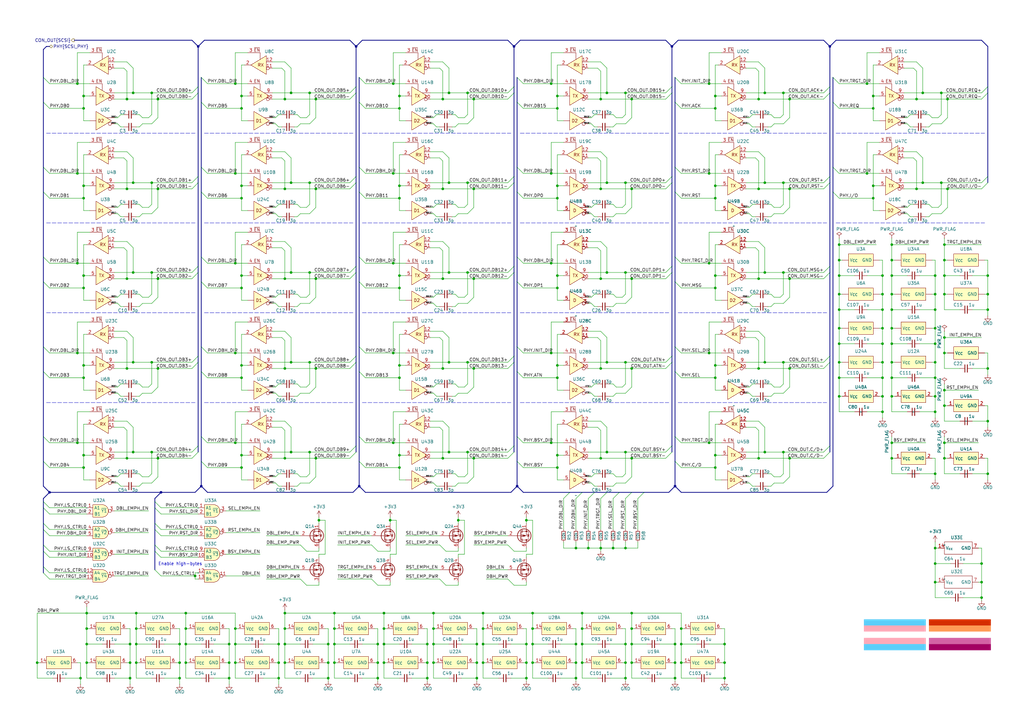
<source format=kicad_sch>
(kicad_sch (version 20231120) (generator "eeschema") (generator_version "8.0")
  (paper "A3")
  (title_block (title "Squishy - LVD PHY - Transceivers") (date "2024-07-15") (rev "1") (company "Shrine Maiden Heavy Industries") (comment 1 "License:  CERN-OHL-S") (comment 2 "© 2024 Aki 'lethalbit' Van Ness, et. al.") (comment 4 "Squishy - SCSI Multitool"))
  (junction (at 54.61 148.59))
  (junction (at 66.04 201.93))
  (junction (at 137.16 264.16))
  (junction (at 99.06 81.28))
  (junction (at 293.37 81.28))
  (junction (at 236.22 264.16))
  (junction (at 290.83 107.95))
  (junction (at 154.94 271.78))
  (junction (at 387.35 113.03))
  (junction (at 116.84 114.3))
  (junction (at 119.38 111.76))
  (junction (at 191.77 38.1))
  (junction (at 34.29 44.45))
  (junction (at 96.52 71.12))
  (junction (at 177.8 257.81))
  (junction (at 194.31 40.64))
  (junction (at 52.07 151.13))
  (junction (at 181.61 77.47))
  (junction (at 256.54 148.59))
  (junction (at 82.55 199.39))
  (junction (at 387.35 181.61))
  (junction (at 402.59 245.11))
  (junction (at 195.58 264.16))
  (junction (at 119.38 148.59))
  (junction (at 256.54 278.13))
  (junction (at 321.31 185.42))
  (junction (at 313.69 148.59))
  (junction (at 34.29 81.28))
  (junction (at 365.76 181.61))
  (junction (at 53.34 278.13))
  (junction (at 215.9 278.13))
  (junction (at 137.16 257.81))
  (junction (at 361.95 148.59))
  (junction (at 238.76 251.46))
  (junction (at 275.59 19.05))
  (junction (at 218.44 251.46))
  (junction (at 54.61 74.93))
  (junction (at 358.14 39.37))
  (junction (at 194.31 151.13))
  (junction (at 290.83 144.78))
  (junction (at 293.37 39.37))
  (junction (at 358.14 81.28))
  (junction (at 99.06 39.37))
  (junction (at 116.84 251.46))
  (junction (at 323.85 40.64))
  (junction (at 157.48 251.46))
  (junction (at 340.36 19.05))
  (junction (at 81.28 19.05))
  (junction (at 323.85 114.3))
  (junction (at 297.18 271.78))
  (junction (at 355.6 34.29))
  (junction (at 323.85 187.96))
  (junction (at 116.84 264.16))
  (junction (at 256.54 38.1))
  (junction (at 137.16 251.46))
  (junction (at 99.06 191.77))
  (junction (at 238.76 271.78))
  (junction (at 116.84 77.47))
  (junction (at 259.08 187.96))
  (junction (at 383.54 194.31))
  (junction (at 375.92 40.64))
  (junction (at 256.54 185.42))
  (junction (at 96.52 34.29))
  (junction (at 34.29 154.94))
  (junction (at 361.95 168.91))
  (junction (at 114.3 264.16))
  (junction (at 259.08 151.13))
  (junction (at 226.06 181.61))
  (junction (at 116.84 257.81))
  (junction (at 248.92 185.42))
  (junction (at 276.86 278.13))
  (junction (at 93.98 264.16))
  (junction (at 129.54 77.47))
  (junction (at 76.2 264.16))
  (junction (at 358.14 44.45))
  (junction (at 365.76 154.94))
  (junction (at 175.26 271.78))
  (junction (at 279.4 264.16))
  (junction (at 96.52 257.81))
  (junction (at 256.54 111.76))
  (junction (at 163.83 191.77))
  (junction (at 157.48 257.81))
  (junction (at 387.35 187.96))
  (junction (at 344.17 148.59))
  (junction (at 195.58 278.13))
  (junction (at 163.83 113.03))
  (junction (at 246.38 224.79))
  (junction (at 246.38 187.96))
  (junction (at 293.37 118.11))
  (junction (at 62.23 74.93))
  (junction (at 383.54 127))
  (junction (at 96.52 271.78))
  (junction (at 311.15 77.47))
  (junction (at 293.37 186.69))
  (junction (at 279.4 257.81))
  (junction (at 313.69 111.76))
  (junction (at 215.9 271.78))
  (junction (at 157.48 264.16))
  (junction (at 80.01 236.22))
  (junction (at 20.32 201.93))
  (junction (at 313.69 38.1))
  (junction (at 55.88 251.46))
  (junction (at 218.44 271.78))
  (junction (at 313.69 185.42))
  (junction (at 35.56 264.16))
  (junction (at 194.31 187.96))
  (junction (at 210.82 19.05))
  (junction (at 76.2 257.81))
  (junction (at 129.54 151.13))
  (junction (at 293.37 154.94))
  (junction (at 290.83 34.29))
  (junction (at 163.83 39.37))
  (junction (at 388.62 40.64))
  (junction (at 228.6 149.86))
  (junction (at 226.06 71.12))
  (junction (at 195.58 271.78))
  (junction (at 76.2 271.78))
  (junction (at 365.76 148.59))
  (junction (at 259.08 271.78))
  (junction (at 313.69 74.93))
  (junction (at 386.08 74.93))
  (junction (at 34.29 186.69))
  (junction (at 52.07 187.96))
  (junction (at 134.62 271.78))
  (junction (at 99.06 186.69))
  (junction (at 129.54 40.64))
  (junction (at 293.37 113.03))
  (junction (at 405.13 113.03))
  (junction (at 383.54 162.56))
  (junction (at 259.08 251.46))
  (junction (at 248.92 148.59))
  (junction (at 64.77 77.47))
  (junction (at 228.6 118.11))
  (junction (at 163.83 44.45))
  (junction (at 163.83 76.2))
  (junction (at 226.06 144.78))
  (junction (at 276.86 271.78))
  (junction (at 194.31 114.3))
  (junction (at 175.26 278.13))
  (junction (at 405.13 151.13))
  (junction (at 297.18 278.13))
  (junction (at 383.54 134.62))
  (junction (at 365.76 113.03))
  (junction (at 321.31 111.76))
  (junction (at 198.12 271.78))
  (junction (at 236.22 224.79))
  (junction (at 251.46 224.79))
  (junction (at 386.08 38.1))
  (junction (at 321.31 74.93))
  (junction (at 161.29 107.95))
  (junction (at 198.12 257.81))
  (junction (at 358.14 76.2))
  (junction (at 34.29 39.37))
  (junction (at 96.52 107.95))
  (junction (at 228.6 186.69))
  (junction (at 241.3 224.79))
  (junction (at 293.37 191.77))
  (junction (at 383.54 148.59))
  (junction (at 361.95 140.97))
  (junction (at 64.77 114.3))
  (junction (at 293.37 76.2))
  (junction (at 163.83 81.28))
  (junction (at 194.31 77.47))
  (junction (at 116.84 151.13))
  (junction (at 119.38 74.93))
  (junction (at 387.35 144.78))
  (junction (at 62.23 38.1))
  (junction (at 383.54 238.76))
  (junction (at 236.22 271.78))
  (junction (at 154.94 278.13))
  (junction (at 228.6 39.37))
  (junction (at 228.6 44.45))
  (junction (at 146.05 19.05))
  (junction (at 387.35 100.33))
  (junction (at 383.54 120.65))
  (junction (at 52.07 77.47))
  (junction (at 365.76 162.56))
  (junction (at 228.6 154.94))
  (junction (at 187.96 213.36))
  (junction (at 177.8 251.46))
  (junction (at 181.61 187.96))
  (junction (at 344.17 140.97))
  (junction (at 383.54 231.14))
  (junction (at 259.08 114.3))
  (junction (at 246.38 151.13))
  (junction (at 76.2 251.46))
  (junction (at 134.62 264.16))
  (junction (at 279.4 271.78))
  (junction (at 355.6 71.12))
  (junction (at 64.77 40.64))
  (junction (at 218.44 264.16))
  (junction (at 147.32 199.39))
  (junction (at 387.35 120.65))
  (junction (at 405.13 172.72))
  (junction (at 383.54 154.94))
  (junction (at 73.66 264.16))
  (junction (at 54.61 111.76))
  (junction (at 184.15 111.76))
  (junction (at 246.38 77.47))
  (junction (at 33.02 278.13))
  (junction (at 134.62 278.13))
  (junction (at 96.52 181.61))
  (junction (at 99.06 118.11))
  (junction (at 361.95 113.03))
  (junction (at 137.16 271.78))
  (junction (at 127 38.1))
  (junction (at 361.95 134.62))
  (junction (at 256.54 74.93))
  (junction (at 228.6 81.28))
  (junction (at 99.06 76.2))
  (junction (at 215.9 213.36))
  (junction (at 388.62 77.47))
  (junction (at 52.07 114.3))
  (junction (at 365.76 120.65))
  (junction (at 34.29 113.03))
  (junction (at 127 74.93))
  (junction (at 177.8 271.78))
  (junction (at 246.38 40.64))
  (junction (at 35.56 251.46))
  (junction (at 378.46 74.93))
  (junction (at 259.08 77.47))
  (junction (at 114.3 271.78))
  (junction (at 228.6 191.77))
  (junction (at 323.85 151.13))
  (junction (at 55.88 264.16))
  (junction (at 191.77 148.59))
  (junction (at 184.15 148.59))
  (junction (at 34.29 76.2))
  (junction (at 293.37 149.86))
  (junction (at 119.38 185.42))
  (junction (at 163.83 186.69))
  (junction (at 64.77 187.96))
  (junction (at 361.95 154.94))
  (junction (at 365.76 100.33))
  (junction (at 15.24 271.78))
  (junction (at 311.15 151.13))
  (junction (at 256.54 271.78))
  (junction (at 259.08 40.64))
  (junction (at 344.17 127))
  (junction (at 62.23 148.59))
  (junction (at 96.52 144.78))
  (junction (at 130.81 213.36))
  (junction (at 161.29 144.78))
  (junction (at 114.3 278.13))
  (junction (at 365.76 134.62))
  (junction (at 248.92 74.93))
  (junction (at 375.92 77.47))
  (junction (at 226.06 34.29))
  (junction (at 34.29 191.77))
  (junction (at 276.86 199.39))
  (junction (at 99.06 113.03))
  (junction (at 116.84 187.96))
  (junction (at 53.34 264.16))
  (junction (at 290.83 181.61))
  (junction (at 387.35 166.37))
  (junction (at 365.76 106.68))
  (junction (at 402.59 231.14))
  (junction (at 236.22 278.13))
  (junction (at 119.38 38.1))
  (junction (at 31.75 144.78))
  (junction (at 116.84 271.78))
  (junction (at 55.88 271.78))
  (junction (at 31.75 34.29))
  (junction (at 405.13 120.65))
  (junction (at 361.95 162.56))
  (junction (at 93.98 271.78))
  (junction (at 383.54 168.91))
  (junction (at 184.15 74.93))
  (junction (at 157.48 271.78))
  (junction (at 177.8 264.16))
  (junction (at 54.61 38.1))
  (junction (at 246.38 114.3))
  (junction (at 297.18 264.16))
  (junction (at 116.84 40.64))
  (junction (at 154.94 264.16))
  (junction (at 405.13 194.31))
  (junction (at 256.54 224.79))
  (junction (at 129.54 114.3))
  (junction (at 361.95 127))
  (junction (at 344.17 162.56))
  (junction (at 238.76 257.81))
  (junction (at 198.12 264.16))
  (junction (at 163.83 149.86))
  (junction (at 321.31 148.59))
  (junction (at 383.54 113.03))
  (junction (at 344.17 106.68))
  (junction (at 344.17 120.65))
  (junction (at 31.75 107.95))
  (junction (at 99.06 44.45))
  (junction (at 383.54 224.79))
  (junction (at 191.77 185.42))
  (junction (at 248.92 111.76))
  (junction (at 405.13 127))
  (junction (at 365.76 140.97))
  (junction (at 218.44 257.81))
  (junction (at 290.83 71.12))
  (junction (at 378.46 38.1))
  (junction (at 161.29 181.61))
  (junction (at 99.06 149.86))
  (junction (at 62.23 185.42))
  (junction (at 191.77 111.76))
  (junction (at 35.56 257.81))
  (junction (at 387.35 138.43))
  (junction (at 344.17 134.62))
  (junction (at 163.83 118.11))
  (junction (at 129.54 187.96))
  (junction (at 228.6 113.03))
  (junction (at 73.66 278.13))
  (junction (at 34.29 149.86))
  (junction (at 344.17 154.94))
  (junction (at 34.29 118.11))
  (junction (at 64.77 151.13))
  (junction (at 181.61 40.64))
  (junction (at 293.37 44.45))
  (junction (at 53.34 271.78))
  (junction (at 344.17 113.03))
  (junction (at 215.9 264.16))
  (junction (at 198.12 251.46))
  (junction (at 184.15 38.1))
  (junction (at 181.61 151.13))
  (junction (at 228.6 76.2))
  (junction (at 54.61 185.42))
  (junction (at 52.07 40.64))
  (junction (at 184.15 185.42))
  (junction (at 73.66 271.78))
  (junction (at 365.76 127))
  (junction (at 99.06 154.94))
  (junction (at 62.23 111.76))
  (junction (at 127 185.42))
  (junction (at 175.26 264.16))
  (junction (at 238.76 264.16))
  (junction (at 163.83 154.94))
  (junction (at 93.98 278.13))
  (junction (at 31.75 71.12))
  (junction (at 361.95 120.65))
  (junction (at 311.15 114.3))
  (junction (at 96.52 264.16))
  (junction (at 344.17 100.33))
  (junction (at 35.56 271.78))
  (junction (at 55.88 257.81))
  (junction (at 387.35 106.68))
  (junction (at 127 111.76))
  (junction (at 248.92 38.1))
  (junction (at 387.35 160.02))
  (junction (at 402.59 238.76))
  (junction (at 127 148.59))
  (junction (at 212.09 199.39))
  (junction (at 259.08 264.16))
  (junction (at 259.08 257.81))
  (junction (at 161.29 71.12))
  (junction (at 311.15 40.64))
  (junction (at 321.31 38.1))
  (junction (at 226.06 107.95))
  (junction (at 181.61 114.3))
  (junction (at 311.15 187.96))
  (junction (at 160.02 213.36))
  (junction (at 276.86 264.16))
  (junction (at 323.85 77.47))
  (junction (at 31.75 181.61))
  (junction (at 191.77 74.93))
  (junction (at 365.76 187.96))
  (junction (at 383.54 140.97))
  (junction (at 161.29 34.29))
  (junction (at 256.54 264.16))
  (bus_entry (at 81.28 146.05) (size -2.54 2.54))
  (bus_entry (at 17.78 152.4) (size 2.54 2.54))
  (bus_entry (at 63.5 214.63) (size 2.54 2.54))
  (bus_entry (at 210.82 109.22) (size -2.54 2.54))
  (bus_entry (at 210.82 38.1) (size -2.54 2.54))
  (bus_entry (at 212.09 179.07) (size 2.54 2.54))
  (bus_entry (at 276.86 115.57) (size 2.54 2.54))
  (bus_entry (at 212.09 142.24) (size 2.54 2.54))
  (bus_entry (at 405.13 35.56) (size -2.54 2.54))
  (bus_entry (at 17.78 217.17) (size 2.54 2.54))
  (bus_entry (at 275.59 72.39) (size -2.54 2.54))
  (bus_entry (at 212.09 189.23) (size 2.54 2.54))
  (bus_entry (at 340.36 109.22) (size -2.54 2.54))
  (bus_entry (at 341.63 41.91) (size 2.54 2.54))
  (bus_entry (at 147.32 115.57) (size 2.54 2.54))
  (bus_entry (at 275.59 111.76) (size -2.54 2.54))
  (bus_entry (at 275.59 148.59) (size -2.54 2.54))
  (bus_entry (at 275.59 74.93) (size -2.54 2.54))
  (bus_entry (at 81.28 74.93) (size -2.54 2.54))
  (bus_entry (at 340.36 185.42) (size -2.54 2.54))
  (bus_entry (at 147.32 105.41) (size 2.54 2.54))
  (bus_entry (at 276.86 152.4) (size 2.54 2.54))
  (bus_entry (at 405.13 74.93) (size -2.54 2.54))
  (bus_entry (at 210.82 111.76) (size -2.54 2.54))
  (bus_entry (at 147.32 142.24) (size 2.54 2.54))
  (bus_entry (at 17.78 223.52) (size 2.54 2.54))
  (bus_entry (at 147.32 179.07) (size 2.54 2.54))
  (bus_entry (at 17.78 189.23) (size 2.54 2.54))
  (bus_entry (at 275.59 182.88) (size -2.54 2.54))
  (bus_entry (at 243.84 201.93) (size -2.54 2.54))
  (bus_entry (at 212.09 152.4) (size 2.54 2.54))
  (bus_entry (at 264.16 201.93) (size -2.54 2.54))
  (bus_entry (at 276.86 179.07) (size 2.54 2.54))
  (bus_entry (at 81.28 109.22) (size -2.54 2.54))
  (bus_entry (at 276.86 189.23) (size 2.54 2.54))
  (bus_entry (at 210.82 35.56) (size -2.54 2.54))
  (bus_entry (at 81.28 72.39) (size -2.54 2.54))
  (bus_entry (at 81.28 182.88) (size -2.54 2.54))
  (bus_entry (at 17.78 234.95) (size 2.54 2.54))
  (bus_entry (at 146.05 74.93) (size -2.54 2.54))
  (bus_entry (at 212.09 115.57) (size 2.54 2.54))
  (bus_entry (at 82.55 105.41) (size 2.54 2.54))
  (bus_entry (at 275.59 38.1) (size -2.54 2.54))
  (bus_entry (at 276.86 142.24) (size 2.54 2.54))
  (bus_entry (at 147.32 68.58) (size 2.54 2.54))
  (bus_entry (at 233.68 201.93) (size -2.54 2.54))
  (bus_entry (at 82.55 41.91) (size 2.54 2.54))
  (bus_entry (at 212.09 105.41) (size 2.54 2.54))
  (bus_entry (at 146.05 109.22) (size -2.54 2.54))
  (bus_entry (at 82.55 152.4) (size 2.54 2.54))
  (bus_entry (at 341.63 68.58) (size 2.54 2.54))
  (bus_entry (at 275.59 109.22) (size -2.54 2.54))
  (bus_entry (at 82.55 68.58) (size 2.54 2.54))
  (bus_entry (at 82.55 142.24) (size 2.54 2.54))
  (bus_entry (at 146.05 185.42) (size -2.54 2.54))
  (bus_entry (at 405.13 72.39) (size -2.54 2.54))
  (bus_entry (at 63.5 223.52) (size 2.54 2.54))
  (bus_entry (at 340.36 35.56) (size -2.54 2.54))
  (bus_entry (at 275.59 185.42) (size -2.54 2.54))
  (bus_entry (at 276.86 68.58) (size 2.54 2.54))
  (bus_entry (at 210.82 72.39) (size -2.54 2.54))
  (bus_entry (at 146.05 182.88) (size -2.54 2.54))
  (bus_entry (at 17.78 232.41) (size 2.54 2.54))
  (bus_entry (at 146.05 111.76) (size -2.54 2.54))
  (bus_entry (at 341.63 31.75) (size 2.54 2.54))
  (bus_entry (at 147.32 152.4) (size 2.54 2.54))
  (bus_entry (at 63.5 233.68) (size 2.54 2.54))
  (bus_entry (at 147.32 31.75) (size 2.54 2.54))
  (bus_entry (at 17.78 78.74) (size 2.54 2.54))
  (bus_entry (at 210.82 74.93) (size -2.54 2.54))
  (bus_entry (at 82.55 31.75) (size 2.54 2.54))
  (bus_entry (at 17.78 68.58) (size 2.54 2.54))
  (bus_entry (at 340.36 72.39) (size -2.54 2.54))
  (bus_entry (at 82.55 115.57) (size 2.54 2.54))
  (bus_entry (at 63.5 217.17) (size 2.54 2.54))
  (bus_entry (at 238.76 201.93) (size -2.54 2.54))
  (bus_entry (at 17.78 142.24) (size 2.54 2.54))
  (bus_entry (at 17.78 205.74) (size 2.54 2.54))
  (bus_entry (at 147.32 189.23) (size 2.54 2.54))
  (bus_entry (at 340.36 146.05) (size -2.54 2.54))
  (bus_entry (at 210.82 146.05) (size -2.54 2.54))
  (bus_entry (at 63.5 205.74) (size 2.54 2.54))
  (bus_entry (at 82.55 179.07) (size 2.54 2.54))
  (bus_entry (at 17.78 41.91) (size 2.54 2.54))
  (bus_entry (at 276.86 78.74) (size 2.54 2.54))
  (bus_entry (at 17.78 226.06) (size 2.54 2.54))
  (bus_entry (at 17.78 115.57) (size 2.54 2.54))
  (bus_entry (at 340.36 148.59) (size -2.54 2.54))
  (bus_entry (at 81.28 38.1) (size -2.54 2.54))
  (bus_entry (at 210.82 182.88) (size -2.54 2.54))
  (bus_entry (at 254 201.93) (size -2.54 2.54))
  (bus_entry (at 17.78 214.63) (size 2.54 2.54))
  (bus_entry (at 63.5 226.06) (size 2.54 2.54))
  (bus_entry (at 81.28 35.56) (size -2.54 2.54))
  (bus_entry (at 81.28 185.42) (size -2.54 2.54))
  (bus_entry (at 405.13 38.1) (size -2.54 2.54))
  (bus_entry (at 259.08 201.93) (size -2.54 2.54))
  (bus_entry (at 81.28 111.76) (size -2.54 2.54))
  (bus_entry (at 340.36 182.88) (size -2.54 2.54))
  (bus_entry (at 340.36 111.76) (size -2.54 2.54))
  (bus_entry (at 210.82 185.42) (size -2.54 2.54))
  (bus_entry (at 248.92 201.93) (size -2.54 2.54))
  (bus_entry (at 340.36 74.93) (size -2.54 2.54))
  (bus_entry (at 212.09 78.74) (size 2.54 2.54))
  (bus_entry (at 210.82 148.59) (size -2.54 2.54))
  (bus_entry (at 340.36 38.1) (size -2.54 2.54))
  (bus_entry (at 17.78 208.28) (size 2.54 2.54))
  (bus_entry (at 212.09 31.75) (size 2.54 2.54))
  (bus_entry (at 276.86 105.41) (size 2.54 2.54))
  (bus_entry (at 17.78 105.41) (size 2.54 2.54))
  (bus_entry (at 63.5 208.28) (size 2.54 2.54))
  (bus_entry (at 82.55 189.23) (size 2.54 2.54))
  (bus_entry (at 341.63 78.74) (size 2.54 2.54))
  (bus_entry (at 276.86 41.91) (size 2.54 2.54))
  (bus_entry (at 276.86 31.75) (size 2.54 2.54))
  (bus_entry (at 146.05 35.56) (size -2.54 2.54))
  (bus_entry (at 147.32 41.91) (size 2.54 2.54))
  (bus_entry (at 146.05 72.39) (size -2.54 2.54))
  (bus_entry (at 147.32 78.74) (size 2.54 2.54))
  (bus_entry (at 212.09 68.58) (size 2.54 2.54))
  (bus_entry (at 275.59 35.56) (size -2.54 2.54))
  (bus_entry (at 275.59 146.05) (size -2.54 2.54))
  (bus_entry (at 81.28 148.59) (size -2.54 2.54))
  (bus_entry (at 82.55 78.74) (size 2.54 2.54))
  (bus_entry (at 146.05 38.1) (size -2.54 2.54))
  (bus_entry (at 146.05 146.05) (size -2.54 2.54))
  (bus_entry (at 212.09 41.91) (size 2.54 2.54))
  (bus_entry (at 17.78 179.07) (size 2.54 2.54))
  (bus_entry (at 146.05 148.59) (size -2.54 2.54))
  (bus_entry (at 17.78 31.75) (size 2.54 2.54))
  (bus (pts (xy 146.05 74.93) (xy 146.05 109.22)))
  (wire (pts (xy 311.15 187.96) (xy 323.85 187.96)))
  (wire (pts (xy 241.3 101.6) (xy 245.11 101.6)))
  (wire (pts (xy 358.14 26.67) (xy 359.41 26.67)))
  (wire (pts (xy 161.29 144.78) (xy 166.37 144.78)))
  (wire (pts (xy 388.62 40.64) (xy 388.62 48.26)))
  (wire (pts (xy 129.54 77.47) (xy 129.54 85.09)))
  (bus (pts (xy 243.84 201.93) (xy 248.92 201.93)))
  (wire (pts (xy 313.69 74.93) (xy 321.31 74.93)))
  (wire (pts (xy 358.14 63.5) (xy 359.41 63.5)))
  (wire (pts (xy 250.19 46.99) (xy 251.46 46.99)))
  (wire (pts (xy 46.99 175.26) (xy 50.8 175.26)))
  (wire (pts (xy 251.46 83.82) (xy 252.73 85.09)))
  (wire (pts (xy 259.08 271.78) (xy 260.35 271.78)))
  (wire (pts (xy 245.11 27.94) (xy 246.38 29.21)))
  (wire (pts (xy 228.6 113.03) (xy 228.6 118.11)))
  (wire (pts (xy 375.92 66.04) (xy 375.92 77.47)))
  (wire (pts (xy 179.07 52.07) (xy 177.8 50.8)))
  (wire (pts (xy 20.32 219.71) (xy 35.56 219.71)))
  (wire (pts (xy 402.59 224.79) (xy 402.59 231.14)))
  (wire (pts (xy 49.53 120.65) (xy 50.8 120.65)))
  (wire (pts (xy 279.4 257.81) (xy 280.67 257.81)))
  (wire (pts (xy 34.29 137.16) (xy 34.29 149.86)))
  (wire (pts (xy 293.37 173.99) (xy 294.64 173.99)))
  (wire (pts (xy 323.85 151.13) (xy 323.85 158.75)))
  (wire (pts (xy 111.76 114.3) (xy 116.84 114.3)))
  (wire (pts (xy 163.83 173.99) (xy 163.83 186.69)))
  (wire (pts (xy 163.83 173.99) (xy 165.1 173.99)))
  (wire (pts (xy 226.06 168.91) (xy 226.06 181.61)))
  (wire (pts (xy 323.85 151.13) (xy 337.82 151.13)))
  (wire (pts (xy 134.62 278.13) (xy 134.62 279.4)))
  (wire (pts (xy 383.54 148.59) (xy 382.27 148.59)))
  (wire (pts (xy 111.76 175.26) (xy 115.57 175.26)))
  (wire (pts (xy 344.17 106.68) (xy 344.17 113.03)))
  (wire (pts (xy 176.53 27.94) (xy 180.34 27.94)))
  (wire (pts (xy 229.87 264.16) (xy 236.22 264.16)))
  (wire (pts (xy 185.42 162.56) (xy 186.69 162.56)))
  (wire (pts (xy 246.38 135.89) (xy 248.92 138.43)))
  (wire (pts (xy 238.76 278.13) (xy 245.11 278.13)))
  (wire (pts (xy 99.06 26.67) (xy 100.33 26.67)))
  (bus (pts (xy 20.32 201.93) (xy 66.04 201.93)))
  (wire (pts (xy 176.53 101.6) (xy 180.34 101.6)))
  (wire (pts (xy 163.83 137.16) (xy 163.83 149.86)))
  (bus (pts (xy 340.36 74.93) (xy 340.36 109.22)))
  (wire (pts (xy 365.76 154.94) (xy 365.76 162.56)))
  (wire (pts (xy 85.09 181.61) (xy 96.52 181.61)))
  (wire (pts (xy 176.53 198.12) (xy 177.8 198.12)))
  (wire (pts (xy 168.91 278.13) (xy 175.26 278.13)))
  (wire (pts (xy 111.76 135.89) (xy 116.84 135.89)))
  (wire (pts (xy 209.55 278.13) (xy 215.9 278.13)))
  (wire (pts (xy 130.81 227.33) (xy 130.81 228.6)))
  (wire (pts (xy 64.77 40.64) (xy 64.77 48.26)))
  (wire (pts (xy 218.44 264.16) (xy 224.79 264.16)))
  (wire (pts (xy 374.65 64.77) (xy 375.92 66.04)))
  (wire (pts (xy 34.29 39.37) (xy 34.29 44.45)))
  (wire (pts (xy 127 38.1) (xy 143.51 38.1)))
  (wire (pts (xy 161.29 58.42) (xy 161.29 71.12)))
  (wire (pts (xy 344.17 100.33) (xy 359.41 100.33)))
  (wire (pts (xy 256.54 204.47) (xy 256.54 217.17)))
  (wire (pts (xy 163.83 26.67) (xy 163.83 39.37)))
  (wire (pts (xy 111.76 50.8) (xy 113.03 50.8)))
  (wire (pts (xy 111.76 62.23) (xy 116.84 62.23)))
  (bus (pts (xy 276.86 179.07) (xy 276.86 189.23)))
  (bus (pts (xy 275.59 182.88) (xy 275.59 185.42)))
  (wire (pts (xy 403.86 187.96) (xy 405.13 187.96)))
  (wire (pts (xy 402.59 231.14) (xy 402.59 238.76)))
  (wire (pts (xy 191.77 74.93) (xy 191.77 83.82)))
  (wire (pts (xy 154.94 226.06) (xy 152.4 223.52)))
  (wire (pts (xy 387.35 160.02) (xy 387.35 166.37)))
  (wire (pts (xy 176.53 114.3) (xy 181.61 114.3)))
  (wire (pts (xy 119.38 38.1) (xy 127 38.1)))
  (wire (pts (xy 20.32 237.49) (xy 35.56 237.49)))
  (wire (pts (xy 323.85 40.64) (xy 323.85 48.26)))
  (wire (pts (xy 383.54 120.65) (xy 382.27 120.65)))
  (wire (pts (xy 228.6 26.67) (xy 229.87 26.67)))
  (wire (pts (xy 191.77 198.12) (xy 194.31 195.58)))
  (wire (pts (xy 259.08 251.46) (xy 259.08 257.81)))
  (wire (pts (xy 119.38 138.43) (xy 119.38 148.59)))
  (wire (pts (xy 344.17 148.59) (xy 344.17 154.94)))
  (wire (pts (xy 31.75 34.29) (xy 36.83 34.29)))
  (wire (pts (xy 279.4 271.78) (xy 280.67 271.78)))
  (wire (pts (xy 194.31 77.47) (xy 194.31 85.09)))
  (wire (pts (xy 50.8 101.6) (xy 52.07 102.87)))
  (wire (pts (xy 384.81 48.26) (xy 386.08 46.99)))
  (wire (pts (xy 163.83 76.2) (xy 166.37 76.2)))
  (wire (pts (xy 231.14 222.25) (xy 231.14 224.79)))
  (wire (pts (xy 386.08 38.1) (xy 386.08 46.99)))
  (wire (pts (xy 34.29 49.53) (xy 36.83 49.53)))
  (wire (pts (xy 236.22 222.25) (xy 236.22 224.79)))
  (wire (pts (xy 34.29 113.03) (xy 36.83 113.03)))
  (wire (pts (xy 54.61 138.43) (xy 54.61 148.59)))
  (wire (pts (xy 308.61 120.65) (xy 309.88 120.65)))
  (wire (pts (xy 365.76 106.68) (xy 365.76 113.03)))
  (wire (pts (xy 320.04 158.75) (xy 321.31 157.48)))
  (wire (pts (xy 92.71 271.78) (xy 93.98 271.78)))
  (wire (pts (xy 402.59 245.11) (xy 402.59 246.38)))
  (wire (pts (xy 20.32 234.95) (xy 35.56 234.95)))
  (bus (pts (xy 279.4 201.93) (xy 339.09 201.93)))
  (wire (pts (xy 187.96 158.75) (xy 190.5 158.75)))
  (wire (pts (xy 62.23 198.12) (xy 64.77 195.58)))
  (wire (pts (xy 214.63 144.78) (xy 226.06 144.78)))
  (wire (pts (xy 99.06 113.03) (xy 101.6 113.03)))
  (wire (pts (xy 306.07 187.96) (xy 311.15 187.96)))
  (bus (pts (xy 85.09 201.93) (xy 144.78 201.93)))
  (wire (pts (xy 306.07 74.93) (xy 313.69 74.93)))
  (bus (pts (xy 63.5 208.28) (xy 63.5 214.63)))
  (wire (pts (xy 34.29 123.19) (xy 36.83 123.19)))
  (wire (pts (xy 259.08 40.64) (xy 273.05 40.64)))
  (wire (pts (xy 52.07 62.23) (xy 54.61 64.77)))
  (wire (pts (xy 76.2 264.16) (xy 82.55 264.16)))
  (wire (pts (xy 256.54 38.1) (xy 273.05 38.1)))
  (wire (pts (xy 378.46 74.93) (xy 386.08 74.93)))
  (wire (pts (xy 190.5 213.36) (xy 190.5 227.33)))
  (wire (pts (xy 130.81 213.36) (xy 130.81 214.63)))
  (wire (pts (xy 64.77 114.3) (xy 78.74 114.3)))
  (wire (pts (xy 76.2 251.46) (xy 76.2 257.81)))
  (wire (pts (xy 306.07 38.1) (xy 313.69 38.1)))
  (wire (pts (xy 387.35 113.03) (xy 393.7 113.03)))
  (wire (pts (xy 194.31 257.81) (xy 195.58 257.81)))
  (wire (pts (xy 96.52 251.46) (xy 96.52 257.81)))
  (bus (pts (xy 341.63 31.75) (xy 341.63 41.91)))
  (wire (pts (xy 321.31 185.42) (xy 321.31 194.31)))
  (wire (pts (xy 185.42 46.99) (xy 186.69 46.99)))
  (wire (pts (xy 34.29 26.67) (xy 34.29 39.37)))
  (wire (pts (xy 20.32 44.45) (xy 34.29 44.45)))
  (wire (pts (xy 214.63 118.11) (xy 228.6 118.11)))
  (wire (pts (xy 66.04 228.6) (xy 81.28 228.6)))
  (wire (pts (xy 96.52 271.78) (xy 97.79 271.78)))
  (wire (pts (xy 62.23 111.76) (xy 62.23 120.65)))
  (wire (pts (xy 130.81 224.79) (xy 130.81 226.06)))
  (wire (pts (xy 113.03 257.81) (xy 114.3 257.81)))
  (wire (pts (xy 114.3 52.07) (xy 113.03 50.8)))
  (wire (pts (xy 181.61 62.23) (xy 184.15 64.77)))
  (wire (pts (xy 120.65 83.82) (xy 121.92 83.82)))
  (wire (pts (xy 123.19 198.12) (xy 127 198.12)))
  (bus (pts (xy 212.09 142.24) (xy 212.09 152.4)))
  (wire (pts (xy 252.73 87.63) (xy 256.54 87.63)))
  (wire (pts (xy 323.85 77.47) (xy 323.85 85.09)))
  (wire (pts (xy 99.06 137.16) (xy 99.06 149.86)))
  (wire (pts (xy 243.84 46.99) (xy 245.11 46.99)))
  (wire (pts (xy 116.84 135.89) (xy 119.38 138.43)))
  (wire (pts (xy 383.54 224.79) (xy 383.54 231.14)))
  (wire (pts (xy 293.37 100.33) (xy 294.64 100.33)))
  (wire (pts (xy 255.27 48.26) (xy 256.54 46.99)))
  (wire (pts (xy 314.96 52.07) (xy 316.23 52.07)))
  (wire (pts (xy 49.53 120.65) (xy 48.26 121.92)))
  (wire (pts (xy 360.68 106.68) (xy 361.95 106.68)))
  (bus (pts (xy 275.59 74.93) (xy 275.59 109.22)))
  (wire (pts (xy 179.07 83.82) (xy 177.8 85.09)))
  (wire (pts (xy 163.83 149.86) (xy 163.83 154.94)))
  (wire (pts (xy 50.8 64.77) (xy 52.07 66.04)))
  (wire (pts (xy 387.35 179.07) (xy 387.35 181.61)))
  (wire (pts (xy 387.35 187.96) (xy 387.35 194.31)))
  (wire (pts (xy 116.84 172.72) (xy 119.38 175.26)))
  (wire (pts (xy 215.9 227.33) (xy 218.44 227.33)))
  (wire (pts (xy 246.38 172.72) (xy 248.92 175.26)))
  (wire (pts (xy 259.08 257.81) (xy 259.08 264.16)))
  (wire (pts (xy 195.58 278.13) (xy 195.58 279.4)))
  (wire (pts (xy 321.31 185.42) (xy 337.82 185.42)))
  (wire (pts (xy 46.99 38.1) (xy 54.61 38.1)))
  (bus (pts (xy 81.28 35.56) (xy 81.28 38.1)))
  (wire (pts (xy 49.53 162.56) (xy 48.26 161.29)))
  (wire (pts (xy 228.6 137.16) (xy 229.87 137.16)))
  (wire (pts (xy 49.53 199.39) (xy 50.8 199.39)))
  (wire (pts (xy 323.85 40.64) (xy 337.82 40.64)))
  (wire (pts (xy 129.54 40.64) (xy 143.51 40.64)))
  (wire (pts (xy 116.84 40.64) (xy 129.54 40.64)))
  (wire (pts (xy 46.99 218.44) (xy 60.96 218.44)))
  (wire (pts (xy 163.83 186.69) (xy 166.37 186.69)))
  (wire (pts (xy 125.73 121.92) (xy 127 120.65)))
  (wire (pts (xy 361.95 113.03) (xy 361.95 120.65)))
  (wire (pts (xy 186.69 88.9) (xy 187.96 87.63)))
  (wire (pts (xy 163.83 44.45) (xy 163.83 49.53)))
  (wire (pts (xy 214.63 257.81) (xy 215.9 257.81)))
  (wire (pts (xy 344.17 154.94) (xy 344.17 162.56)))
  (wire (pts (xy 185.42 83.82) (xy 186.69 83.82)))
  (wire (pts (xy 383.54 120.65) (xy 383.54 127)))
  (wire (pts (xy 163.83 160.02) (xy 166.37 160.02)))
  (wire (pts (xy 114.3 157.48) (xy 115.57 157.48)))
  (wire (pts (xy 163.83 39.37) (xy 166.37 39.37)))
  (wire (pts (xy 306.07 148.59) (xy 313.69 148.59)))
  (wire (pts (xy 161.29 34.29) (xy 166.37 34.29)))
  (wire (pts (xy 358.14 44.45) (xy 358.14 49.53)))
  (wire (pts (xy 317.5 121.92) (xy 320.04 121.92)))
  (wire (pts (xy 187.96 213.36) (xy 187.96 214.63)))
  (wire (pts (xy 92.71 218.44) (xy 106.68 218.44)))
  (wire (pts (xy 241.3 27.94) (xy 245.11 27.94)))
  (wire (pts (xy 198.12 251.46) (xy 198.12 257.81)))
  (wire (pts (xy 226.06 34.29) (xy 231.14 34.29)))
  (wire (pts (xy 186.69 162.56) (xy 187.96 161.29)))
  (wire (pts (xy 241.3 121.92) (xy 242.57 121.92)))
  (wire (pts (xy 34.29 76.2) (xy 34.29 81.28)))
  (wire (pts (xy 116.84 264.16) (xy 123.19 264.16)))
  (wire (pts (xy 401.32 224.79) (xy 402.59 224.79)))
  (wire (pts (xy 58.42 124.46) (xy 62.23 124.46)))
  (wire (pts (xy 256.54 148.59) (xy 256.54 157.48)))
  (wire (pts (xy 241.3 124.46) (xy 242.57 124.46)))
  (wire (pts (xy 228.6 186.69) (xy 231.14 186.69)))
  (wire (pts (xy 121.92 88.9) (xy 123.19 87.63)))
  (bus (pts (xy 81.28 146.05) (xy 81.28 148.59)))
  (wire (pts (xy 293.37 63.5) (xy 293.37 76.2)))
  (wire (pts (xy 344.17 120.65) (xy 344.17 127)))
  (wire (pts (xy 129.54 77.47) (xy 143.51 77.47)))
  (wire (pts (xy 163.83 39.37) (xy 163.83 44.45)))
  (wire (pts (xy 316.23 120.65) (xy 317.5 121.92)))
  (wire (pts (xy 210.82 240.03) (xy 208.28 237.49)))
  (wire (pts (xy 55.88 251.46) (xy 55.88 257.81)))
  (bus (pts (xy 63.5 205.74) (xy 63.5 208.28)))
  (wire (pts (xy 194.31 187.96) (xy 194.31 195.58)))
  (wire (pts (xy 365.76 187.96) (xy 367.03 187.96)))
  (wire (pts (xy 176.53 148.59) (xy 184.15 148.59)))
  (wire (pts (xy 127 161.29) (xy 129.54 158.75)))
  (wire (pts (xy 99.06 63.5) (xy 99.06 76.2)))
  (wire (pts (xy 177.8 251.46) (xy 198.12 251.46)))
  (wire (pts (xy 375.92 25.4) (xy 378.46 27.94)))
  (wire (pts (xy 184.15 74.93) (xy 191.77 74.93)))
  (wire (pts (xy 116.84 251.46) (xy 116.84 257.81)))
  (wire (pts (xy 323.85 77.47) (xy 337.82 77.47)))
  (wire (pts (xy 195.58 271.78) (xy 195.58 278.13)))
  (wire (pts (xy 31.75 107.95) (xy 36.83 107.95)))
  (wire (pts (xy 246.38 99.06) (xy 248.92 101.6)))
  (wire (pts (xy 259.08 77.47) (xy 259.08 85.09)))
  (wire (pts (xy 116.84 271.78) (xy 116.84 278.13)))
  (wire (pts (xy 191.77 38.1) (xy 191.77 46.99)))
  (wire (pts (xy 20.32 210.82) (xy 35.56 210.82)))
  (wire (pts (xy 290.83 181.61) (xy 295.91 181.61)))
  (wire (pts (xy 85.09 34.29) (xy 96.52 34.29)))
  (wire (pts (xy 62.23 74.93) (xy 78.74 74.93)))
  (wire (pts (xy 57.15 88.9) (xy 58.42 87.63)))
  (wire (pts (xy 387.35 138.43) (xy 402.59 138.43)))
  (wire (pts (xy 35.56 251.46) (xy 35.56 257.81)))
  (wire (pts (xy 259.08 278.13) (xy 265.43 278.13)))
  (wire (pts (xy 383.54 162.56) (xy 383.54 168.91)))
  (wire (pts (xy 255.27 271.78) (xy 256.54 271.78)))
  (wire (pts (xy 382.27 162.56) (xy 383.54 162.56)))
  (wire (pts (xy 64.77 151.13) (xy 64.77 158.75)))
  (wire (pts (xy 370.84 48.26) (xy 372.11 48.26)))
  (wire (pts (xy 185.42 52.07) (xy 186.69 52.07)))
  (wire (pts (xy 365.76 113.03) (xy 372.11 113.03)))
  (wire (pts (xy 180.34 101.6) (xy 181.61 102.87)))
  (wire (pts (xy 109.22 223.52) (xy 123.19 223.52)))
  (wire (pts (xy 238.76 257.81) (xy 238.76 264.16)))
  (wire (pts (xy 241.3 185.42) (xy 248.92 185.42)))
  (wire (pts (xy 243.84 157.48) (xy 242.57 158.75)))
  (wire (pts (xy 180.34 138.43) (xy 181.61 139.7)))
  (wire (pts (xy 179.07 157.48) (xy 177.8 158.75)))
  (wire (pts (xy 317.5 87.63) (xy 321.31 87.63)))
  (wire (pts (xy 194.31 271.78) (xy 195.58 271.78)))
  (wire (pts (xy 176.53 175.26) (xy 180.34 175.26)))
  (wire (pts (xy 46.99 198.12) (xy 48.26 198.12)))
  (wire (pts (xy 62.23 38.1) (xy 62.23 46.99)))
  (wire (pts (xy 198.12 257.81) (xy 198.12 264.16)))
  (wire (pts (xy 250.19 120.65) (xy 251.46 120.65)))
  (wire (pts (xy 52.07 114.3) (xy 64.77 114.3)))
  (wire (pts (xy 53.34 271.78) (xy 53.34 278.13)))
  (wire (pts (xy 149.86 144.78) (xy 161.29 144.78)))
  (wire (pts (xy 58.42 121.92) (xy 60.96 121.92)))
  (wire (pts (xy 184.15 38.1) (xy 191.77 38.1)))
  (wire (pts (xy 60.96 121.92) (xy 62.23 120.65)))
  (wire (pts (xy 387.35 166.37) (xy 387.35 172.72)))
  (wire (pts (xy 246.38 151.13) (xy 259.08 151.13)))
  (bus (pts (xy 17.78 78.74) (xy 17.78 105.41)))
  (wire (pts (xy 293.37 149.86) (xy 295.91 149.86)))
  (bus (pts (xy 82.55 41.91) (xy 82.55 68.58)))
  (wire (pts (xy 261.62 222.25) (xy 261.62 224.79)))
  (wire (pts (xy 161.29 107.95) (xy 166.37 107.95)))
  (bus (pts (xy 278.13 16.51) (xy 337.82 16.51)))
  (wire (pts (xy 96.52 58.42) (xy 96.52 71.12)))
  (wire (pts (xy 316.23 88.9) (xy 317.5 87.63)))
  (wire (pts (xy 133.35 271.78) (xy 134.62 271.78)))
  (wire (pts (xy 190.5 121.92) (xy 191.77 120.65)))
  (wire (pts (xy 370.84 38.1) (xy 378.46 38.1)))
  (wire (pts (xy 191.77 38.1) (xy 208.28 38.1)))
  (wire (pts (xy 67.31 264.16) (xy 73.66 264.16)))
  (bus (pts (xy 209.55 201.93) (xy 212.09 199.39)))
  (wire (pts (xy 243.84 88.9) (xy 242.57 87.63)))
  (wire (pts (xy 57.15 157.48) (xy 58.42 158.75)))
  (wire (pts (xy 187.96 124.46) (xy 191.77 124.46)))
  (polyline (pts (xy 148.59 91.44) (xy 209.55 91.44)) (stroke (width 0) (type dash)))
  (wire (pts (xy 123.19 48.26) (xy 125.73 48.26)))
  (wire (pts (xy 176.53 64.77) (xy 180.34 64.77)))
  (wire (pts (xy 52.07 66.04) (xy 52.07 77.47)))
  (wire (pts (xy 290.83 144.78) (xy 295.91 144.78)))
  (bus (pts (xy 275.59 38.1) (xy 275.59 72.39)))
  (wire (pts (xy 250.19 157.48) (xy 251.46 157.48)))
  (wire (pts (xy 76.2 264.16) (xy 76.2 271.78)))
  (wire (pts (xy 114.3 46.99) (xy 115.57 46.99)))
  (wire (pts (xy 308.61 194.31) (xy 307.34 195.58)))
  (wire (pts (xy 387.35 166.37) (xy 388.62 166.37)))
  (wire (pts (xy 228.6 123.19) (xy 231.14 123.19)))
  (wire (pts (xy 123.19 87.63) (xy 127 87.63)))
  (wire (pts (xy 20.32 34.29) (xy 31.75 34.29)))
  (wire (pts (xy 215.9 224.79) (xy 215.9 226.06)))
  (wire (pts (xy 198.12 278.13) (xy 204.47 278.13)))
  (wire (pts (xy 344.17 134.62) (xy 345.44 134.62)))
  (bus (pts (xy 276.86 199.39) (xy 279.4 201.93)))
  (wire (pts (xy 34.29 63.5) (xy 34.29 76.2)))
  (wire (pts (xy 246.38 40.64) (xy 259.08 40.64)))
  (wire (pts (xy 52.07 257.81) (xy 53.34 257.81)))
  (wire (pts (xy 243.84 83.82) (xy 245.11 83.82)))
  (wire (pts (xy 365.76 181.61) (xy 379.73 181.61)))
  (wire (pts (xy 309.88 64.77) (xy 311.15 66.04)))
  (wire (pts (xy 279.4 264.16) (xy 285.75 264.16)))
  (wire (pts (xy 228.6 149.86) (xy 228.6 154.94)))
  (wire (pts (xy 154.94 264.16) (xy 154.94 271.78)))
  (wire (pts (xy 114.3 52.07) (xy 115.57 52.07)))
  (wire (pts (xy 317.5 85.09) (xy 320.04 85.09)))
  (wire (pts (xy 46.99 48.26) (xy 48.26 48.26)))
  (bus (pts (xy 17.78 31.75) (xy 17.78 41.91)))
  (wire (pts (xy 306.07 50.8) (xy 307.34 50.8)))
  (wire (pts (xy 137.16 257.81) (xy 138.43 257.81)))
  (wire (pts (xy 403.86 120.65) (xy 405.13 120.65)))
  (wire (pts (xy 179.07 199.39) (xy 180.34 199.39)))
  (wire (pts (xy 308.61 199.39) (xy 309.88 199.39)))
  (bus (pts (xy 276.86 41.91) (xy 276.86 68.58)))
  (wire (pts (xy 218.44 278.13) (xy 224.79 278.13)))
  (wire (pts (xy 387.35 157.48) (xy 387.35 160.02)))
  (wire (pts (xy 31.75 95.25) (xy 31.75 107.95)))
  (wire (pts (xy 111.76 38.1) (xy 119.38 38.1)))
  (wire (pts (xy 365.76 127) (xy 365.76 134.62)))
  (wire (pts (xy 383.54 113.03) (xy 377.19 113.03)))
  (wire (pts (xy 49.53 88.9) (xy 50.8 88.9)))
  (bus (pts (xy 210.82 35.56) (xy 210.82 38.1)))
  (wire (pts (xy 179.07 83.82) (xy 180.34 83.82)))
  (wire (pts (xy 49.53 125.73) (xy 48.26 124.46)))
  (wire (pts (xy 293.37 63.5) (xy 294.64 63.5)))
  (wire (pts (xy 96.52 95.25) (xy 101.6 95.25)))
  (wire (pts (xy 179.07 88.9) (xy 180.34 88.9)))
  (wire (pts (xy 49.53 125.73) (xy 50.8 125.73)))
  (wire (pts (xy 379.73 52.07) (xy 381 52.07)))
  (wire (pts (xy 163.83 118.11) (xy 163.83 123.19)))
  (wire (pts (xy 405.13 166.37) (xy 405.13 172.72)))
  (wire (pts (xy 251.46 52.07) (xy 252.73 50.8)))
  (wire (pts (xy 121.92 199.39) (xy 123.19 198.12)))
  (wire (pts (xy 96.52 181.61) (xy 101.6 181.61)))
  (wire (pts (xy 128.27 264.16) (xy 134.62 264.16)))
  (wire (pts (xy 344.17 127) (xy 344.17 134.62)))
  (wire (pts (xy 382.27 50.8) (xy 386.08 50.8)))
  (wire (pts (xy 270.51 264.16) (xy 276.86 264.16)))
  (wire (pts (xy 246.38 62.23) (xy 248.92 64.77)))
  (wire (pts (xy 99.06 39.37) (xy 99.06 44.45)))
  (wire (pts (xy 111.76 74.93) (xy 119.38 74.93)))
  (wire (pts (xy 57.15 52.07) (xy 58.42 50.8)))
  (wire (pts (xy 311.15 135.89) (xy 313.69 138.43)))
  (wire (pts (xy 179.07 162.56) (xy 177.8 161.29)))
  (wire (pts (xy 52.07 176.53) (xy 52.07 187.96)))
  (bus (pts (xy 147.32 105.41) (xy 147.32 115.57)))
  (wire (pts (xy 311.15 176.53) (xy 311.15 187.96)))
  (wire (pts (xy 62.23 185.42) (xy 62.23 194.31)))
  (bus (pts (xy 275.59 72.39) (xy 275.59 74.93)))
  (wire (pts (xy 241.3 161.29) (xy 242.57 161.29)))
  (wire (pts (xy 121.92 162.56) (xy 123.19 161.29)))
  (wire (pts (xy 243.84 125.73) (xy 242.57 124.46)))
  (wire (pts (xy 256.54 271.78) (xy 256.54 278.13)))
  (bus (pts (xy 81.28 109.22) (xy 81.28 111.76)))
  (wire (pts (xy 121.92 83.82) (xy 123.19 85.09)))
  (wire (pts (xy 361.95 168.91) (xy 361.95 171.45)))
  (wire (pts (xy 96.52 21.59) (xy 96.52 34.29)))
  (wire (pts (xy 121.92 194.31) (xy 123.19 195.58)))
  (wire (pts (xy 320.04 121.92) (xy 321.31 120.65)))
  (wire (pts (xy 198.12 251.46) (xy 218.44 251.46)))
  (wire (pts (xy 241.3 87.63) (xy 242.57 87.63)))
  (polyline (pts (xy 213.36 54.61) (xy 274.32 54.61)) (stroke (width 0) (type dash)))
  (wire (pts (xy 111.76 187.96) (xy 116.84 187.96)))
  (wire (pts (xy 317.5 161.29) (xy 321.31 161.29)))
  (wire (pts (xy 35.56 271.78) (xy 35.56 278.13)))
  (wire (pts (xy 215.9 212.09) (xy 215.9 213.36)))
  (wire (pts (xy 137.16 271.78) (xy 137.16 278.13)))
  (wire (pts (xy 49.53 88.9) (xy 48.26 87.63)))
  (bus (pts (xy 82.55 68.58) (xy 82.55 78.74)))
  (wire (pts (xy 226.06 95.25) (xy 231.14 95.25)))
  (wire (pts (xy 388.62 77.47) (xy 388.62 85.09)))
  (wire (pts (xy 228.6 100.33) (xy 228.6 113.03)))
  (wire (pts (xy 149.86 118.11) (xy 163.83 118.11)))
  (wire (pts (xy 256.54 185.42) (xy 273.05 185.42)))
  (wire (pts (xy 114.3 125.73) (xy 115.57 125.73)))
  (wire (pts (xy 125.73 240.03) (xy 123.19 237.49)))
  (wire (pts (xy 194.31 114.3) (xy 194.31 121.92)))
  (wire (pts (xy 34.29 100.33) (xy 35.56 100.33)))
  (wire (pts (xy 306.07 114.3) (xy 311.15 114.3)))
  (wire (pts (xy 241.3 64.77) (xy 245.11 64.77)))
  (bus (pts (xy 147.32 115.57) (xy 147.32 142.24)))
  (bus (pts (xy 146.05 146.05) (xy 146.05 148.59)))
  (wire (pts (xy 387.35 138.43) (xy 387.35 144.78)))
  (wire (pts (xy 161.29 71.12) (xy 166.37 71.12)))
  (wire (pts (xy 270.51 278.13) (xy 276.86 278.13)))
  (wire (pts (xy 241.3 40.64) (xy 246.38 40.64)))
  (wire (pts (xy 191.77 161.29) (xy 194.31 158.75)))
  (wire (pts (xy 316.23 199.39) (xy 317.5 198.12)))
  (wire (pts (xy 120.65 52.07) (xy 121.92 52.07)))
  (wire (pts (xy 49.53 46.99) (xy 48.26 48.26)))
  (wire (pts (xy 361.95 162.56) (xy 361.95 168.91)))
  (wire (pts (xy 320.04 195.58) (xy 321.31 194.31)))
  (wire (pts (xy 186.69 199.39) (xy 187.96 198.12)))
  (wire (pts (xy 256.54 148.59) (xy 273.05 148.59)))
  (bus (pts (xy 81.28 19.05) (xy 81.28 35.56)))
  (wire (pts (xy 64.77 40.64) (xy 78.74 40.64)))
  (bus (pts (xy 405.13 35.56) (xy 405.13 38.1)))
  (wire (pts (xy 252.73 85.09) (xy 255.27 85.09)))
  (bus (pts (xy 20.32 201.93) (xy 17.78 199.39)))
  (bus (pts (xy 340.36 72.39) (xy 340.36 74.93)))
  (wire (pts (xy 194.31 77.47) (xy 208.28 77.47)))
  (wire (pts (xy 383.54 194.31) (xy 383.54 196.85)))
  (wire (pts (xy 115.57 175.26) (xy 116.84 176.53)))
  (wire (pts (xy 252.73 195.58) (xy 255.27 195.58)))
  (wire (pts (xy 34.29 196.85) (xy 36.83 196.85)))
  (wire (pts (xy 85.09 191.77) (xy 99.06 191.77)))
  (wire (pts (xy 259.08 264.16) (xy 259.08 271.78)))
  (wire (pts (xy 360.68 120.65) (xy 361.95 120.65)))
  (wire (pts (xy 55.88 199.39) (xy 57.15 199.39)))
  (wire (pts (xy 182.88 240.03) (xy 180.34 237.49)))
  (wire (pts (xy 35.56 264.16) (xy 35.56 271.78)))
  (wire (pts (xy 163.83 49.53) (xy 166.37 49.53)))
  (wire (pts (xy 96.52 107.95) (xy 101.6 107.95)))
  (wire (pts (xy 252.73 124.46) (xy 256.54 124.46)))
  (wire (pts (xy 293.37 196.85) (xy 295.91 196.85)))
  (bus (pts (xy 276.86 189.23) (xy 276.86 199.39)))
  (bus (pts (xy 81.28 182.88) (xy 81.28 185.42)))
  (wire (pts (xy 57.15 194.31) (xy 58.42 195.58)))
  (wire (pts (xy 62.23 124.46) (xy 64.77 121.92)))
  (wire (pts (xy 160.02 226.06) (xy 154.94 226.06)))
  (wire (pts (xy 365.76 148.59) (xy 365.76 154.94)))
  (wire (pts (xy 127 111.76) (xy 127 120.65)))
  (wire (pts (xy 405.13 113.03) (xy 405.13 120.65)))
  (wire (pts (xy 176.53 25.4) (xy 181.61 25.4)))
  (wire (pts (xy 226.06 132.08) (xy 231.14 132.08)))
  (wire (pts (xy 55.88 194.31) (xy 57.15 194.31)))
  (wire (pts (xy 377.19 168.91) (xy 383.54 168.91)))
  (wire (pts (xy 379.73 83.82) (xy 381 83.82)))
  (wire (pts (xy 344.17 71.12) (xy 355.6 71.12)))
  (wire (pts (xy 405.13 120.65) (xy 405.13 127)))
  (wire (pts (xy 293.37 186.69) (xy 293.37 191.77)))
  (wire (pts (xy 403.86 166.37) (xy 405.13 166.37)))
  (wire (pts (xy 187.96 213.36) (xy 190.5 213.36)))
  (wire (pts (xy 256.54 222.25) (xy 256.54 224.79)))
  (wire (pts (xy 373.38 52.07) (xy 372.11 50.8)))
  (wire (pts (xy 358.14 81.28) (xy 358.14 86.36)))
  (wire (pts (xy 149.86 154.94) (xy 163.83 154.94)))
  (wire (pts (xy 246.38 222.25) (xy 246.38 224.79)))
  (wire (pts (xy 49.53 83.82) (xy 48.26 85.09)))
  (wire (pts (xy 246.38 176.53) (xy 246.38 187.96)))
  (wire (pts (xy 321.31 87.63) (xy 323.85 85.09)))
  (wire (pts (xy 176.53 185.42) (xy 184.15 185.42)))
  (wire (pts (xy 256.54 264.16) (xy 256.54 271.78)))
  (wire (pts (xy 229.87 278.13) (xy 236.22 278.13)))
  (wire (pts (xy 66.04 210.82) (xy 81.28 210.82)))
  (bus (pts (xy 148.59 16.51) (xy 146.05 19.05)))
  (wire (pts (xy 34.29 81.28) (xy 34.29 86.36)))
  (bus (pts (xy 274.32 201.93) (xy 276.86 199.39)))
  (wire (pts (xy 252.73 121.92) (xy 255.27 121.92)))
  (wire (pts (xy 250.19 199.39) (xy 251.46 199.39)))
  (wire (pts (xy 184.15 185.42) (xy 191.77 185.42)))
  (wire (pts (xy 137.16 251.46) (xy 137.16 257.81)))
  (wire (pts (xy 241.3 158.75) (xy 242.57 158.75)))
  (wire (pts (xy 54.61 111.76) (xy 62.23 111.76)))
  (wire (pts (xy 66.04 219.71) (xy 81.28 219.71)))
  (wire (pts (xy 73.66 264.16) (xy 73.66 271.78)))
  (bus (pts (xy 212.09 199.39) (xy 214.63 201.93)))
  (wire (pts (xy 355.6 168.91) (xy 361.95 168.91)))
  (wire (pts (xy 66.04 217.17) (xy 81.28 217.17)))
  (wire (pts (xy 279.4 81.28) (xy 293.37 81.28)))
  (wire (pts (xy 306.07 175.26) (xy 309.88 175.26)))
  (bus (pts (xy 83.82 16.51) (xy 81.28 19.05)))
  (bus (pts (xy 341.63 41.91) (xy 341.63 68.58)))
  (wire (pts (xy 355.6 127) (xy 361.95 127)))
  (wire (pts (xy 361.95 120.65) (xy 361.95 127)))
  (wire (pts (xy 355.6 21.59) (xy 360.68 21.59)))
  (wire (pts (xy 125.73 85.09) (xy 127 83.82)))
  (wire (pts (xy 308.61 88.9) (xy 307.34 87.63)))
  (bus (pts (xy 275.59 19.05) (xy 273.05 16.51)))
  (wire (pts (xy 256.54 74.93) (xy 273.05 74.93)))
  (wire (pts (xy 163.83 123.19) (xy 166.37 123.19)))
  (wire (pts (xy 72.39 257.81) (xy 73.66 257.81)))
  (wire (pts (xy 123.19 50.8) (xy 127 50.8)))
  (wire (pts (xy 279.4 34.29) (xy 290.83 34.29)))
  (wire (pts (xy 176.53 85.09) (xy 177.8 85.09)))
  (wire (pts (xy 238.76 257.81) (xy 240.03 257.81)))
  (wire (pts (xy 125.73 48.26) (xy 127 46.99)))
  (wire (pts (xy 321.31 111.76) (xy 321.31 120.65)))
  (wire (pts (xy 316.23 46.99) (xy 317.5 48.26)))
  (wire (pts (xy 109.22 237.49) (xy 123.19 237.49)))
  (wire (pts (xy 176.53 50.8) (xy 177.8 50.8)))
  (wire (pts (xy 119.38 74.93) (xy 127 74.93)))
  (wire (pts (xy 181.61 172.72) (xy 184.15 175.26)))
  (wire (pts (xy 111.76 87.63) (xy 113.03 87.63)))
  (wire (pts (xy 46.99 25.4) (xy 52.07 25.4)))
  (wire (pts (xy 375.92 62.23) (xy 378.46 64.77)))
  (wire (pts (xy 344.17 113.03) (xy 344.17 120.65)))
  (wire (pts (xy 259.08 77.47) (xy 273.05 77.47)))
  (wire (pts (xy 46.99 64.77) (xy 50.8 64.77)))
  (wire (pts (xy 121.92 120.65) (xy 123.19 121.92)))
  (wire (pts (xy 96.52 58.42) (xy 101.6 58.42)))
  (wire (pts (xy 154.94 278.13) (xy 154.94 279.4)))
  (wire (pts (xy 190.5 85.09) (xy 191.77 83.82)))
  (wire (pts (xy 20.32 154.94) (xy 34.29 154.94)))
  (wire (pts (xy 46.99 121.92) (xy 48.26 121.92)))
  (wire (pts (xy 163.83 63.5) (xy 165.1 63.5)))
  (wire (pts (xy 256.54 257.81) (xy 256.54 264.16)))
  (wire (pts (xy 279.4 181.61) (xy 290.83 181.61)))
  (wire (pts (xy 387.35 144.78) (xy 387.35 151.13)))
  (wire (pts (xy 111.76 185.42) (xy 119.38 185.42)))
  (bus (pts (xy 147.32 41.91) (xy 147.32 68.58)))
  (wire (pts (xy 383.54 134.62) (xy 382.27 134.62)))
  (wire (pts (xy 386.08 87.63) (xy 388.62 85.09)))
  (wire (pts (xy 316.23 125.73) (xy 317.5 124.46)))
  (wire (pts (xy 152.4 219.71) (xy 138.43 219.71)))
  (wire (pts (xy 306.07 64.77) (xy 309.88 64.77)))
  (wire (pts (xy 160.02 212.09) (xy 160.02 213.36)))
  (wire (pts (xy 191.77 87.63) (xy 194.31 85.09)))
  (wire (pts (xy 306.07 62.23) (xy 311.15 62.23)))
  (wire (pts (xy 99.06 191.77) (xy 99.06 196.85)))
  (wire (pts (xy 251.46 46.99) (xy 252.73 48.26)))
  (wire (pts (xy 176.53 158.75) (xy 177.8 158.75)))
  (wire (pts (xy 358.14 76.2) (xy 358.14 81.28)))
  (bus (pts (xy 146.05 19.05) (xy 146.05 35.56)))
  (wire (pts (xy 236.22 278.13) (xy 236.22 279.4)))
  (wire (pts (xy 111.76 151.13) (xy 116.84 151.13)))
  (wire (pts (xy 344.17 140.97) (xy 350.52 140.97)))
  (bus (pts (xy 80.01 201.93) (xy 82.55 199.39)))
  (wire (pts (xy 226.06 168.91) (xy 231.14 168.91)))
  (wire (pts (xy 34.29 26.67) (xy 35.56 26.67)))
  (wire (pts (xy 252.73 161.29) (xy 256.54 161.29)))
  (wire (pts (xy 123.19 121.92) (xy 125.73 121.92)))
  (bus (pts (xy 276.86 105.41) (xy 276.86 115.57)))
  (wire (pts (xy 57.15 199.39) (xy 58.42 198.12)))
  (wire (pts (xy 228.6 44.45) (xy 228.6 49.53)))
  (wire (pts (xy 116.84 139.7) (xy 116.84 151.13)))
  (wire (pts (xy 149.86 107.95) (xy 161.29 107.95)))
  (wire (pts (xy 173.99 257.81) (xy 175.26 257.81)))
  (wire (pts (xy 114.3 125.73) (xy 113.03 124.46)))
  (bus (pts (xy 340.36 146.05) (xy 340.36 148.59)))
  (wire (pts (xy 256.54 111.76) (xy 256.54 120.65)))
  (wire (pts (xy 20.32 228.6) (xy 35.56 228.6)))
  (wire (pts (xy 66.04 236.22) (xy 80.01 236.22)))
  (wire (pts (xy 46.99 85.09) (xy 48.26 85.09)))
  (bus (pts (xy 17.78 105.41) (xy 17.78 115.57)))
  (wire (pts (xy 46.99 161.29) (xy 48.26 161.29)))
  (wire (pts (xy 293.37 149.86) (xy 293.37 154.94)))
  (wire (pts (xy 317.5 158.75) (xy 320.04 158.75)))
  (wire (pts (xy 241.3 172.72) (xy 246.38 172.72)))
  (wire (pts (xy 49.53 162.56) (xy 50.8 162.56)))
  (wire (pts (xy 161.29 181.61) (xy 166.37 181.61)))
  (wire (pts (xy 96.52 264.16) (xy 96.52 271.78)))
  (wire (pts (xy 375.92 29.21) (xy 375.92 40.64)))
  (wire (pts (xy 308.61 52.07) (xy 309.88 52.07)))
  (wire (pts (xy 317.5 48.26) (xy 320.04 48.26)))
  (wire (pts (xy 256.54 185.42) (xy 256.54 194.31)))
  (wire (pts (xy 114.3 194.31) (xy 113.03 195.58)))
  (wire (pts (xy 317.5 198.12) (xy 321.31 198.12)))
  (wire (pts (xy 241.3 138.43) (xy 245.11 138.43)))
  (wire (pts (xy 129.54 187.96) (xy 143.51 187.96)))
  (wire (pts (xy 290.83 278.13) (xy 297.18 278.13)))
  (wire (pts (xy 308.61 88.9) (xy 309.88 88.9)))
  (wire (pts (xy 251.46 199.39) (xy 252.73 198.12)))
  (wire (pts (xy 381 52.07) (xy 382.27 50.8)))
  (wire (pts (xy 149.86 44.45) (xy 163.83 44.45)))
  (wire (pts (xy 323.85 114.3) (xy 337.82 114.3)))
  (wire (pts (xy 314.96 157.48) (xy 316.23 157.48)))
  (wire (pts (xy 306.07 121.92) (xy 307.34 121.92)))
  (wire (pts (xy 181.61 29.21) (xy 181.61 40.64)))
  (wire (pts (xy 306.07 151.13) (xy 311.15 151.13)))
  (wire (pts (xy 49.53 199.39) (xy 48.26 198.12)))
  (bus (pts (xy 238.76 201.93) (xy 243.84 201.93)))
  (bus (pts (xy 341.63 78.74) (xy 341.63 199.39)))
  (wire (pts (xy 60.96 195.58) (xy 62.23 194.31)))
  (wire (pts (xy 218.44 271.78) (xy 219.71 271.78)))
  (wire (pts (xy 250.19 194.31) (xy 251.46 194.31)))
  (wire (pts (xy 55.88 278.13) (xy 62.23 278.13)))
  (wire (pts (xy 248.92 185.42) (xy 256.54 185.42)))
  (wire (pts (xy 34.29 86.36) (xy 36.83 86.36)))
  (wire (pts (xy 251.46 125.73) (xy 252.73 124.46)))
  (wire (pts (xy 35.56 257.81) (xy 36.83 257.81)))
  (wire (pts (xy 365.76 140.97) (xy 365.76 148.59)))
  (wire (pts (xy 161.29 95.25) (xy 161.29 107.95)))
  (wire (pts (xy 246.38 139.7) (xy 246.38 151.13)))
  (wire (pts (xy 116.84 151.13) (xy 129.54 151.13)))
  (wire (pts (xy 149.86 34.29) (xy 161.29 34.29)))
  (wire (pts (xy 365.76 113.03) (xy 365.76 120.65)))
  (wire (pts (xy 290.83 168.91) (xy 295.91 168.91)))
  (bus (pts (xy 149.86 201.93) (xy 147.32 199.39)))
  (wire (pts (xy 181.61 139.7) (xy 181.61 151.13)))
  (polyline (pts (xy 83.82 128.27) (xy 144.78 128.27)) (stroke (width 0) (type dash)))
  (bus (pts (xy 340.36 35.56) (xy 340.36 38.1)))
  (wire (pts (xy 52.07 271.78) (xy 53.34 271.78)))
  (wire (pts (xy 62.23 111.76) (xy 78.74 111.76)))
  (wire (pts (xy 355.6 34.29) (xy 360.68 34.29)))
  (wire (pts (xy 191.77 148.59) (xy 208.28 148.59)))
  (wire (pts (xy 26.67 278.13) (xy 33.02 278.13)))
  (wire (pts (xy 382.27 187.96) (xy 383.54 187.96)))
  (wire (pts (xy 175.26 264.16) (xy 175.26 271.78)))
  (wire (pts (xy 250.19 278.13) (xy 256.54 278.13)))
  (wire (pts (xy 52.07 151.13) (xy 64.77 151.13)))
  (wire (pts (xy 243.84 125.73) (xy 245.11 125.73)))
  (wire (pts (xy 215.9 264.16) (xy 215.9 271.78)))
  (bus (pts (xy 275.59 148.59) (xy 275.59 182.88)))
  (wire (pts (xy 137.16 264.16) (xy 143.51 264.16)))
  (wire (pts (xy 179.07 120.65) (xy 180.34 120.65)))
  (polyline (pts (xy 278.13 54.61) (xy 339.09 54.61)) (stroke (width 0) (type dash)))
  (wire (pts (xy 54.61 101.6) (xy 54.61 111.76)))
  (wire (pts (xy 231.14 204.47) (xy 231.14 217.17)))
  (wire (pts (xy 179.07 125.73) (xy 177.8 124.46)))
  (wire (pts (xy 52.07 77.47) (xy 64.77 77.47)))
  (wire (pts (xy 243.84 52.07) (xy 245.11 52.07)))
  (wire (pts (xy 293.37 191.77) (xy 293.37 196.85)))
  (wire (pts (xy 365.76 194.31) (xy 372.11 194.31)))
  (wire (pts (xy 245.11 64.77) (xy 246.38 66.04)))
  (wire (pts (xy 31.75 71.12) (xy 36.83 71.12)))
  (wire (pts (xy 370.84 87.63) (xy 372.11 87.63)))
  (wire (pts (xy 180.34 233.68) (xy 166.37 233.68)))
  (wire (pts (xy 245.11 138.43) (xy 246.38 139.7)))
  (wire (pts (xy 250.19 162.56) (xy 251.46 162.56)))
  (wire (pts (xy 215.9 271.78) (xy 215.9 278.13)))
  (wire (pts (xy 256.54 161.29) (xy 259.08 158.75)))
  (wire (pts (xy 177.8 257.81) (xy 177.8 264.16)))
  (wire (pts (xy 387.35 100.33) (xy 387.35 106.68)))
  (wire (pts (xy 378.46 27.94) (xy 378.46 38.1)))
  (wire (pts (xy 355.6 58.42) (xy 360.68 58.42)))
  (wire (pts (xy 344.17 113.03) (xy 350.52 113.03)))
  (wire (pts (xy 370.84 62.23) (xy 375.92 62.23)))
  (bus (pts (xy 81.28 19.05) (xy 78.74 16.51)))
  (wire (pts (xy 236.22 264.16) (xy 236.22 271.78)))
  (wire (pts (xy 344.17 127) (xy 350.52 127)))
  (polyline (pts (xy 148.59 54.61) (xy 209.55 54.61)) (stroke (width 0) (type dash)))
  (wire (pts (xy 241.3 38.1) (xy 248.92 38.1)))
  (wire (pts (xy 130.81 212.09) (xy 130.81 213.36)))
  (wire (pts (xy 373.38 88.9) (xy 374.65 88.9)))
  (wire (pts (xy 49.53 157.48) (xy 50.8 157.48)))
  (wire (pts (xy 31.75 271.78) (xy 33.02 271.78)))
  (wire (pts (xy 34.29 100.33) (xy 34.29 113.03)))
  (wire (pts (xy 386.08 50.8) (xy 388.62 48.26)))
  (wire (pts (xy 344.17 106.68) (xy 345.44 106.68)))
  (wire (pts (xy 365.76 168.91) (xy 372.11 168.91)))
  (wire (pts (xy 152.4 233.68) (xy 138.43 233.68)))
  (wire (pts (xy 293.37 39.37) (xy 295.91 39.37)))
  (wire (pts (xy 177.8 271.78) (xy 177.8 278.13)))
  (wire (pts (xy 308.61 125.73) (xy 307.34 124.46)))
  (wire (pts (xy 96.52 95.25) (xy 96.52 107.95)))
  (wire (pts (xy 259.08 40.64) (xy 259.08 48.26)))
  (wire (pts (xy 116.84 62.23) (xy 119.38 64.77)))
  (wire (pts (xy 187.96 121.92) (xy 190.5 121.92)))
  (wire (pts (xy 35.56 248.92) (xy 35.56 251.46)))
  (wire (pts (xy 177.8 271.78) (xy 179.07 271.78)))
  (bus (pts (xy 17.78 208.28) (xy 17.78 214.63)))
  (wire (pts (xy 119.38 111.76) (xy 127 111.76)))
  (wire (pts (xy 279.4 107.95) (xy 290.83 107.95)))
  (wire (pts (xy 166.37 237.49) (xy 180.34 237.49)))
  (wire (pts (xy 314.96 120.65) (xy 316.23 120.65)))
  (wire (pts (xy 46.99 77.47) (xy 52.07 77.47)))
  (wire (pts (xy 20.32 107.95) (xy 31.75 107.95)))
  (wire (pts (xy 248.92 38.1) (xy 256.54 38.1)))
  (wire (pts (xy 46.99 151.13) (xy 52.07 151.13)))
  (wire (pts (xy 127 87.63) (xy 129.54 85.09)))
  (wire (pts (xy 321.31 161.29) (xy 323.85 158.75)))
  (wire (pts (xy 358.14 86.36) (xy 360.68 86.36)))
  (wire (pts (xy 243.84 199.39) (xy 245.11 199.39)))
  (wire (pts (xy 314.96 194.31) (xy 316.23 194.31)))
  (wire (pts (xy 306.07 138.43) (xy 309.88 138.43)))
  (wire (pts (xy 261.62 204.47) (xy 261.62 217.17)))
  (wire (pts (xy 361.95 106.68) (xy 361.95 113.03)))
  (wire (pts (xy 306.07 85.09) (xy 307.34 85.09)))
  (wire (pts (xy 99.06 63.5) (xy 100.33 63.5)))
  (wire (pts (xy 394.97 245.11) (xy 402.59 245.11)))
  (polyline (pts (xy 278.13 128.27) (xy 339.09 128.27)) (stroke (width 0) (type dash)))
  (bus (pts (xy 405.13 19.05) (xy 405.13 35.56)))
  (wire (pts (xy 208.28 233.68) (xy 199.39 233.68)))
  (wire (pts (xy 194.31 187.96) (xy 208.28 187.96)))
  (wire (pts (xy 241.3 85.09) (xy 242.57 85.09)))
  (polyline (pts (xy 213.36 91.44) (xy 274.32 91.44)) (stroke (width 0) (type dash)))
  (wire (pts (xy 383.54 148.59) (xy 383.54 154.94)))
  (wire (pts (xy 383.54 222.25) (xy 383.54 224.79)))
  (wire (pts (xy 405.13 151.13) (xy 405.13 153.67)))
  (wire (pts (xy 248.92 74.93) (xy 256.54 74.93)))
  (bus (pts (xy 276.86 115.57) (xy 276.86 142.24)))
  (wire (pts (xy 34.29 173.99) (xy 34.29 186.69)))
  (wire (pts (xy 383.54 154.94) (xy 383.54 162.56)))
  (wire (pts (xy 255.27 158.75) (xy 256.54 157.48)))
  (wire (pts (xy 99.06 160.02) (xy 101.6 160.02)))
  (wire (pts (xy 365.76 162.56) (xy 367.03 162.56)))
  (bus (pts (xy 147.32 189.23) (xy 147.32 199.39)))
  (wire (pts (xy 73.66 257.81) (xy 73.66 264.16)))
  (wire (pts (xy 176.53 99.06) (xy 181.61 99.06)))
  (wire (pts (xy 293.37 86.36) (xy 295.91 86.36)))
  (wire (pts (xy 256.54 224.79) (xy 261.62 224.79)))
  (wire (pts (xy 85.09 71.12) (xy 96.52 71.12)))
  (wire (pts (xy 99.06 149.86) (xy 99.06 154.94)))
  (wire (pts (xy 256.54 87.63) (xy 259.08 85.09)))
  (wire (pts (xy 293.37 44.45) (xy 293.37 49.53)))
  (wire (pts (xy 99.06 123.19) (xy 101.6 123.19)))
  (bus (pts (xy 340.36 111.76) (xy 340.36 146.05)))
  (wire (pts (xy 129.54 151.13) (xy 143.51 151.13)))
  (wire (pts (xy 130.81 213.36) (xy 133.35 213.36)))
  (wire (pts (xy 246.38 77.47) (xy 259.08 77.47)))
  (wire (pts (xy 313.69 185.42) (xy 321.31 185.42)))
  (wire (pts (xy 116.84 250.19) (xy 116.84 251.46)))
  (wire (pts (xy 226.06 181.61) (xy 231.14 181.61)))
  (wire (pts (xy 256.54 278.13) (xy 256.54 279.4)))
  (wire (pts (xy 114.3 278.13) (xy 114.3 280.67)))
  (wire (pts (xy 215.9 278.13) (xy 215.9 279.4)))
  (wire (pts (xy 190.5 48.26) (xy 191.77 46.99)))
  (wire (pts (xy 114.3 199.39) (xy 113.03 198.12)))
  (polyline (pts (xy 83.82 91.44) (xy 144.78 91.44)) (stroke (width 0) (type dash)))
  (wire (pts (xy 311.15 66.04) (xy 311.15 77.47)))
  (wire (pts (xy 306.07 48.26) (xy 307.34 48.26)))
  (wire (pts (xy 218.44 271.78) (xy 218.44 278.13)))
  (wire (pts (xy 49.53 52.07) (xy 50.8 52.07)))
  (wire (pts (xy 85.09 44.45) (xy 99.06 44.45)))
  (polyline (pts (xy 342.9 54.61) (xy 403.86 54.61)) (stroke (width 0) (type dash)))
  (wire (pts (xy 53.34 278.13) (xy 53.34 280.67)))
  (wire (pts (xy 99.06 100.33) (xy 100.33 100.33)))
  (wire (pts (xy 383.54 140.97) (xy 383.54 148.59)))
  (wire (pts (xy 34.29 76.2) (xy 36.83 76.2)))
  (wire (pts (xy 35.56 257.81) (xy 35.56 264.16)))
  (wire (pts (xy 96.52 144.78) (xy 101.6 144.78)))
  (wire (pts (xy 179.07 120.65) (xy 177.8 121.92)))
  (wire (pts (xy 187.96 195.58) (xy 190.5 195.58)))
  (wire (pts (xy 321.31 74.93) (xy 321.31 83.82)))
  (wire (pts (xy 92.71 257.81) (xy 93.98 257.81)))
  (wire (pts (xy 361.95 148.59) (xy 361.95 154.94)))
  (wire (pts (xy 306.07 40.64) (xy 311.15 40.64)))
  (wire (pts (xy 246.38 114.3) (xy 259.08 114.3)))
  (wire (pts (xy 208.28 219.71) (xy 194.31 219.71)))
  (wire (pts (xy 316.23 83.82) (xy 317.5 85.09)))
  (wire (pts (xy 123.19 85.09) (xy 125.73 85.09)))
  (wire (pts (xy 321.31 124.46) (xy 323.85 121.92)))
  (polyline (pts (xy 278.13 165.1) (xy 339.09 165.1)) (stroke (width 0) (type dash)))
  (wire (pts (xy 241.3 99.06) (xy 246.38 99.06)))
  (wire (pts (xy 111.76 27.94) (xy 115.57 27.94)))
  (wire (pts (xy 311.15 99.06) (xy 313.69 101.6)))
  (wire (pts (xy 309.88 138.43) (xy 311.15 139.7)))
  (wire (pts (xy 246.38 187.96) (xy 259.08 187.96)))
  (wire (pts (xy 381 88.9) (xy 382.27 87.63)))
  (wire (pts (xy 383.54 106.68) (xy 382.27 106.68)))
  (wire (pts (xy 358.14 76.2) (xy 360.68 76.2)))
  (wire (pts (xy 115.57 27.94) (xy 116.84 29.21)))
  (wire (pts (xy 184.15 148.59) (xy 191.77 148.59)))
  (wire (pts (xy 191.77 111.76) (xy 208.28 111.76)))
  (wire (pts (xy 290.83 58.42) (xy 295.91 58.42)))
  (wire (pts (xy 187.96 240.03) (xy 182.88 240.03)))
  (wire (pts (xy 293.37 100.33) (xy 293.37 113.03)))
  (wire (pts (xy 138.43 237.49) (xy 152.4 237.49)))
  (wire (pts (xy 365.76 120.65) (xy 367.03 120.65)))
  (wire (pts (xy 370.84 40.64) (xy 375.92 40.64)))
  (wire (pts (xy 62.23 161.29) (xy 64.77 158.75)))
  (bus (pts (xy 210.82 38.1) (xy 210.82 72.39)))
  (bus (pts (xy 212.09 105.41) (xy 212.09 115.57)))
  (wire (pts (xy 250.19 83.82) (xy 251.46 83.82)))
  (wire (pts (xy 259.08 114.3) (xy 273.05 114.3)))
  (wire (pts (xy 236.22 224.79) (xy 241.3 224.79)))
  (wire (pts (xy 218.44 251.46) (xy 218.44 257.81)))
  (wire (pts (xy 163.83 113.03) (xy 166.37 113.03)))
  (wire (pts (xy 96.52 71.12) (xy 101.6 71.12)))
  (wire (pts (xy 251.46 194.31) (xy 252.73 195.58)))
  (wire (pts (xy 31.75 21.59) (xy 31.75 34.29)))
  (wire (pts (xy 214.63 34.29) (xy 226.06 34.29)))
  (wire (pts (xy 187.96 212.09) (xy 187.96 213.36)))
  (wire (pts (xy 387.35 120.65) (xy 388.62 120.65)))
  (bus (pts (xy 82.55 189.23) (xy 82.55 199.39)))
  (wire (pts (xy 15.24 278.13) (xy 21.59 278.13)))
  (wire (pts (xy 276.86 278.13) (xy 276.86 279.4)))
  (wire (pts (xy 293.37 76.2) (xy 295.91 76.2)))
  (wire (pts (xy 314.96 199.39) (xy 316.23 199.39)))
  (wire (pts (xy 256.54 198.12) (xy 259.08 195.58)))
  (wire (pts (xy 92.71 209.55) (xy 106.68 209.55)))
  (wire (pts (xy 49.53 52.07) (xy 48.26 50.8)))
  (wire (pts (xy 149.86 181.61) (xy 161.29 181.61)))
  (wire (pts (xy 243.84 120.65) (xy 245.11 120.65)))
  (wire (pts (xy 323.85 114.3) (xy 323.85 121.92)))
  (wire (pts (xy 245.11 101.6) (xy 246.38 102.87)))
  (wire (pts (xy 238.76 264.16) (xy 245.11 264.16)))
  (wire (pts (xy 248.92 111.76) (xy 256.54 111.76)))
  (wire (pts (xy 160.02 238.76) (xy 160.02 240.03)))
  (wire (pts (xy 99.06 149.86) (xy 101.6 149.86)))
  (wire (pts (xy 161.29 58.42) (xy 166.37 58.42)))
  (wire (pts (xy 127 74.93) (xy 127 83.82)))
  (wire (pts (xy 114.3 120.65) (xy 113.03 121.92)))
  (bus (pts (xy 17.78 115.57) (xy 17.78 142.24)))
  (bus (pts (xy 342.9 16.51) (xy 402.59 16.51)))
  (wire (pts (xy 215.9 213.36) (xy 215.9 214.63)))
  (wire (pts (xy 308.61 157.48) (xy 309.88 157.48)))
  (wire (pts (xy 246.38 29.21) (xy 246.38 40.64)))
  (wire (pts (xy 114.3 257.81) (xy 114.3 264.16)))
  (wire (pts (xy 31.75 132.08) (xy 31.75 144.78)))
  (wire (pts (xy 34.29 149.86) (xy 34.29 154.94)))
  (wire (pts (xy 54.61 38.1) (xy 62.23 38.1)))
  (wire (pts (xy 198.12 264.16) (xy 204.47 264.16)))
  (wire (pts (xy 182.88 226.06) (xy 180.34 223.52)))
  (wire (pts (xy 125.73 158.75) (xy 127 157.48)))
  (bus (pts (xy 340.36 19.05) (xy 342.9 16.51)))
  (wire (pts (xy 52.07 139.7) (xy 52.07 151.13)))
  (wire (pts (xy 248.92 148.59) (xy 256.54 148.59)))
  (wire (pts (xy 129.54 114.3) (xy 143.51 114.3)))
  (wire (pts (xy 80.01 234.95) (xy 80.01 236.22)))
  (bus (pts (xy 63.5 214.63) (xy 63.5 217.17)))
  (wire (pts (xy 149.86 191.77) (xy 163.83 191.77)))
  (wire (pts (xy 187.96 85.09) (xy 190.5 85.09)))
  (bus (pts (xy 248.92 201.93) (xy 254 201.93)))
  (wire (pts (xy 405.13 106.68) (xy 405.13 113.03)))
  (wire (pts (xy 34.29 186.69) (xy 34.29 191.77)))
  (wire (pts (xy 137.16 271.78) (xy 138.43 271.78)))
  (wire (pts (xy 383.54 154.94) (xy 377.19 154.94)))
  (wire (pts (xy 184.15 111.76) (xy 191.77 111.76)))
  (wire (pts (xy 279.4 278.13) (xy 285.75 278.13)))
  (wire (pts (xy 57.15 83.82) (xy 58.42 85.09)))
  (wire (pts (xy 228.6 86.36) (xy 231.14 86.36)))
  (wire (pts (xy 314.96 125.73) (xy 316.23 125.73)))
  (bus (pts (xy 340.36 38.1) (xy 340.36 72.39)))
  (bus (pts (xy 149.86 201.93) (xy 209.55 201.93)))
  (wire (pts (xy 168.91 264.16) (xy 175.26 264.16)))
  (wire (pts (xy 256.54 124.46) (xy 259.08 121.92)))
  (wire (pts (xy 276.86 271.78) (xy 276.86 278.13)))
  (wire (pts (xy 148.59 278.13) (xy 154.94 278.13)))
  (wire (pts (xy 246.38 224.79) (xy 251.46 224.79)))
  (wire (pts (xy 313.69 175.26) (xy 313.69 185.42)))
  (wire (pts (xy 99.06 39.37) (xy 101.6 39.37)))
  (wire (pts (xy 96.52 264.16) (xy 102.87 264.16)))
  (wire (pts (xy 114.3 157.48) (xy 113.03 158.75)))
  (wire (pts (xy 184.15 64.77) (xy 184.15 74.93)))
  (wire (pts (xy 238.76 271.78) (xy 238.76 278.13)))
  (wire (pts (xy 306.07 124.46) (xy 307.34 124.46)))
  (wire (pts (xy 20.32 181.61) (xy 31.75 181.61)))
  (wire (pts (xy 398.78 113.03) (xy 405.13 113.03)))
  (wire (pts (xy 46.99 185.42) (xy 54.61 185.42)))
  (wire (pts (xy 181.61 99.06) (xy 184.15 101.6)))
  (wire (pts (xy 99.06 44.45) (xy 99.06 49.53)))
  (wire (pts (xy 306.07 198.12) (xy 307.34 198.12)))
  (bus (pts (xy 147.32 152.4) (xy 147.32 179.07)))
  (wire (pts (xy 119.38 185.42) (xy 127 185.42)))
  (wire (pts (xy 355.6 21.59) (xy 355.6 34.29)))
  (wire (pts (xy 228.6 113.03) (xy 231.14 113.03)))
  (wire (pts (xy 198.12 257.81) (xy 199.39 257.81)))
  (wire (pts (xy 279.4 257.81) (xy 279.4 264.16)))
  (wire (pts (xy 163.83 26.67) (xy 165.1 26.67)))
  (bus (pts (xy 17.78 204.47) (xy 17.78 205.74)))
  (wire (pts (xy 138.43 223.52) (xy 152.4 223.52)))
  (wire (pts (xy 379.73 46.99) (xy 381 46.99)))
  (wire (pts (xy 157.48 264.16) (xy 163.83 264.16)))
  (bus (pts (xy 276.86 152.4) (xy 276.86 179.07)))
  (wire (pts (xy 250.19 264.16) (xy 256.54 264.16)))
  (wire (pts (xy 241.3 198.12) (xy 242.57 198.12)))
  (wire (pts (xy 228.6 186.69) (xy 228.6 191.77)))
  (wire (pts (xy 383.54 245.11) (xy 389.89 245.11)))
  (wire (pts (xy 176.53 121.92) (xy 177.8 121.92)))
  (wire (pts (xy 115.57 138.43) (xy 116.84 139.7)))
  (bus (pts (xy 20.32 19.05) (xy 19.05 19.05)))
  (wire (pts (xy 279.4 271.78) (xy 279.4 278.13)))
  (wire (pts (xy 55.88 120.65) (xy 57.15 120.65)))
  (wire (pts (xy 243.84 194.31) (xy 245.11 194.31)))
  (polyline (pts (xy 213.36 128.27) (xy 274.32 128.27)) (stroke (width 0) (type dash)))
  (wire (pts (xy 128.27 278.13) (xy 134.62 278.13)))
  (bus (pts (xy 63.5 223.52) (xy 63.5 226.06)))
  (bus (pts (xy 340.36 182.88) (xy 340.36 185.42)))
  (bus (pts (xy 339.09 201.93) (xy 341.63 199.39)))
  (wire (pts (xy 76.2 251.46) (xy 96.52 251.46)))
  (wire (pts (xy 387.35 113.03) (xy 387.35 120.65)))
  (wire (pts (xy 370.84 64.77) (xy 374.65 64.77)))
  (bus (pts (xy 264.16 201.93) (xy 274.32 201.93)))
  (wire (pts (xy 228.6 196.85) (xy 231.14 196.85)))
  (wire (pts (xy 228.6 173.99) (xy 229.87 173.99)))
  (wire (pts (xy 33.02 278.13) (xy 33.02 280.67)))
  (wire (pts (xy 308.61 157.48) (xy 307.34 158.75)))
  (wire (pts (xy 119.38 148.59) (xy 127 148.59)))
  (wire (pts (xy 308.61 46.99) (xy 307.34 48.26)))
  (bus (pts (xy 17.78 223.52) (xy 17.78 226.06)))
  (wire (pts (xy 226.06 21.59) (xy 226.06 34.29)))
  (wire (pts (xy 46.99 148.59) (xy 54.61 148.59)))
  (wire (pts (xy 214.63 154.94) (xy 228.6 154.94)))
  (wire (pts (xy 191.77 185.42) (xy 191.77 194.31)))
  (wire (pts (xy 259.08 271.78) (xy 259.08 278.13)))
  (wire (pts (xy 121.92 125.73) (xy 123.19 124.46)))
  (wire (pts (xy 308.61 162.56) (xy 309.88 162.56)))
  (wire (pts (xy 123.19 233.68) (xy 109.22 233.68)))
  (wire (pts (xy 163.83 196.85) (xy 166.37 196.85)))
  (wire (pts (xy 127 148.59) (xy 143.51 148.59)))
  (bus (pts (xy 17.78 20.32) (xy 17.78 31.75)))
  (wire (pts (xy 215.9 240.03) (xy 210.82 240.03)))
  (wire (pts (xy 55.88 46.99) (xy 57.15 46.99)))
  (wire (pts (xy 55.88 257.81) (xy 57.15 257.81)))
  (wire (pts (xy 344.17 34.29) (xy 355.6 34.29)))
  (wire (pts (xy 130.81 240.03) (xy 125.73 240.03)))
  (wire (pts (xy 116.84 278.13) (xy 123.19 278.13)))
  (wire (pts (xy 52.07 187.96) (xy 64.77 187.96)))
  (wire (pts (xy 34.29 44.45) (xy 34.29 49.53)))
  (bus (pts (xy 81.28 72.39) (xy 81.28 74.93)))
  (wire (pts (xy 316.23 194.31) (xy 317.5 195.58)))
  (wire (pts (xy 243.84 157.48) (xy 245.11 157.48)))
  (wire (pts (xy 58.42 85.09) (xy 60.96 85.09)))
  (wire (pts (xy 34.29 39.37) (xy 36.83 39.37)))
  (wire (pts (xy 306.07 77.47) (xy 311.15 77.47)))
  (wire (pts (xy 241.3 195.58) (xy 242.57 195.58)))
  (wire (pts (xy 259.08 151.13) (xy 273.05 151.13)))
  (wire (pts (xy 99.06 186.69) (xy 99.06 191.77)))
  (wire (pts (xy 125.73 195.58) (xy 127 194.31)))
  (wire (pts (xy 20.32 81.28) (xy 34.29 81.28)))
  (wire (pts (xy 226.06 71.12) (xy 231.14 71.12)))
  (wire (pts (xy 31.75 132.08) (xy 36.83 132.08)))
  (wire (pts (xy 259.08 257.81) (xy 260.35 257.81)))
  (wire (pts (xy 306.07 135.89) (xy 311.15 135.89)))
  (wire (pts (xy 365.76 100.33) (xy 381 100.33)))
  (wire (pts (xy 246.38 224.79) (xy 246.38 226.06)))
  (wire (pts (xy 306.07 27.94) (xy 309.88 27.94)))
  (wire (pts (xy 34.29 191.77) (xy 34.29 196.85)))
  (wire (pts (xy 243.84 199.39) (xy 242.57 198.12)))
  (bus (pts (xy 275.59 109.22) (xy 275.59 111.76)))
  (wire (pts (xy 111.76 48.26) (xy 113.03 48.26)))
  (wire (pts (xy 194.31 223.52) (xy 208.28 223.52)))
  (wire (pts (xy 190.5 195.58) (xy 191.77 194.31)))
  (bus (pts (xy 148.59 16.51) (xy 208.28 16.51)))
  (wire (pts (xy 120.65 199.39) (xy 121.92 199.39)))
  (wire (pts (xy 243.84 162.56) (xy 242.57 161.29)))
  (wire (pts (xy 120.65 125.73) (xy 121.92 125.73)))
  (wire (pts (xy 279.4 44.45) (xy 293.37 44.45)))
  (wire (pts (xy 365.76 97.79) (xy 365.76 100.33)))
  (wire (pts (xy 114.3 162.56) (xy 115.57 162.56)))
  (wire (pts (xy 52.07 40.64) (xy 64.77 40.64)))
  (wire (pts (xy 321.31 148.59) (xy 337.82 148.59)))
  (wire (pts (xy 313.69 64.77) (xy 313.69 74.93)))
  (wire (pts (xy 179.07 162.56) (xy 180.34 162.56)))
  (wire (pts (xy 99.06 173.99) (xy 99.06 186.69)))
  (wire (pts (xy 403.86 106.68) (xy 405.13 106.68)))
  (wire (pts (xy 228.6 100.33) (xy 229.87 100.33)))
  (wire (pts (xy 215.9 257.81) (xy 215.9 264.16)))
  (wire (pts (xy 321.31 111.76) (xy 337.82 111.76)))
  (wire (pts (xy 46.99 172.72) (xy 52.07 172.72)))
  (wire (pts (xy 198.12 271.78) (xy 199.39 271.78)))
  (wire (pts (xy 176.53 111.76) (xy 184.15 111.76)))
  (wire (pts (xy 60.96 48.26) (xy 62.23 46.99)))
  (wire (pts (xy 365.76 148.59) (xy 367.03 148.59)))
  (wire (pts (xy 365.76 154.94) (xy 372.11 154.94)))
  (wire (pts (xy 241.3 50.8) (xy 242.57 50.8)))
  (wire (pts (xy 344.17 81.28) (xy 358.14 81.28)))
  (wire (pts (xy 54.61 175.26) (xy 54.61 185.42)))
  (wire (pts (xy 187.96 226.06) (xy 182.88 226.06)))
  (wire (pts (xy 215.9 226.06) (xy 210.82 226.06)))
  (wire (pts (xy 386.08 38.1) (xy 402.59 38.1)))
  (wire (pts (xy 228.6 118.11) (xy 228.6 123.19)))
  (wire (pts (xy 246.38 66.04) (xy 246.38 77.47)))
  (wire (pts (xy 129.54 187.96) (xy 129.54 195.58)))
  (wire (pts (xy 163.83 76.2) (xy 163.83 81.28)))
  (wire (pts (xy 31.75 181.61) (xy 36.83 181.61)))
  (bus (pts (xy 340.36 19.05) (xy 340.36 35.56)))
  (wire (pts (xy 176.53 187.96) (xy 181.61 187.96)))
  (wire (pts (xy 137.16 251.46) (xy 157.48 251.46)))
  (wire (pts (xy 76.2 278.13) (xy 82.55 278.13)))
  (wire (pts (xy 160.02 227.33) (xy 162.56 227.33)))
  (wire (pts (xy 251.46 204.47) (xy 251.46 217.17)))
  (wire (pts (xy 344.17 140.97) (xy 344.17 148.59)))
  (wire (pts (xy 250.19 52.07) (xy 251.46 52.07)))
  (wire (pts (xy 259.08 264.16) (xy 265.43 264.16)))
  (wire (pts (xy 96.52 168.91) (xy 96.52 181.61)))
  (wire (pts (xy 297.18 278.13) (xy 297.18 279.4)))
  (wire (pts (xy 383.54 238.76) (xy 383.54 245.11)))
  (wire (pts (xy 344.17 162.56) (xy 344.17 168.91)))
  (wire (pts (xy 46.99 87.63) (xy 48.26 87.63)))
  (wire (pts (xy 62.23 50.8) (xy 64.77 48.26)))
  (wire (pts (xy 306.07 99.06) (xy 311.15 99.06)))
  (wire (pts (xy 382.27 85.09) (xy 384.81 85.09)))
  (wire (pts (xy 308.61 194.31) (xy 309.88 194.31)))
  (wire (pts (xy 276.86 257.81) (xy 276.86 264.16)))
  (wire (pts (xy 383.54 134.62) (xy 383.54 140.97)))
  (wire (pts (xy 96.52 132.08) (xy 96.52 144.78)))
  (wire (pts (xy 293.37 118.11) (xy 293.37 123.19)))
  (wire (pts (xy 127 198.12) (xy 129.54 195.58)))
  (wire (pts (xy 34.29 137.16) (xy 35.56 137.16)))
  (bus (pts (xy 17.78 189.23) (xy 17.78 199.39)))
  (bus (pts (xy 147.32 142.24) (xy 147.32 152.4)))
  (wire (pts (xy 34.29 149.86) (xy 36.83 149.86)))
  (wire (pts (xy 186.69 120.65) (xy 187.96 121.92)))
  (wire (pts (xy 179.07 125.73) (xy 180.34 125.73)))
  (wire (pts (xy 46.99 158.75) (xy 48.26 158.75)))
  (wire (pts (xy 111.76 64.77) (xy 115.57 64.77)))
  (bus (pts (xy 17.78 232.41) (xy 17.78 234.95)))
  (wire (pts (xy 394.97 231.14) (xy 402.59 231.14)))
  (wire (pts (xy 176.53 77.47) (xy 181.61 77.47)))
  (wire (pts (xy 381 83.82) (xy 382.27 85.09)))
  (wire (pts (xy 290.83 21.59) (xy 295.91 21.59)))
  (wire (pts (xy 99.06 196.85) (xy 101.6 196.85)))
  (wire (pts (xy 355.6 71.12) (xy 360.68 71.12)))
  (wire (pts (xy 157.48 257.81) (xy 158.75 257.81)))
  (wire (pts (xy 179.07 194.31) (xy 177.8 195.58)))
  (wire (pts (xy 15.24 271.78) (xy 16.51 271.78)))
  (wire (pts (xy 116.84 66.04) (xy 116.84 77.47)))
  (wire (pts (xy 111.76 101.6) (xy 115.57 101.6)))
  (wire (pts (xy 241.3 74.93) (xy 248.92 74.93)))
  (wire (pts (xy 311.15 25.4) (xy 313.69 27.94)))
  (bus (pts (xy 17.78 68.58) (xy 17.78 78.74)))
  (wire (pts (xy 279.4 251.46) (xy 279.4 257.81)))
  (bus (pts (xy 30.48 16.51) (xy 78.74 16.51)))
  (wire (pts (xy 123.19 219.71) (xy 109.22 219.71)))
  (bus (pts (xy 402.59 16.51) (xy 405.13 19.05)))
  (wire (pts (xy 187.96 50.8) (xy 191.77 50.8)))
  (wire (pts (xy 93.98 264.16) (xy 93.98 271.78)))
  (wire (pts (xy 228.6 39.37) (xy 228.6 44.45)))
  (wire (pts (xy 154.94 271.78) (xy 154.94 278.13)))
  (wire (pts (xy 54.61 27.94) (xy 54.61 38.1)))
  (wire (pts (xy 34.29 186.69) (xy 36.83 186.69)))
  (wire (pts (xy 179.07 194.31) (xy 180.34 194.31)))
  (wire (pts (xy 20.32 144.78) (xy 31.75 144.78)))
  (wire (pts (xy 228.6 39.37) (xy 231.14 39.37)))
  (wire (pts (xy 259.08 151.13) (xy 259.08 158.75)))
  (wire (pts (xy 107.95 278.13) (xy 114.3 278.13)))
  (wire (pts (xy 73.66 278.13) (xy 73.66 280.67)))
  (wire (pts (xy 323.85 187.96) (xy 323.85 195.58)))
  (wire (pts (xy 58.42 158.75) (xy 60.96 158.75)))
  (wire (pts (xy 231.14 224.79) (xy 236.22 224.79)))
  (wire (pts (xy 114.3 88.9) (xy 115.57 88.9)))
  (wire (pts (xy 49.53 194.31) (xy 50.8 194.31)))
  (wire (pts (xy 96.52 271.78) (xy 96.52 278.13)))
  (wire (pts (xy 31.75 144.78) (xy 36.83 144.78)))
  (wire (pts (xy 96.52 257.81) (xy 96.52 264.16)))
  (polyline (pts (xy 213.36 165.1) (xy 274.32 165.1)) (stroke (width 0) (type dash)))
  (wire (pts (xy 218.44 264.16) (xy 218.44 271.78)))
  (wire (pts (xy 129.54 40.64) (xy 129.54 48.26)))
  (wire (pts (xy 190.5 158.75) (xy 191.77 157.48)))
  (bus (pts (xy 82.55 31.75) (xy 82.55 41.91)))
  (wire (pts (xy 226.06 132.08) (xy 226.06 144.78)))
  (wire (pts (xy 49.53 194.31) (xy 48.26 195.58)))
  (wire (pts (xy 246.38 204.47) (xy 246.38 217.17)))
  (wire (pts (xy 386.08 74.93) (xy 402.59 74.93)))
  (wire (pts (xy 187.96 161.29) (xy 191.77 161.29)))
  (wire (pts (xy 181.61 151.13) (xy 194.31 151.13)))
  (bus (pts (xy 82.55 152.4) (xy 82.55 179.07)))
  (wire (pts (xy 62.23 148.59) (xy 62.23 157.48)))
  (wire (pts (xy 185.42 157.48) (xy 186.69 157.48)))
  (wire (pts (xy 194.31 151.13) (xy 208.28 151.13)))
  (wire (pts (xy 31.75 95.25) (xy 36.83 95.25)))
  (wire (pts (xy 403.86 144.78) (xy 405.13 144.78)))
  (wire (pts (xy 321.31 38.1) (xy 321.31 46.99)))
  (bus (pts (xy 146.05 148.59) (xy 146.05 182.88)))
  (wire (pts (xy 179.07 199.39) (xy 177.8 198.12)))
  (wire (pts (xy 111.76 40.64) (xy 116.84 40.64)))
  (wire (pts (xy 186.69 157.48) (xy 187.96 158.75)))
  (bus (pts (xy 212.09 68.58) (xy 212.09 78.74)))
  (wire (pts (xy 34.29 160.02) (xy 36.83 160.02)))
  (wire (pts (xy 251.46 162.56) (xy 252.73 161.29)))
  (wire (pts (xy 181.61 135.89) (xy 184.15 138.43)))
  (wire (pts (xy 114.3 83.82) (xy 113.03 85.09)))
  (polyline (pts (xy 83.82 165.1) (xy 144.78 165.1)) (stroke (width 0) (type dash)))
  (wire (pts (xy 316.23 162.56) (xy 317.5 161.29)))
  (wire (pts (xy 93.98 271.78) (xy 93.98 278.13)))
  (wire (pts (xy 187.96 48.26) (xy 190.5 48.26)))
  (wire (pts (xy 383.54 231.14) (xy 389.89 231.14)))
  (wire (pts (xy 46.99 124.46) (xy 48.26 124.46)))
  (wire (pts (xy 96.52 168.91) (xy 101.6 168.91)))
  (wire (pts (xy 306.07 111.76) (xy 313.69 111.76)))
  (bus (pts (xy 144.78 201.93) (xy 147.32 199.39)))
  (wire (pts (xy 72.39 271.78) (xy 73.66 271.78)))
  (wire (pts (xy 308.61 162.56) (xy 307.34 161.29)))
  (wire (pts (xy 314.96 88.9) (xy 316.23 88.9)))
  (wire (pts (xy 55.88 271.78) (xy 57.15 271.78)))
  (bus (pts (xy 340.36 148.59) (xy 340.36 182.88)))
  (wire (pts (xy 387.35 106.68) (xy 388.62 106.68)))
  (wire (pts (xy 218.44 257.81) (xy 219.71 257.81)))
  (wire (pts (xy 344.17 97.79) (xy 344.17 100.33)))
  (wire (pts (xy 186.69 46.99) (xy 187.96 48.26)))
  (wire (pts (xy 243.84 194.31) (xy 242.57 195.58)))
  (wire (pts (xy 176.53 151.13) (xy 181.61 151.13)))
  (wire (pts (xy 99.06 113.03) (xy 99.06 118.11)))
  (wire (pts (xy 55.88 264.16) (xy 55.88 271.78)))
  (wire (pts (xy 181.61 40.64) (xy 194.31 40.64)))
  (wire (pts (xy 55.88 257.81) (xy 55.88 264.16)))
  (wire (pts (xy 62.23 38.1) (xy 78.74 38.1)))
  (wire (pts (xy 149.86 81.28) (xy 163.83 81.28)))
  (wire (pts (xy 154.94 257.81) (xy 154.94 264.16)))
  (wire (pts (xy 313.69 101.6) (xy 313.69 111.76)))
  (wire (pts (xy 80.01 236.22) (xy 80.01 237.49)))
  (wire (pts (xy 279.4 154.94) (xy 293.37 154.94)))
  (wire (pts (xy 99.06 26.67) (xy 99.06 39.37)))
  (wire (pts (xy 127 111.76) (xy 143.51 111.76)))
  (wire (pts (xy 161.29 168.91) (xy 161.29 181.61)))
  (wire (pts (xy 176.53 74.93) (xy 184.15 74.93)))
  (wire (pts (xy 251.46 222.25) (xy 251.46 224.79)))
  (wire (pts (xy 214.63 81.28) (xy 228.6 81.28)))
  (wire (pts (xy 99.06 173.99) (xy 100.33 173.99)))
  (wire (pts (xy 96.52 132.08) (xy 101.6 132.08)))
  (wire (pts (xy 238.76 264.16) (xy 238.76 271.78)))
  (wire (pts (xy 134.62 257.81) (xy 134.62 264.16)))
  (wire (pts (xy 309.88 27.94) (xy 311.15 29.21)))
  (wire (pts (xy 111.76 138.43) (xy 115.57 138.43)))
  (wire (pts (xy 214.63 271.78) (xy 215.9 271.78)))
  (wire (pts (xy 293.37 39.37) (xy 293.37 44.45)))
  (wire (pts (xy 243.84 88.9) (xy 245.11 88.9)))
  (bus (pts (xy 275.59 111.76) (xy 275.59 146.05)))
  (bus (pts (xy 82.55 115.57) (xy 82.55 142.24)))
  (wire (pts (xy 53.34 264.16) (xy 53.34 271.78)))
  (wire (pts (xy 181.61 187.96) (xy 194.31 187.96)))
  (wire (pts (xy 116.84 114.3) (xy 129.54 114.3)))
  (wire (pts (xy 358.14 39.37) (xy 360.68 39.37)))
  (wire (pts (xy 313.69 138.43) (xy 313.69 148.59)))
  (wire (pts (xy 64.77 187.96) (xy 64.77 195.58)))
  (wire (pts (xy 157.48 278.13) (xy 163.83 278.13)))
  (wire (pts (xy 161.29 95.25) (xy 166.37 95.25)))
  (wire (pts (xy 163.83 63.5) (xy 163.83 76.2)))
  (wire (pts (xy 177.8 264.16) (xy 184.15 264.16)))
  (wire (pts (xy 157.48 251.46) (xy 157.48 257.81)))
  (wire (pts (xy 234.95 257.81) (xy 236.22 257.81)))
  (bus (pts (xy 147.32 78.74) (xy 147.32 105.41)))
  (wire (pts (xy 111.76 25.4) (xy 116.84 25.4)))
  (wire (pts (xy 317.5 195.58) (xy 320.04 195.58)))
  (wire (pts (xy 344.17 44.45) (xy 358.14 44.45)))
  (wire (pts (xy 228.6 81.28) (xy 228.6 86.36)))
  (bus (pts (xy 82.55 179.07) (xy 82.55 189.23)))
  (wire (pts (xy 218.44 251.46) (xy 238.76 251.46)))
  (bus (pts (xy 405.13 72.39) (xy 405.13 74.93)))
  (wire (pts (xy 365.76 100.33) (xy 365.76 106.68)))
  (wire (pts (xy 246.38 25.4) (xy 248.92 27.94)))
  (wire (pts (xy 176.53 172.72) (xy 181.61 172.72)))
  (wire (pts (xy 199.39 237.49) (xy 208.28 237.49)))
  (bus (pts (xy 82.55 199.39) (xy 85.09 201.93)))
  (wire (pts (xy 387.35 160.02) (xy 401.32 160.02)))
  (wire (pts (xy 127 38.1) (xy 127 46.99)))
  (wire (pts (xy 46.99 187.96) (xy 52.07 187.96)))
  (wire (pts (xy 157.48 264.16) (xy 157.48 271.78)))
  (bus (pts (xy 82.55 105.41) (xy 82.55 115.57)))
  (wire (pts (xy 373.38 83.82) (xy 374.65 83.82)))
  (wire (pts (xy 241.3 77.47) (xy 246.38 77.47)))
  (wire (pts (xy 186.69 125.73) (xy 187.96 124.46)))
  (wire (pts (xy 20.32 191.77) (xy 34.29 191.77)))
  (wire (pts (xy 58.42 198.12) (xy 62.23 198.12)))
  (wire (pts (xy 398.78 194.31) (xy 405.13 194.31)))
  (wire (pts (xy 236.22 257.81) (xy 236.22 264.16)))
  (wire (pts (xy 55.88 88.9) (xy 57.15 88.9)))
  (wire (pts (xy 34.29 118.11) (xy 34.29 123.19)))
  (wire (pts (xy 111.76 158.75) (xy 113.03 158.75)))
  (polyline (pts (xy 342.9 91.44) (xy 403.86 91.44)) (stroke (width 0) (type dash)))
  (wire (pts (xy 311.15 62.23) (xy 313.69 64.77)))
  (wire (pts (xy 177.8 251.46) (xy 177.8 257.81)))
  (wire (pts (xy 293.37 186.69) (xy 295.91 186.69)))
  (wire (pts (xy 99.06 49.53) (xy 101.6 49.53)))
  (bus (pts (xy 17.78 217.17) (xy 17.78 223.52)))
  (wire (pts (xy 33.02 271.78) (xy 33.02 278.13)))
  (wire (pts (xy 181.61 66.04) (xy 181.61 77.47)))
  (wire (pts (xy 248.92 64.77) (xy 248.92 74.93)))
  (wire (pts (xy 308.61 83.82) (xy 307.34 85.09)))
  (wire (pts (xy 46.99 209.55) (xy 60.96 209.55)))
  (wire (pts (xy 20.32 118.11) (xy 34.29 118.11)))
  (wire (pts (xy 228.6 26.67) (xy 228.6 39.37)))
  (wire (pts (xy 383.54 127) (xy 383.54 134.62)))
  (wire (pts (xy 80.01 237.49) (xy 81.28 237.49)))
  (wire (pts (xy 228.6 173.99) (xy 228.6 186.69)))
  (wire (pts (xy 163.83 149.86) (xy 166.37 149.86)))
  (wire (pts (xy 246.38 102.87) (xy 246.38 114.3)))
  (bus (pts (xy 66.04 201.93) (xy 63.5 204.47)))
  (wire (pts (xy 361.95 127) (xy 361.95 134.62)))
  (wire (pts (xy 226.06 107.95) (xy 231.14 107.95)))
  (wire (pts (xy 46.99 74.93) (xy 54.61 74.93)))
  (wire (pts (xy 241.3 175.26) (xy 245.11 175.26)))
  (wire (pts (xy 35.56 278.13) (xy 41.91 278.13)))
  (wire (pts (xy 58.42 50.8) (xy 62.23 50.8)))
  (wire (pts (xy 130.81 227.33) (xy 133.35 227.33)))
  (wire (pts (xy 387.35 144.78) (xy 388.62 144.78)))
  (wire (pts (xy 228.6 49.53) (xy 231.14 49.53)))
  (wire (pts (xy 93.98 278.13) (xy 93.98 280.67)))
  (wire (pts (xy 176.53 135.89) (xy 181.61 135.89)))
  (wire (pts (xy 31.75 21.59) (xy 36.83 21.59)))
  (wire (pts (xy 365.76 187.96) (xy 365.76 194.31)))
  (wire (pts (xy 255.27 257.81) (xy 256.54 257.81)))
  (wire (pts (xy 58.42 87.63) (xy 62.23 87.63)))
  (wire (pts (xy 116.84 264.16) (xy 116.84 271.78)))
  (bus (pts (xy 212.09 179.07) (xy 212.09 189.23)))
  (wire (pts (xy 384.81 85.09) (xy 386.08 83.82)))
  (wire (pts (xy 387.35 127) (xy 393.7 127)))
  (wire (pts (xy 163.83 154.94) (xy 163.83 160.02)))
  (wire (pts (xy 297.18 271.78) (xy 297.18 278.13)))
  (wire (pts (xy 321.31 50.8) (xy 323.85 48.26)))
  (wire (pts (xy 383.54 187.96) (xy 383.54 194.31)))
  (wire (pts (xy 358.14 26.67) (xy 358.14 39.37)))
  (wire (pts (xy 295.91 271.78) (xy 297.18 271.78)))
  (wire (pts (xy 405.13 194.31) (xy 405.13 196.85)))
  (wire (pts (xy 387.35 120.65) (xy 387.35 127)))
  (wire (pts (xy 111.76 121.92) (xy 113.03 121.92)))
  (wire (pts (xy 344.17 148.59) (xy 345.44 148.59)))
  (wire (pts (xy 290.83 107.95) (xy 295.91 107.95)))
  (wire (pts (xy 137.16 278.13) (xy 143.51 278.13)))
  (wire (pts (xy 116.84 251.46) (xy 137.16 251.46)))
  (wire (pts (xy 306.07 172.72) (xy 311.15 172.72)))
  (wire (pts (xy 121.92 157.48) (xy 123.19 158.75)))
  (wire (pts (xy 35.56 251.46) (xy 55.88 251.46)))
  (wire (pts (xy 119.38 175.26) (xy 119.38 185.42)))
  (wire (pts (xy 52.07 102.87) (xy 52.07 114.3)))
  (wire (pts (xy 15.24 271.78) (xy 15.24 278.13)))
  (wire (pts (xy 115.57 101.6) (xy 116.84 102.87)))
  (wire (pts (xy 160.02 224.79) (xy 160.02 226.06)))
  (wire (pts (xy 377.19 194.31) (xy 383.54 194.31)))
  (polyline (pts (xy 19.05 165.1) (xy 80.01 165.1)) (stroke (width 0) (type dash)))
  (wire (pts (xy 279.4 144.78) (xy 290.83 144.78)))
  (bus (pts (xy 276.86 78.74) (xy 276.86 105.41)))
  (bus (pts (xy 212.09 78.74) (xy 212.09 105.41)))
  (wire (pts (xy 121.92 46.99) (xy 123.19 48.26)))
  (wire (pts (xy 99.06 154.94) (xy 99.06 160.02)))
  (wire (pts (xy 123.19 161.29) (xy 127 161.29)))
  (bus (pts (xy 210.82 111.76) (xy 210.82 146.05)))
  (wire (pts (xy 320.04 48.26) (xy 321.31 46.99)))
  (wire (pts (xy 228.6 191.77) (xy 228.6 196.85)))
  (wire (pts (xy 62.23 87.63) (xy 64.77 85.09)))
  (wire (pts (xy 20.32 71.12) (xy 31.75 71.12)))
  (wire (pts (xy 46.99 101.6) (xy 50.8 101.6)))
  (wire (pts (xy 58.42 48.26) (xy 60.96 48.26)))
  (bus (pts (xy 146.05 19.05) (xy 143.51 16.51)))
  (wire (pts (xy 57.15 162.56) (xy 58.42 161.29)))
  (wire (pts (xy 378.46 64.77) (xy 378.46 74.93)))
  (wire (pts (xy 388.62 77.47) (xy 402.59 77.47)))
  (bus (pts (xy 276.86 31.75) (xy 276.86 41.91)))
  (wire (pts (xy 46.99 195.58) (xy 48.26 195.58)))
  (wire (pts (xy 241.3 135.89) (xy 246.38 135.89)))
  (wire (pts (xy 405.13 127) (xy 405.13 129.54)))
  (wire (pts (xy 34.29 154.94) (xy 34.29 160.02)))
  (bus (pts (xy 212.09 152.4) (xy 212.09 179.07)))
  (wire (pts (xy 179.07 157.48) (xy 180.34 157.48)))
  (bus (pts (xy 146.05 35.56) (xy 146.05 38.1)))
  (wire (pts (xy 308.61 52.07) (xy 307.34 50.8)))
  (wire (pts (xy 175.26 257.81) (xy 175.26 264.16)))
  (wire (pts (xy 218.44 213.36) (xy 218.44 227.33)))
  (wire (pts (xy 96.52 257.81) (xy 97.79 257.81)))
  (wire (pts (xy 181.61 25.4) (xy 184.15 27.94)))
  (bus (pts (xy 63.5 217.17) (xy 63.5 223.52)))
  (bus (pts (xy 210.82 182.88) (xy 210.82 185.42)))
  (wire (pts (xy 361.95 134.62) (xy 361.95 140.97)))
  (wire (pts (xy 179.07 46.99) (xy 177.8 48.26)))
  (wire (pts (xy 55.88 125.73) (xy 57.15 125.73)))
  (wire (pts (xy 370.84 25.4) (xy 375.92 25.4)))
  (wire (pts (xy 123.19 124.46) (xy 127 124.46)))
  (wire (pts (xy 114.3 83.82) (xy 115.57 83.82)))
  (wire (pts (xy 297.18 264.16) (xy 297.18 271.78)))
  (wire (pts (xy 111.76 198.12) (xy 113.03 198.12)))
  (wire (pts (xy 58.42 161.29) (xy 62.23 161.29)))
  (wire (pts (xy 107.95 264.16) (xy 114.3 264.16)))
  (wire (pts (xy 297.18 257.81) (xy 297.18 264.16)))
  (wire (pts (xy 116.84 29.21) (xy 116.84 40.64)))
  (wire (pts (xy 241.3 62.23) (xy 246.38 62.23)))
  (wire (pts (xy 111.76 99.06) (xy 116.84 99.06)))
  (wire (pts (xy 218.44 257.81) (xy 218.44 264.16)))
  (wire (pts (xy 293.37 113.03) (xy 293.37 118.11)))
  (wire (pts (xy 306.07 195.58) (xy 307.34 195.58)))
  (wire (pts (xy 99.06 186.69) (xy 101.6 186.69)))
  (wire (pts (xy 293.37 113.03) (xy 295.91 113.03)))
  (wire (pts (xy 161.29 21.59) (xy 166.37 21.59)))
  (wire (pts (xy 388.62 40.64) (xy 402.59 40.64)))
  (wire (pts (xy 55.88 264.16) (xy 62.23 264.16)))
  (wire (pts (xy 321.31 148.59) (xy 321.31 157.48)))
  (wire (pts (xy 194.31 40.64) (xy 208.28 40.64)))
  (wire (pts (xy 15.24 251.46) (xy 15.24 271.78)))
  (wire (pts (xy 314.96 46.99) (xy 316.23 46.99)))
  (wire (pts (xy 398.78 127) (xy 405.13 127)))
  (wire (pts (xy 259.08 251.46) (xy 279.4 251.46)))
  (wire (pts (xy 49.53 83.82) (xy 50.8 83.82)))
  (wire (pts (xy 243.84 83.82) (xy 242.57 85.09)))
  (wire (pts (xy 55.88 83.82) (xy 57.15 83.82)))
  (wire (pts (xy 290.83 58.42) (xy 290.83 71.12)))
  (bus (pts (xy 63.5 226.06) (xy 63.5 233.68)))
  (wire (pts (xy 309.88 175.26) (xy 311.15 176.53)))
  (wire (pts (xy 99.06 76.2) (xy 101.6 76.2)))
  (wire (pts (xy 163.83 186.69) (xy 163.83 191.77)))
  (wire (pts (xy 92.71 236.22) (xy 106.68 236.22)))
  (wire (pts (xy 127 50.8) (xy 129.54 48.26)))
  (wire (pts (xy 181.61 176.53) (xy 181.61 187.96)))
  (wire (pts (xy 370.84 50.8) (xy 372.11 50.8)))
  (wire (pts (xy 176.53 48.26) (xy 177.8 48.26)))
  (wire (pts (xy 313.69 38.1) (xy 321.31 38.1)))
  (wire (pts (xy 46.99 264.16) (xy 53.34 264.16)))
  (wire (pts (xy 62.23 74.93) (xy 62.23 83.82)))
  (wire (pts (xy 365.76 134.62) (xy 367.03 134.62)))
  (bus (pts (xy 147.32 179.07) (xy 147.32 189.23)))
  (wire (pts (xy 113.03 271.78) (xy 114.3 271.78)))
  (wire (pts (xy 187.96 227.33) (xy 190.5 227.33)))
  (wire (pts (xy 361.95 140.97) (xy 361.95 148.59)))
  (wire (pts (xy 259.08 114.3) (xy 259.08 121.92)))
  (wire (pts (xy 401.32 238.76) (xy 402.59 238.76)))
  (wire (pts (xy 127 185.42) (xy 127 194.31)))
  (wire (pts (xy 398.78 172.72) (xy 405.13 172.72)))
  (wire (pts (xy 87.63 278.13) (xy 93.98 278.13)))
  (wire (pts (xy 373.38 88.9) (xy 372.11 87.63)))
  (wire (pts (xy 241.3 148.59) (xy 248.92 148.59)))
  (wire (pts (xy 295.91 257.81) (xy 297.18 257.81)))
  (wire (pts (xy 293.37 160.02) (xy 295.91 160.02)))
  (wire (pts (xy 241.3 111.76) (xy 248.92 111.76)))
  (wire (pts (xy 162.56 213.36) (xy 162.56 227.33)))
  (wire (pts (xy 34.29 173.99) (xy 35.56 173.99)))
  (wire (pts (xy 365.76 134.62) (xy 365.76 140.97)))
  (wire (pts (xy 241.3 48.26) (xy 242.57 48.26)))
  (wire (pts (xy 370.84 74.93) (xy 378.46 74.93)))
  (wire (pts (xy 252.73 158.75) (xy 255.27 158.75)))
  (wire (pts (xy 111.76 77.47) (xy 116.84 77.47)))
  (wire (pts (xy 185.42 194.31) (xy 186.69 194.31)))
  (wire (pts (xy 311.15 139.7) (xy 311.15 151.13)))
  (wire (pts (xy 46.99 236.22) (xy 60.96 236.22)))
  (wire (pts (xy 214.63 181.61) (xy 226.06 181.61)))
  (wire (pts (xy 176.53 124.46) (xy 177.8 124.46)))
  (wire (pts (xy 125.73 226.06) (xy 123.19 223.52)))
  (wire (pts (xy 311.15 151.13) (xy 323.85 151.13)))
  (wire (pts (xy 161.29 132.08) (xy 166.37 132.08)))
  (wire (pts (xy 228.6 63.5) (xy 229.87 63.5)))
  (wire (pts (xy 176.53 38.1) (xy 184.15 38.1)))
  (wire (pts (xy 119.38 27.94) (xy 119.38 38.1)))
  (wire (pts (xy 194.31 40.64) (xy 194.31 48.26)))
  (wire (pts (xy 290.83 95.25) (xy 290.83 107.95)))
  (bus (pts (xy 146.05 38.1) (xy 146.05 72.39)))
  (polyline (pts (xy 148.59 165.1) (xy 209.55 165.1)) (stroke (width 0) (type dash)))
  (wire (pts (xy 153.67 257.81) (xy 154.94 257.81)))
  (wire (pts (xy 279.4 118.11) (xy 293.37 118.11)))
  (wire (pts (xy 181.61 114.3) (xy 194.31 114.3)))
  (wire (pts (xy 387.35 100.33) (xy 402.59 100.33)))
  (polyline (pts (xy 83.82 54.61) (xy 144.78 54.61)) (stroke (width 0) (type dash)))
  (wire (pts (xy 176.53 87.63) (xy 177.8 87.63)))
  (wire (pts (xy 67.31 278.13) (xy 73.66 278.13)))
  (wire (pts (xy 251.46 224.79) (xy 256.54 224.79)))
  (bus (pts (xy 147.32 31.75) (xy 147.32 41.91)))
  (wire (pts (xy 311.15 102.87) (xy 311.15 114.3)))
  (bus (pts (xy 81.28 148.59) (xy 81.28 182.88)))
  (wire (pts (xy 259.08 187.96) (xy 259.08 195.58)))
  (wire (pts (xy 85.09 154.94) (xy 99.06 154.94)))
  (wire (pts (xy 226.06 21.59) (xy 231.14 21.59)))
  (wire (pts (xy 46.99 135.89) (xy 52.07 135.89)))
  (wire (pts (xy 114.3 88.9) (xy 113.03 87.63)))
  (wire (pts (xy 76.2 257.81) (xy 76.2 264.16)))
  (wire (pts (xy 194.31 151.13) (xy 194.31 158.75)))
  (wire (pts (xy 35.56 271.78) (xy 36.83 271.78)))
  (wire (pts (xy 243.84 162.56) (xy 245.11 162.56)))
  (wire (pts (xy 383.54 238.76) (xy 384.81 238.76)))
  (wire (pts (xy 241.3 224.79) (xy 246.38 224.79)))
  (wire (pts (xy 209.55 264.16) (xy 215.9 264.16)))
  (wire (pts (xy 215.9 227.33) (xy 215.9 228.6)))
  (wire (pts (xy 46.99 111.76) (xy 54.61 111.76)))
  (wire (pts (xy 365.76 120.65) (xy 365.76 127)))
  (wire (pts (xy 177.8 278.13) (xy 184.15 278.13)))
  (wire (pts (xy 255.27 85.09) (xy 256.54 83.82)))
  (wire (pts (xy 373.38 46.99) (xy 372.11 48.26)))
  (wire (pts (xy 243.84 52.07) (xy 242.57 50.8)))
  (wire (pts (xy 248.92 27.94) (xy 248.92 38.1)))
  (wire (pts (xy 185.42 199.39) (xy 186.69 199.39)))
  (bus (pts (xy 275.59 35.56) (xy 275.59 38.1)))
  (wire (pts (xy 184.15 27.94) (xy 184.15 38.1)))
  (wire (pts (xy 194.31 114.3) (xy 208.28 114.3)))
  (wire (pts (xy 161.29 21.59) (xy 161.29 34.29)))
  (wire (pts (xy 185.42 125.73) (xy 186.69 125.73)))
  (wire (pts (xy 114.3 194.31) (xy 115.57 194.31)))
  (wire (pts (xy 54.61 74.93) (xy 62.23 74.93)))
  (wire (pts (xy 383.54 127) (xy 377.19 127)))
  (wire (pts (xy 111.76 111.76) (xy 119.38 111.76)))
  (wire (pts (xy 250.19 125.73) (xy 251.46 125.73)))
  (wire (pts (xy 60.96 85.09) (xy 62.23 83.82)))
  (wire (pts (xy 293.37 49.53) (xy 295.91 49.53)))
  (wire (pts (xy 251.46 157.48) (xy 252.73 158.75)))
  (wire (pts (xy 241.3 151.13) (xy 246.38 151.13)))
  (bus (pts (xy 210.82 109.22) (xy 210.82 111.76)))
  (wire (pts (xy 374.65 27.94) (xy 375.92 29.21)))
  (wire (pts (xy 62.23 185.42) (xy 78.74 185.42)))
  (wire (pts (xy 293.37 137.16) (xy 294.64 137.16)))
  (wire (pts (xy 99.06 81.28) (xy 99.06 86.36)))
  (wire (pts (xy 116.84 257.81) (xy 116.84 264.16)))
  (wire (pts (xy 177.8 264.16) (xy 177.8 271.78)))
  (wire (pts (xy 387.35 187.96) (xy 388.62 187.96)))
  (wire (pts (xy 148.59 264.16) (xy 154.94 264.16)))
  (wire (pts (xy 370.84 85.09) (xy 372.11 85.09)))
  (wire (pts (xy 64.77 151.13) (xy 78.74 151.13)))
  (wire (pts (xy 279.4 71.12) (xy 290.83 71.12)))
  (wire (pts (xy 46.99 278.13) (xy 53.34 278.13)))
  (bus (pts (xy 340.36 109.22) (xy 340.36 111.76)))
  (wire (pts (xy 130.81 226.06) (xy 125.73 226.06)))
  (wire (pts (xy 92.71 227.33) (xy 106.68 227.33)))
  (wire (pts (xy 402.59 238.76) (xy 402.59 245.11)))
  (wire (pts (xy 306.07 158.75) (xy 307.34 158.75)))
  (wire (pts (xy 382.27 87.63) (xy 386.08 87.63)))
  (wire (pts (xy 293.37 81.28) (xy 293.37 86.36)))
  (wire (pts (xy 127 185.42) (xy 143.51 185.42)))
  (wire (pts (xy 55.88 157.48) (xy 57.15 157.48)))
  (wire (pts (xy 321.31 198.12) (xy 323.85 195.58)))
  (wire (pts (xy 50.8 27.94) (xy 52.07 29.21)))
  (wire (pts (xy 120.65 157.48) (xy 121.92 157.48)))
  (wire (pts (xy 248.92 101.6) (xy 248.92 111.76)))
  (wire (pts (xy 52.07 25.4) (xy 54.61 27.94)))
  (wire (pts (xy 308.61 46.99) (xy 309.88 46.99)))
  (bus (pts (xy 254 201.93) (xy 259.08 201.93)))
  (wire (pts (xy 293.37 26.67) (xy 293.37 39.37)))
  (wire (pts (xy 373.38 46.99) (xy 374.65 46.99)))
  (wire (pts (xy 55.88 162.56) (xy 57.15 162.56)))
  (wire (pts (xy 365.76 140.97) (xy 372.11 140.97)))
  (wire (pts (xy 387.35 181.61) (xy 387.35 187.96)))
  (wire (pts (xy 181.61 102.87) (xy 181.61 114.3)))
  (wire (pts (xy 99.06 100.33) (xy 99.06 113.03)))
  (polyline (pts (xy 278.13 91.44) (xy 339.09 91.44)) (stroke (width 0) (type dash)))
  (wire (pts (xy 355.6 154.94) (xy 361.95 154.94)))
  (wire (pts (xy 323.85 187.96) (xy 337.82 187.96)))
  (wire (pts (xy 387.35 97.79) (xy 387.35 100.33)))
  (wire (pts (xy 186.69 83.82) (xy 187.96 85.09)))
  (bus (pts (xy 63.5 204.47) (xy 63.5 205.74)))
  (wire (pts (xy 365.76 179.07) (xy 365.76 181.61)))
  (wire (pts (xy 137.16 264.16) (xy 137.16 271.78)))
  (wire (pts (xy 154.94 240.03) (xy 152.4 237.49)))
  (wire (pts (xy 311.15 29.21) (xy 311.15 40.64)))
  (wire (pts (xy 383.54 224.79) (xy 384.81 224.79)))
  (wire (pts (xy 116.84 176.53) (xy 116.84 187.96)))
  (wire (pts (xy 344.17 162.56) (xy 345.44 162.56)))
  (wire (pts (xy 186.69 52.07) (xy 187.96 50.8)))
  (wire (pts (xy 127 74.93) (xy 143.51 74.93)))
  (wire (pts (xy 179.07 46.99) (xy 180.34 46.99)))
  (wire (pts (xy 191.77 111.76) (xy 191.77 120.65)))
  (wire (pts (xy 387.35 151.13) (xy 393.7 151.13)))
  (bus (pts (xy 146.05 182.88) (xy 146.05 185.42)))
  (wire (pts (xy 57.15 46.99) (xy 58.42 48.26)))
  (wire (pts (xy 31.75 168.91) (xy 36.83 168.91)))
  (wire (pts (xy 248.92 138.43) (xy 248.92 148.59)))
  (wire (pts (xy 130.81 238.76) (xy 130.81 240.03)))
  (wire (pts (xy 121.92 52.07) (xy 123.19 50.8)))
  (wire (pts (xy 187.96 238.76) (xy 187.96 240.03)))
  (wire (pts (xy 114.3 46.99) (xy 113.03 48.26)))
  (wire (pts (xy 320.04 85.09) (xy 321.31 83.82)))
  (wire (pts (xy 387.35 135.89) (xy 387.35 138.43)))
  (wire (pts (xy 358.14 63.5) (xy 358.14 76.2)))
  (wire (pts (xy 387.35 172.72) (xy 393.7 172.72)))
  (wire (pts (xy 308.61 120.65) (xy 307.34 121.92)))
  (wire (pts (xy 114.3 120.65) (xy 115.57 120.65)))
  (wire (pts (xy 191.77 74.93) (xy 208.28 74.93)))
  (wire (pts (xy 120.65 88.9) (xy 121.92 88.9)))
  (wire (pts (xy 236.22 271.78) (xy 236.22 278.13)))
  (wire (pts (xy 180.34 64.77) (xy 181.61 66.04)))
  (wire (pts (xy 52.07 135.89) (xy 54.61 138.43)))
  (wire (pts (xy 358.14 49.53) (xy 360.68 49.53)))
  (wire (pts (xy 306.07 87.63) (xy 307.34 87.63)))
  (wire (pts (xy 344.17 100.33) (xy 344.17 106.68)))
  (wire (pts (xy 54.61 64.77) (xy 54.61 74.93)))
  (wire (pts (xy 180.34 219.71) (xy 166.37 219.71)))
  (wire (pts (xy 383.54 168.91) (xy 383.54 171.45)))
  (wire (pts (xy 365.76 181.61) (xy 365.76 187.96)))
  (wire (pts (xy 355.6 113.03) (xy 361.95 113.03)))
  (wire (pts (xy 198.12 264.16) (xy 198.12 271.78)))
  (wire (pts (xy 215.9 213.36) (xy 218.44 213.36)))
  (wire (pts (xy 163.83 100.33) (xy 165.1 100.33)))
  (wire (pts (xy 111.76 148.59) (xy 119.38 148.59)))
  (bus (pts (xy 81.28 38.1) (xy 81.28 72.39)))
  (bus (pts (xy 233.68 201.93) (xy 238.76 201.93)))
  (wire (pts (xy 387.35 194.31) (xy 393.7 194.31)))
  (wire (pts (xy 137.16 257.81) (xy 137.16 264.16)))
  (wire (pts (xy 163.83 113.03) (xy 163.83 118.11)))
  (wire (pts (xy 228.6 76.2) (xy 228.6 81.28)))
  (wire (pts (xy 111.76 172.72) (xy 116.84 172.72)))
  (wire (pts (xy 321.31 74.93) (xy 337.82 74.93)))
  (wire (pts (xy 160.02 213.36) (xy 160.02 214.63)))
  (wire (pts (xy 134.62 264.16) (xy 134.62 271.78)))
  (wire (pts (xy 360.68 162.56) (xy 361.95 162.56)))
  (wire (pts (xy 405.13 144.78) (xy 405.13 151.13)))
  (wire (pts (xy 176.53 40.64) (xy 181.61 40.64)))
  (wire (pts (xy 176.53 161.29) (xy 177.8 161.29)))
  (wire (pts (xy 187.96 227.33) (xy 187.96 228.6)))
  (wire (pts (xy 52.07 29.21) (xy 52.07 40.64)))
  (bus (pts (xy 66.04 201.93) (xy 80.01 201.93)))
  (wire (pts (xy 114.3 271.78) (xy 114.3 278.13)))
  (wire (pts (xy 157.48 257.81) (xy 157.48 264.16)))
  (wire (pts (xy 405.13 187.96) (xy 405.13 194.31)))
  (wire (pts (xy 58.42 195.58) (xy 60.96 195.58)))
  (bus (pts (xy 17.78 152.4) (xy 17.78 179.07)))
  (wire (pts (xy 73.66 271.78) (xy 73.66 278.13)))
  (wire (pts (xy 181.61 77.47) (xy 194.31 77.47)))
  (wire (pts (xy 215.9 238.76) (xy 215.9 240.03)))
  (wire (pts (xy 381 46.99) (xy 382.27 48.26)))
  (wire (pts (xy 120.65 194.31) (xy 121.92 194.31)))
  (wire (pts (xy 317.5 50.8) (xy 321.31 50.8)))
  (wire (pts (xy 34.29 113.03) (xy 34.29 118.11)))
  (wire (pts (xy 259.08 187.96) (xy 273.05 187.96)))
  (wire (pts (xy 54.61 185.42) (xy 62.23 185.42)))
  (wire (pts (xy 64.77 187.96) (xy 78.74 187.96)))
  (wire (pts (xy 49.53 46.99) (xy 50.8 46.99)))
  (polyline (pts (xy 148.59 128.27) (xy 209.55 128.27)) (stroke (width 0) (type dash)))
  (wire (pts (xy 311.15 114.3) (xy 323.85 114.3)))
  (wire (pts (xy 127 148.59) (xy 127 157.48)))
  (wire (pts (xy 382.27 48.26) (xy 384.81 48.26)))
  (wire (pts (xy 60.96 158.75) (xy 62.23 157.48)))
  (wire (pts (xy 238.76 251.46) (xy 259.08 251.46)))
  (bus (pts (xy 278.13 16.51) (xy 275.59 19.05)))
  (wire (pts (xy 119.38 64.77) (xy 119.38 74.93)))
  (bus (pts (xy 275.59 19.05) (xy 275.59 35.56)))
  (wire (pts (xy 316.23 52.07) (xy 317.5 50.8)))
  (wire (pts (xy 57.15 120.65) (xy 58.42 121.92)))
  (wire (pts (xy 49.53 157.48) (xy 48.26 158.75)))
  (wire (pts (xy 57.15 125.73) (xy 58.42 124.46)))
  (wire (pts (xy 52.07 172.72) (xy 54.61 175.26)))
  (wire (pts (xy 120.65 120.65) (xy 121.92 120.65)))
  (wire (pts (xy 275.59 271.78) (xy 276.86 271.78)))
  (wire (pts (xy 20.32 208.28) (xy 35.56 208.28)))
  (wire (pts (xy 149.86 71.12) (xy 161.29 71.12)))
  (wire (pts (xy 163.83 137.16) (xy 165.1 137.16)))
  (wire (pts (xy 234.95 271.78) (xy 236.22 271.78)))
  (wire (pts (xy 31.75 58.42) (xy 31.75 71.12)))
  (wire (pts (xy 195.58 257.81) (xy 195.58 264.16)))
  (wire (pts (xy 111.76 85.09) (xy 113.03 85.09)))
  (wire (pts (xy 163.83 191.77) (xy 163.83 196.85)))
  (wire (pts (xy 365.76 106.68) (xy 367.03 106.68)))
  (wire (pts (xy 175.26 271.78) (xy 175.26 278.13)))
  (wire (pts (xy 309.88 101.6) (xy 311.15 102.87)))
  (wire (pts (xy 344.17 134.62) (xy 344.17 140.97)))
  (bus (pts (xy 17.78 205.74) (xy 17.78 208.28)))
  (wire (pts (xy 15.24 251.46) (xy 35.56 251.46)))
  (wire (pts (xy 96.52 278.13) (xy 102.87 278.13)))
  (wire (pts (xy 256.54 50.8) (xy 259.08 48.26)))
  (wire (pts (xy 87.63 264.16) (xy 93.98 264.16)))
  (wire (pts (xy 365.76 127) (xy 372.11 127)))
  (wire (pts (xy 290.83 132.08) (xy 295.91 132.08)))
  (wire (pts (xy 383.54 106.68) (xy 383.54 113.03)))
  (wire (pts (xy 226.06 95.25) (xy 226.06 107.95)))
  (bus (pts (xy 213.36 16.51) (xy 210.82 19.05)))
  (bus (pts (xy 405.13 38.1) (xy 405.13 72.39)))
  (wire (pts (xy 306.07 101.6) (xy 309.88 101.6)))
  (wire (pts (xy 54.61 148.59) (xy 62.23 148.59)))
  (wire (pts (xy 62.23 148.59) (xy 78.74 148.59)))
  (wire (pts (xy 20.32 226.06) (xy 35.56 226.06)))
  (wire (pts (xy 314.96 83.82) (xy 316.23 83.82)))
  (wire (pts (xy 64.77 114.3) (xy 64.77 121.92)))
  (bus (pts (xy 213.36 16.51) (xy 273.05 16.51)))
  (wire (pts (xy 293.37 154.94) (xy 293.37 160.02)))
  (wire (pts (xy 293.37 123.19) (xy 295.91 123.19)))
  (wire (pts (xy 129.54 151.13) (xy 129.54 158.75)))
  (wire (pts (xy 344.17 120.65) (xy 345.44 120.65)))
  (wire (pts (xy 314.96 162.56) (xy 316.23 162.56)))
  (wire (pts (xy 361.95 154.94) (xy 361.95 162.56)))
  (wire (pts (xy 241.3 187.96) (xy 246.38 187.96)))
  (bus (pts (xy 81.28 111.76) (xy 81.28 146.05)))
  (wire (pts (xy 290.83 132.08) (xy 290.83 144.78)))
  (wire (pts (xy 379.73 88.9) (xy 381 88.9)))
  (wire (pts (xy 187.96 224.79) (xy 187.96 226.06)))
  (bus (pts (xy 17.78 214.63) (xy 17.78 217.17)))
  (bus (pts (xy 81.28 74.93) (xy 81.28 109.22)))
  (wire (pts (xy 226.06 58.42) (xy 226.06 71.12)))
  (wire (pts (xy 210.82 226.06) (xy 208.28 223.52)))
  (wire (pts (xy 46.99 62.23) (xy 52.07 62.23)))
  (wire (pts (xy 176.53 138.43) (xy 180.34 138.43)))
  (bus (pts (xy 82.55 78.74) (xy 82.55 105.41)))
  (wire (pts (xy 308.61 83.82) (xy 309.88 83.82)))
  (wire (pts (xy 365.76 162.56) (xy 365.76 168.91)))
  (wire (pts (xy 85.09 107.95) (xy 96.52 107.95)))
  (wire (pts (xy 313.69 27.94) (xy 313.69 38.1)))
  (wire (pts (xy 228.6 154.94) (xy 228.6 160.02)))
  (wire (pts (xy 228.6 160.02) (xy 231.14 160.02)))
  (wire (pts (xy 123.19 195.58) (xy 125.73 195.58)))
  (wire (pts (xy 163.83 100.33) (xy 163.83 113.03)))
  (wire (pts (xy 191.77 185.42) (xy 208.28 185.42)))
  (wire (pts (xy 313.69 148.59) (xy 321.31 148.59)))
  (wire (pts (xy 375.92 40.64) (xy 388.62 40.64)))
  (wire (pts (xy 252.73 198.12) (xy 256.54 198.12)))
  (wire (pts (xy 46.99 27.94) (xy 50.8 27.94)))
  (wire (pts (xy 383.54 113.03) (xy 383.54 120.65)))
  (wire (pts (xy 241.3 204.47) (xy 241.3 217.17)))
  (wire (pts (xy 387.35 181.61) (xy 401.32 181.61)))
  (bus (pts (xy 212.09 115.57) (xy 212.09 142.24)))
  (wire (pts (xy 355.6 58.42) (xy 355.6 71.12)))
  (wire (pts (xy 241.3 222.25) (xy 241.3 224.79)))
  (wire (pts (xy 293.37 76.2) (xy 293.37 81.28)))
  (wire (pts (xy 228.6 149.86) (xy 231.14 149.86)))
  (wire (pts (xy 180.34 175.26) (xy 181.61 176.53)))
  (wire (pts (xy 52.07 99.06) (xy 54.61 101.6)))
  (wire (pts (xy 251.46 88.9) (xy 252.73 87.63)))
  (wire (pts (xy 313.69 111.76) (xy 321.31 111.76)))
  (wire (pts (xy 55.88 271.78) (xy 55.88 278.13)))
  (wire (pts (xy 99.06 76.2) (xy 99.06 81.28)))
  (wire (pts (xy 157.48 271.78) (xy 157.48 278.13)))
  (bus (pts (xy 212.09 31.75) (xy 212.09 41.91)))
  (wire (pts (xy 241.3 25.4) (xy 246.38 25.4)))
  (wire (pts (xy 46.99 50.8) (xy 48.26 50.8)))
  (wire (pts (xy 184.15 138.43) (xy 184.15 148.59)))
  (wire (pts (xy 116.84 25.4) (xy 119.38 27.94)))
  (wire (pts (xy 116.84 187.96) (xy 129.54 187.96)))
  (wire (pts (xy 383.54 140.97) (xy 377.19 140.97)))
  (wire (pts (xy 228.6 137.16) (xy 228.6 149.86)))
  (wire (pts (xy 290.83 71.12) (xy 295.91 71.12)))
  (wire (pts (xy 308.61 199.39) (xy 307.34 198.12)))
  (wire (pts (xy 85.09 144.78) (xy 96.52 144.78)))
  (wire (pts (xy 114.3 199.39) (xy 115.57 199.39)))
  (wire (pts (xy 214.63 107.95) (xy 226.06 107.95)))
  (wire (pts (xy 120.65 46.99) (xy 121.92 46.99)))
  (bus (pts (xy 275.59 146.05) (xy 275.59 148.59)))
  (wire (pts (xy 53.34 257.81) (xy 53.34 264.16)))
  (wire (pts (xy 99.06 137.16) (xy 100.33 137.16)))
  (wire (pts (xy 228.6 76.2) (xy 231.14 76.2)))
  (wire (pts (xy 250.19 88.9) (xy 251.46 88.9)))
  (wire (pts (xy 50.8 138.43) (xy 52.07 139.7)))
  (wire (pts (xy 255.27 195.58) (xy 256.54 194.31)))
  (wire (pts (xy 370.84 77.47) (xy 375.92 77.47)))
  (wire (pts (xy 306.07 25.4) (xy 311.15 25.4)))
  (bus (pts (xy 210.82 146.05) (xy 210.82 148.59)))
  (wire (pts (xy 290.83 34.29) (xy 295.91 34.29)))
  (wire (pts (xy 191.77 50.8) (xy 194.31 48.26)))
  (wire (pts (xy 180.34 27.94) (xy 181.61 29.21)))
  (wire (pts (xy 251.46 120.65) (xy 252.73 121.92)))
  (wire (pts (xy 398.78 151.13) (xy 405.13 151.13)))
  (bus (pts (xy 147.32 68.58) (xy 147.32 78.74)))
  (wire (pts (xy 290.83 95.25) (xy 295.91 95.25)))
  (wire (pts (xy 46.99 227.33) (xy 60.96 227.33)))
  (wire (pts (xy 236.22 204.47) (xy 236.22 217.17)))
  (bus (pts (xy 146.05 72.39) (xy 146.05 74.93)))
  (wire (pts (xy 34.29 63.5) (xy 35.56 63.5)))
  (wire (pts (xy 373.38 83.82) (xy 372.11 85.09)))
  (wire (pts (xy 311.15 172.72) (xy 313.69 175.26)))
  (wire (pts (xy 383.54 231.14) (xy 383.54 238.76)))
  (polyline (pts (xy 19.05 54.61) (xy 80.01 54.61)) (stroke (width 0) (type dash)))
  (wire (pts (xy 46.99 99.06) (xy 52.07 99.06)))
  (wire (pts (xy 243.84 46.99) (xy 242.57 48.26)))
  (wire (pts (xy 157.48 271.78) (xy 158.75 271.78)))
  (wire (pts (xy 115.57 64.77) (xy 116.84 66.04)))
  (wire (pts (xy 175.26 278.13) (xy 175.26 279.4)))
  (wire (pts (xy 161.29 168.91) (xy 166.37 168.91)))
  (bus (pts (xy 210.82 148.59) (xy 210.82 182.88)))
  (wire (pts (xy 179.07 52.07) (xy 180.34 52.07)))
  (bus (pts (xy 210.82 19.05) (xy 210.82 35.56)))
  (wire (pts (xy 243.84 120.65) (xy 242.57 121.92)))
  (wire (pts (xy 185.42 120.65) (xy 186.69 120.65)))
  (bus (pts (xy 82.55 142.24) (xy 82.55 152.4)))
  (wire (pts (xy 214.63 44.45) (xy 228.6 44.45)))
  (wire (pts (xy 153.67 271.78) (xy 154.94 271.78)))
  (wire (pts (xy 306.07 161.29) (xy 307.34 161.29)))
  (wire (pts (xy 93.98 257.81) (xy 93.98 264.16)))
  (wire (pts (xy 256.54 74.93) (xy 256.54 83.82)))
  (wire (pts (xy 245.11 175.26) (xy 246.38 176.53)))
  (wire (pts (xy 55.88 52.07) (xy 57.15 52.07)))
  (wire (pts (xy 252.73 50.8) (xy 256.54 50.8)))
  (wire (pts (xy 111.76 195.58) (xy 113.03 195.58)))
  (wire (pts (xy 293.37 137.16) (xy 293.37 149.86)))
  (wire (pts (xy 184.15 175.26) (xy 184.15 185.42)))
  (wire (pts (xy 20.32 217.17) (xy 35.56 217.17)))
  (wire (pts (xy 191.77 124.46) (xy 194.31 121.92)))
  (wire (pts (xy 214.63 71.12) (xy 226.06 71.12)))
  (wire (pts (xy 375.92 77.47) (xy 388.62 77.47)))
  (wire (pts (xy 344.17 168.91) (xy 350.52 168.91)))
  (bus (pts (xy 341.63 68.58) (xy 341.63 78.74)))
  (wire (pts (xy 157.48 251.46) (xy 177.8 251.46)))
  (bus (pts (xy 20.32 201.93) (xy 17.78 204.47)))
  (wire (pts (xy 177.8 257.81) (xy 179.07 257.81)))
  (wire (pts (xy 279.4 191.77) (xy 293.37 191.77)))
  (wire (pts (xy 308.61 125.73) (xy 309.88 125.73)))
  (wire (pts (xy 160.02 227.33) (xy 160.02 228.6)))
  (wire (pts (xy 31.75 168.91) (xy 31.75 181.61)))
  (wire (pts (xy 238.76 251.46) (xy 238.76 257.81)))
  (wire (pts (xy 290.83 21.59) (xy 290.83 34.29)))
  (wire (pts (xy 76.2 257.81) (xy 77.47 257.81)))
  (wire (pts (xy 55.88 251.46) (xy 76.2 251.46)))
  (wire (pts (xy 179.07 88.9) (xy 177.8 87.63)))
  (wire (pts (xy 31.75 58.42) (xy 36.83 58.42)))
  (wire (pts (xy 358.14 39.37) (xy 358.14 44.45)))
  (bus (pts (xy 337.82 16.51) (xy 340.36 19.05)))
  (wire (pts (xy 127 124.46) (xy 129.54 121.92)))
  (wire (pts (xy 80.01 234.95) (xy 81.28 234.95)))
  (wire (pts (xy 76.2 271.78) (xy 77.47 271.78)))
  (wire (pts (xy 64.77 77.47) (xy 64.77 85.09)))
  (polyline (pts (xy 19.05 91.44) (xy 80.01 91.44)) (stroke (width 0) (type dash)))
  (wire (pts (xy 405.13 172.72) (xy 405.13 175.26)))
  (wire (pts (xy 163.83 81.28) (xy 163.83 86.36)))
  (wire (pts (xy 116.84 102.87) (xy 116.84 114.3)))
  (wire (pts (xy 187.96 87.63) (xy 191.77 87.63)))
  (wire (pts (xy 321.31 38.1) (xy 337.82 38.1)))
  (bus (pts (xy 146.05 111.76) (xy 146.05 146.05)))
  (wire (pts (xy 160.02 240.03) (xy 154.94 240.03)))
  (wire (pts (xy 226.06 58.42) (xy 231.14 58.42)))
  (wire (pts (xy 176.53 62.23) (xy 181.61 62.23)))
  (wire (pts (xy 316.23 157.48) (xy 317.5 158.75)))
  (bus (pts (xy 83.82 16.51) (xy 143.51 16.51)))
  (wire (pts (xy 116.84 257.81) (xy 118.11 257.81)))
  (wire (pts (xy 96.52 21.59) (xy 101.6 21.59)))
  (wire (pts (xy 66.04 226.06) (xy 81.28 226.06)))
  (wire (pts (xy 46.99 138.43) (xy 50.8 138.43)))
  (wire (pts (xy 134.62 271.78) (xy 134.62 278.13)))
  (wire (pts (xy 293.37 173.99) (xy 293.37 186.69)))
  (wire (pts (xy 96.52 34.29) (xy 101.6 34.29)))
  (bus (pts (xy 17.78 142.24) (xy 17.78 152.4)))
  (wire (pts (xy 123.19 158.75) (xy 125.73 158.75)))
  (bus (pts (xy 212.09 189.23) (xy 212.09 199.39)))
  (bus (pts (xy 17.78 226.06) (xy 17.78 232.41)))
  (polyline (pts (xy 19.05 128.27) (xy 80.01 128.27)) (stroke (width 0) (type dash)))
  (wire (pts (xy 279.4 264.16) (xy 279.4 271.78)))
  (wire (pts (xy 99.06 86.36) (xy 101.6 86.36)))
  (wire (pts (xy 184.15 101.6) (xy 184.15 111.76)))
  (wire (pts (xy 373.38 52.07) (xy 374.65 52.07)))
  (bus (pts (xy 19.05 19.05) (xy 17.78 20.32)))
  (wire (pts (xy 163.83 86.36) (xy 166.37 86.36)))
  (wire (pts (xy 46.99 114.3) (xy 52.07 114.3)))
  (bus (pts (xy 17.78 179.07) (xy 17.78 189.23)))
  (wire (pts (xy 275.59 257.81) (xy 276.86 257.81)))
  (wire (pts (xy 114.3 264.16) (xy 114.3 271.78)))
  (wire (pts (xy 355.6 140.97) (xy 361.95 140.97)))
  (wire (pts (xy 317.5 124.46) (xy 321.31 124.46)))
  (wire (pts (xy 360.68 134.62) (xy 361.95 134.62)))
  (wire (pts (xy 306.07 185.42) (xy 313.69 185.42)))
  (wire (pts (xy 185.42 88.9) (xy 186.69 88.9)))
  (wire (pts (xy 160.02 213.36) (xy 162.56 213.36)))
  (wire (pts (xy 173.99 271.78) (xy 175.26 271.78)))
  (wire (pts (xy 187.96 198.12) (xy 191.77 198.12)))
  (wire (pts (xy 238.76 271.78) (xy 240.03 271.78)))
  (wire (pts (xy 276.86 264.16) (xy 276.86 271.78)))
  (wire (pts (xy 311.15 77.47) (xy 323.85 77.47)))
  (wire (pts (xy 133.35 213.36) (xy 133.35 227.33)))
  (wire (pts (xy 76.2 271.78) (xy 76.2 278.13)))
  (wire (pts (xy 241.3 114.3) (xy 246.38 114.3)))
  (wire (pts (xy 290.83 168.91) (xy 290.83 181.61)))
  (wire (pts (xy 161.29 132.08) (xy 161.29 144.78)))
  (bus (pts (xy 276.86 142.24) (xy 276.86 152.4)))
  (wire (pts (xy 176.53 195.58) (xy 177.8 195.58)))
  (wire (pts (xy 195.58 264.16) (xy 195.58 271.78)))
  (wire (pts (xy 344.17 154.94) (xy 350.52 154.94)))
  (wire (pts (xy 386.08 74.93) (xy 386.08 83.82)))
  (wire (pts (xy 189.23 278.13) (xy 195.58 278.13)))
  (wire (pts (xy 248.92 175.26) (xy 248.92 185.42)))
  (wire (pts (xy 85.09 81.28) (xy 99.06 81.28)))
  (wire (pts (xy 378.46 38.1) (xy 386.08 38.1)))
  (wire (pts (xy 120.65 162.56) (xy 121.92 162.56)))
  (wire (pts (xy 191.77 148.59) (xy 191.77 157.48)))
  (wire (pts (xy 226.06 144.78) (xy 231.14 144.78)))
  (wire (pts (xy 99.06 118.11) (xy 99.06 123.19)))
  (wire (pts (xy 64.77 77.47) (xy 78.74 77.47)))
  (wire (pts (xy 360.68 148.59) (xy 361.95 148.59)))
  (wire (pts (xy 214.63 191.77) (xy 228.6 191.77)))
  (wire (pts (xy 119.38 101.6) (xy 119.38 111.76)))
  (bus (pts (xy 146.05 109.22) (xy 146.05 111.76)))
  (wire (pts (xy 186.69 194.31) (xy 187.96 195.58)))
  (wire (pts (xy 198.12 271.78) (xy 198.12 278.13)))
  (wire (pts (xy 129.54 114.3) (xy 129.54 121.92)))
  (wire (pts (xy 111.76 161.29) (xy 113.03 161.29)))
  (wire (pts (xy 114.3 162.56) (xy 113.03 161.29)))
  (bus (pts (xy 276.86 68.58) (xy 276.86 78.74)))
  (wire (pts (xy 85.09 118.11) (xy 99.06 118.11)))
  (wire (pts (xy 46.99 40.64) (xy 52.07 40.64)))
  (bus (pts (xy 210.82 72.39) (xy 210.82 74.93)))
  (wire (pts (xy 166.37 223.52) (xy 180.34 223.52)))
  (wire (pts (xy 370.84 27.94) (xy 374.65 27.94)))
  (wire (pts (xy 256.54 38.1) (xy 256.54 46.99)))
  (bus (pts (xy 214.63 201.93) (xy 233.68 201.93)))
  (wire (pts (xy 256.54 111.76) (xy 273.05 111.76)))
  (wire (pts (xy 116.84 77.47) (xy 129.54 77.47)))
  (wire (pts (xy 290.83 264.16) (xy 297.18 264.16)))
  (bus (pts (xy 17.78 41.91) (xy 17.78 68.58)))
  (wire (pts (xy 133.35 257.81) (xy 134.62 257.81)))
  (wire (pts (xy 255.27 121.92) (xy 256.54 120.65)))
  (bus (pts (xy 210.82 19.05) (xy 208.28 16.51)))
  (wire (pts (xy 387.35 106.68) (xy 387.35 113.03)))
  (wire (pts (xy 50.8 175.26) (xy 52.07 176.53)))
  (wire (pts (xy 228.6 63.5) (xy 228.6 76.2)))
  (wire (pts (xy 116.84 99.06) (xy 119.38 101.6)))
  (wire (pts (xy 66.04 208.28) (xy 81.28 208.28)))
  (wire (pts (xy 116.84 271.78) (xy 118.11 271.78)))
  (bus (pts (xy 259.08 201.93) (xy 264.16 201.93)))
  (wire (pts (xy 311.15 40.64) (xy 323.85 40.64)))
  (wire (pts (xy 35.56 264.16) (xy 41.91 264.16)))
  (wire (pts (xy 111.76 124.46) (xy 113.03 124.46)))
  (bus (pts (xy 212.09 41.91) (xy 212.09 68.58)))
  (wire (pts (xy 252.73 48.26) (xy 255.27 48.26)))
  (bus (pts (xy 210.82 74.93) (xy 210.82 109.22)))
  (wire (pts (xy 293.37 26.67) (xy 294.64 26.67)))
  (wire (pts (xy 189.23 264.16) (xy 195.58 264.16)))
  (text "Enable high-bytes" (at 73.914 231.394 0) (effects (font (size 1.27 1.27))))
  (label "PHY.DBH_DIR" (at 214.63 34.29 0))
  (label "ACKE+" (at 307.34 48.26 180) (effects (font (size 0.5 0.5))))
  (label "PHY.RST" (at 279.4 81.28 0))
  (label "CON_OUT.I{slash}O-" (at 402.59 77.47 180))
  (label "PHY.BSY_DIR" (at 81.28 228.6 180))
  (label "SELE+" (at 307.34 158.75 180) (effects (font (size 0.5 0.5))))
  (label "DB8E+" (at 113.03 158.75 180) (effects (font (size 0.5 0.5))))
  (label "DB13E-" (at 177.8 161.29 180) (effects (font (size 0.5 0.5))))
  (label "PHY.TRGT_DIR" (at 344.17 71.12 0))
  (label "SEL_EMPH_EN" (at 166.37 219.71 0))
  (label "CON_OUT.DB2+" (at 78.74 111.76 180))
  (label "PHY.RST_DIR" (at 81.28 219.71 180))
  (label "PHY.DB8" (at 85.09 154.94 0))
  (label "TRGT_EMPH_EN" (at 60.96 236.22 180))
  (label "PHY.LS_CTRL0" (at 81.28 217.17 180))
  (label "DB0E+" (at 48.26 48.26 180) (effects (font (size 0.5 0.5))))
  (label "DBH_EN" (at 106.68 236.22 180))
  (label "CON_OUT.DB7-" (at 143.51 114.3 180))
  (label "CON_OUT.DB12+" (at 208.28 111.76 180))
  (label "PHY.BSY_DIR" (at 214.63 181.61 0))
  (label "CON_OUT.DB9-" (at 143.51 187.96 180))
  (label "CON_OUT.ATN+" (at 273.05 148.59 180))
  (label "CON_OUT.DP0-" (at 273.05 77.47 180))
  (label "CON_OUT.DB3+" (at 78.74 148.59 180))
  (label "BSYE+" (at 242.57 195.58 180) (effects (font (size 0.5 0.5))))
  (label "DBH_EMP_PWR" (at 381 100.33 180))
  (label "BSY_EMP_PWR" (at 194.31 223.52 0))
  (label "CON_OUT.BSY-" (at 273.05 187.96 180))
  (label "SEL_EMPH_EN" (at 401.32 181.61 180))
  (label "CON_OUT.DB13-" (at 208.28 151.13 180))
  (label "PHY.DBH_DIR" (at 149.86 34.29 0))
  (label "PHY.I{slash}O" (at 344.17 81.28 0))
  (label "DB13E+" (at 177.8 158.75 180) (effects (font (size 0.5 0.5))))
  (label "CON_OUT.DB1-" (at 78.74 77.47 180))
  (label "INIT_EMPH_EN" (at 138.43 219.71 0))
  (label "CON_OUT.DB3-" (at 78.74 151.13 180))
  (label "CON_OUT.I{slash}O+" (at 402.59 74.93 180))
  (label "PHY.DBL_DIR" (at 85.09 34.29 0))
  (label "PHY.DP1" (at 214.63 118.11 0))
  (label "DB15E+" (at 242.57 48.26 180) (effects (font (size 0.5 0.5))))
  (label "PHY.LS_CTRL0" (at 35.56 234.95 180))
  (label "PHY.LS_CTRL0" (at 35.56 208.28 180))
  (label "DB6E+" (at 113.03 85.09 180) (effects (font (size 0.5 0.5))))
  (label "SEL_EMP_PWR" (at 166.37 223.52 0))
  (label "CON_OUT.DB5+" (at 143.51 38.1 180))
  (label "SEL_EMPH_EN" (at 106.68 209.55 180))
  (label "PHY.LS_CTRL0" (at 35.56 226.06 180))
  (label "DB9E+" (at 113.03 195.58 180) (effects (font (size 0.5 0.5))))
  (label "PHY.DBL_DIR" (at 20.32 71.12 0))
  (label "PHY.DBL_DIR" (at 214.63 71.12 0))
  (label "PHY.DB15" (at 214.63 44.45 0))
  (label "PHY.DBH_DIR" (at 214.63 107.95 0))
  (label "DB10E+" (at 177.8 48.26 180) (effects (font (size 0.5 0.5))))
  (label "PHY.DB0" (at 20.32 44.45 0))
  (label "CON_OUT.RST-" (at 337.82 77.47 180))
  (label "PHY.REQ" (at 344.17 44.45 0))
  (label "PHY.DB1" (at 20.32 81.28 0))
  (label "DB6E-" (at 113.03 87.63 180) (effects (font (size 0.5 0.5))))
  (label "CON_OUT.DB6+" (at 143.51 74.93 180))
  (label "DP0E+" (at 242.57 85.09 180) (effects (font (size 0.5 0.5))))
  (label "PHY.TRGT_DIR" (at 279.4 181.61 0))
  (label "PHY.DBL_DIR" (at 20.32 181.61 0))
  (label "BSY_EMPH_EN" (at 194.31 219.71 0))
  (label "DB12E+" (at 177.8 121.92 180) (effects (font (size 0.5 0.5))))
  (label "C{slash}DE+" (at 307.34 195.58 180) (effects (font (size 0.5 0.5))))
  (label "DB9E-" (at 113.03 198.12 180) (effects (font (size 0.5 0.5))))
  (label "PHY.DBL_DIR" (at 85.09 107.95 0))
  (label "PHY.DBL_DIR" (at 85.09 71.12 0))
  (label "PHY.DP0" (at 214.63 81.28 0))
  (label "RSTE+" (at 307.34 85.09 180) (effects (font (size 0.5 0.5))))
  (label "DP0E-" (at 242.57 87.63 180) (effects (font (size 0.5 0.5))))
  (label "CON_OUT.SEL-" (at 337.82 151.13 180))
  (label "RST_EMPH_EN" (at 166.37 233.68 0))
  (label "SELE-" (at 307.34 161.29 180) (effects (font (size 0.5 0.5))))
  (label "CON_OUT.DB9+" (at 143.51 185.42 180))
  (label "PHY.DBL_DIR" (at 20.32 144.78 0))
  (label "CON_OUT.REQ+" (at 402.59 38.1 180))
  (label "PHY.DBH_DIR" (at 35.56 219.71 180))
  (label "CON_OUT.DP1+" (at 273.05 111.76 180))
  (label "DB4E-" (at 48.26 198.12 180) (effects (font (size 0.5 0.5))))
  (label "PHY.RST_DIR" (at 279.4 71.12 0))
  (label "PHY.SEL" (at 279.4 154.94 0))
  (label "CON_OUT.DB10+" (at 208.28 38.1 180))
  (label "CON_OUT.DB2-" (at 78.74 114.3 180))
  (label "CON_OUT.ACK+" (at 337.82 38.1 180))
  (label "REQE-" (at 372.11 50.8 180) (effects (font (size 0.5 0.5))))
  (label "CON_OUT.DB0-" (at 78.74 40.64 180))
  (label "CON_OUT.REQ-" (at 402.59 40.64 180))
  (label "TRGT_EMPH_EN" (at 138.43 233.68 0))
  (label "MSGE+" (at 307.34 121.92 180) (effects (font (size 0.5 0.5))))
  (label "DBH_EMPH_EN" (at 60.96 218.44 180))
  (label "INIT_EMP_PWR" (at 138.43 223.52 0))
  (label "PHY.DB11" (at 149.86 81.28 0))
  (label "CON_OUT.RST+" (at 337.82 74.93 180))
  (label "CON_OUT.DB1+" (at 78.74 74.93 180))
  (label "PHY.DB2" (at 20.32 118.11 0))
  (label "PHY.DB13" (at 149.86 154.94 0))
  (label "CON_OUT.DB11-" (at 208.28 77.47 180))
  (label "DP1E-" (at 242.57 124.46 180) (effects (font (size 0.5 0.5))))
  (label "DB8E-" (at 113.03 161.29 180) (effects (font (size 0.5 0.5))))
  (label "PHY.DB4" (at 20.32 191.77 0))
  (label "PHY.DBH_DIR" (at 85.09 181.61 0))
  (label "PHY.DBH_DIR" (at 149.86 107.95 0))
  (label "CON_OUT.DB8+" (at 143.51 148.59 180))
  (label "CON_OUT.DB14+" (at 208.28 185.42 180))
  (label "MSGE-" (at 307.34 124.46 180) (effects (font (size 0.5 0.5))))
  (label "PHY.C{slash}D" (at 279.4 191.77 0))
  (label "ACKE-" (at 307.34 50.8 180) (effects (font (size 0.5 0.5))))
  (label "CON_OUT.DB4-" (at 78.74 187.96 180))
  (label "PHY.DB7" (at 85.09 118.11 0))
  (label "CON_OUT.ACK-" (at 337.82 40.64 180))
  (label "CON_OUT.DB0+" (at 78.74 38.1 180))
  (label "PHY.SEL_DIR" (at 81.28 210.82 180))
  (label "PHY.TRGT_DIR" (at 246.38 217.17 90))
  (label "CON_OUT.DB10-" (at 208.28 40.64 180))
  (label "PHY.BSY" (at 214.63 191.77 0))
  (label "BSYE-" (at 242.57 198.12 180) (effects (font (size 0.5 0.5))))
  (label "CON_OUT.MSG+" (at 337.82 111.76 180))
  (label "RST_EMPH_EN" (at 106.68 218.44 180))
  (label "DB5E+" (at 113.03 48.26 180) (effects (font (size 0.5 0.5))))
  (label "PHY.DBH_DIR" (at 236.22 217.17 90))
  (label "C{slash}DE-" (at 307.34 198.12 180) (effects (font (size 0.5 0.5))))
  (label "CON_OUT.DB8-" (at 143.51 151.13 180))
  (label "DBL_EMPH_EN" (at 60.96 209.55 180))
  (label "DBL_EMP_PWR" (at 109.22 223.52 0))
  (label "DBL_EMPH_EN" (at 109.22 219.71 0))
  (label "PHY.DB6" (at 85.09 81.28 0))
  (label "PHY.SEL_DIR" (at 279.4 144.78 0))
  (label "CON_OUT.C{slash}D+" (at 337.82 185.42 180))
  (label "PHY.DB5" (at 85.09 44.45 0))
  (label "PHY.ATN" (at 214.63 154.94 0))
  (label "CON_OUT.DP1-" (at 273.05 114.3 180))
  (label "DB2E+" (at 48.26 121.92 180) (effects (font (size 0.5 0.5))))
  (label "PHY.LS_CTRL0" (at 81.28 208.28 180))
  (label "PHY.DB10" (at 149.86 44.45 0))
  (label "CON_OUT.DB14-" (at 208.28 187.96 180))
  (label "PHY.LS_CTRL1" (at 80.01 236.22 180))
  (label "I{slash}OE+" (at 372.11 85.09 180) (effects (font (size 0.5 0.5))))
  (label "DB11E-" (at 177.8 87.63 180) (effects (font (size 0.5 0.5))))
  (label "PHY.DBH_DIR" (at 149.86 144.78 0))
  (label "PHY.DB9" (at 85.09 191.77 0))
  (label "CON_OUT.ATN-" (at 273.05 151.13 180))
  (label "DB3E+" (at 48.26 158.75 180) (effects (font (size 0.5 0.5))))
  (label "DB11E+" (at 177.8 85.09 180) (effects (font (size 0.5 0.5))))
  (label "PHY.DBL_DIR" (at 20.32 107.95 0))
  (label "PHY.TRGT_DIR" (at 279.4 107.95 0))
  (label "PHY.BSY_DIR" (at 261.62 217.17 90))
  (label "DBH_PWR" (at 199.39 237.49 0))
  (label "PHY.DBL_DIR" (at 20.32 34.29 0))
  (label "DB10E-" (at 177.8 50.8 180) (effects (font (size 0.5 0.5))))
  (label "DB12E-" (at 177.8 124.46 180) (effects (font (size 0.5 0.5))))
  (label "DBL_EMP_PWR" (at 359.41 100.33 180))
  (label "INIT_EMPH_EN" (at 60.96 227.33 180))
  (label "DB1E-" (at 48.26 87.63 180) (effects (font (size 0.5 0.5))))
  (label "PHY.DBH_DIR" (at 149.86 71.12 0))
  (label "DBH_EN" (at 199.39 233.68 0))
  (label "CON_OUT.DB15+" (at 273.05 38.1 180))
  (label "DB3E-" (at 48.26 161.29 180) (effects (font (size 0.5 0.5))))
  (label "PHY.TRGT_DIR" (at 344.17 34.29 0))
  (label "PHY.LS_CTRL0" (at 35.56 217.17 180))
  (label "ATNE-" (at 242.57 161.29 180) (effects (font (size 0.5 0.5))))
  (label "CON_OUT.C{slash}D-" (at 337.82 187.96 180))
  (label "DB7E-" (at 113.03 124.46 180) (effects (font (size 0.5 0.5))))
  (label "CON_OUT.MSG-" (at 337.82 114.3 180))
  (label "PHY.DBH_DIR" (at 149.86 181.61 0))
  (label "CON_OUT.DB5-" (at 143.51 40.64 180))
  (label "PHY.INIT_DIR" (at 279.4 34.29 0))
  (label "PHY.LS_CTRL0" (at 81.28 226.06 180))
  (label "DP1E+" (at 242.57 121.92 180) (effects (font (size 0.5 0.5))))
  (label "DB1E+" (at 48.26 85.09 180) (effects (font (size 0.5 0.5))))
  (label "PHY.TRGT_DIR" (at 35.56 237.49 180))
  (label "DBH_PWR" (at 15.24 251.46 0))
  (label "BSY_EMPH_EN" (at 106.68 227.33 180))
  (label "PHY.INIT_DIR" (at 214.63 144.78 0))
  (label "TRGT_EMP_PWR" (at 138.43 237.49 0))
  (label "CON_OUT.DB11+" (at 208.28 74.93 180))
  (label "CON_OUT.DB13+" (at 208.28 148.59 180))
  (label "RST_EMPH_EN" (at 401.32 160.02 180))
  (label "CON_OUT.DB4+" (at 78.74 185.42 180))
  (label "CON_OUT.DB7+" (at 143.51 111.76 180))
  (label "RST_EMP_PWR" (at 166.37 237.49 0))
  (label "DB2E-" (at 48.26 124.46 180) (effects (font (size 0.5 0.5))))
  (label "DB14E+" (at 177.8 195.58 180) (effects (font (size 0.5 0.5))))
  (label "PHY.DBL_DIR" (at 35.56 210.82 180))
  (label "PHY.DB12" (at 149.86 118.11 0))
  (label "ATNE+" (at 242.57 158.75 180) (effects (font (size 0.5 0.5))))
  (label "DB4E+" (at 48.26 195.58 180) (effects (font (size 0.5 0.5))))
  (label "RSTE-" (at 307.34 87.63 180) (effects (font (size 0.5 0.5))))
  (label "PHY.RST_DIR" (at 256.54 217.17 90))
  (label "DB14E-" (at 177.8 198.12 180) (effects (font (size 0.5 0.5))))
  (label "DB0E-" (at 48.26 50.8 180) (effects (font (size 0.5 0.5))))
  (label "PHY.MSG" (at 279.4 118.11 0))
  (label "DBH_EMPH_EN" (at 109.22 233.68 0))
  (label "CON_OUT.DB6-" (at 143.51 77.47 180))
  (label "BSY_EMPH_EN" (at 379.73 181.61 180))
  (label "TRGT_EMPH_EN" (at 402.59 100.33 180))
  (label "CON_OUT.DB15-" (at 273.05 40.64 180))
  (label "REQE+" (at 372.11 48.26 180) (effects (font (size 0.5 0.5))))
  (label "PHY.SEL_DIR" (at 251.46 217.17 90))
  (label "I{slash}OE-" (at 372.11 87.63 180) (effects (font (size 0.5 0.5))))
  (label "PHY.ACK" (at 279.4 44.45 0))
  (label "CON_OUT.DP0+" (at 273.05 74.93 180))
  (label "PHY.DB14" (at 149.86 191.77 0))
  (label "CON_OUT.BSY+" (at 273.05 185.42 180))
  (label "CON_OUT.SEL+" (at 337.82 148.59 180))
  (label "PHY.INIT_DIR" (at 241.3 217.17 90))
  (label "CON_OUT.DB12-" (at 208.28 114.3 180))
  (label "DB15E-" (at 242.57 50.8 180) (effects (font (size 0.5 0.5))))
  (label "INIT_EMPH_EN" (at 402.59 138.43 180))
  (label "PHY.DB3" (at 20.32 154.94 0))
  (label "PHY.INIT_DIR" (at 35.56 228.6 180))
  (label "DB5E-" (at 113.03 50.8 180) (effects (font (size 0.5 0.5))))
  (label "DB7E+" (at 113.03 121.92 180) (effects (font (size 0.5 0.5))))
  (label "DBH_EMP_PWR" (at 109.22 237.49 0))
  (label "PHY.DBL_DIR" (at 231.14 217.17 90))
  (label "PHY.DBH_DIR" (at 85.09 144.78 0))
  (hierarchical_label "CON_OUT{SCSI}" (shape output) (at 30.48 16.51 180))
  (hierarchical_label "PHY{SCSI_PHY}" (shape bidirectional) (at 20.32 19.05 0))
  (symbol (lib_id "Device:C_Small") (at 118.11 125.73 90) (unit 1)
    (property "Reference" "C12" (at 115.062 128.016 90) (effects (justify top)))
    (property "Value" "3p" (at 120.142 128.016 90) (effects (justify top)))
    (property "Footprint" "rhais_rcl:C0402" (effects (hide yes)))
    (property "Description" "Unpolarized capacitor, small symbol" (effects (hide yes)))
  )
  (symbol (lib_id "Device:C_Small") (at 182.88 157.48 90) (unit 1)
    (property "Reference" "C59" (at 179.832 157.226 90) (effects (justify top)))
    (property "Value" "3p" (at 184.912 157.226 90) (effects (justify top)))
    (property "Footprint" "rhais_rcl:C0402" (effects (hide yes)))
    (property "Description" "Unpolarized capacitor, small symbol" (effects (hide yes)))
  )
  (symbol (lib_id "lethalbit-io:FIN1027A") (at 300.99 49.53 0) (unit 2)
    (property "Reference" "U36" (at 302.26 45.72 0) (effects (justify bottom)))
    (property "Value" "FIN1027A" (effects (hide yes)))
    (property "Footprint" "Package_SO:SOIC-8_3.9x4.9mm_P1.27mm" (effects (hide yes)))
    (property "Datasheet" "https://www.onsemi.com/pdf/datasheet/fin1027a-d.pdf" (effects (hide yes)))
    (property "Description" "3.3 V LVDS, 2-Bit, High-Speed, Differential Driver" (effects (hide yes)))
    (property "MPN" "FIN1027A" (effects (hide yes)))
    (property "MFR" "onsemi" (effects (hide yes)))
  )
  (symbol (lib_id "lethalbit-io:FIN1001") (at 374.65 162.56 0) (unit 1)
    (property "Reference" "U46" (at 374.65 158.75 0))
    (property "Value" "~" (at 374.65 168.91 0))
    (property "Footprint" "rhais_package-smd:SOT-23-5" (effects (hide yes)))
    (property "Datasheet" "https://www.onsemi.com/pdf/datasheet/fin1001-d.pdf" (effects (hide yes)))
    (property "Description" "3.3 V LVDS 1-Bit, High-Speed Differential Driver" (effects (hide yes)))
    (property "MFR" "onsemi" (effects (hide yes)))
    (property "MPN" "FIN1001M5X" (effects (hide yes)))
  )
  (symbol (lib_id "lethalbit-io:SN65LVDS180-Q1") (at 41.91 186.69 0) (unit 2)
    (property "Reference" "U25" (at 45.72 181.864 0) (effects (justify bottom)))
    (property "Value" "SN65LVDS180-Q1" (effects (hide yes)))
    (property "Footprint" "Package_SO:TSSOP-14_4.4x5mm_P0.65mm" (effects (hide yes)))
    (property "Datasheet" "https://www.ti.com/lit/ds/symlink/sn65lvds180-q1.pdf" (effects (hide yes)))
    (property "Description" "High-Speed LVDS Full-duplex transciver" (effects (hide yes)))
    (property "MFR" "Texas Instruments" (effects (hide yes)))
    (property "MPN" "SN65LVDS180-Q1" (effects (hide yes)))
    (property "SUPPLIER" "Texas Instruments" (effects (hide yes)))
    (property "SUPPLIER_OC" "SN65LVDS180PWRQ1" (effects (hide yes)))
    (property "SUPPLIER_URL" "https://www.ti.com/product/SN65LVDS180-Q1/part-details/SN65LVDS180PWRQ1?bm-verify=AAQAAAAJ_____xkZjuUcYuca969Bzq6M6nPuizRFOWy5q_59LZo7KS-4Cr_SSM1b7IQ12m8AHQva-d0y7UkOeQutr324Vp8R2MW5PqNdxCkCBy0Be5NWfb0z_GteAejj3wSnH0Gq6fnTiYLTXWCUlGHwWIrUdlcGBDgyhL_SJvgkfaegDoY-D01xWwryn5OXafSE0NOLQ0U3_X8n_fLXdeJ8wL9VBpen2Tn7mjKoIob2r2kUiB-NhVYPEwbwmkJPvREg4UKpQZKyM2E7yI0Q_DcCVQBa8GKIpqPNVnjvhxqRNeY0Uxzi9nwkp2VjmrXVAbDUqPTXo0zZ_UXnXkstk1vxb3s" (effects (hide yes)))
  )
  (symbol (lib_id "power:GND") (at 114.3 280.67 0) (unit 1)
    (property "Reference" "#PWR025" (effects (hide yes)))
    (property "Value" "GND" (at 114.3 284.48 0) (effects (justify bottom)))
    (property "Description" "Power symbol creates a global label with name \"GND\" , ground" (effects (hide yes)))
  )
  (symbol (lib_id "Device:C_Small") (at 118.11 162.56 90) (unit 1)
    (property "Reference" "C66" (at 115.062 164.846 90) (effects (justify top)))
    (property "Value" "3p" (at 120.142 164.846 90) (effects (justify top)))
    (property "Footprint" "rhais_rcl:C0402" (effects (hide yes)))
    (property "Description" "Unpolarized capacitor, small symbol" (effects (hide yes)))
  )
  (symbol (lib_id "lethalbit-io:FIN1027A") (at 300.99 196.85 0) (unit 2)
    (property "Reference" "U37" (at 302.26 193.04 0) (effects (justify bottom)))
    (property "Value" "FIN1027A" (effects (hide yes)))
    (property "Footprint" "Package_SO:SOIC-8_3.9x4.9mm_P1.27mm" (effects (hide yes)))
    (property "Datasheet" "https://www.onsemi.com/pdf/datasheet/fin1027a-d.pdf" (effects (hide yes)))
    (property "Description" "3.3 V LVDS, 2-Bit, High-Speed, Differential Driver" (effects (hide yes)))
    (property "MPN" "FIN1027A" (effects (hide yes)))
    (property "MFR" "onsemi" (effects (hide yes)))
  )
  (symbol (lib_id "lethalbit-io:FIN1001") (at 300.99 86.36 0) (unit 2)
    (property "Reference" "U49" (at 300.99 82.55 0))
    (property "Value" "~" (at 300.99 92.71 0))
    (property "Footprint" "rhais_package-smd:SOT-23-5" (effects (hide yes)))
    (property "Datasheet" "https://www.onsemi.com/pdf/datasheet/fin1001-d.pdf" (effects (hide yes)))
    (property "Description" "3.3 V LVDS 1-Bit, High-Speed Differential Driver" (effects (hide yes)))
    (property "MFR" "onsemi" (effects (hide yes)))
    (property "MPN" "FIN1001M5X" (effects (hide yes)))
  )
  (symbol (lib_id "lethalbit-io:SN65LVDS180-Q1") (at 186.69 257.81 0) (unit 1)
    (property "Reference" "U20" (at 186.69 254 0) (effects (justify bottom)))
    (property "Value" "SN65LVDS180-Q1" (effects (hide yes)))
    (property "Footprint" "Package_SO:TSSOP-14_4.4x5mm_P0.65mm" (effects (hide yes)))
    (property "Datasheet" "https://www.ti.com/lit/ds/symlink/sn65lvds180-q1.pdf" (effects (hide yes)))
    (property "Description" "High-Speed LVDS Full-duplex transciver" (effects (hide yes)))
    (property "MFR" "Texas Instruments" (effects (hide yes)))
    (property "MPN" "SN65LVDS180-Q1" (effects (hide yes)))
    (property "SUPPLIER" "Texas Instruments" (effects (hide yes)))
    (property "SUPPLIER_OC" "SN65LVDS180PWRQ1" (effects (hide yes)))
    (property "SUPPLIER_URL" "https://www.ti.com/product/SN65LVDS180-Q1/part-details/SN65LVDS180PWRQ1?bm-verify=AAQAAAAJ_____xkZjuUcYuca969Bzq6M6nPuizRFOWy5q_59LZo7KS-4Cr_SSM1b7IQ12m8AHQva-d0y7UkOeQutr324Vp8R2MW5PqNdxCkCBy0Be5NWfb0z_GteAejj3wSnH0Gq6fnTiYLTXWCUlGHwWIrUdlcGBDgyhL_SJvgkfaegDoY-D01xWwryn5OXafSE0NOLQ0U3_X8n_fLXdeJ8wL9VBpen2Tn7mjKoIob2r2kUiB-NhVYPEwbwmkJPvREg4UKpQZKyM2E7yI0Q_DcCVQBa8GKIpqPNVnjvhxqRNeY0Uxzi9nwkp2VjmrXVAbDUqPTXo0zZ_UXnXkstk1vxb3s" (effects (hide yes)))
  )
  (symbol (lib_id "lethalbit-io:SN65LVDS180-Q1") (at 106.68 26.67 0) (mirror y) (unit 3)
    (property "Reference" "U8" (at 110.49 21.844 0) (effects (justify bottom)))
    (property "Value" "SN65LVDS180-Q1" (effects (hide yes)))
    (property "Footprint" "Package_SO:TSSOP-14_4.4x5mm_P0.65mm" (effects (hide yes)))
    (property "Datasheet" "https://www.ti.com/lit/ds/symlink/sn65lvds180-q1.pdf" (effects (hide yes)))
    (property "Description" "High-Speed LVDS Full-duplex transciver" (effects (hide yes)))
    (property "MFR" "Texas Instruments" (effects (hide yes)))
    (property "MPN" "SN65LVDS180-Q1" (effects (hide yes)))
    (property "SUPPLIER" "Texas Instruments" (effects (hide yes)))
    (property "SUPPLIER_OC" "SN65LVDS180PWRQ1" (effects (hide yes)))
    (property "SUPPLIER_URL" "https://www.ti.com/product/SN65LVDS180-Q1/part-details/SN65LVDS180PWRQ1?bm-verify=AAQAAAAJ_____xkZjuUcYuca969Bzq6M6nPuizRFOWy5q_59LZo7KS-4Cr_SSM1b7IQ12m8AHQva-d0y7UkOeQutr324Vp8R2MW5PqNdxCkCBy0Be5NWfb0z_GteAejj3wSnH0Gq6fnTiYLTXWCUlGHwWIrUdlcGBDgyhL_SJvgkfaegDoY-D01xWwryn5OXafSE0NOLQ0U3_X8n_fLXdeJ8wL9VBpen2Tn7mjKoIob2r2kUiB-NhVYPEwbwmkJPvREg4UKpQZKyM2E7yI0Q_DcCVQBa8GKIpqPNVnjvhxqRNeY0Uxzi9nwkp2VjmrXVAbDUqPTXo0zZ_UXnXkstk1vxb3s" (effects (hide yes)))
  )
  (symbol (lib_id "lethalbit-io:SN65LVDS180-Q1") (at 171.45 113.03 0) (unit 2)
    (property "Reference" "U11" (at 175.26 108.204 0) (effects (justify bottom)))
    (property "Value" "SN65LVDS180-Q1" (effects (hide yes)))
    (property "Footprint" "Package_SO:TSSOP-14_4.4x5mm_P0.65mm" (effects (hide yes)))
    (property "Datasheet" "https://www.ti.com/lit/ds/symlink/sn65lvds180-q1.pdf" (effects (hide yes)))
    (property "Description" "High-Speed LVDS Full-duplex transciver" (effects (hide yes)))
    (property "MFR" "Texas Instruments" (effects (hide yes)))
    (property "MPN" "SN65LVDS180-Q1" (effects (hide yes)))
    (property "SUPPLIER" "Texas Instruments" (effects (hide yes)))
    (property "SUPPLIER_OC" "SN65LVDS180PWRQ1" (effects (hide yes)))
    (property "SUPPLIER_URL" "https://www.ti.com/product/SN65LVDS180-Q1/part-details/SN65LVDS180PWRQ1?bm-verify=AAQAAAAJ_____xkZjuUcYuca969Bzq6M6nPuizRFOWy5q_59LZo7KS-4Cr_SSM1b7IQ12m8AHQva-d0y7UkOeQutr324Vp8R2MW5PqNdxCkCBy0Be5NWfb0z_GteAejj3wSnH0Gq6fnTiYLTXWCUlGHwWIrUdlcGBDgyhL_SJvgkfaegDoY-D01xWwryn5OXafSE0NOLQ0U3_X8n_fLXdeJ8wL9VBpen2Tn7mjKoIob2r2kUiB-NhVYPEwbwmkJPvREg4UKpQZKyM2E7yI0Q_DcCVQBa8GKIpqPNVnjvhxqRNeY0Uxzi9nwkp2VjmrXVAbDUqPTXo0zZ_UXnXkstk1vxb3s" (effects (hide yes)))
  )
  (symbol (lib_id "lethalbit-io:FIN1001") (at 236.22 123.19 0) (unit 2)
    (property "Reference" "U46" (at 236.22 119.38 0))
    (property "Value" "~" (at 236.22 129.54 0))
    (property "Footprint" "rhais_package-smd:SOT-23-5" (effects (hide yes)))
    (property "Datasheet" "https://www.onsemi.com/pdf/datasheet/fin1001-d.pdf" (effects (hide yes)))
    (property "Description" "3.3 V LVDS 1-Bit, High-Speed Differential Driver" (effects (hide yes)))
    (property "MFR" "onsemi" (effects (hide yes)))
    (property "MPN" "FIN1001M5X" (effects (hide yes)))
  )
  (symbol (lib_id "lethalbit-io:FIN1027A") (at 353.06 148.59 0) (unit 1)
    (property "Reference" "U24" (at 353.06 144.78 0) (effects (justify bottom)))
    (property "Value" "FIN1027A" (effects (hide yes)))
    (property "Footprint" "Package_SO:SOIC-8_3.9x4.9mm_P1.27mm" (effects (hide yes)))
    (property "Datasheet" "https://www.onsemi.com/pdf/datasheet/fin1027a-d.pdf" (effects (hide yes)))
    (property "Description" "3.3 V LVDS, 2-Bit, High-Speed, Differential Driver" (effects (hide yes)))
    (property "MPN" "FIN1027A" (effects (hide yes)))
    (property "MFR" "onsemi" (effects (hide yes)))
  )
  (symbol (lib_id "lethalbit-io:SN65LVDS180-Q1") (at 24.13 271.78 0) (unit 1)
    (property "Reference" "U13" (at 24.13 267.97 0) (effects (justify bottom)))
    (property "Value" "SN65LVDS180-Q1" (effects (hide yes)))
    (property "Footprint" "Package_SO:TSSOP-14_4.4x5mm_P0.65mm" (effects (hide yes)))
    (property "Datasheet" "https://www.ti.com/lit/ds/symlink/sn65lvds180-q1.pdf" (effects (hide yes)))
    (property "Description" "High-Speed LVDS Full-duplex transciver" (effects (hide yes)))
    (property "MFR" "Texas Instruments" (effects (hide yes)))
    (property "MPN" "SN65LVDS180-Q1" (effects (hide yes)))
    (property "SUPPLIER" "Texas Instruments" (effects (hide yes)))
    (property "SUPPLIER_OC" "SN65LVDS180PWRQ1" (effects (hide yes)))
    (property "SUPPLIER_URL" "https://www.ti.com/product/SN65LVDS180-Q1/part-details/SN65LVDS180PWRQ1?bm-verify=AAQAAAAJ_____xkZjuUcYuca969Bzq6M6nPuizRFOWy5q_59LZo7KS-4Cr_SSM1b7IQ12m8AHQva-d0y7UkOeQutr324Vp8R2MW5PqNdxCkCBy0Be5NWfb0z_GteAejj3wSnH0Gq6fnTiYLTXWCUlGHwWIrUdlcGBDgyhL_SJvgkfaegDoY-D01xWwryn5OXafSE0NOLQ0U3_X8n_fLXdeJ8wL9VBpen2Tn7mjKoIob2r2kUiB-NhVYPEwbwmkJPvREg4UKpQZKyM2E7yI0Q_DcCVQBa8GKIpqPNVnjvhxqRNeY0Uxzi9nwkp2VjmrXVAbDUqPTXo0zZ_UXnXkstk1vxb3s" (effects (hide yes)))
  )
  (symbol (lib_id "lethalbit-io:SN65LVDS180-Q1") (at 171.45 100.33 0) (mirror y) (unit 3)
    (property "Reference" "U11" (at 175.26 95.504 0) (effects (justify bottom)))
    (property "Value" "SN65LVDS180-Q1" (effects (hide yes)))
    (property "Footprint" "Package_SO:TSSOP-14_4.4x5mm_P0.65mm" (effects (hide yes)))
    (property "Datasheet" "https://www.ti.com/lit/ds/symlink/sn65lvds180-q1.pdf" (effects (hide yes)))
    (property "Description" "High-Speed LVDS Full-duplex transciver" (effects (hide yes)))
    (property "MFR" "Texas Instruments" (effects (hide yes)))
    (property "MPN" "SN65LVDS180-Q1" (effects (hide yes)))
    (property "SUPPLIER" "Texas Instruments" (effects (hide yes)))
    (property "SUPPLIER_OC" "SN65LVDS180PWRQ1" (effects (hide yes)))
    (property "SUPPLIER_URL" "https://www.ti.com/product/SN65LVDS180-Q1/part-details/SN65LVDS180PWRQ1?bm-verify=AAQAAAAJ_____xkZjuUcYuca969Bzq6M6nPuizRFOWy5q_59LZo7KS-4Cr_SSM1b7IQ12m8AHQva-d0y7UkOeQutr324Vp8R2MW5PqNdxCkCBy0Be5NWfb0z_GteAejj3wSnH0Gq6fnTiYLTXWCUlGHwWIrUdlcGBDgyhL_SJvgkfaegDoY-D01xWwryn5OXafSE0NOLQ0U3_X8n_fLXdeJ8wL9VBpen2Tn7mjKoIob2r2kUiB-NhVYPEwbwmkJPvREg4UKpQZKyM2E7yI0Q_DcCVQBa8GKIpqPNVnjvhxqRNeY0Uxzi9nwkp2VjmrXVAbDUqPTXo0zZ_UXnXkstk1vxb3s" (effects (hide yes)))
  )
  (symbol (lib_id "lethalbit-io:SN65LVDS180-Q1") (at 171.45 76.2 0) (unit 2)
    (property "Reference" "U16" (at 175.26 71.374 0) (effects (justify bottom)))
    (property "Value" "SN65LVDS180-Q1" (effects (hide yes)))
    (property "Footprint" "Package_SO:TSSOP-14_4.4x5mm_P0.65mm" (effects (hide yes)))
    (property "Datasheet" "https://www.ti.com/lit/ds/symlink/sn65lvds180-q1.pdf" (effects (hide yes)))
    (property "Description" "High-Speed LVDS Full-duplex transciver" (effects (hide yes)))
    (property "MFR" "Texas Instruments" (effects (hide yes)))
    (property "MPN" "SN65LVDS180-Q1" (effects (hide yes)))
    (property "SUPPLIER" "Texas Instruments" (effects (hide yes)))
    (property "SUPPLIER_OC" "SN65LVDS180PWRQ1" (effects (hide yes)))
    (property "SUPPLIER_URL" "https://www.ti.com/product/SN65LVDS180-Q1/part-details/SN65LVDS180PWRQ1?bm-verify=AAQAAAAJ_____xkZjuUcYuca969Bzq6M6nPuizRFOWy5q_59LZo7KS-4Cr_SSM1b7IQ12m8AHQva-d0y7UkOeQutr324Vp8R2MW5PqNdxCkCBy0Be5NWfb0z_GteAejj3wSnH0Gq6fnTiYLTXWCUlGHwWIrUdlcGBDgyhL_SJvgkfaegDoY-D01xWwryn5OXafSE0NOLQ0U3_X8n_fLXdeJ8wL9VBpen2Tn7mjKoIob2r2kUiB-NhVYPEwbwmkJPvREg4UKpQZKyM2E7yI0Q_DcCVQBa8GKIpqPNVnjvhxqRNeY0Uxzi9nwkp2VjmrXVAbDUqPTXo0zZ_UXnXkstk1vxb3s" (effects (hide yes)))
  )
  (symbol (lib_id "Device:C_Small") (at 288.29 264.16 90) (unit 1)
    (property "Reference" "C95" (at 284.988 262.89 90) (effects (justify top)))
    (property "Value" "1u" (at 290.576 262.89 90) (effects (justify top)))
    (property "Footprint" "rhais_rcl:C0402" (effects (hide yes)))
    (property "Description" "Unpolarized capacitor, small symbol" (effects (hide yes)))
  )
  (symbol (lib_id "lethalbit-io:FIN1027A") (at 236.22 160.02 0) (unit 3)
    (property "Reference" "U36" (at 237.49 156.21 0) (effects (justify bottom)))
    (property "Value" "FIN1027A" (effects (hide yes)))
    (property "Footprint" "Package_SO:SOIC-8_3.9x4.9mm_P1.27mm" (effects (hide yes)))
    (property "Datasheet" "https://www.onsemi.com/pdf/datasheet/fin1027a-d.pdf" (effects (hide yes)))
    (property "Description" "3.3 V LVDS, 2-Bit, High-Speed, Differential Driver" (effects (hide yes)))
    (property "MPN" "FIN1027A" (effects (hide yes)))
    (property "MFR" "onsemi" (effects (hide yes)))
  )
  (symbol (lib_id "Device:C_Small") (at 118.11 199.39 90) (unit 1)
    (property "Reference" "C82" (at 115.062 201.676 90) (effects (justify top)))
    (property "Value" "3p" (at 120.142 201.676 90) (effects (justify top)))
    (property "Footprint" "rhais_rcl:C0402" (effects (hide yes)))
    (property "Description" "Unpolarized capacitor, small symbol" (effects (hide yes)))
  )
  (symbol (lib_id "lethalbit-io:SN65LVDS180-Q1") (at 236.22 39.37 0) (unit 2)
    (property "Reference" "U17" (at 240.03 34.544 0) (effects (justify bottom)))
    (property "Value" "SN65LVDS180-Q1" (effects (hide yes)))
    (property "Footprint" "Package_SO:TSSOP-14_4.4x5mm_P0.65mm" (effects (hide yes)))
    (property "Datasheet" "https://www.ti.com/lit/ds/symlink/sn65lvds180-q1.pdf" (effects (hide yes)))
    (property "Description" "High-Speed LVDS Full-duplex transciver" (effects (hide yes)))
    (property "MFR" "Texas Instruments" (effects (hide yes)))
    (property "MPN" "SN65LVDS180-Q1" (effects (hide yes)))
    (property "SUPPLIER" "Texas Instruments" (effects (hide yes)))
    (property "SUPPLIER_OC" "SN65LVDS180PWRQ1" (effects (hide yes)))
    (property "SUPPLIER_URL" "https://www.ti.com/product/SN65LVDS180-Q1/part-details/SN65LVDS180PWRQ1?bm-verify=AAQAAAAJ_____xkZjuUcYuca969Bzq6M6nPuizRFOWy5q_59LZo7KS-4Cr_SSM1b7IQ12m8AHQva-d0y7UkOeQutr324Vp8R2MW5PqNdxCkCBy0Be5NWfb0z_GteAejj3wSnH0Gq6fnTiYLTXWCUlGHwWIrUdlcGBDgyhL_SJvgkfaegDoY-D01xWwryn5OXafSE0NOLQ0U3_X8n_fLXdeJ8wL9VBpen2Tn7mjKoIob2r2kUiB-NhVYPEwbwmkJPvREg4UKpQZKyM2E7yI0Q_DcCVQBa8GKIpqPNVnjvhxqRNeY0Uxzi9nwkp2VjmrXVAbDUqPTXo0zZ_UXnXkstk1vxb3s" (effects (hide yes)))
  )
  (symbol (lib_id "power:GND") (at 383.54 171.45 0) (unit 1)
    (property "Reference" "#PWR038" (effects (hide yes)))
    (property "Value" "GND" (at 383.54 175.26 0) (effects (justify bottom)))
    (property "Description" "Power symbol creates a global label with name \"GND\" , ground" (effects (hide yes)))
  )
  (symbol (lib_id "lethalbit-io:FIN1027A") (at 171.45 196.85 0) (unit 2)
    (property "Reference" "U12" (at 172.72 193.04 0) (effects (justify bottom)))
    (property "Value" "FIN1027A" (effects (hide yes)))
    (property "Footprint" "Package_SO:SOIC-8_3.9x4.9mm_P1.27mm" (effects (hide yes)))
    (property "Datasheet" "https://www.onsemi.com/pdf/datasheet/fin1027a-d.pdf" (effects (hide yes)))
    (property "Description" "3.3 V LVDS, 2-Bit, High-Speed, Differential Driver" (effects (hide yes)))
    (property "MPN" "FIN1027A" (effects (hide yes)))
    (property "MFR" "onsemi" (effects (hide yes)))
  )
  (symbol (lib_id "lethalbit-io:SN65LVDS180-Q1") (at 85.09 257.81 0) (unit 1)
    (property "Reference" "U16" (at 85.09 254 0) (effects (justify bottom)))
    (property "Value" "SN65LVDS180-Q1" (effects (hide yes)))
    (property "Footprint" "Package_SO:TSSOP-14_4.4x5mm_P0.65mm" (effects (hide yes)))
    (property "Datasheet" "https://www.ti.com/lit/ds/symlink/sn65lvds180-q1.pdf" (effects (hide yes)))
    (property "Description" "High-Speed LVDS Full-duplex transciver" (effects (hide yes)))
    (property "MFR" "Texas Instruments" (effects (hide yes)))
    (property "MPN" "SN65LVDS180-Q1" (effects (hide yes)))
    (property "SUPPLIER" "Texas Instruments" (effects (hide yes)))
    (property "SUPPLIER_OC" "SN65LVDS180PWRQ1" (effects (hide yes)))
    (property "SUPPLIER_URL" "https://www.ti.com/product/SN65LVDS180-Q1/part-details/SN65LVDS180PWRQ1?bm-verify=AAQAAAAJ_____xkZjuUcYuca969Bzq6M6nPuizRFOWy5q_59LZo7KS-4Cr_SSM1b7IQ12m8AHQva-d0y7UkOeQutr324Vp8R2MW5PqNdxCkCBy0Be5NWfb0z_GteAejj3wSnH0Gq6fnTiYLTXWCUlGHwWIrUdlcGBDgyhL_SJvgkfaegDoY-D01xWwryn5OXafSE0NOLQ0U3_X8n_fLXdeJ8wL9VBpen2Tn7mjKoIob2r2kUiB-NhVYPEwbwmkJPvREg4UKpQZKyM2E7yI0Q_DcCVQBa8GKIpqPNVnjvhxqRNeY0Uxzi9nwkp2VjmrXVAbDUqPTXo0zZ_UXnXkstk1vxb3s" (effects (hide yes)))
  )
  (symbol (lib_id "lethalbit-io:SN65LVDS180-Q1") (at 300.99 149.86 0) (unit 2)
    (property "Reference" "U29" (at 304.8 145.034 0) (effects (justify bottom)))
    (property "Value" "SN65LVDS180-Q1" (effects (hide yes)))
    (property "Footprint" "Package_SO:TSSOP-14_4.4x5mm_P0.65mm" (effects (hide yes)))
    (property "Datasheet" "https://www.ti.com/lit/ds/symlink/sn65lvds180-q1.pdf" (effects (hide yes)))
    (property "Description" "High-Speed LVDS Full-duplex transciver" (effects (hide yes)))
    (property "MFR" "Texas Instruments" (effects (hide yes)))
    (property "MPN" "SN65LVDS180-Q1" (effects (hide yes)))
    (property "SUPPLIER" "Texas Instruments" (effects (hide yes)))
    (property "SUPPLIER_OC" "SN65LVDS180PWRQ1" (effects (hide yes)))
    (property "SUPPLIER_URL" "https://www.ti.com/product/SN65LVDS180-Q1/part-details/SN65LVDS180PWRQ1?bm-verify=AAQAAAAJ_____xkZjuUcYuca969Bzq6M6nPuizRFOWy5q_59LZo7KS-4Cr_SSM1b7IQ12m8AHQva-d0y7UkOeQutr324Vp8R2MW5PqNdxCkCBy0Be5NWfb0z_GteAejj3wSnH0Gq6fnTiYLTXWCUlGHwWIrUdlcGBDgyhL_SJvgkfaegDoY-D01xWwryn5OXafSE0NOLQ0U3_X8n_fLXdeJ8wL9VBpen2Tn7mjKoIob2r2kUiB-NhVYPEwbwmkJPvREg4UKpQZKyM2E7yI0Q_DcCVQBa8GKIpqPNVnjvhxqRNeY0Uxzi9nwkp2VjmrXVAbDUqPTXo0zZ_UXnXkstk1vxb3s" (effects (hide yes)))
  )
  (symbol (lib_id "power:GND") (at 405.13 175.26 0) (unit 1)
    (property "Reference" "#PWR017" (effects (hide yes)))
    (property "Value" "GND" (at 405.13 179.07 0) (effects (justify bottom)))
    (property "Description" "Power symbol creates a global label with name \"GND\" , ground" (effects (hide yes)))
  )
  (symbol (lib_id "lethalbit-io:SN65LVDS180-Q1") (at 227.33 271.78 0) (unit 1)
    (property "Reference" "U44" (at 227.33 267.97 0) (effects (justify bottom)))
    (property "Value" "SN65LVDS180-Q1" (effects (hide yes)))
    (property "Footprint" "Package_SO:TSSOP-14_4.4x5mm_P0.65mm" (effects (hide yes)))
    (property "Datasheet" "https://www.ti.com/lit/ds/symlink/sn65lvds180-q1.pdf" (effects (hide yes)))
    (property "Description" "High-Speed LVDS Full-duplex transciver" (effects (hide yes)))
    (property "MFR" "Texas Instruments" (effects (hide yes)))
    (property "MPN" "SN65LVDS180-Q1" (effects (hide yes)))
    (property "SUPPLIER" "Texas Instruments" (effects (hide yes)))
    (property "SUPPLIER_OC" "SN65LVDS180PWRQ1" (effects (hide yes)))
    (property "SUPPLIER_URL" "https://www.ti.com/product/SN65LVDS180-Q1/part-details/SN65LVDS180PWRQ1?bm-verify=AAQAAAAJ_____xkZjuUcYuca969Bzq6M6nPuizRFOWy5q_59LZo7KS-4Cr_SSM1b7IQ12m8AHQva-d0y7UkOeQutr324Vp8R2MW5PqNdxCkCBy0Be5NWfb0z_GteAejj3wSnH0Gq6fnTiYLTXWCUlGHwWIrUdlcGBDgyhL_SJvgkfaegDoY-D01xWwryn5OXafSE0NOLQ0U3_X8n_fLXdeJ8wL9VBpen2Tn7mjKoIob2r2kUiB-NhVYPEwbwmkJPvREg4UKpQZKyM2E7yI0Q_DcCVQBa8GKIpqPNVnjvhxqRNeY0Uxzi9nwkp2VjmrXVAbDUqPTXo0zZ_UXnXkstk1vxb3s" (effects (hide yes)))
  )
  (symbol (lib_id "lethalbit-74xxx:74LVC00") (at 392.43 238.76 0) (unit 5)
    (property "Reference" "U32" (at 392.43 234.442 0))
    (property "Value" "~" (at 387.35 237.49 0))
    (property "Footprint" "rhais_package-qfn:DHVQFN-14-1EP_2.5x3mm_P0.5mm_EP1x1.5mm" (effects (hide yes)))
    (property "Datasheet" "https://www.ti.com/lit/ds/symlink/sn74lvc00a.pdf" (effects (hide yes)))
    (property "Description" "Quadruple 2-Input Positive-NAND" (effects (hide yes)))
    (property "MPN" "SN74LVC00ABQAR" (effects (hide yes)))
    (property "MFR" "Texas Instruments" (effects (hide yes)))
  )
  (symbol (lib_id "lethalbit-io:SN65LVDS180-Q1") (at 300.99 100.33 0) (mirror y) (unit 3)
    (property "Reference" "U30" (at 304.8 95.504 0) (effects (justify bottom)))
    (property "Value" "SN65LVDS180-Q1" (effects (hide yes)))
    (property "Footprint" "Package_SO:TSSOP-14_4.4x5mm_P0.65mm" (effects (hide yes)))
    (property "Datasheet" "https://www.ti.com/lit/ds/symlink/sn65lvds180-q1.pdf" (effects (hide yes)))
    (property "Description" "High-Speed LVDS Full-duplex transciver" (effects (hide yes)))
    (property "MFR" "Texas Instruments" (effects (hide yes)))
    (property "MPN" "SN65LVDS180-Q1" (effects (hide yes)))
    (property "SUPPLIER" "Texas Instruments" (effects (hide yes)))
    (property "SUPPLIER_OC" "SN65LVDS180PWRQ1" (effects (hide yes)))
    (property "SUPPLIER_URL" "https://www.ti.com/product/SN65LVDS180-Q1/part-details/SN65LVDS180PWRQ1?bm-verify=AAQAAAAJ_____xkZjuUcYuca969Bzq6M6nPuizRFOWy5q_59LZo7KS-4Cr_SSM1b7IQ12m8AHQva-d0y7UkOeQutr324Vp8R2MW5PqNdxCkCBy0Be5NWfb0z_GteAejj3wSnH0Gq6fnTiYLTXWCUlGHwWIrUdlcGBDgyhL_SJvgkfaegDoY-D01xWwryn5OXafSE0NOLQ0U3_X8n_fLXdeJ8wL9VBpen2Tn7mjKoIob2r2kUiB-NhVYPEwbwmkJPvREg4UKpQZKyM2E7yI0Q_DcCVQBa8GKIpqPNVnjvhxqRNeY0Uxzi9nwkp2VjmrXVAbDUqPTXo0zZ_UXnXkstk1vxb3s" (effects (hide yes)))
  )
  (symbol (lib_id "power:PWR_FLAG") (at 387.35 135.89 0) (unit 1)
    (property "Reference" "#FLG07" (effects (hide yes)))
    (property "Value" "PWR_FLAG" (at 385.318 138.176 90))
    (property "Description" "Special symbol for telling ERC where power comes from" (effects (hide yes)))
  )
  (symbol (lib_id "lethalbit-io:SN65LVDS180-Q1") (at 41.91 76.2 0) (unit 2)
    (property "Reference" "U4" (at 45.72 71.374 0) (effects (justify bottom)))
    (property "Value" "SN65LVDS180-Q1" (effects (hide yes)))
    (property "Footprint" "Package_SO:TSSOP-14_4.4x5mm_P0.65mm" (effects (hide yes)))
    (property "Datasheet" "https://www.ti.com/lit/ds/symlink/sn65lvds180-q1.pdf" (effects (hide yes)))
    (property "Description" "High-Speed LVDS Full-duplex transciver" (effects (hide yes)))
    (property "MFR" "Texas Instruments" (effects (hide yes)))
    (property "MPN" "SN65LVDS180-Q1" (effects (hide yes)))
    (property "SUPPLIER" "Texas Instruments" (effects (hide yes)))
    (property "SUPPLIER_OC" "SN65LVDS180PWRQ1" (effects (hide yes)))
    (property "SUPPLIER_URL" "https://www.ti.com/product/SN65LVDS180-Q1/part-details/SN65LVDS180PWRQ1?bm-verify=AAQAAAAJ_____xkZjuUcYuca969Bzq6M6nPuizRFOWy5q_59LZo7KS-4Cr_SSM1b7IQ12m8AHQva-d0y7UkOeQutr324Vp8R2MW5PqNdxCkCBy0Be5NWfb0z_GteAejj3wSnH0Gq6fnTiYLTXWCUlGHwWIrUdlcGBDgyhL_SJvgkfaegDoY-D01xWwryn5OXafSE0NOLQ0U3_X8n_fLXdeJ8wL9VBpen2Tn7mjKoIob2r2kUiB-NhVYPEwbwmkJPvREg4UKpQZKyM2E7yI0Q_DcCVQBa8GKIpqPNVnjvhxqRNeY0Uxzi9nwkp2VjmrXVAbDUqPTXo0zZ_UXnXkstk1vxb3s" (effects (hide yes)))
  )
  (symbol (lib_id "Device:C_Small") (at 182.88 83.82 90) (unit 1)
    (property "Reference" "C32" (at 179.832 83.566 90) (effects (justify top)))
    (property "Value" "3p" (at 184.912 83.566 90) (effects (justify top)))
    (property "Footprint" "rhais_rcl:C0402" (effects (hide yes)))
    (property "Description" "Unpolarized capacitor, small symbol" (effects (hide yes)))
  )
  (symbol (lib_id "Device:C_Small") (at 247.65 162.56 90) (unit 1)
    (property "Reference" "C68" (at 244.602 164.846 90) (effects (justify top)))
    (property "Value" "3p" (at 249.682 164.846 90) (effects (justify top)))
    (property "Footprint" "rhais_rcl:C0402" (effects (hide yes)))
    (property "Description" "Unpolarized capacitor, small symbol" (effects (hide yes)))
  )
  (symbol (lib_id "lethalbit-io:SN65LVDS180-Q1") (at 171.45 186.69 0) (unit 2)
    (property "Reference" "U43" (at 175.26 181.864 0) (effects (justify bottom)))
    (property "Value" "SN65LVDS180-Q1" (effects (hide yes)))
    (property "Footprint" "Package_SO:TSSOP-14_4.4x5mm_P0.65mm" (effects (hide yes)))
    (property "Datasheet" "https://www.ti.com/lit/ds/symlink/sn65lvds180-q1.pdf" (effects (hide yes)))
    (property "Description" "High-Speed LVDS Full-duplex transciver" (effects (hide yes)))
    (property "MFR" "Texas Instruments" (effects (hide yes)))
    (property "MPN" "SN65LVDS180-Q1" (effects (hide yes)))
    (property "SUPPLIER" "Texas Instruments" (effects (hide yes)))
    (property "SUPPLIER_OC" "SN65LVDS180PWRQ1" (effects (hide yes)))
    (property "SUPPLIER_URL" "https://www.ti.com/product/SN65LVDS180-Q1/part-details/SN65LVDS180PWRQ1?bm-verify=AAQAAAAJ_____xkZjuUcYuca969Bzq6M6nPuizRFOWy5q_59LZo7KS-4Cr_SSM1b7IQ12m8AHQva-d0y7UkOeQutr324Vp8R2MW5PqNdxCkCBy0Be5NWfb0z_GteAejj3wSnH0Gq6fnTiYLTXWCUlGHwWIrUdlcGBDgyhL_SJvgkfaegDoY-D01xWwryn5OXafSE0NOLQ0U3_X8n_fLXdeJ8wL9VBpen2Tn7mjKoIob2r2kUiB-NhVYPEwbwmkJPvREg4UKpQZKyM2E7yI0Q_DcCVQBa8GKIpqPNVnjvhxqRNeY0Uxzi9nwkp2VjmrXVAbDUqPTXo0zZ_UXnXkstk1vxb3s" (effects (hide yes)))
  )
  (symbol (lib_id "lethalbit-74xxx:74LVC00") (at 40.64 236.22 0) (unit 4)
    (property "Reference" "U32" (at 40.64 231.902 0))
    (property "Value" "~" (at 35.56 234.95 0))
    (property "Footprint" "rhais_package-qfn:DHVQFN-14-1EP_2.5x3mm_P0.5mm_EP1x1.5mm" (effects (hide yes)))
    (property "Datasheet" "https://www.ti.com/lit/ds/symlink/sn74lvc00a.pdf" (effects (hide yes)))
    (property "Description" "Quadruple 2-Input Positive-NAND" (effects (hide yes)))
    (property "MPN" "SN74LVC00ABQAR" (effects (hide yes)))
    (property "MFR" "Texas Instruments" (effects (hide yes)))
  )
  (symbol (lib_id "Device:C_Small") (at 64.77 264.16 90) (unit 1)
    (property "Reference" "C90" (at 61.468 262.89 90) (effects (justify top)))
    (property "Value" "1u" (at 67.056 262.89 90) (effects (justify top)))
    (property "Footprint" "rhais_rcl:C0402" (effects (hide yes)))
    (property "Description" "Unpolarized capacitor, small symbol" (effects (hide yes)))
  )
  (symbol (lib_id "lethalbit-io:FIN1027A") (at 353.06 106.68 0) (unit 1)
    (property "Reference" "U3" (at 353.06 102.87 0) (effects (justify bottom)))
    (property "Value" "FIN1027A" (effects (hide yes)))
    (property "Footprint" "Package_SO:SOIC-8_3.9x4.9mm_P1.27mm" (effects (hide yes)))
    (property "Datasheet" "https://www.onsemi.com/pdf/datasheet/fin1027a-d.pdf" (effects (hide yes)))
    (property "Description" "3.3 V LVDS, 2-Bit, High-Speed, Differential Driver" (effects (hide yes)))
    (property "MPN" "FIN1027A" (effects (hide yes)))
    (property "MFR" "onsemi" (effects (hide yes)))
  )
  (symbol (lib_id "lethalbit-io:SN65LVDS180-Q1") (at 85.09 271.78 0) (unit 1)
    (property "Reference" "U14" (at 85.09 267.97 0) (effects (justify bottom)))
    (property "Value" "SN65LVDS180-Q1" (effects (hide yes)))
    (property "Footprint" "Package_SO:TSSOP-14_4.4x5mm_P0.65mm" (effects (hide yes)))
    (property "Datasheet" "https://www.ti.com/lit/ds/symlink/sn65lvds180-q1.pdf" (effects (hide yes)))
    (property "Description" "High-Speed LVDS Full-duplex transciver" (effects (hide yes)))
    (property "MFR" "Texas Instruments" (effects (hide yes)))
    (property "MPN" "SN65LVDS180-Q1" (effects (hide yes)))
    (property "SUPPLIER" "Texas Instruments" (effects (hide yes)))
    (property "SUPPLIER_OC" "SN65LVDS180PWRQ1" (effects (hide yes)))
    (property "SUPPLIER_URL" "https://www.ti.com/product/SN65LVDS180-Q1/part-details/SN65LVDS180PWRQ1?bm-verify=AAQAAAAJ_____xkZjuUcYuca969Bzq6M6nPuizRFOWy5q_59LZo7KS-4Cr_SSM1b7IQ12m8AHQva-d0y7UkOeQutr324Vp8R2MW5PqNdxCkCBy0Be5NWfb0z_GteAejj3wSnH0Gq6fnTiYLTXWCUlGHwWIrUdlcGBDgyhL_SJvgkfaegDoY-D01xWwryn5OXafSE0NOLQ0U3_X8n_fLXdeJ8wL9VBpen2Tn7mjKoIob2r2kUiB-NhVYPEwbwmkJPvREg4UKpQZKyM2E7yI0Q_DcCVQBa8GKIpqPNVnjvhxqRNeY0Uxzi9nwkp2VjmrXVAbDUqPTXo0zZ_UXnXkstk1vxb3s" (effects (hide yes)))
  )
  (symbol (lib_id "Device:C_Small") (at 118.11 88.9 90) (unit 1)
    (property "Reference" "C19" (at 115.062 91.186 90) (effects (justify top)))
    (property "Value" "3p" (at 120.142 91.186 90) (effects (justify top)))
    (property "Footprint" "rhais_rcl:C0402" (effects (hide yes)))
    (property "Description" "Unpolarized capacitor, small symbol" (effects (hide yes)))
  )
  (symbol (lib_id "lethalbit-io:SN65LVDS180-Q1") (at 106.68 63.5 0) (mirror y) (unit 3)
    (property "Reference" "U10" (at 110.49 58.674 0) (effects (justify bottom)))
    (property "Value" "SN65LVDS180-Q1" (effects (hide yes)))
    (property "Footprint" "Package_SO:TSSOP-14_4.4x5mm_P0.65mm" (effects (hide yes)))
    (property "Datasheet" "https://www.ti.com/lit/ds/symlink/sn65lvds180-q1.pdf" (effects (hide yes)))
    (property "Description" "High-Speed LVDS Full-duplex transciver" (effects (hide yes)))
    (property "MFR" "Texas Instruments" (effects (hide yes)))
    (property "MPN" "SN65LVDS180-Q1" (effects (hide yes)))
    (property "SUPPLIER" "Texas Instruments" (effects (hide yes)))
    (property "SUPPLIER_OC" "SN65LVDS180PWRQ1" (effects (hide yes)))
    (property "SUPPLIER_URL" "https://www.ti.com/product/SN65LVDS180-Q1/part-details/SN65LVDS180PWRQ1?bm-verify=AAQAAAAJ_____xkZjuUcYuca969Bzq6M6nPuizRFOWy5q_59LZo7KS-4Cr_SSM1b7IQ12m8AHQva-d0y7UkOeQutr324Vp8R2MW5PqNdxCkCBy0Be5NWfb0z_GteAejj3wSnH0Gq6fnTiYLTXWCUlGHwWIrUdlcGBDgyhL_SJvgkfaegDoY-D01xWwryn5OXafSE0NOLQ0U3_X8n_fLXdeJ8wL9VBpen2Tn7mjKoIob2r2kUiB-NhVYPEwbwmkJPvREg4UKpQZKyM2E7yI0Q_DcCVQBa8GKIpqPNVnjvhxqRNeY0Uxzi9nwkp2VjmrXVAbDUqPTXo0zZ_UXnXkstk1vxb3s" (effects (hide yes)))
  )
  (symbol (lib_id "Device:C_Small") (at 53.34 162.56 90) (unit 1)
    (property "Reference" "C52" (at 50.292 164.846 90) (effects (justify top)))
    (property "Value" "3p" (at 55.372 164.846 90) (effects (justify top)))
    (property "Footprint" "rhais_rcl:C0402" (effects (hide yes)))
    (property "Description" "Unpolarized capacitor, small symbol" (effects (hide yes)))
  )
  (symbol (lib_id "power:GND") (at 215.9 279.4 0) (unit 1)
    (property "Reference" "#PWR026" (effects (hide yes)))
    (property "Value" "GND" (at 215.9 283.21 0) (effects (justify bottom)))
    (property "Description" "Power symbol creates a global label with name \"GND\" , ground" (effects (hide yes)))
  )
  (symbol (lib_id "lethalbit-io:SN65LVDS180-Q1") (at 44.45 271.78 0) (unit 1)
    (property "Reference" "U43" (at 44.45 267.97 0) (effects (justify bottom)))
    (property "Value" "SN65LVDS180-Q1" (effects (hide yes)))
    (property "Footprint" "Package_SO:TSSOP-14_4.4x5mm_P0.65mm" (effects (hide yes)))
    (property "Datasheet" "https://www.ti.com/lit/ds/symlink/sn65lvds180-q1.pdf" (effects (hide yes)))
    (property "Description" "High-Speed LVDS Full-duplex transciver" (effects (hide yes)))
    (property "MFR" "Texas Instruments" (effects (hide yes)))
    (property "MPN" "SN65LVDS180-Q1" (effects (hide yes)))
    (property "SUPPLIER" "Texas Instruments" (effects (hide yes)))
    (property "SUPPLIER_OC" "SN65LVDS180PWRQ1" (effects (hide yes)))
    (property "SUPPLIER_URL" "https://www.ti.com/product/SN65LVDS180-Q1/part-details/SN65LVDS180PWRQ1?bm-verify=AAQAAAAJ_____xkZjuUcYuca969Bzq6M6nPuizRFOWy5q_59LZo7KS-4Cr_SSM1b7IQ12m8AHQva-d0y7UkOeQutr324Vp8R2MW5PqNdxCkCBy0Be5NWfb0z_GteAejj3wSnH0Gq6fnTiYLTXWCUlGHwWIrUdlcGBDgyhL_SJvgkfaegDoY-D01xWwryn5OXafSE0NOLQ0U3_X8n_fLXdeJ8wL9VBpen2Tn7mjKoIob2r2kUiB-NhVYPEwbwmkJPvREg4UKpQZKyM2E7yI0Q_DcCVQBa8GKIpqPNVnjvhxqRNeY0Uxzi9nwkp2VjmrXVAbDUqPTXo0zZ_UXnXkstk1vxb3s" (effects (hide yes)))
  )
  (symbol (lib_id "Device:C_Small") (at 312.42 194.31 90) (unit 1)
    (property "Reference" "C77" (at 309.372 194.056 90) (effects (justify top)))
    (property "Value" "3p" (at 314.452 194.056 90) (effects (justify top)))
    (property "Footprint" "rhais_rcl:C0402" (effects (hide yes)))
    (property "Description" "Unpolarized capacitor, small symbol" (effects (hide yes)))
  )
  (symbol (lib_id "power:GND") (at 405.13 153.67 0) (unit 1)
    (property "Reference" "#PWR014" (effects (hide yes)))
    (property "Value" "GND" (at 405.13 157.48 0) (effects (justify bottom)))
    (property "Description" "Power symbol creates a global label with name \"GND\" , ground" (effects (hide yes)))
  )
  (symbol (lib_id "Device:C_Small") (at 377.19 46.99 90) (unit 1)
    (property "Reference" "C63" (at 374.142 46.736 90) (effects (justify top)))
    (property "Value" "3p" (at 379.222 46.736 90) (effects (justify top)))
    (property "Footprint" "rhais_rcl:C0402" (effects (hide yes)))
    (property "Description" "Unpolarized capacitor, small symbol" (effects (hide yes)))
  )
  (symbol (lib_id "Device:C_Small") (at 377.19 83.82 90) (unit 1)
    (property "Reference" "C79" (at 374.142 83.566 90) (effects (justify top)))
    (property "Value" "3p" (at 379.222 83.566 90) (effects (justify top)))
    (property "Footprint" "rhais_rcl:C0402" (effects (hide yes)))
    (property "Description" "Unpolarized capacitor, small symbol" (effects (hide yes)))
  )
  (symbol (lib_id "Device:C_Small") (at 353.06 168.91 90) (unit 1)
    (property "Reference" "C80" (at 349.758 167.64 90) (effects (justify top)))
    (property "Value" "1u" (at 355.346 167.64 90) (effects (justify top)))
    (property "Footprint" "rhais_rcl:C0402" (effects (hide yes)))
    (property "Description" "Unpolarized capacitor, small symbol" (effects (hide yes)))
  )
  (symbol (lib_id "Device:C_Small") (at 377.19 52.07 90) (unit 1)
    (property "Reference" "C71" (at 374.142 54.356 90) (effects (justify top)))
    (property "Value" "3p" (at 379.222 54.356 90) (effects (justify top)))
    (property "Footprint" "rhais_rcl:C0402" (effects (hide yes)))
    (property "Description" "Unpolarized capacitor, small symbol" (effects (hide yes)))
  )
  (symbol (lib_id "power:PWR_FLAG") (at 365.76 179.07 0) (unit 1)
    (property "Reference" "#FLG010" (effects (hide yes)))
    (property "Value" "PWR_FLAG" (at 363.728 181.102 90))
    (property "Description" "Special symbol for telling ERC where power comes from" (effects (hide yes)))
  )
  (symbol (lib_id "Device:C_Small") (at 182.88 46.99 90) (unit 1)
    (property "Reference" "C30" (at 179.832 46.736 90) (effects (justify top)))
    (property "Value" "3p" (at 184.912 46.736 90) (effects (justify top)))
    (property "Footprint" "rhais_rcl:C0402" (effects (hide yes)))
    (property "Description" "Unpolarized capacitor, small symbol" (effects (hide yes)))
  )
  (symbol (lib_id "Device:C_Small") (at 85.09 264.16 90) (unit 1)
    (property "Reference" "C35" (at 81.788 262.89 90) (effects (justify top)))
    (property "Value" "1u" (at 87.376 262.89 90) (effects (justify top)))
    (property "Footprint" "rhais_rcl:C0402" (effects (hide yes)))
    (property "Description" "Unpolarized capacitor, small symbol" (effects (hide yes)))
  )
  (symbol (lib_id "lethalbit-io:FIN1027A") (at 365.76 86.36 0) (unit 3)
    (property "Reference" "U18" (at 367.03 82.55 0) (effects (justify bottom)))
    (property "Value" "FIN1027A" (effects (hide yes)))
    (property "Footprint" "Package_SO:SOIC-8_3.9x4.9mm_P1.27mm" (effects (hide yes)))
    (property "Datasheet" "https://www.onsemi.com/pdf/datasheet/fin1027a-d.pdf" (effects (hide yes)))
    (property "Description" "3.3 V LVDS, 2-Bit, High-Speed, Differential Driver" (effects (hide yes)))
    (property "MPN" "FIN1027A" (effects (hide yes)))
    (property "MFR" "onsemi" (effects (hide yes)))
  )
  (symbol (lib_id "lethalbit-io:SN65LVDS180-Q1") (at 171.45 63.5 0) (mirror y) (unit 3)
    (property "Reference" "U16" (at 175.26 58.674 0) (effects (justify bottom)))
    (property "Value" "SN65LVDS180-Q1" (effects (hide yes)))
    (property "Footprint" "Package_SO:TSSOP-14_4.4x5mm_P0.65mm" (effects (hide yes)))
    (property "Datasheet" "https://www.ti.com/lit/ds/symlink/sn65lvds180-q1.pdf" (effects (hide yes)))
    (property "Description" "High-Speed LVDS Full-duplex transciver" (effects (hide yes)))
    (property "MFR" "Texas Instruments" (effects (hide yes)))
    (property "MPN" "SN65LVDS180-Q1" (effects (hide yes)))
    (property "SUPPLIER" "Texas Instruments" (effects (hide yes)))
    (property "SUPPLIER_OC" "SN65LVDS180PWRQ1" (effects (hide yes)))
    (property "SUPPLIER_URL" "https://www.ti.com/product/SN65LVDS180-Q1/part-details/SN65LVDS180PWRQ1?bm-verify=AAQAAAAJ_____xkZjuUcYuca969Bzq6M6nPuizRFOWy5q_59LZo7KS-4Cr_SSM1b7IQ12m8AHQva-d0y7UkOeQutr324Vp8R2MW5PqNdxCkCBy0Be5NWfb0z_GteAejj3wSnH0Gq6fnTiYLTXWCUlGHwWIrUdlcGBDgyhL_SJvgkfaegDoY-D01xWwryn5OXafSE0NOLQ0U3_X8n_fLXdeJ8wL9VBpen2Tn7mjKoIob2r2kUiB-NhVYPEwbwmkJPvREg4UKpQZKyM2E7yI0Q_DcCVQBa8GKIpqPNVnjvhxqRNeY0Uxzi9nwkp2VjmrXVAbDUqPTXo0zZ_UXnXkstk1vxb3s" (effects (hide yes)))
  )
  (symbol (lib_id "power:GND") (at 33.02 280.67 0) (unit 1)
    (property "Reference" "#PWR018" (effects (hide yes)))
    (property "Value" "GND" (at 33.02 284.48 0) (effects (justify bottom)))
    (property "Description" "Power symbol creates a global label with name \"GND\" , ground" (effects (hide yes)))
  )
  (symbol (lib_id "Device:C_Small") (at 247.65 194.31 90) (unit 1)
    (property "Reference" "C76" (at 244.602 194.056 90) (effects (justify top)))
    (property "Value" "3p" (at 249.682 194.056 90) (effects (justify top)))
    (property "Footprint" "rhais_rcl:C0402" (effects (hide yes)))
    (property "Description" "Unpolarized capacitor, small symbol" (effects (hide yes)))
  )
  (symbol (lib_id "lethalbit-io:SN65LVDS180-Q1") (at 247.65 257.81 0) (unit 1)
    (property "Reference" "U29" (at 247.65 254 0) (effects (justify bottom)))
    (property "Value" "SN65LVDS180-Q1" (effects (hide yes)))
    (property "Footprint" "Package_SO:TSSOP-14_4.4x5mm_P0.65mm" (effects (hide yes)))
    (property "Datasheet" "https://www.ti.com/lit/ds/symlink/sn65lvds180-q1.pdf" (effects (hide yes)))
    (property "Description" "High-Speed LVDS Full-duplex transciver" (effects (hide yes)))
    (property "MFR" "Texas Instruments" (effects (hide yes)))
    (property "MPN" "SN65LVDS180-Q1" (effects (hide yes)))
    (property "SUPPLIER" "Texas Instruments" (effects (hide yes)))
    (property "SUPPLIER_OC" "SN65LVDS180PWRQ1" (effects (hide yes)))
    (property "SUPPLIER_URL" "https://www.ti.com/product/SN65LVDS180-Q1/part-details/SN65LVDS180PWRQ1?bm-verify=AAQAAAAJ_____xkZjuUcYuca969Bzq6M6nPuizRFOWy5q_59LZo7KS-4Cr_SSM1b7IQ12m8AHQva-d0y7UkOeQutr324Vp8R2MW5PqNdxCkCBy0Be5NWfb0z_GteAejj3wSnH0Gq6fnTiYLTXWCUlGHwWIrUdlcGBDgyhL_SJvgkfaegDoY-D01xWwryn5OXafSE0NOLQ0U3_X8n_fLXdeJ8wL9VBpen2Tn7mjKoIob2r2kUiB-NhVYPEwbwmkJPvREg4UKpQZKyM2E7yI0Q_DcCVQBa8GKIpqPNVnjvhxqRNeY0Uxzi9nwkp2VjmrXVAbDUqPTXo0zZ_UXnXkstk1vxb3s" (effects (hide yes)))
  )
  (symbol (lib_id "lethalbit-io:SN65LVDS180-Q1") (at 247.65 271.78 0) (unit 1)
    (property "Reference" "U45" (at 247.65 267.97 0) (effects (justify bottom)))
    (property "Value" "SN65LVDS180-Q1" (effects (hide yes)))
    (property "Footprint" "Package_SO:TSSOP-14_4.4x5mm_P0.65mm" (effects (hide yes)))
    (property "Datasheet" "https://www.ti.com/lit/ds/symlink/sn65lvds180-q1.pdf" (effects (hide yes)))
    (property "Description" "High-Speed LVDS Full-duplex transciver" (effects (hide yes)))
    (property "MFR" "Texas Instruments" (effects (hide yes)))
    (property "MPN" "SN65LVDS180-Q1" (effects (hide yes)))
    (property "SUPPLIER" "Texas Instruments" (effects (hide yes)))
    (property "SUPPLIER_OC" "SN65LVDS180PWRQ1" (effects (hide yes)))
    (property "SUPPLIER_URL" "https://www.ti.com/product/SN65LVDS180-Q1/part-details/SN65LVDS180PWRQ1?bm-verify=AAQAAAAJ_____xkZjuUcYuca969Bzq6M6nPuizRFOWy5q_59LZo7KS-4Cr_SSM1b7IQ12m8AHQva-d0y7UkOeQutr324Vp8R2MW5PqNdxCkCBy0Be5NWfb0z_GteAejj3wSnH0Gq6fnTiYLTXWCUlGHwWIrUdlcGBDgyhL_SJvgkfaegDoY-D01xWwryn5OXafSE0NOLQ0U3_X8n_fLXdeJ8wL9VBpen2Tn7mjKoIob2r2kUiB-NhVYPEwbwmkJPvREg4UKpQZKyM2E7yI0Q_DcCVQBa8GKIpqPNVnjvhxqRNeY0Uxzi9nwkp2VjmrXVAbDUqPTXo0zZ_UXnXkstk1vxb3s" (effects (hide yes)))
  )
  (symbol (lib_id "lethalbit-io:SN65LVDS180-Q1") (at 236.22 63.5 0) (mirror y) (unit 3)
    (property "Reference" "U19" (at 240.03 58.674 0) (effects (justify bottom)))
    (property "Value" "SN65LVDS180-Q1" (effects (hide yes)))
    (property "Footprint" "Package_SO:TSSOP-14_4.4x5mm_P0.65mm" (effects (hide yes)))
    (property "Datasheet" "https://www.ti.com/lit/ds/symlink/sn65lvds180-q1.pdf" (effects (hide yes)))
    (property "Description" "High-Speed LVDS Full-duplex transciver" (effects (hide yes)))
    (property "MFR" "Texas Instruments" (effects (hide yes)))
    (property "MPN" "SN65LVDS180-Q1" (effects (hide yes)))
    (property "SUPPLIER" "Texas Instruments" (effects (hide yes)))
    (property "SUPPLIER_OC" "SN65LVDS180PWRQ1" (effects (hide yes)))
    (property "SUPPLIER_URL" "https://www.ti.com/product/SN65LVDS180-Q1/part-details/SN65LVDS180PWRQ1?bm-verify=AAQAAAAJ_____xkZjuUcYuca969Bzq6M6nPuizRFOWy5q_59LZo7KS-4Cr_SSM1b7IQ12m8AHQva-d0y7UkOeQutr324Vp8R2MW5PqNdxCkCBy0Be5NWfb0z_GteAejj3wSnH0Gq6fnTiYLTXWCUlGHwWIrUdlcGBDgyhL_SJvgkfaegDoY-D01xWwryn5OXafSE0NOLQ0U3_X8n_fLXdeJ8wL9VBpen2Tn7mjKoIob2r2kUiB-NhVYPEwbwmkJPvREg4UKpQZKyM2E7yI0Q_DcCVQBa8GKIpqPNVnjvhxqRNeY0Uxzi9nwkp2VjmrXVAbDUqPTXo0zZ_UXnXkstk1vxb3s" (effects (hide yes)))
  )
  (symbol (lib_id "Device:C_Small") (at 182.88 52.07 90) (unit 1)
    (property "Reference" "C31" (at 179.832 54.356 90) (effects (justify top)))
    (property "Value" "3p" (at 184.912 54.356 90) (effects (justify top)))
    (property "Footprint" "rhais_rcl:C0402" (effects (hide yes)))
    (property "Description" "Unpolarized capacitor, small symbol" (effects (hide yes)))
  )
  (symbol (lib_id "Device:Q_Dual_PMOS_S1G1D2S2G2D1") (at 128.27 219.71 0) (mirror x) (unit 1)
    (property "Reference" "Q1" (at 127 215.9 0))
    (property "Value" "PMDPB58UPE,115" (effects (hide yes)))
    (property "Footprint" "lethalbit-so:SOT1118-3" (effects (hide yes)))
    (property "Datasheet" "https://assets.nexperia.com/documents/data-sheet/PMDPB58UPE.pdf" (effects (hide yes)))
    (property "MFR" "Nexperia USA Inc." (effects (hide yes)))
    (property "MPN" "PMDPB58UPE,115" (effects (hide yes)))
    (property "SUPPLIER" "DigiKey" (effects (hide yes)))
    (property "SUPPLIER_OC" "1727-1237-6-ND" (effects (hide yes)))
    (property "SUPPLIER_URL" "https://www.digikey.com/short/h3bf51b3" (effects (hide yes)))
  )
  (symbol (lib_id "lethalbit-io:SN65LVDS180-Q1") (at 41.91 173.99 0) (mirror y) (unit 3)
    (property "Reference" "U25" (at 45.72 169.164 0) (effects (justify bottom)))
    (property "Value" "SN65LVDS180-Q1" (effects (hide yes)))
    (property "Footprint" "Package_SO:TSSOP-14_4.4x5mm_P0.65mm" (effects (hide yes)))
    (property "Datasheet" "https://www.ti.com/lit/ds/symlink/sn65lvds180-q1.pdf" (effects (hide yes)))
    (property "Description" "High-Speed LVDS Full-duplex transciver" (effects (hide yes)))
    (property "MFR" "Texas Instruments" (effects (hide yes)))
    (property "MPN" "SN65LVDS180-Q1" (effects (hide yes)))
    (property "SUPPLIER" "Texas Instruments" (effects (hide yes)))
    (property "SUPPLIER_OC" "SN65LVDS180PWRQ1" (effects (hide yes)))
    (property "SUPPLIER_URL" "https://www.ti.com/product/SN65LVDS180-Q1/part-details/SN65LVDS180PWRQ1?bm-verify=AAQAAAAJ_____xkZjuUcYuca969Bzq6M6nPuizRFOWy5q_59LZo7KS-4Cr_SSM1b7IQ12m8AHQva-d0y7UkOeQutr324Vp8R2MW5PqNdxCkCBy0Be5NWfb0z_GteAejj3wSnH0Gq6fnTiYLTXWCUlGHwWIrUdlcGBDgyhL_SJvgkfaegDoY-D01xWwryn5OXafSE0NOLQ0U3_X8n_fLXdeJ8wL9VBpen2Tn7mjKoIob2r2kUiB-NhVYPEwbwmkJPvREg4UKpQZKyM2E7yI0Q_DcCVQBa8GKIpqPNVnjvhxqRNeY0Uxzi9nwkp2VjmrXVAbDUqPTXo0zZ_UXnXkstk1vxb3s" (effects (hide yes)))
  )
  (symbol (lib_id "lethalbit-io:SN65LVDS180-Q1") (at 106.68 173.99 0) (mirror y) (unit 3)
    (property "Reference" "U42" (at 110.49 169.164 0) (effects (justify bottom)))
    (property "Value" "SN65LVDS180-Q1" (effects (hide yes)))
    (property "Footprint" "Package_SO:TSSOP-14_4.4x5mm_P0.65mm" (effects (hide yes)))
    (property "Datasheet" "https://www.ti.com/lit/ds/symlink/sn65lvds180-q1.pdf" (effects (hide yes)))
    (property "Description" "High-Speed LVDS Full-duplex transciver" (effects (hide yes)))
    (property "MFR" "Texas Instruments" (effects (hide yes)))
    (property "MPN" "SN65LVDS180-Q1" (effects (hide yes)))
    (property "SUPPLIER" "Texas Instruments" (effects (hide yes)))
    (property "SUPPLIER_OC" "SN65LVDS180PWRQ1" (effects (hide yes)))
    (property "SUPPLIER_URL" "https://www.ti.com/product/SN65LVDS180-Q1/part-details/SN65LVDS180PWRQ1?bm-verify=AAQAAAAJ_____xkZjuUcYuca969Bzq6M6nPuizRFOWy5q_59LZo7KS-4Cr_SSM1b7IQ12m8AHQva-d0y7UkOeQutr324Vp8R2MW5PqNdxCkCBy0Be5NWfb0z_GteAejj3wSnH0Gq6fnTiYLTXWCUlGHwWIrUdlcGBDgyhL_SJvgkfaegDoY-D01xWwryn5OXafSE0NOLQ0U3_X8n_fLXdeJ8wL9VBpen2Tn7mjKoIob2r2kUiB-NhVYPEwbwmkJPvREg4UKpQZKyM2E7yI0Q_DcCVQBa8GKIpqPNVnjvhxqRNeY0Uxzi9nwkp2VjmrXVAbDUqPTXo0zZ_UXnXkstk1vxb3s" (effects (hide yes)))
  )
  (symbol (lib_id "lethalbit-io:SN65LVDS180-Q1") (at 207.01 257.81 0) (unit 1)
    (property "Reference" "U23" (at 207.01 254 0) (effects (justify bottom)))
    (property "Value" "SN65LVDS180-Q1" (effects (hide yes)))
    (property "Footprint" "Package_SO:TSSOP-14_4.4x5mm_P0.65mm" (effects (hide yes)))
    (property "Datasheet" "https://www.ti.com/lit/ds/symlink/sn65lvds180-q1.pdf" (effects (hide yes)))
    (property "Description" "High-Speed LVDS Full-duplex transciver" (effects (hide yes)))
    (property "MFR" "Texas Instruments" (effects (hide yes)))
    (property "MPN" "SN65LVDS180-Q1" (effects (hide yes)))
    (property "SUPPLIER" "Texas Instruments" (effects (hide yes)))
    (property "SUPPLIER_OC" "SN65LVDS180PWRQ1" (effects (hide yes)))
    (property "SUPPLIER_URL" "https://www.ti.com/product/SN65LVDS180-Q1/part-details/SN65LVDS180PWRQ1?bm-verify=AAQAAAAJ_____xkZjuUcYuca969Bzq6M6nPuizRFOWy5q_59LZo7KS-4Cr_SSM1b7IQ12m8AHQva-d0y7UkOeQutr324Vp8R2MW5PqNdxCkCBy0Be5NWfb0z_GteAejj3wSnH0Gq6fnTiYLTXWCUlGHwWIrUdlcGBDgyhL_SJvgkfaegDoY-D01xWwryn5OXafSE0NOLQ0U3_X8n_fLXdeJ8wL9VBpen2Tn7mjKoIob2r2kUiB-NhVYPEwbwmkJPvREg4UKpQZKyM2E7yI0Q_DcCVQBa8GKIpqPNVnjvhxqRNeY0Uxzi9nwkp2VjmrXVAbDUqPTXo0zZ_UXnXkstk1vxb3s" (effects (hide yes)))
  )
  (symbol (lib_id "power:GND") (at 256.54 279.4 0) (unit 1)
    (property "Reference" "#PWR030" (effects (hide yes)))
    (property "Value" "GND" (at 256.54 283.21 0) (effects (justify bottom)))
    (property "Description" "Power symbol creates a global label with name \"GND\" , ground" (effects (hide yes)))
  )
  (symbol (lib_id "lethalbit-io:FIN1027A") (at 374.65 134.62 0) (unit 1)
    (property "Reference" "U15" (at 374.65 130.81 0) (effects (justify bottom)))
    (property "Value" "FIN1027A" (effects (hide yes)))
    (property "Footprint" "Package_SO:SOIC-8_3.9x4.9mm_P1.27mm" (effects (hide yes)))
    (property "Datasheet" "https://www.onsemi.com/pdf/datasheet/fin1027a-d.pdf" (effects (hide yes)))
    (property "Description" "3.3 V LVDS, 2-Bit, High-Speed, Differential Driver" (effects (hide yes)))
    (property "MPN" "FIN1027A" (effects (hide yes)))
    (property "MFR" "onsemi" (effects (hide yes)))
  )
  (symbol (lib_id "power:GND") (at 154.94 279.4 0) (unit 1)
    (property "Reference" "#PWR013" (effects (hide yes)))
    (property "Value" "GND" (at 154.94 283.21 0) (effects (justify bottom)))
    (property "Description" "Power symbol creates a global label with name \"GND\" , ground" (effects (hide yes)))
  )
  (symbol (lib_id "lethalbit-io:SN65LVDS180-Q1") (at 44.45 257.81 0) (unit 1)
    (property "Reference" "U17" (at 44.45 254 0) (effects (justify bottom)))
    (property "Value" "SN65LVDS180-Q1" (effects (hide yes)))
    (property "Footprint" "Package_SO:TSSOP-14_4.4x5mm_P0.65mm" (effects (hide yes)))
    (property "Datasheet" "https://www.ti.com/lit/ds/symlink/sn65lvds180-q1.pdf" (effects (hide yes)))
    (property "Description" "High-Speed LVDS Full-duplex transciver" (effects (hide yes)))
    (property "MFR" "Texas Instruments" (effects (hide yes)))
    (property "MPN" "SN65LVDS180-Q1" (effects (hide yes)))
    (property "SUPPLIER" "Texas Instruments" (effects (hide yes)))
    (property "SUPPLIER_OC" "SN65LVDS180PWRQ1" (effects (hide yes)))
    (property "SUPPLIER_URL" "https://www.ti.com/product/SN65LVDS180-Q1/part-details/SN65LVDS180PWRQ1?bm-verify=AAQAAAAJ_____xkZjuUcYuca969Bzq6M6nPuizRFOWy5q_59LZo7KS-4Cr_SSM1b7IQ12m8AHQva-d0y7UkOeQutr324Vp8R2MW5PqNdxCkCBy0Be5NWfb0z_GteAejj3wSnH0Gq6fnTiYLTXWCUlGHwWIrUdlcGBDgyhL_SJvgkfaegDoY-D01xWwryn5OXafSE0NOLQ0U3_X8n_fLXdeJ8wL9VBpen2Tn7mjKoIob2r2kUiB-NhVYPEwbwmkJPvREg4UKpQZKyM2E7yI0Q_DcCVQBa8GKIpqPNVnjvhxqRNeY0Uxzi9nwkp2VjmrXVAbDUqPTXo0zZ_UXnXkstk1vxb3s" (effects (hide yes)))
  )
  (symbol (lib_id "lethalbit-io:SN65LVDS180-Q1") (at 105.41 271.78 0) (unit 1)
    (property "Reference" "U26" (at 105.41 267.97 0) (effects (justify bottom)))
    (property "Value" "SN65LVDS180-Q1" (effects (hide yes)))
    (property "Footprint" "Package_SO:TSSOP-14_4.4x5mm_P0.65mm" (effects (hide yes)))
    (property "Datasheet" "https://www.ti.com/lit/ds/symlink/sn65lvds180-q1.pdf" (effects (hide yes)))
    (property "Description" "High-Speed LVDS Full-duplex transciver" (effects (hide yes)))
    (property "MFR" "Texas Instruments" (effects (hide yes)))
    (property "MPN" "SN65LVDS180-Q1" (effects (hide yes)))
    (property "SUPPLIER" "Texas Instruments" (effects (hide yes)))
    (property "SUPPLIER_OC" "SN65LVDS180PWRQ1" (effects (hide yes)))
    (property "SUPPLIER_URL" "https://www.ti.com/product/SN65LVDS180-Q1/part-details/SN65LVDS180PWRQ1?bm-verify=AAQAAAAJ_____xkZjuUcYuca969Bzq6M6nPuizRFOWy5q_59LZo7KS-4Cr_SSM1b7IQ12m8AHQva-d0y7UkOeQutr324Vp8R2MW5PqNdxCkCBy0Be5NWfb0z_GteAejj3wSnH0Gq6fnTiYLTXWCUlGHwWIrUdlcGBDgyhL_SJvgkfaegDoY-D01xWwryn5OXafSE0NOLQ0U3_X8n_fLXdeJ8wL9VBpen2Tn7mjKoIob2r2kUiB-NhVYPEwbwmkJPvREg4UKpQZKyM2E7yI0Q_DcCVQBa8GKIpqPNVnjvhxqRNeY0Uxzi9nwkp2VjmrXVAbDUqPTXo0zZ_UXnXkstk1vxb3s" (effects (hide yes)))
  )
  (symbol (lib_id "lethalbit-io:SN65LVDS180-Q1") (at 300.99 137.16 0) (mirror y) (unit 3)
    (property "Reference" "U29" (at 304.8 132.334 0) (effects (justify bottom)))
    (property "Value" "SN65LVDS180-Q1" (effects (hide yes)))
    (property "Footprint" "Package_SO:TSSOP-14_4.4x5mm_P0.65mm" (effects (hide yes)))
    (property "Datasheet" "https://www.ti.com/lit/ds/symlink/sn65lvds180-q1.pdf" (effects (hide yes)))
    (property "Description" "High-Speed LVDS Full-duplex transciver" (effects (hide yes)))
    (property "MFR" "Texas Instruments" (effects (hide yes)))
    (property "MPN" "SN65LVDS180-Q1" (effects (hide yes)))
    (property "SUPPLIER" "Texas Instruments" (effects (hide yes)))
    (property "SUPPLIER_OC" "SN65LVDS180PWRQ1" (effects (hide yes)))
    (property "SUPPLIER_URL" "https://www.ti.com/product/SN65LVDS180-Q1/part-details/SN65LVDS180PWRQ1?bm-verify=AAQAAAAJ_____xkZjuUcYuca969Bzq6M6nPuizRFOWy5q_59LZo7KS-4Cr_SSM1b7IQ12m8AHQva-d0y7UkOeQutr324Vp8R2MW5PqNdxCkCBy0Be5NWfb0z_GteAejj3wSnH0Gq6fnTiYLTXWCUlGHwWIrUdlcGBDgyhL_SJvgkfaegDoY-D01xWwryn5OXafSE0NOLQ0U3_X8n_fLXdeJ8wL9VBpen2Tn7mjKoIob2r2kUiB-NhVYPEwbwmkJPvREg4UKpQZKyM2E7yI0Q_DcCVQBa8GKIpqPNVnjvhxqRNeY0Uxzi9nwkp2VjmrXVAbDUqPTXo0zZ_UXnXkstk1vxb3s" (effects (hide yes)))
  )
  (symbol (lib_id "power:GND") (at 383.54 196.85 0) (unit 1)
    (property "Reference" "#PWR015" (effects (hide yes)))
    (property "Value" "GND" (at 383.54 200.66 0) (effects (justify bottom)))
    (property "Description" "Power symbol creates a global label with name \"GND\" , ground" (effects (hide yes)))
  )
  (symbol (lib_id "lethalbit-io:SN65LVDS180-Q1") (at 365.76 76.2 0) (unit 2)
    (property "Reference" "U47" (at 369.57 71.374 0) (effects (justify bottom)))
    (property "Value" "SN65LVDS180-Q1" (effects (hide yes)))
    (property "Footprint" "Package_SO:TSSOP-14_4.4x5mm_P0.65mm" (effects (hide yes)))
    (property "Datasheet" "https://www.ti.com/lit/ds/symlink/sn65lvds180-q1.pdf" (effects (hide yes)))
    (property "Description" "High-Speed LVDS Full-duplex transciver" (effects (hide yes)))
    (property "MFR" "Texas Instruments" (effects (hide yes)))
    (property "MPN" "SN65LVDS180-Q1" (effects (hide yes)))
    (property "SUPPLIER" "Texas Instruments" (effects (hide yes)))
    (property "SUPPLIER_OC" "SN65LVDS180PWRQ1" (effects (hide yes)))
    (property "SUPPLIER_URL" "https://www.ti.com/product/SN65LVDS180-Q1/part-details/SN65LVDS180PWRQ1?bm-verify=AAQAAAAJ_____xkZjuUcYuca969Bzq6M6nPuizRFOWy5q_59LZo7KS-4Cr_SSM1b7IQ12m8AHQva-d0y7UkOeQutr324Vp8R2MW5PqNdxCkCBy0Be5NWfb0z_GteAejj3wSnH0Gq6fnTiYLTXWCUlGHwWIrUdlcGBDgyhL_SJvgkfaegDoY-D01xWwryn5OXafSE0NOLQ0U3_X8n_fLXdeJ8wL9VBpen2Tn7mjKoIob2r2kUiB-NhVYPEwbwmkJPvREg4UKpQZKyM2E7yI0Q_DcCVQBa8GKIpqPNVnjvhxqRNeY0Uxzi9nwkp2VjmrXVAbDUqPTXo0zZ_UXnXkstk1vxb3s" (effects (hide yes)))
  )
  (symbol (lib_id "Device:C_Small") (at 227.33 264.16 90) (unit 1)
    (property "Reference" "C92" (at 224.028 262.89 90) (effects (justify top)))
    (property "Value" "1u" (at 229.616 262.89 90) (effects (justify top)))
    (property "Footprint" "rhais_rcl:C0402" (effects (hide yes)))
    (property "Description" "Unpolarized capacitor, small symbol" (effects (hide yes)))
  )
  (symbol (lib_id "lethalbit-io:SN65LVDS180-Q1") (at 166.37 257.81 0) (unit 1)
    (property "Reference" "U8" (at 166.37 254 0) (effects (justify bottom)))
    (property "Value" "SN65LVDS180-Q1" (effects (hide yes)))
    (property "Footprint" "Package_SO:TSSOP-14_4.4x5mm_P0.65mm" (effects (hide yes)))
    (property "Datasheet" "https://www.ti.com/lit/ds/symlink/sn65lvds180-q1.pdf" (effects (hide yes)))
    (property "Description" "High-Speed LVDS Full-duplex transciver" (effects (hide yes)))
    (property "MFR" "Texas Instruments" (effects (hide yes)))
    (property "MPN" "SN65LVDS180-Q1" (effects (hide yes)))
    (property "SUPPLIER" "Texas Instruments" (effects (hide yes)))
    (property "SUPPLIER_OC" "SN65LVDS180PWRQ1" (effects (hide yes)))
    (property "SUPPLIER_URL" "https://www.ti.com/product/SN65LVDS180-Q1/part-details/SN65LVDS180PWRQ1?bm-verify=AAQAAAAJ_____xkZjuUcYuca969Bzq6M6nPuizRFOWy5q_59LZo7KS-4Cr_SSM1b7IQ12m8AHQva-d0y7UkOeQutr324Vp8R2MW5PqNdxCkCBy0Be5NWfb0z_GteAejj3wSnH0Gq6fnTiYLTXWCUlGHwWIrUdlcGBDgyhL_SJvgkfaegDoY-D01xWwryn5OXafSE0NOLQ0U3_X8n_fLXdeJ8wL9VBpen2Tn7mjKoIob2r2kUiB-NhVYPEwbwmkJPvREg4UKpQZKyM2E7yI0Q_DcCVQBa8GKIpqPNVnjvhxqRNeY0Uxzi9nwkp2VjmrXVAbDUqPTXo0zZ_UXnXkstk1vxb3s" (effects (hide yes)))
  )
  (symbol (lib_id "power:PWR_FLAG") (at 344.17 97.79 0) (unit 1)
    (property "Reference" "#FLG04" (effects (hide yes)))
    (property "Value" "PWR_FLAG" (at 347.726 93.98 0))
    (property "Description" "Special symbol for telling ERC where power comes from" (effects (hide yes)))
  )
  (symbol (lib_id "Device:C_Small") (at 118.11 157.48 90) (unit 1)
    (property "Reference" "C58" (at 115.062 157.226 90) (effects (justify top)))
    (property "Value" "3p" (at 120.142 157.226 90) (effects (justify top)))
    (property "Footprint" "rhais_rcl:C0402" (effects (hide yes)))
    (property "Description" "Unpolarized capacitor, small symbol" (effects (hide yes)))
  )
  (symbol (lib_id "power:GND") (at 93.98 280.67 0) (unit 1)
    (property "Reference" "#PWR023" (effects (hide yes)))
    (property "Value" "GND" (at 93.98 284.48 0) (effects (justify bottom)))
    (property "Description" "Power symbol creates a global label with name \"GND\" , ground" (effects (hide yes)))
  )
  (symbol (lib_id "lethalbit-io:FIN1027A") (at 236.22 49.53 0) (unit 3)
    (property "Reference" "U12" (at 237.49 45.72 0) (effects (justify bottom)))
    (property "Value" "FIN1027A" (effects (hide yes)))
    (property "Footprint" "Package_SO:SOIC-8_3.9x4.9mm_P1.27mm" (effects (hide yes)))
    (property "Datasheet" "https://www.onsemi.com/pdf/datasheet/fin1027a-d.pdf" (effects (hide yes)))
    (property "Description" "3.3 V LVDS, 2-Bit, High-Speed, Differential Driver" (effects (hide yes)))
    (property "MPN" "FIN1027A" (effects (hide yes)))
    (property "MFR" "onsemi" (effects (hide yes)))
  )
  (symbol (lib_id "Device:R_Small") (at 261.62 219.71 0) (mirror x) (unit 1)
    (property "Reference" "R58" (at 264.668 219.71 90) (effects (justify bottom)))
    (property "Value" "10k" (at 261.62 219.71 90) (effects (font (size 1 1))))
    (property "Footprint" "rhais_rcl:R0402" (effects (hide yes)))
    (property "Datasheet" "https://www.vishay.com/docs/20035/dcrcwe3.pdf" (effects (hide yes)))
    (property "MFR" "Vishay Dale" (effects (hide yes)))
    (property "MPN" "CRCW060310K0FKEA" (effects (hide yes)))
    (property "Tolerance" "±1% 1/10W" (effects (hide yes)))
    (property "SUPPLIER" "DigiKey" (effects (hide yes)))
    (property "SUPPLIER_OC" "541-10.0KHDKR-ND" (effects (hide yes)))
    (property "SUPPLIER_URL" "https://www.digikey.com/short/478v2810" (effects (hide yes)))
  )
  (symbol (lib_id "lethalbit-io:SN65LVDS180-Q1") (at 106.68 76.2 0) (unit 2)
    (property "Reference" "U10" (at 110.49 71.374 0) (effects (justify bottom)))
    (property "Value" "SN65LVDS180-Q1" (effects (hide yes)))
    (property "Footprint" "Package_SO:TSSOP-14_4.4x5mm_P0.65mm" (effects (hide yes)))
    (property "Datasheet" "https://www.ti.com/lit/ds/symlink/sn65lvds180-q1.pdf" (effects (hide yes)))
    (property "Description" "High-Speed LVDS Full-duplex transciver" (effects (hide yes)))
    (property "MFR" "Texas Instruments" (effects (hide yes)))
    (property "MPN" "SN65LVDS180-Q1" (effects (hide yes)))
    (property "SUPPLIER" "Texas Instruments" (effects (hide yes)))
    (property "SUPPLIER_OC" "SN65LVDS180PWRQ1" (effects (hide yes)))
    (property "SUPPLIER_URL" "https://www.ti.com/product/SN65LVDS180-Q1/part-details/SN65LVDS180PWRQ1?bm-verify=AAQAAAAJ_____xkZjuUcYuca969Bzq6M6nPuizRFOWy5q_59LZo7KS-4Cr_SSM1b7IQ12m8AHQva-d0y7UkOeQutr324Vp8R2MW5PqNdxCkCBy0Be5NWfb0z_GteAejj3wSnH0Gq6fnTiYLTXWCUlGHwWIrUdlcGBDgyhL_SJvgkfaegDoY-D01xWwryn5OXafSE0NOLQ0U3_X8n_fLXdeJ8wL9VBpen2Tn7mjKoIob2r2kUiB-NhVYPEwbwmkJPvREg4UKpQZKyM2E7yI0Q_DcCVQBa8GKIpqPNVnjvhxqRNeY0Uxzi9nwkp2VjmrXVAbDUqPTXo0zZ_UXnXkstk1vxb3s" (effects (hide yes)))
  )
  (symbol (lib_id "Device:C_Small") (at 374.65 168.91 90) (unit 1)
    (property "Reference" "C78" (at 371.348 167.64 90) (effects (justify top)))
    (property "Value" "1u" (at 376.936 167.64 90) (effects (justify top)))
    (property "Footprint" "rhais_rcl:C0402" (effects (hide yes)))
    (property "Description" "Unpolarized capacitor, small symbol" (effects (hide yes)))
  )
  (symbol (lib_id "Device:Q_Dual_PMOS_S1G1D2S2G2D1") (at 213.36 233.68 0) (mirror x) (unit 2)
    (property "Reference" "Q4" (at 212.09 229.87 0))
    (property "Value" "PMDPB58UPE,115" (effects (hide yes)))
    (property "Footprint" "lethalbit-so:SOT1118-3" (effects (hide yes)))
    (property "Datasheet" "https://assets.nexperia.com/documents/data-sheet/PMDPB58UPE.pdf" (effects (hide yes)))
    (property "MFR" "Nexperia USA Inc." (effects (hide yes)))
    (property "MPN" "PMDPB58UPE,115" (effects (hide yes)))
    (property "SUPPLIER" "DigiKey" (effects (hide yes)))
    (property "SUPPLIER_OC" "1727-1237-6-ND" (effects (hide yes)))
    (property "SUPPLIER_URL" "https://www.digikey.com/short/h3bf51b3" (effects (hide yes)))
  )
  (symbol (lib_id "lethalbit-io:FIN1027A") (at 353.06 134.62 0) (unit 1)
    (property "Reference" "U9" (at 353.06 130.81 0) (effects (justify bottom)))
    (property "Value" "FIN1027A" (effects (hide yes)))
    (property "Footprint" "Package_SO:SOIC-8_3.9x4.9mm_P1.27mm" (effects (hide yes)))
    (property "Datasheet" "https://www.onsemi.com/pdf/datasheet/fin1027a-d.pdf" (effects (hide yes)))
    (property "Description" "3.3 V LVDS, 2-Bit, High-Speed, Differential Driver" (effects (hide yes)))
    (property "MPN" "FIN1027A" (effects (hide yes)))
    (property "MFR" "onsemi" (effects (hide yes)))
  )
  (symbol (lib_id "Device:C_Small") (at 53.34 120.65 90) (unit 1)
    (property "Reference" "C9" (at 50.292 120.396 90) (effects (justify top)))
    (property "Value" "3p" (at 55.372 120.396 90) (effects (justify top)))
    (property "Footprint" "rhais_rcl:C0402" (effects (hide yes)))
    (property "Description" "Unpolarized capacitor, small symbol" (effects (hide yes)))
  )
  (symbol (lib_id "lethalbit-io:SN65LVDS180-Q1") (at 236.22 173.99 0) (mirror y) (unit 3)
    (property "Reference" "U44" (at 240.03 169.164 0) (effects (justify bottom)))
    (property "Value" "SN65LVDS180-Q1" (effects (hide yes)))
    (property "Footprint" "Package_SO:TSSOP-14_4.4x5mm_P0.65mm" (effects (hide yes)))
    (property "Datasheet" "https://www.ti.com/lit/ds/symlink/sn65lvds180-q1.pdf" (effects (hide yes)))
    (property "Description" "High-Speed LVDS Full-duplex transciver" (effects (hide yes)))
    (property "MFR" "Texas Instruments" (effects (hide yes)))
    (property "MPN" "SN65LVDS180-Q1" (effects (hide yes)))
    (property "SUPPLIER" "Texas Instruments" (effects (hide yes)))
    (property "SUPPLIER_OC" "SN65LVDS180PWRQ1" (effects (hide yes)))
    (property "SUPPLIER_URL" "https://www.ti.com/product/SN65LVDS180-Q1/part-details/SN65LVDS180PWRQ1?bm-verify=AAQAAAAJ_____xkZjuUcYuca969Bzq6M6nPuizRFOWy5q_59LZo7KS-4Cr_SSM1b7IQ12m8AHQva-d0y7UkOeQutr324Vp8R2MW5PqNdxCkCBy0Be5NWfb0z_GteAejj3wSnH0Gq6fnTiYLTXWCUlGHwWIrUdlcGBDgyhL_SJvgkfaegDoY-D01xWwryn5OXafSE0NOLQ0U3_X8n_fLXdeJ8wL9VBpen2Tn7mjKoIob2r2kUiB-NhVYPEwbwmkJPvREg4UKpQZKyM2E7yI0Q_DcCVQBa8GKIpqPNVnjvhxqRNeY0Uxzi9nwkp2VjmrXVAbDUqPTXo0zZ_UXnXkstk1vxb3s" (effects (hide yes)))
  )
  (symbol (lib_id "power:PWR_FLAG") (at 387.35 97.79 0) (unit 1)
    (property "Reference" "#FLG06" (effects (hide yes)))
    (property "Value" "PWR_FLAG" (at 387.35 93.98 0))
    (property "Description" "Special symbol for telling ERC where power comes from" (effects (hide yes)))
  )
  (symbol (lib_id "lethalbit-io:SN65LVDS180-Q1") (at 125.73 271.78 0) (unit 1)
    (property "Reference" "U4" (at 125.73 267.97 0) (effects (justify bottom)))
    (property "Value" "SN65LVDS180-Q1" (effects (hide yes)))
    (property "Footprint" "Package_SO:TSSOP-14_4.4x5mm_P0.65mm" (effects (hide yes)))
    (property "Datasheet" "https://www.ti.com/lit/ds/symlink/sn65lvds180-q1.pdf" (effects (hide yes)))
    (property "Description" "High-Speed LVDS Full-duplex transciver" (effects (hide yes)))
    (property "MFR" "Texas Instruments" (effects (hide yes)))
    (property "MPN" "SN65LVDS180-Q1" (effects (hide yes)))
    (property "SUPPLIER" "Texas Instruments" (effects (hide yes)))
    (property "SUPPLIER_OC" "SN65LVDS180PWRQ1" (effects (hide yes)))
    (property "SUPPLIER_URL" "https://www.ti.com/product/SN65LVDS180-Q1/part-details/SN65LVDS180PWRQ1?bm-verify=AAQAAAAJ_____xkZjuUcYuca969Bzq6M6nPuizRFOWy5q_59LZo7KS-4Cr_SSM1b7IQ12m8AHQva-d0y7UkOeQutr324Vp8R2MW5PqNdxCkCBy0Be5NWfb0z_GteAejj3wSnH0Gq6fnTiYLTXWCUlGHwWIrUdlcGBDgyhL_SJvgkfaegDoY-D01xWwryn5OXafSE0NOLQ0U3_X8n_fLXdeJ8wL9VBpen2Tn7mjKoIob2r2kUiB-NhVYPEwbwmkJPvREg4UKpQZKyM2E7yI0Q_DcCVQBa8GKIpqPNVnjvhxqRNeY0Uxzi9nwkp2VjmrXVAbDUqPTXo0zZ_UXnXkstk1vxb3s" (effects (hide yes)))
  )
  (symbol (lib_id "lethalbit-io:FIN1027A") (at 106.68 196.85 0) (unit 2)
    (property "Reference" "U34" (at 107.95 193.04 0) (effects (justify bottom)))
    (property "Value" "FIN1027A" (effects (hide yes)))
    (property "Footprint" "Package_SO:SOIC-8_3.9x4.9mm_P1.27mm" (effects (hide yes)))
    (property "Datasheet" "https://www.onsemi.com/pdf/datasheet/fin1027a-d.pdf" (effects (hide yes)))
    (property "Description" "3.3 V LVDS, 2-Bit, High-Speed, Differential Driver" (effects (hide yes)))
    (property "MPN" "FIN1027A" (effects (hide yes)))
    (property "MFR" "onsemi" (effects (hide yes)))
  )
  (symbol (lib_id "Device:C_Small") (at 182.88 120.65 90) (unit 1)
    (property "Reference" "C23" (at 179.832 120.396 90) (effects (justify top)))
    (property "Value" "3p" (at 184.912 120.396 90) (effects (justify top)))
    (property "Footprint" "rhais_rcl:C0402" (effects (hide yes)))
    (property "Description" "Unpolarized capacitor, small symbol" (effects (hide yes)))
  )
  (symbol (lib_id "Device:C_Small") (at 247.65 52.07 90) (unit 1)
    (property "Reference" "C38" (at 244.602 54.356 90) (effects (justify top)))
    (property "Value" "3p" (at 249.682 54.356 90) (effects (justify top)))
    (property "Footprint" "rhais_rcl:C0402" (effects (hide yes)))
    (property "Description" "Unpolarized capacitor, small symbol" (effects (hide yes)))
  )
  (symbol (lib_id "lethalbit-io:FIN1001") (at 396.24 187.96 0) (unit 1)
    (property "Reference" "U41" (at 396.24 184.15 0))
    (property "Value" "~" (at 396.24 194.31 0))
    (property "Footprint" "rhais_package-smd:SOT-23-5" (effects (hide yes)))
    (property "Datasheet" "https://www.onsemi.com/pdf/datasheet/fin1001-d.pdf" (effects (hide yes)))
    (property "Description" "3.3 V LVDS 1-Bit, High-Speed Differential Driver" (effects (hide yes)))
    (property "MFR" "onsemi" (effects (hide yes)))
    (property "MPN" "FIN1001M5X" (effects (hide yes)))
  )
  (symbol (lib_id "lethalbit-io:FIN1027A") (at 300.99 123.19 0) (unit 3)
    (property "Reference" "U37" (at 302.26 119.38 0) (effects (justify bottom)))
    (property "Value" "FIN1027A" (effects (hide yes)))
    (property "Footprint" "Package_SO:SOIC-8_3.9x4.9mm_P1.27mm" (effects (hide yes)))
    (property "Datasheet" "https://www.onsemi.com/pdf/datasheet/fin1027a-d.pdf" (effects (hide yes)))
    (property "Description" "3.3 V LVDS, 2-Bit, High-Speed, Differential Driver" (effects (hide yes)))
    (property "MPN" "FIN1027A" (effects (hide yes)))
    (property "MFR" "onsemi" (effects (hide yes)))
  )
  (symbol (lib_id "Device:R_Small") (at 236.22 219.71 0) (mirror x) (unit 1)
    (property "Reference" "R53" (at 239.268 219.71 90) (effects (justify bottom)))
    (property "Value" "10k" (at 236.22 219.71 90) (effects (font (size 1 1))))
    (property "Footprint" "rhais_rcl:R0402" (effects (hide yes)))
    (property "Datasheet" "https://www.vishay.com/docs/20035/dcrcwe3.pdf" (effects (hide yes)))
    (property "MFR" "Vishay Dale" (effects (hide yes)))
    (property "MPN" "CRCW060310K0FKEA" (effects (hide yes)))
    (property "Tolerance" "±1% 1/10W" (effects (hide yes)))
    (property "SUPPLIER" "DigiKey" (effects (hide yes)))
    (property "SUPPLIER_OC" "541-10.0KHDKR-ND" (effects (hide yes)))
    (property "SUPPLIER_URL" "https://www.digikey.com/short/478v2810" (effects (hide yes)))
  )
  (symbol (lib_id "Device:C_Small") (at 64.77 278.13 90) (unit 1)
    (property "Reference" "C41" (at 61.468 276.86 90) (effects (justify top)))
    (property "Value" "1u" (at 67.056 276.86 90) (effects (justify top)))
    (property "Footprint" "rhais_rcl:C0402" (effects (hide yes)))
    (property "Description" "Unpolarized capacitor, small symbol" (effects (hide yes)))
  )
  (symbol (lib_id "Device:C_Small") (at 53.34 46.99 90) (unit 1)
    (property "Reference" "C2" (at 50.292 46.736 90) (effects (justify top)))
    (property "Value" "3p" (at 55.372 46.736 90) (effects (justify top)))
    (property "Footprint" "rhais_rcl:C0402" (effects (hide yes)))
    (property "Description" "Unpolarized capacitor, small symbol" (effects (hide yes)))
  )
  (symbol (lib_id "lethalbit-io:SN65LVDS180-Q1") (at 106.68 113.03 0) (unit 2)
    (property "Reference" "U7" (at 110.49 108.204 0) (effects (justify bottom)))
    (property "Value" "SN65LVDS180-Q1" (effects (hide yes)))
    (property "Footprint" "Package_SO:TSSOP-14_4.4x5mm_P0.65mm" (effects (hide yes)))
    (property "Datasheet" "https://www.ti.com/lit/ds/symlink/sn65lvds180-q1.pdf" (effects (hide yes)))
    (property "Description" "High-Speed LVDS Full-duplex transciver" (effects (hide yes)))
    (property "MFR" "Texas Instruments" (effects (hide yes)))
    (property "MPN" "SN65LVDS180-Q1" (effects (hide yes)))
    (property "SUPPLIER" "Texas Instruments" (effects (hide yes)))
    (property "SUPPLIER_OC" "SN65LVDS180PWRQ1" (effects (hide yes)))
    (property "SUPPLIER_URL" "https://www.ti.com/product/SN65LVDS180-Q1/part-details/SN65LVDS180PWRQ1?bm-verify=AAQAAAAJ_____xkZjuUcYuca969Bzq6M6nPuizRFOWy5q_59LZo7KS-4Cr_SSM1b7IQ12m8AHQva-d0y7UkOeQutr324Vp8R2MW5PqNdxCkCBy0Be5NWfb0z_GteAejj3wSnH0Gq6fnTiYLTXWCUlGHwWIrUdlcGBDgyhL_SJvgkfaegDoY-D01xWwryn5OXafSE0NOLQ0U3_X8n_fLXdeJ8wL9VBpen2Tn7mjKoIob2r2kUiB-NhVYPEwbwmkJPvREg4UKpQZKyM2E7yI0Q_DcCVQBa8GKIpqPNVnjvhxqRNeY0Uxzi9nwkp2VjmrXVAbDUqPTXo0zZ_UXnXkstk1vxb3s" (effects (hide yes)))
  )
  (symbol (lib_id "Device:C_Small") (at 374.65 154.94 90) (unit 1)
    (property "Reference" "C111" (at 371.348 153.67 90) (effects (justify top)))
    (property "Value" "1u" (at 376.936 153.67 90) (effects (justify top)))
    (property "Footprint" "rhais_rcl:C0402" (effects (hide yes)))
    (property "Description" "Unpolarized capacitor, small symbol" (effects (hide yes)))
  )
  (symbol (lib_id "lethalbit-graphics:trans flag") (at 367.03 260.35 0) (unit 1) (in_bom no) (on_board no)
    (property "Reference" "G3" (effects (hide yes)))
    (property "Value" "Pride Flag" (effects (hide yes)))
    (property "MFR" "Trans" (effects (hide yes)))
  )
  (symbol (lib_id "lethalbit-io:SN65LVDS180-Q1") (at 64.77 271.78 0) (unit 1)
    (property "Reference" "U11" (at 64.77 267.97 0) (effects (justify bottom)))
    (property "Value" "SN65LVDS180-Q1" (effects (hide yes)))
    (property "Footprint" "Package_SO:TSSOP-14_4.4x5mm_P0.65mm" (effects (hide yes)))
    (property "Datasheet" "https://www.ti.com/lit/ds/symlink/sn65lvds180-q1.pdf" (effects (hide yes)))
    (property "Description" "High-Speed LVDS Full-duplex transciver" (effects (hide yes)))
    (property "MFR" "Texas Instruments" (effects (hide yes)))
    (property "MPN" "SN65LVDS180-Q1" (effects (hide yes)))
    (property "SUPPLIER" "Texas Instruments" (effects (hide yes)))
    (property "SUPPLIER_OC" "SN65LVDS180PWRQ1" (effects (hide yes)))
    (property "SUPPLIER_URL" "https://www.ti.com/product/SN65LVDS180-Q1/part-details/SN65LVDS180PWRQ1?bm-verify=AAQAAAAJ_____xkZjuUcYuca969Bzq6M6nPuizRFOWy5q_59LZo7KS-4Cr_SSM1b7IQ12m8AHQva-d0y7UkOeQutr324Vp8R2MW5PqNdxCkCBy0Be5NWfb0z_GteAejj3wSnH0Gq6fnTiYLTXWCUlGHwWIrUdlcGBDgyhL_SJvgkfaegDoY-D01xWwryn5OXafSE0NOLQ0U3_X8n_fLXdeJ8wL9VBpen2Tn7mjKoIob2r2kUiB-NhVYPEwbwmkJPvREg4UKpQZKyM2E7yI0Q_DcCVQBa8GKIpqPNVnjvhxqRNeY0Uxzi9nwkp2VjmrXVAbDUqPTXo0zZ_UXnXkstk1vxb3s" (effects (hide yes)))
  )
  (symbol (lib_id "lethalbit-io:FIN1001") (at 236.22 196.85 0) (unit 2)
    (property "Reference" "U40" (at 236.22 193.04 0))
    (property "Value" "~" (at 236.22 203.2 0))
    (property "Footprint" "rhais_package-smd:SOT-23-5" (effects (hide yes)))
    (property "Datasheet" "https://www.onsemi.com/pdf/datasheet/fin1001-d.pdf" (effects (hide yes)))
    (property "Description" "3.3 V LVDS 1-Bit, High-Speed Differential Driver" (effects (hide yes)))
    (property "MFR" "onsemi" (effects (hide yes)))
    (property "MPN" "FIN1001M5X" (effects (hide yes)))
  )
  (symbol (lib_id "lethalbit-io:SN65LVDS180-Q1") (at 300.99 63.5 0) (mirror y) (unit 3)
    (property "Reference" "U22" (at 304.8 58.674 0) (effects (justify bottom)))
    (property "Value" "SN65LVDS180-Q1" (effects (hide yes)))
    (property "Footprint" "Package_SO:TSSOP-14_4.4x5mm_P0.65mm" (effects (hide yes)))
    (property "Datasheet" "https://www.ti.com/lit/ds/symlink/sn65lvds180-q1.pdf" (effects (hide yes)))
    (property "Description" "High-Speed LVDS Full-duplex transciver" (effects (hide yes)))
    (property "MFR" "Texas Instruments" (effects (hide yes)))
    (property "MPN" "SN65LVDS180-Q1" (effects (hide yes)))
    (property "SUPPLIER" "Texas Instruments" (effects (hide yes)))
    (property "SUPPLIER_OC" "SN65LVDS180PWRQ1" (effects (hide yes)))
    (property "SUPPLIER_URL" "https://www.ti.com/product/SN65LVDS180-Q1/part-details/SN65LVDS180PWRQ1?bm-verify=AAQAAAAJ_____xkZjuUcYuca969Bzq6M6nPuizRFOWy5q_59LZo7KS-4Cr_SSM1b7IQ12m8AHQva-d0y7UkOeQutr324Vp8R2MW5PqNdxCkCBy0Be5NWfb0z_GteAejj3wSnH0Gq6fnTiYLTXWCUlGHwWIrUdlcGBDgyhL_SJvgkfaegDoY-D01xWwryn5OXafSE0NOLQ0U3_X8n_fLXdeJ8wL9VBpen2Tn7mjKoIob2r2kUiB-NhVYPEwbwmkJPvREg4UKpQZKyM2E7yI0Q_DcCVQBa8GKIpqPNVnjvhxqRNeY0Uxzi9nwkp2VjmrXVAbDUqPTXo0zZ_UXnXkstk1vxb3s" (effects (hide yes)))
  )
  (symbol (lib_id "lethalbit-io:SN65LVDS180-Q1") (at 300.99 113.03 0) (unit 2)
    (property "Reference" "U30" (at 304.8 108.204 0) (effects (justify bottom)))
    (property "Value" "SN65LVDS180-Q1" (effects (hide yes)))
    (property "Footprint" "Package_SO:TSSOP-14_4.4x5mm_P0.65mm" (effects (hide yes)))
    (property "Datasheet" "https://www.ti.com/lit/ds/symlink/sn65lvds180-q1.pdf" (effects (hide yes)))
    (property "Description" "High-Speed LVDS Full-duplex transciver" (effects (hide yes)))
    (property "MFR" "Texas Instruments" (effects (hide yes)))
    (property "MPN" "SN65LVDS180-Q1" (effects (hide yes)))
    (property "SUPPLIER" "Texas Instruments" (effects (hide yes)))
    (property "SUPPLIER_OC" "SN65LVDS180PWRQ1" (effects (hide yes)))
    (property "SUPPLIER_URL" "https://www.ti.com/product/SN65LVDS180-Q1/part-details/SN65LVDS180PWRQ1?bm-verify=AAQAAAAJ_____xkZjuUcYuca969Bzq6M6nPuizRFOWy5q_59LZo7KS-4Cr_SSM1b7IQ12m8AHQva-d0y7UkOeQutr324Vp8R2MW5PqNdxCkCBy0Be5NWfb0z_GteAejj3wSnH0Gq6fnTiYLTXWCUlGHwWIrUdlcGBDgyhL_SJvgkfaegDoY-D01xWwryn5OXafSE0NOLQ0U3_X8n_fLXdeJ8wL9VBpen2Tn7mjKoIob2r2kUiB-NhVYPEwbwmkJPvREg4UKpQZKyM2E7yI0Q_DcCVQBa8GKIpqPNVnjvhxqRNeY0Uxzi9nwkp2VjmrXVAbDUqPTXo0zZ_UXnXkstk1vxb3s" (effects (hide yes)))
  )
  (symbol (lib_id "lethalbit-io:SN65LVDS180-Q1") (at 41.91 39.37 0) (unit 2)
    (property "Reference" "U2" (at 45.72 34.544 0) (effects (justify bottom)))
    (property "Value" "SN65LVDS180-Q1" (effects (hide yes)))
    (property "Footprint" "Package_SO:TSSOP-14_4.4x5mm_P0.65mm" (effects (hide yes)))
    (property "Datasheet" "https://www.ti.com/lit/ds/symlink/sn65lvds180-q1.pdf" (effects (hide yes)))
    (property "Description" "High-Speed LVDS Full-duplex transciver" (effects (hide yes)))
    (property "MFR" "Texas Instruments" (effects (hide yes)))
    (property "MPN" "SN65LVDS180-Q1" (effects (hide yes)))
    (property "SUPPLIER" "Texas Instruments" (effects (hide yes)))
    (property "SUPPLIER_OC" "SN65LVDS180PWRQ1" (effects (hide yes)))
    (property "SUPPLIER_URL" "https://www.ti.com/product/SN65LVDS180-Q1/part-details/SN65LVDS180PWRQ1?bm-verify=AAQAAAAJ_____xkZjuUcYuca969Bzq6M6nPuizRFOWy5q_59LZo7KS-4Cr_SSM1b7IQ12m8AHQva-d0y7UkOeQutr324Vp8R2MW5PqNdxCkCBy0Be5NWfb0z_GteAejj3wSnH0Gq6fnTiYLTXWCUlGHwWIrUdlcGBDgyhL_SJvgkfaegDoY-D01xWwryn5OXafSE0NOLQ0U3_X8n_fLXdeJ8wL9VBpen2Tn7mjKoIob2r2kUiB-NhVYPEwbwmkJPvREg4UKpQZKyM2E7yI0Q_DcCVQBa8GKIpqPNVnjvhxqRNeY0Uxzi9nwkp2VjmrXVAbDUqPTXo0zZ_UXnXkstk1vxb3s" (effects (hide yes)))
  )
  (symbol (lib_id "Device:C_Small") (at 182.88 162.56 90) (unit 1)
    (property "Reference" "C67" (at 179.832 164.846 90) (effects (justify top)))
    (property "Value" "3p" (at 184.912 164.846 90) (effects (justify top)))
    (property "Footprint" "rhais_rcl:C0402" (effects (hide yes)))
    (property "Description" "Unpolarized capacitor, small symbol" (effects (hide yes)))
  )
  (symbol (lib_id "Device:C_Small") (at 125.73 278.13 90) (unit 1)
    (property "Reference" "C7" (at 122.428 276.86 90) (effects (justify top)))
    (property "Value" "1u" (at 128.016 276.86 90) (effects (justify top)))
    (property "Footprint" "rhais_rcl:C0402" (effects (hide yes)))
    (property "Description" "Unpolarized capacitor, small symbol" (effects (hide yes)))
  )
  (symbol (lib_id "lethalbit-io:SN65LVDS180-Q1") (at 166.37 271.78 0) (unit 1)
    (property "Reference" "U10" (at 166.37 267.97 0) (effects (justify bottom)))
    (property "Value" "SN65LVDS180-Q1" (effects (hide yes)))
    (property "Footprint" "Package_SO:TSSOP-14_4.4x5mm_P0.65mm" (effects (hide yes)))
    (property "Datasheet" "https://www.ti.com/lit/ds/symlink/sn65lvds180-q1.pdf" (effects (hide yes)))
    (property "Description" "High-Speed LVDS Full-duplex transciver" (effects (hide yes)))
    (property "MFR" "Texas Instruments" (effects (hide yes)))
    (property "MPN" "SN65LVDS180-Q1" (effects (hide yes)))
    (property "SUPPLIER" "Texas Instruments" (effects (hide yes)))
    (property "SUPPLIER_OC" "SN65LVDS180PWRQ1" (effects (hide yes)))
    (property "SUPPLIER_URL" "https://www.ti.com/product/SN65LVDS180-Q1/part-details/SN65LVDS180PWRQ1?bm-verify=AAQAAAAJ_____xkZjuUcYuca969Bzq6M6nPuizRFOWy5q_59LZo7KS-4Cr_SSM1b7IQ12m8AHQva-d0y7UkOeQutr324Vp8R2MW5PqNdxCkCBy0Be5NWfb0z_GteAejj3wSnH0Gq6fnTiYLTXWCUlGHwWIrUdlcGBDgyhL_SJvgkfaegDoY-D01xWwryn5OXafSE0NOLQ0U3_X8n_fLXdeJ8wL9VBpen2Tn7mjKoIob2r2kUiB-NhVYPEwbwmkJPvREg4UKpQZKyM2E7yI0Q_DcCVQBa8GKIpqPNVnjvhxqRNeY0Uxzi9nwkp2VjmrXVAbDUqPTXo0zZ_UXnXkstk1vxb3s" (effects (hide yes)))
  )
  (symbol (lib_id "Device:C_Small") (at 247.65 125.73 90) (unit 1)
    (property "Reference" "C26" (at 244.602 128.016 90) (effects (justify top)))
    (property "Value" "3p" (at 249.682 128.016 90) (effects (justify top)))
    (property "Footprint" "rhais_rcl:C0402" (effects (hide yes)))
    (property "Description" "Unpolarized capacitor, small symbol" (effects (hide yes)))
  )
  (symbol (lib_id "Device:C_Small") (at 312.42 125.73 90) (unit 1)
    (property "Reference" "C70" (at 309.372 128.016 90) (effects (justify top)))
    (property "Value" "3p" (at 314.452 128.016 90) (effects (justify top)))
    (property "Footprint" "rhais_rcl:C0402" (effects (hide yes)))
    (property "Description" "Unpolarized capacitor, small symbol" (effects (hide yes)))
  )
  (symbol (lib_id "lethalbit-io:SN65LVDS180-Q1") (at 365.76 26.67 0) (mirror y) (unit 3)
    (property "Reference" "U31" (at 369.57 21.844 0) (effects (justify bottom)))
    (property "Value" "SN65LVDS180-Q1" (effects (hide yes)))
    (property "Footprint" "Package_SO:TSSOP-14_4.4x5mm_P0.65mm" (effects (hide yes)))
    (property "Datasheet" "https://www.ti.com/lit/ds/symlink/sn65lvds180-q1.pdf" (effects (hide yes)))
    (property "Description" "High-Speed LVDS Full-duplex transciver" (effects (hide yes)))
    (property "MFR" "Texas Instruments" (effects (hide yes)))
    (property "MPN" "SN65LVDS180-Q1" (effects (hide yes)))
    (property "SUPPLIER" "Texas Instruments" (effects (hide yes)))
    (property "SUPPLIER_OC" "SN65LVDS180PWRQ1" (effects (hide yes)))
    (property "SUPPLIER_URL" "https://www.ti.com/product/SN65LVDS180-Q1/part-details/SN65LVDS180PWRQ1?bm-verify=AAQAAAAJ_____xkZjuUcYuca969Bzq6M6nPuizRFOWy5q_59LZo7KS-4Cr_SSM1b7IQ12m8AHQva-d0y7UkOeQutr324Vp8R2MW5PqNdxCkCBy0Be5NWfb0z_GteAejj3wSnH0Gq6fnTiYLTXWCUlGHwWIrUdlcGBDgyhL_SJvgkfaegDoY-D01xWwryn5OXafSE0NOLQ0U3_X8n_fLXdeJ8wL9VBpen2Tn7mjKoIob2r2kUiB-NhVYPEwbwmkJPvREg4UKpQZKyM2E7yI0Q_DcCVQBa8GKIpqPNVnjvhxqRNeY0Uxzi9nwkp2VjmrXVAbDUqPTXo0zZ_UXnXkstk1vxb3s" (effects (hide yes)))
  )
  (symbol (lib_id "Device:R_Small") (at 231.14 219.71 0) (mirror x) (unit 1)
    (property "Reference" "R52" (at 234.188 219.71 90) (effects (justify bottom)))
    (property "Value" "10k" (at 231.14 219.71 90) (effects (font (size 1 1))))
    (property "Footprint" "rhais_rcl:R0402" (effects (hide yes)))
    (property "Datasheet" "https://www.vishay.com/docs/20035/dcrcwe3.pdf" (effects (hide yes)))
    (property "MFR" "Vishay Dale" (effects (hide yes)))
    (property "MPN" "CRCW060310K0FKEA" (effects (hide yes)))
    (property "Tolerance" "±1% 1/10W" (effects (hide yes)))
    (property "SUPPLIER" "DigiKey" (effects (hide yes)))
    (property "SUPPLIER_OC" "541-10.0KHDKR-ND" (effects (hide yes)))
    (property "SUPPLIER_URL" "https://www.digikey.com/short/478v2810" (effects (hide yes)))
  )
  (symbol (lib_id "lethalbit-io:SN65LVDS180-Q1") (at 41.91 149.86 0) (unit 2)
    (property "Reference" "U23" (at 45.72 145.034 0) (effects (justify bottom)))
    (property "Value" "SN65LVDS180-Q1" (effects (hide yes)))
    (property "Footprint" "Package_SO:TSSOP-14_4.4x5mm_P0.65mm" (effects (hide yes)))
    (property "Datasheet" "https://www.ti.com/lit/ds/symlink/sn65lvds180-q1.pdf" (effects (hide yes)))
    (property "Description" "High-Speed LVDS Full-duplex transciver" (effects (hide yes)))
    (property "MFR" "Texas Instruments" (effects (hide yes)))
    (property "MPN" "SN65LVDS180-Q1" (effects (hide yes)))
    (property "SUPPLIER" "Texas Instruments" (effects (hide yes)))
    (property "SUPPLIER_OC" "SN65LVDS180PWRQ1" (effects (hide yes)))
    (property "SUPPLIER_URL" "https://www.ti.com/product/SN65LVDS180-Q1/part-details/SN65LVDS180PWRQ1?bm-verify=AAQAAAAJ_____xkZjuUcYuca969Bzq6M6nPuizRFOWy5q_59LZo7KS-4Cr_SSM1b7IQ12m8AHQva-d0y7UkOeQutr324Vp8R2MW5PqNdxCkCBy0Be5NWfb0z_GteAejj3wSnH0Gq6fnTiYLTXWCUlGHwWIrUdlcGBDgyhL_SJvgkfaegDoY-D01xWwryn5OXafSE0NOLQ0U3_X8n_fLXdeJ8wL9VBpen2Tn7mjKoIob2r2kUiB-NhVYPEwbwmkJPvREg4UKpQZKyM2E7yI0Q_DcCVQBa8GKIpqPNVnjvhxqRNeY0Uxzi9nwkp2VjmrXVAbDUqPTXo0zZ_UXnXkstk1vxb3s" (effects (hide yes)))
  )
  (symbol (lib_id "Device:C_Small") (at 85.09 278.13 90) (unit 1)
    (property "Reference" "C34" (at 81.788 276.86 90) (effects (justify top)))
    (property "Value" "1u" (at 87.376 276.86 90) (effects (justify top)))
    (property "Footprint" "rhais_rcl:C0402" (effects (hide yes)))
    (property "Description" "Unpolarized capacitor, small symbol" (effects (hide yes)))
  )
  (symbol (lib_id "Device:C_Small") (at 182.88 194.31 90) (unit 1)
    (property "Reference" "C75" (at 179.832 194.056 90) (effects (justify top)))
    (property "Value" "3p" (at 184.912 194.056 90) (effects (justify top)))
    (property "Footprint" "rhais_rcl:C0402" (effects (hide yes)))
    (property "Description" "Unpolarized capacitor, small symbol" (effects (hide yes)))
  )
  (symbol (lib_id "lethalbit-io:SN65LVDS180-Q1") (at 236.22 76.2 0) (unit 2)
    (property "Reference" "U19" (at 240.03 71.374 0) (effects (justify bottom)))
    (property "Value" "SN65LVDS180-Q1" (effects (hide yes)))
    (property "Footprint" "Package_SO:TSSOP-14_4.4x5mm_P0.65mm" (effects (hide yes)))
    (property "Datasheet" "https://www.ti.com/lit/ds/symlink/sn65lvds180-q1.pdf" (effects (hide yes)))
    (property "Description" "High-Speed LVDS Full-duplex transciver" (effects (hide yes)))
    (property "MFR" "Texas Instruments" (effects (hide yes)))
    (property "MPN" "SN65LVDS180-Q1" (effects (hide yes)))
    (property "SUPPLIER" "Texas Instruments" (effects (hide yes)))
    (property "SUPPLIER_OC" "SN65LVDS180PWRQ1" (effects (hide yes)))
    (property "SUPPLIER_URL" "https://www.ti.com/product/SN65LVDS180-Q1/part-details/SN65LVDS180PWRQ1?bm-verify=AAQAAAAJ_____xkZjuUcYuca969Bzq6M6nPuizRFOWy5q_59LZo7KS-4Cr_SSM1b7IQ12m8AHQva-d0y7UkOeQutr324Vp8R2MW5PqNdxCkCBy0Be5NWfb0z_GteAejj3wSnH0Gq6fnTiYLTXWCUlGHwWIrUdlcGBDgyhL_SJvgkfaegDoY-D01xWwryn5OXafSE0NOLQ0U3_X8n_fLXdeJ8wL9VBpen2Tn7mjKoIob2r2kUiB-NhVYPEwbwmkJPvREg4UKpQZKyM2E7yI0Q_DcCVQBa8GKIpqPNVnjvhxqRNeY0Uxzi9nwkp2VjmrXVAbDUqPTXo0zZ_UXnXkstk1vxb3s" (effects (hide yes)))
  )
  (symbol (lib_id "power:PWR_FLAG") (at 35.56 248.92 0) (unit 1)
    (property "Reference" "#FLG03" (effects (hide yes)))
    (property "Value" "PWR_FLAG" (at 35.56 245.11 0))
    (property "Description" "Special symbol for telling ERC where power comes from" (effects (hide yes)))
  )
  (symbol (lib_id "lethalbit-io:SN65LVDS180-Q1") (at 171.45 26.67 0) (mirror y) (unit 3)
    (property "Reference" "U14" (at 175.26 21.844 0) (effects (justify bottom)))
    (property "Value" "SN65LVDS180-Q1" (effects (hide yes)))
    (property "Footprint" "Package_SO:TSSOP-14_4.4x5mm_P0.65mm" (effects (hide yes)))
    (property "Datasheet" "https://www.ti.com/lit/ds/symlink/sn65lvds180-q1.pdf" (effects (hide yes)))
    (property "Description" "High-Speed LVDS Full-duplex transciver" (effects (hide yes)))
    (property "MFR" "Texas Instruments" (effects (hide yes)))
    (property "MPN" "SN65LVDS180-Q1" (effects (hide yes)))
    (property "SUPPLIER" "Texas Instruments" (effects (hide yes)))
    (property "SUPPLIER_OC" "SN65LVDS180PWRQ1" (effects (hide yes)))
    (property "SUPPLIER_URL" "https://www.ti.com/product/SN65LVDS180-Q1/part-details/SN65LVDS180PWRQ1?bm-verify=AAQAAAAJ_____xkZjuUcYuca969Bzq6M6nPuizRFOWy5q_59LZo7KS-4Cr_SSM1b7IQ12m8AHQva-d0y7UkOeQutr324Vp8R2MW5PqNdxCkCBy0Be5NWfb0z_GteAejj3wSnH0Gq6fnTiYLTXWCUlGHwWIrUdlcGBDgyhL_SJvgkfaegDoY-D01xWwryn5OXafSE0NOLQ0U3_X8n_fLXdeJ8wL9VBpen2Tn7mjKoIob2r2kUiB-NhVYPEwbwmkJPvREg4UKpQZKyM2E7yI0Q_DcCVQBa8GKIpqPNVnjvhxqRNeY0Uxzi9nwkp2VjmrXVAbDUqPTXo0zZ_UXnXkstk1vxb3s" (effects (hide yes)))
  )
  (symbol (lib_id "Device:C_Small") (at 353.06 140.97 90) (unit 1)
    (property "Reference" "C109" (at 349.758 139.7 90) (effects (justify top)))
    (property "Value" "1u" (at 355.346 139.7 90) (effects (justify top)))
    (property "Footprint" "rhais_rcl:C0402" (effects (hide yes)))
    (property "Description" "Unpolarized capacitor, small symbol" (effects (hide yes)))
  )
  (symbol (lib_id "lethalbit-io:SN65LVDS180-Q1") (at 106.68 39.37 0) (unit 2)
    (property "Reference" "U8" (at 110.49 34.544 0) (effects (justify bottom)))
    (property "Value" "SN65LVDS180-Q1" (effects (hide yes)))
    (property "Footprint" "Package_SO:TSSOP-14_4.4x5mm_P0.65mm" (effects (hide yes)))
    (property "Datasheet" "https://www.ti.com/lit/ds/symlink/sn65lvds180-q1.pdf" (effects (hide yes)))
    (property "Description" "High-Speed LVDS Full-duplex transciver" (effects (hide yes)))
    (property "MFR" "Texas Instruments" (effects (hide yes)))
    (property "MPN" "SN65LVDS180-Q1" (effects (hide yes)))
    (property "SUPPLIER" "Texas Instruments" (effects (hide yes)))
    (property "SUPPLIER_OC" "SN65LVDS180PWRQ1" (effects (hide yes)))
    (property "SUPPLIER_URL" "https://www.ti.com/product/SN65LVDS180-Q1/part-details/SN65LVDS180PWRQ1?bm-verify=AAQAAAAJ_____xkZjuUcYuca969Bzq6M6nPuizRFOWy5q_59LZo7KS-4Cr_SSM1b7IQ12m8AHQva-d0y7UkOeQutr324Vp8R2MW5PqNdxCkCBy0Be5NWfb0z_GteAejj3wSnH0Gq6fnTiYLTXWCUlGHwWIrUdlcGBDgyhL_SJvgkfaegDoY-D01xWwryn5OXafSE0NOLQ0U3_X8n_fLXdeJ8wL9VBpen2Tn7mjKoIob2r2kUiB-NhVYPEwbwmkJPvREg4UKpQZKyM2E7yI0Q_DcCVQBa8GKIpqPNVnjvhxqRNeY0Uxzi9nwkp2VjmrXVAbDUqPTXo0zZ_UXnXkstk1vxb3s" (effects (hide yes)))
  )
  (symbol (lib_id "Device:C_Small") (at 125.73 264.16 90) (unit 1)
    (property "Reference" "C6" (at 122.428 262.89 90) (effects (justify top)))
    (property "Value" "1u" (at 128.016 262.89 90) (effects (justify top)))
    (property "Footprint" "rhais_rcl:C0402" (effects (hide yes)))
    (property "Description" "Unpolarized capacitor, small symbol" (effects (hide yes)))
  )
  (symbol (lib_id "lethalbit-io:SN65LVDS180-Q1") (at 288.29 257.81 0) (unit 1)
    (property "Reference" "U31" (at 288.29 254 0) (effects (justify bottom)))
    (property "Value" "SN65LVDS180-Q1" (effects (hide yes)))
    (property "Footprint" "Package_SO:TSSOP-14_4.4x5mm_P0.65mm" (effects (hide yes)))
    (property "Datasheet" "https://www.ti.com/lit/ds/symlink/sn65lvds180-q1.pdf" (effects (hide yes)))
    (property "Description" "High-Speed LVDS Full-duplex transciver" (effects (hide yes)))
    (property "MFR" "Texas Instruments" (effects (hide yes)))
    (property "MPN" "SN65LVDS180-Q1" (effects (hide yes)))
    (property "SUPPLIER" "Texas Instruments" (effects (hide yes)))
    (property "SUPPLIER_OC" "SN65LVDS180PWRQ1" (effects (hide yes)))
    (property "SUPPLIER_URL" "https://www.ti.com/product/SN65LVDS180-Q1/part-details/SN65LVDS180PWRQ1?bm-verify=AAQAAAAJ_____xkZjuUcYuca969Bzq6M6nPuizRFOWy5q_59LZo7KS-4Cr_SSM1b7IQ12m8AHQva-d0y7UkOeQutr324Vp8R2MW5PqNdxCkCBy0Be5NWfb0z_GteAejj3wSnH0Gq6fnTiYLTXWCUlGHwWIrUdlcGBDgyhL_SJvgkfaegDoY-D01xWwryn5OXafSE0NOLQ0U3_X8n_fLXdeJ8wL9VBpen2Tn7mjKoIob2r2kUiB-NhVYPEwbwmkJPvREg4UKpQZKyM2E7yI0Q_DcCVQBa8GKIpqPNVnjvhxqRNeY0Uxzi9nwkp2VjmrXVAbDUqPTXo0zZ_UXnXkstk1vxb3s" (effects (hide yes)))
  )
  (symbol (lib_id "Device:C_Small") (at 247.65 278.13 90) (unit 1)
    (property "Reference" "C101" (at 244.348 276.86 90) (effects (justify top)))
    (property "Value" "1u" (at 249.936 276.86 90) (effects (justify top)))
    (property "Footprint" "rhais_rcl:C0402" (effects (hide yes)))
    (property "Description" "Unpolarized capacitor, small symbol" (effects (hide yes)))
  )
  (symbol (lib_id "Device:C_Small") (at 374.65 113.03 90) (unit 1)
    (property "Reference" "C50" (at 371.348 111.76 90) (effects (justify top)))
    (property "Value" "1u" (at 376.936 111.76 90) (effects (justify top)))
    (property "Footprint" "rhais_rcl:C0402" (effects (hide yes)))
    (property "Description" "Unpolarized capacitor, small symbol" (effects (hide yes)))
  )
  (symbol (lib_id "lethalbit-io:FIN1027A") (at 41.91 123.19 0) (unit 3)
    (property "Reference" "U6" (at 43.18 119.38 0) (effects (justify bottom)))
    (property "Value" "FIN1027A" (effects (hide yes)))
    (property "Footprint" "Package_SO:SOIC-8_3.9x4.9mm_P1.27mm" (effects (hide yes)))
    (property "Datasheet" "https://www.onsemi.com/pdf/datasheet/fin1027a-d.pdf" (effects (hide yes)))
    (property "Description" "3.3 V LVDS, 2-Bit, High-Speed, Differential Driver" (effects (hide yes)))
    (property "MPN" "FIN1027A" (effects (hide yes)))
    (property "MFR" "onsemi" (effects (hide yes)))
  )
  (symbol (lib_id "Device:C_Small") (at 396.24 194.31 90) (unit 1)
    (property "Reference" "C73" (at 392.938 193.04 90) (effects (justify top)))
    (property "Value" "1u" (at 398.526 193.04 90) (effects (justify top)))
    (property "Footprint" "rhais_rcl:C0402" (effects (hide yes)))
    (property "Description" "Unpolarized capacitor, small symbol" (effects (hide yes)))
  )
  (symbol (lib_id "lethalbit-io:FIN1027A") (at 374.65 106.68 0) (unit 1)
    (property "Reference" "U34" (at 374.65 102.87 0) (effects (justify bottom)))
    (property "Value" "FIN1027A" (effects (hide yes)))
    (property "Footprint" "Package_SO:SOIC-8_3.9x4.9mm_P1.27mm" (effects (hide yes)))
    (property "Datasheet" "https://www.onsemi.com/pdf/datasheet/fin1027a-d.pdf" (effects (hide yes)))
    (property "Description" "3.3 V LVDS, 2-Bit, High-Speed, Differential Driver" (effects (hide yes)))
    (property "MPN" "FIN1027A" (effects (hide yes)))
    (property "MFR" "onsemi" (effects (hide yes)))
  )
  (symbol (lib_id "Device:C_Small") (at 312.42 46.99 90) (unit 1)
    (property "Reference" "C44" (at 309.372 46.736 90) (effects (justify top)))
    (property "Value" "3p" (at 314.452 46.736 90) (effects (justify top)))
    (property "Footprint" "rhais_rcl:C0402" (effects (hide yes)))
    (property "Description" "Unpolarized capacitor, small symbol" (effects (hide yes)))
  )
  (symbol (lib_id "Device:C_Small") (at 53.34 199.39 90) (unit 1)
    (property "Reference" "C54" (at 50.292 201.676 90) (effects (justify top)))
    (property "Value" "3p" (at 55.372 201.676 90) (effects (justify top)))
    (property "Footprint" "rhais_rcl:C0402" (effects (hide yes)))
    (property "Description" "Unpolarized capacitor, small symbol" (effects (hide yes)))
  )
  (symbol (lib_id "Device:C_Small") (at 207.01 264.16 90) (unit 1)
    (property "Reference" "C55" (at 203.708 262.89 90) (effects (justify top)))
    (property "Value" "1u" (at 209.296 262.89 90) (effects (justify top)))
    (property "Footprint" "rhais_rcl:C0402" (effects (hide yes)))
    (property "Description" "Unpolarized capacitor, small symbol" (effects (hide yes)))
  )
  (symbol (lib_id "power:+3V3") (at 130.81 212.09 0) (unit 1)
    (property "Reference" "#PWR041" (effects (hide yes)))
    (property "Value" "+3V3" (at 130.81 208.534 0) (effects (justify bottom)))
    (property "Description" "Power symbol creates a global label with name \"+3V3\"" (effects (hide yes)))
  )
  (symbol (lib_id "lethalbit-io:SN65LVDS180-Q1") (at 171.45 39.37 0) (unit 2)
    (property "Reference" "U14" (at 175.26 34.544 0) (effects (justify bottom)))
    (property "Value" "SN65LVDS180-Q1" (effects (hide yes)))
    (property "Footprint" "Package_SO:TSSOP-14_4.4x5mm_P0.65mm" (effects (hide yes)))
    (property "Datasheet" "https://www.ti.com/lit/ds/symlink/sn65lvds180-q1.pdf" (effects (hide yes)))
    (property "Description" "High-Speed LVDS Full-duplex transciver" (effects (hide yes)))
    (property "MFR" "Texas Instruments" (effects (hide yes)))
    (property "MPN" "SN65LVDS180-Q1" (effects (hide yes)))
    (property "SUPPLIER" "Texas Instruments" (effects (hide yes)))
    (property "SUPPLIER_OC" "SN65LVDS180PWRQ1" (effects (hide yes)))
    (property "SUPPLIER_URL" "https://www.ti.com/product/SN65LVDS180-Q1/part-details/SN65LVDS180PWRQ1?bm-verify=AAQAAAAJ_____xkZjuUcYuca969Bzq6M6nPuizRFOWy5q_59LZo7KS-4Cr_SSM1b7IQ12m8AHQva-d0y7UkOeQutr324Vp8R2MW5PqNdxCkCBy0Be5NWfb0z_GteAejj3wSnH0Gq6fnTiYLTXWCUlGHwWIrUdlcGBDgyhL_SJvgkfaegDoY-D01xWwryn5OXafSE0NOLQ0U3_X8n_fLXdeJ8wL9VBpen2Tn7mjKoIob2r2kUiB-NhVYPEwbwmkJPvREg4UKpQZKyM2E7yI0Q_DcCVQBa8GKIpqPNVnjvhxqRNeY0Uxzi9nwkp2VjmrXVAbDUqPTXo0zZ_UXnXkstk1vxb3s" (effects (hide yes)))
  )
  (symbol (lib_id "lethalbit-io:SN65LVDS180-Q1") (at 41.91 26.67 0) (mirror y) (unit 3)
    (property "Reference" "U2" (at 45.72 21.844 0) (effects (justify bottom)))
    (property "Value" "SN65LVDS180-Q1" (effects (hide yes)))
    (property "Footprint" "Package_SO:TSSOP-14_4.4x5mm_P0.65mm" (effects (hide yes)))
    (property "Datasheet" "https://www.ti.com/lit/ds/symlink/sn65lvds180-q1.pdf" (effects (hide yes)))
    (property "Description" "High-Speed LVDS Full-duplex transciver" (effects (hide yes)))
    (property "MFR" "Texas Instruments" (effects (hide yes)))
    (property "MPN" "SN65LVDS180-Q1" (effects (hide yes)))
    (property "SUPPLIER" "Texas Instruments" (effects (hide yes)))
    (property "SUPPLIER_OC" "SN65LVDS180PWRQ1" (effects (hide yes)))
    (property "SUPPLIER_URL" "https://www.ti.com/product/SN65LVDS180-Q1/part-details/SN65LVDS180PWRQ1?bm-verify=AAQAAAAJ_____xkZjuUcYuca969Bzq6M6nPuizRFOWy5q_59LZo7KS-4Cr_SSM1b7IQ12m8AHQva-d0y7UkOeQutr324Vp8R2MW5PqNdxCkCBy0Be5NWfb0z_GteAejj3wSnH0Gq6fnTiYLTXWCUlGHwWIrUdlcGBDgyhL_SJvgkfaegDoY-D01xWwryn5OXafSE0NOLQ0U3_X8n_fLXdeJ8wL9VBpen2Tn7mjKoIob2r2kUiB-NhVYPEwbwmkJPvREg4UKpQZKyM2E7yI0Q_DcCVQBa8GKIpqPNVnjvhxqRNeY0Uxzi9nwkp2VjmrXVAbDUqPTXo0zZ_UXnXkstk1vxb3s" (effects (hide yes)))
  )
  (symbol (lib_id "lethalbit-io:FIN1027A") (at 396.24 120.65 0) (unit 1)
    (property "Reference" "U37" (at 396.24 116.84 0) (effects (justify bottom)))
    (property "Value" "FIN1027A" (effects (hide yes)))
    (property "Footprint" "Package_SO:SOIC-8_3.9x4.9mm_P1.27mm" (effects (hide yes)))
    (property "Datasheet" "https://www.onsemi.com/pdf/datasheet/fin1027a-d.pdf" (effects (hide yes)))
    (property "Description" "3.3 V LVDS, 2-Bit, High-Speed, Differential Driver" (effects (hide yes)))
    (property "MPN" "FIN1027A" (effects (hide yes)))
    (property "MFR" "onsemi" (effects (hide yes)))
  )
  (symbol (lib_id "Device:C_Small") (at 53.34 125.73 90) (unit 1)
    (property "Reference" "C10" (at 50.292 128.016 90) (effects (justify top)))
    (property "Value" "3p" (at 55.372 128.016 90) (effects (justify top)))
    (property "Footprint" "rhais_rcl:C0402" (effects (hide yes)))
    (property "Description" "Unpolarized capacitor, small symbol" (effects (hide yes)))
  )
  (symbol (lib_id "lethalbit-io:FIN1027A") (at 353.06 120.65 0) (unit 1)
    (property "Reference" "U6" (at 353.06 116.84 0) (effects (justify bottom)))
    (property "Value" "FIN1027A" (effects (hide yes)))
    (property "Footprint" "Package_SO:SOIC-8_3.9x4.9mm_P1.27mm" (effects (hide yes)))
    (property "Datasheet" "https://www.onsemi.com/pdf/datasheet/fin1027a-d.pdf" (effects (hide yes)))
    (property "Description" "3.3 V LVDS, 2-Bit, High-Speed, Differential Driver" (effects (hide yes)))
    (property "MPN" "FIN1027A" (effects (hide yes)))
    (property "MFR" "onsemi" (effects (hide yes)))
  )
  (symbol (lib_id "lethalbit-74xxx:74LVC00") (at 86.36 218.44 0) (unit 2)
    (property "Reference" "U33" (at 86.36 214.122 0))
    (property "Value" "~" (at 81.28 217.17 0))
    (property "Footprint" "rhais_package-qfn:DHVQFN-14-1EP_2.5x3mm_P0.5mm_EP1x1.5mm" (effects (hide yes)))
    (property "Datasheet" "https://www.ti.com/lit/ds/symlink/sn74lvc00a.pdf" (effects (hide yes)))
    (property "Description" "Quadruple 2-Input Positive-NAND" (effects (hide yes)))
    (property "MPN" "SN74LVC00ABQAR" (effects (hide yes)))
    (property "MFR" "Texas Instruments" (effects (hide yes)))
  )
  (symbol (lib_id "lethalbit-io:SN65LVDS180-Q1") (at 41.91 63.5 0) (mirror y) (unit 3)
    (property "Reference" "U4" (at 45.72 58.674 0) (effects (justify bottom)))
    (property "Value" "SN65LVDS180-Q1" (effects (hide yes)))
    (property "Footprint" "Package_SO:TSSOP-14_4.4x5mm_P0.65mm" (effects (hide yes)))
    (property "Datasheet" "https://www.ti.com/lit/ds/symlink/sn65lvds180-q1.pdf" (effects (hide yes)))
    (property "Description" "High-Speed LVDS Full-duplex transciver" (effects (hide yes)))
    (property "MFR" "Texas Instruments" (effects (hide yes)))
    (property "MPN" "SN65LVDS180-Q1" (effects (hide yes)))
    (property "SUPPLIER" "Texas Instruments" (effects (hide yes)))
    (property "SUPPLIER_OC" "SN65LVDS180PWRQ1" (effects (hide yes)))
    (property "SUPPLIER_URL" "https://www.ti.com/product/SN65LVDS180-Q1/part-details/SN65LVDS180PWRQ1?bm-verify=AAQAAAAJ_____xkZjuUcYuca969Bzq6M6nPuizRFOWy5q_59LZo7KS-4Cr_SSM1b7IQ12m8AHQva-d0y7UkOeQutr324Vp8R2MW5PqNdxCkCBy0Be5NWfb0z_GteAejj3wSnH0Gq6fnTiYLTXWCUlGHwWIrUdlcGBDgyhL_SJvgkfaegDoY-D01xWwryn5OXafSE0NOLQ0U3_X8n_fLXdeJ8wL9VBpen2Tn7mjKoIob2r2kUiB-NhVYPEwbwmkJPvREg4UKpQZKyM2E7yI0Q_DcCVQBa8GKIpqPNVnjvhxqRNeY0Uxzi9nwkp2VjmrXVAbDUqPTXo0zZ_UXnXkstk1vxb3s" (effects (hide yes)))
  )
  (symbol (lib_id "lethalbit-io:FIN1027A") (at 374.65 120.65 0) (unit 1)
    (property "Reference" "U35" (at 374.65 116.84 0) (effects (justify bottom)))
    (property "Value" "FIN1027A" (effects (hide yes)))
    (property "Footprint" "Package_SO:SOIC-8_3.9x4.9mm_P1.27mm" (effects (hide yes)))
    (property "Datasheet" "https://www.onsemi.com/pdf/datasheet/fin1027a-d.pdf" (effects (hide yes)))
    (property "Description" "3.3 V LVDS, 2-Bit, High-Speed, Differential Driver" (effects (hide yes)))
    (property "MPN" "FIN1027A" (effects (hide yes)))
    (property "MFR" "onsemi" (effects (hide yes)))
  )
  (symbol (lib_id "Device:C_Small") (at 24.13 278.13 90) (unit 1)
    (property "Reference" "C99" (at 20.828 276.86 90) (effects (justify top)))
    (property "Value" "1u" (at 26.416 276.86 90) (effects (justify top)))
    (property "Footprint" "rhais_rcl:C0402" (effects (hide yes)))
    (property "Description" "Unpolarized capacitor, small symbol" (effects (hide yes)))
  )
  (symbol (lib_id "Device:C_Small") (at 182.88 125.73 90) (unit 1)
    (property "Reference" "C24" (at 179.832 128.016 90) (effects (justify top)))
    (property "Value" "3p" (at 184.912 128.016 90) (effects (justify top)))
    (property "Footprint" "rhais_rcl:C0402" (effects (hide yes)))
    (property "Description" "Unpolarized capacitor, small symbol" (effects (hide yes)))
  )
  (symbol (lib_id "lethalbit-io:FIN1027A") (at 106.68 160.02 0) (unit 3)
    (property "Reference" "U34" (at 107.95 156.21 0) (effects (justify bottom)))
    (property "Value" "FIN1027A" (effects (hide yes)))
    (property "Footprint" "Package_SO:SOIC-8_3.9x4.9mm_P1.27mm" (effects (hide yes)))
    (property "Datasheet" "https://www.onsemi.com/pdf/datasheet/fin1027a-d.pdf" (effects (hide yes)))
    (property "Description" "3.3 V LVDS, 2-Bit, High-Speed, Differential Driver" (effects (hide yes)))
    (property "MPN" "FIN1027A" (effects (hide yes)))
    (property "MFR" "onsemi" (effects (hide yes)))
  )
  (symbol (lib_id "lethalbit-74xxx:74LVC00") (at 86.36 236.22 0) (unit 4)
    (property "Reference" "U33" (at 86.36 231.902 0))
    (property "Value" "~" (at 81.28 234.95 0))
    (property "Footprint" "rhais_package-qfn:DHVQFN-14-1EP_2.5x3mm_P0.5mm_EP1x1.5mm" (effects (hide yes)))
    (property "Datasheet" "https://www.ti.com/lit/ds/symlink/sn74lvc00a.pdf" (effects (hide yes)))
    (property "Description" "Quadruple 2-Input Positive-NAND" (effects (hide yes)))
    (property "MPN" "SN74LVC00ABQAR" (effects (hide yes)))
    (property "MFR" "Texas Instruments" (effects (hide yes)))
  )
  (symbol (lib_id "Device:C_Small") (at 182.88 88.9 90) (unit 1)
    (property "Reference" "C33" (at 179.832 91.186 90) (effects (justify top)))
    (property "Value" "3p" (at 184.912 91.186 90) (effects (justify top)))
    (property "Footprint" "rhais_rcl:C0402" (effects (hide yes)))
    (property "Description" "Unpolarized capacitor, small symbol" (effects (hide yes)))
  )
  (symbol (lib_id "Device:C_Small") (at 118.11 194.31 90) (unit 1)
    (property "Reference" "C74" (at 115.062 194.056 90) (effects (justify top)))
    (property "Value" "3p" (at 120.142 194.056 90) (effects (justify top)))
    (property "Footprint" "rhais_rcl:C0402" (effects (hide yes)))
    (property "Description" "Unpolarized capacitor, small symbol" (effects (hide yes)))
  )
  (symbol (lib_id "power:+3V3") (at 160.02 212.09 0) (unit 1)
    (property "Reference" "#PWR042" (effects (hide yes)))
    (property "Value" "+3V3" (at 160.02 208.534 0) (effects (justify bottom)))
    (property "Description" "Power symbol creates a global label with name \"+3V3\"" (effects (hide yes)))
  )
  (symbol (lib_id "lethalbit-io:SN65LVDS180-Q1") (at 267.97 257.81 0) (unit 1)
    (property "Reference" "U30" (at 267.97 254 0) (effects (justify bottom)))
    (property "Value" "SN65LVDS180-Q1" (effects (hide yes)))
    (property "Footprint" "Package_SO:TSSOP-14_4.4x5mm_P0.65mm" (effects (hide yes)))
    (property "Datasheet" "https://www.ti.com/lit/ds/symlink/sn65lvds180-q1.pdf" (effects (hide yes)))
    (property "Description" "High-Speed LVDS Full-duplex transciver" (effects (hide yes)))
    (property "MFR" "Texas Instruments" (effects (hide yes)))
    (property "MPN" "SN65LVDS180-Q1" (effects (hide yes)))
    (property "SUPPLIER" "Texas Instruments" (effects (hide yes)))
    (property "SUPPLIER_OC" "SN65LVDS180PWRQ1" (effects (hide yes)))
    (property "SUPPLIER_URL" "https://www.ti.com/product/SN65LVDS180-Q1/part-details/SN65LVDS180PWRQ1?bm-verify=AAQAAAAJ_____xkZjuUcYuca969Bzq6M6nPuizRFOWy5q_59LZo7KS-4Cr_SSM1b7IQ12m8AHQva-d0y7UkOeQutr324Vp8R2MW5PqNdxCkCBy0Be5NWfb0z_GteAejj3wSnH0Gq6fnTiYLTXWCUlGHwWIrUdlcGBDgyhL_SJvgkfaegDoY-D01xWwryn5OXafSE0NOLQ0U3_X8n_fLXdeJ8wL9VBpen2Tn7mjKoIob2r2kUiB-NhVYPEwbwmkJPvREg4UKpQZKyM2E7yI0Q_DcCVQBa8GKIpqPNVnjvhxqRNeY0Uxzi9nwkp2VjmrXVAbDUqPTXo0zZ_UXnXkstk1vxb3s" (effects (hide yes)))
  )
  (symbol (lib_id "Device:C_Small") (at 312.42 199.39 90) (unit 1)
    (property "Reference" "C85" (at 309.372 201.676 90) (effects (justify top)))
    (property "Value" "3p" (at 314.452 201.676 90) (effects (justify top)))
    (property "Footprint" "rhais_rcl:C0402" (effects (hide yes)))
    (property "Description" "Unpolarized capacitor, small symbol" (effects (hide yes)))
  )
  (symbol (lib_id "lethalbit-io:FIN1027A") (at 396.24 144.78 0) (unit 1)
    (property "Reference" "U36" (at 396.24 140.97 0) (effects (justify bottom)))
    (property "Value" "FIN1027A" (effects (hide yes)))
    (property "Footprint" "Package_SO:SOIC-8_3.9x4.9mm_P1.27mm" (effects (hide yes)))
    (property "Datasheet" "https://www.onsemi.com/pdf/datasheet/fin1027a-d.pdf" (effects (hide yes)))
    (property "Description" "3.3 V LVDS, 2-Bit, High-Speed, Differential Driver" (effects (hide yes)))
    (property "MPN" "FIN1027A" (effects (hide yes)))
    (property "MFR" "onsemi" (effects (hide yes)))
  )
  (symbol (lib_id "Device:C_Small") (at 377.19 88.9 90) (unit 1)
    (property "Reference" "C87" (at 374.142 91.186 90) (effects (justify top)))
    (property "Value" "3p" (at 379.222 91.186 90) (effects (justify top)))
    (property "Footprint" "rhais_rcl:C0402" (effects (hide yes)))
    (property "Description" "Unpolarized capacitor, small symbol" (effects (hide yes)))
  )
  (symbol (lib_id "power:GND") (at 73.66 280.67 0) (unit 1)
    (property "Reference" "#PWR022" (effects (hide yes)))
    (property "Value" "GND" (at 73.66 284.48 0) (effects (justify bottom)))
    (property "Description" "Power symbol creates a global label with name \"GND\" , ground" (effects (hide yes)))
  )
  (symbol (lib_id "lethalbit-io:SN65LVDS180-Q1") (at 300.99 76.2 0) (unit 2)
    (property "Reference" "U22" (at 304.8 71.374 0) (effects (justify bottom)))
    (property "Value" "SN65LVDS180-Q1" (effects (hide yes)))
    (property "Footprint" "Package_SO:TSSOP-14_4.4x5mm_P0.65mm" (effects (hide yes)))
    (property "Datasheet" "https://www.ti.com/lit/ds/symlink/sn65lvds180-q1.pdf" (effects (hide yes)))
    (property "Description" "High-Speed LVDS Full-duplex transciver" (effects (hide yes)))
    (property "MFR" "Texas Instruments" (effects (hide yes)))
    (property "MPN" "SN65LVDS180-Q1" (effects (hide yes)))
    (property "SUPPLIER" "Texas Instruments" (effects (hide yes)))
    (property "SUPPLIER_OC" "SN65LVDS180PWRQ1" (effects (hide yes)))
    (property "SUPPLIER_URL" "https://www.ti.com/product/SN65LVDS180-Q1/part-details/SN65LVDS180PWRQ1?bm-verify=AAQAAAAJ_____xkZjuUcYuca969Bzq6M6nPuizRFOWy5q_59LZo7KS-4Cr_SSM1b7IQ12m8AHQva-d0y7UkOeQutr324Vp8R2MW5PqNdxCkCBy0Be5NWfb0z_GteAejj3wSnH0Gq6fnTiYLTXWCUlGHwWIrUdlcGBDgyhL_SJvgkfaegDoY-D01xWwryn5OXafSE0NOLQ0U3_X8n_fLXdeJ8wL9VBpen2Tn7mjKoIob2r2kUiB-NhVYPEwbwmkJPvREg4UKpQZKyM2E7yI0Q_DcCVQBa8GKIpqPNVnjvhxqRNeY0Uxzi9nwkp2VjmrXVAbDUqPTXo0zZ_UXnXkstk1vxb3s" (effects (hide yes)))
  )
  (symbol (lib_id "lethalbit-io:SN65LVDS180-Q1") (at 106.68 149.86 0) (unit 2)
    (property "Reference" "U26" (at 110.49 145.034 0) (effects (justify bottom)))
    (property "Value" "SN65LVDS180-Q1" (effects (hide yes)))
    (property "Footprint" "Package_SO:TSSOP-14_4.4x5mm_P0.65mm" (effects (hide yes)))
    (property "Datasheet" "https://www.ti.com/lit/ds/symlink/sn65lvds180-q1.pdf" (effects (hide yes)))
    (property "Description" "High-Speed LVDS Full-duplex transciver" (effects (hide yes)))
    (property "MFR" "Texas Instruments" (effects (hide yes)))
    (property "MPN" "SN65LVDS180-Q1" (effects (hide yes)))
    (property "SUPPLIER" "Texas Instruments" (effects (hide yes)))
    (property "SUPPLIER_OC" "SN65LVDS180PWRQ1" (effects (hide yes)))
    (property "SUPPLIER_URL" "https://www.ti.com/product/SN65LVDS180-Q1/part-details/SN65LVDS180PWRQ1?bm-verify=AAQAAAAJ_____xkZjuUcYuca969Bzq6M6nPuizRFOWy5q_59LZo7KS-4Cr_SSM1b7IQ12m8AHQva-d0y7UkOeQutr324Vp8R2MW5PqNdxCkCBy0Be5NWfb0z_GteAejj3wSnH0Gq6fnTiYLTXWCUlGHwWIrUdlcGBDgyhL_SJvgkfaegDoY-D01xWwryn5OXafSE0NOLQ0U3_X8n_fLXdeJ8wL9VBpen2Tn7mjKoIob2r2kUiB-NhVYPEwbwmkJPvREg4UKpQZKyM2E7yI0Q_DcCVQBa8GKIpqPNVnjvhxqRNeY0Uxzi9nwkp2VjmrXVAbDUqPTXo0zZ_UXnXkstk1vxb3s" (effects (hide yes)))
  )
  (symbol (lib_id "Device:C_Small") (at 353.06 154.94 90) (unit 1)
    (property "Reference" "C110" (at 349.758 153.67 90) (effects (justify top)))
    (property "Value" "1u" (at 355.346 153.67 90) (effects (justify top)))
    (property "Footprint" "rhais_rcl:C0402" (effects (hide yes)))
    (property "Description" "Unpolarized capacitor, small symbol" (effects (hide yes)))
  )
  (symbol (lib_id "lethalbit-io:SN65LVDS180-Q1") (at 171.45 137.16 0) (mirror y) (unit 3)
    (property "Reference" "U27" (at 175.26 132.334 0) (effects (justify bottom)))
    (property "Value" "SN65LVDS180-Q1" (effects (hide yes)))
    (property "Footprint" "Package_SO:TSSOP-14_4.4x5mm_P0.65mm" (effects (hide yes)))
    (property "Datasheet" "https://www.ti.com/lit/ds/symlink/sn65lvds180-q1.pdf" (effects (hide yes)))
    (property "Description" "High-Speed LVDS Full-duplex transciver" (effects (hide yes)))
    (property "MFR" "Texas Instruments" (effects (hide yes)))
    (property "MPN" "SN65LVDS180-Q1" (effects (hide yes)))
    (property "SUPPLIER" "Texas Instruments" (effects (hide yes)))
    (property "SUPPLIER_OC" "SN65LVDS180PWRQ1" (effects (hide yes)))
    (property "SUPPLIER_URL" "https://www.ti.com/product/SN65LVDS180-Q1/part-details/SN65LVDS180PWRQ1?bm-verify=AAQAAAAJ_____xkZjuUcYuca969Bzq6M6nPuizRFOWy5q_59LZo7KS-4Cr_SSM1b7IQ12m8AHQva-d0y7UkOeQutr324Vp8R2MW5PqNdxCkCBy0Be5NWfb0z_GteAejj3wSnH0Gq6fnTiYLTXWCUlGHwWIrUdlcGBDgyhL_SJvgkfaegDoY-D01xWwryn5OXafSE0NOLQ0U3_X8n_fLXdeJ8wL9VBpen2Tn7mjKoIob2r2kUiB-NhVYPEwbwmkJPvREg4UKpQZKyM2E7yI0Q_DcCVQBa8GKIpqPNVnjvhxqRNeY0Uxzi9nwkp2VjmrXVAbDUqPTXo0zZ_UXnXkstk1vxb3s" (effects (hide yes)))
  )
  (symbol (lib_id "Device:C_Small") (at 186.69 264.16 90) (unit 1)
    (property "Reference" "C48" (at 183.388 262.89 90) (effects (justify top)))
    (property "Value" "1u" (at 188.976 262.89 90) (effects (justify top)))
    (property "Footprint" "rhais_rcl:C0402" (effects (hide yes)))
    (property "Description" "Unpolarized capacitor, small symbol" (effects (hide yes)))
  )
  (symbol (lib_id "lethalbit-io:FIN1001") (at 300.99 160.02 0) (unit 2)
    (property "Reference" "U41" (at 300.99 156.21 0))
    (property "Value" "~" (at 300.99 166.37 0))
    (property "Footprint" "rhais_package-smd:SOT-23-5" (effects (hide yes)))
    (property "Datasheet" "https://www.onsemi.com/pdf/datasheet/fin1001-d.pdf" (effects (hide yes)))
    (property "Description" "3.3 V LVDS 1-Bit, High-Speed Differential Driver" (effects (hide yes)))
    (property "MFR" "onsemi" (effects (hide yes)))
    (property "MPN" "FIN1001M5X" (effects (hide yes)))
  )
  (symbol (lib_id "lethalbit-io:SN65LVDS180-Q1") (at 106.68 186.69 0) (unit 2)
    (property "Reference" "U42" (at 110.49 181.864 0) (effects (justify bottom)))
    (property "Value" "SN65LVDS180-Q1" (effects (hide yes)))
    (property "Footprint" "Package_SO:TSSOP-14_4.4x5mm_P0.65mm" (effects (hide yes)))
    (property "Datasheet" "https://www.ti.com/lit/ds/symlink/sn65lvds180-q1.pdf" (effects (hide yes)))
    (property "Description" "High-Speed LVDS Full-duplex transciver" (effects (hide yes)))
    (property "MFR" "Texas Instruments" (effects (hide yes)))
    (property "MPN" "SN65LVDS180-Q1" (effects (hide yes)))
    (property "SUPPLIER" "Texas Instruments" (effects (hide yes)))
    (property "SUPPLIER_OC" "SN65LVDS180PWRQ1" (effects (hide yes)))
    (property "SUPPLIER_URL" "https://www.ti.com/product/SN65LVDS180-Q1/part-details/SN65LVDS180PWRQ1?bm-verify=AAQAAAAJ_____xkZjuUcYuca969Bzq6M6nPuizRFOWy5q_59LZo7KS-4Cr_SSM1b7IQ12m8AHQva-d0y7UkOeQutr324Vp8R2MW5PqNdxCkCBy0Be5NWfb0z_GteAejj3wSnH0Gq6fnTiYLTXWCUlGHwWIrUdlcGBDgyhL_SJvgkfaegDoY-D01xWwryn5OXafSE0NOLQ0U3_X8n_fLXdeJ8wL9VBpen2Tn7mjKoIob2r2kUiB-NhVYPEwbwmkJPvREg4UKpQZKyM2E7yI0Q_DcCVQBa8GKIpqPNVnjvhxqRNeY0Uxzi9nwkp2VjmrXVAbDUqPTXo0zZ_UXnXkstk1vxb3s" (effects (hide yes)))
  )
  (symbol (lib_id "Device:C_Small") (at 105.41 264.16 90) (unit 1)
    (property "Reference" "C28" (at 102.108 262.89 90) (effects (justify top)))
    (property "Value" "1u" (at 107.696 262.89 90) (effects (justify top)))
    (property "Footprint" "rhais_rcl:C0402" (effects (hide yes)))
    (property "Description" "Unpolarized capacitor, small symbol" (effects (hide yes)))
  )
  (symbol (lib_id "lethalbit-io:FIN1027A") (at 171.45 123.19 0) (unit 3)
    (property "Reference" "U15" (at 172.72 119.38 0) (effects (justify bottom)))
    (property "Value" "FIN1027A" (effects (hide yes)))
    (property "Footprint" "Package_SO:SOIC-8_3.9x4.9mm_P1.27mm" (effects (hide yes)))
    (property "Datasheet" "https://www.onsemi.com/pdf/datasheet/fin1027a-d.pdf" (effects (hide yes)))
    (property "Description" "3.3 V LVDS, 2-Bit, High-Speed, Differential Driver" (effects (hide yes)))
    (property "MPN" "FIN1027A" (effects (hide yes)))
    (property "MFR" "onsemi" (effects (hide yes)))
  )
  (symbol (lib_id "lethalbit-74xxx:74LVC00") (at 86.36 227.33 0) (unit 3)
    (property "Reference" "U33" (at 86.36 223.012 0))
    (property "Value" "~" (at 81.28 226.06 0))
    (property "Footprint" "rhais_package-qfn:DHVQFN-14-1EP_2.5x3mm_P0.5mm_EP1x1.5mm" (effects (hide yes)))
    (property "Datasheet" "https://www.ti.com/lit/ds/symlink/sn74lvc00a.pdf" (effects (hide yes)))
    (property "Description" "Quadruple 2-Input Positive-NAND" (effects (hide yes)))
    (property "MPN" "SN74LVC00ABQAR" (effects (hide yes)))
    (property "MFR" "Texas Instruments" (effects (hide yes)))
  )
  (symbol (lib_id "Device:C_Small") (at 118.11 52.07 90) (unit 1)
    (property "Reference" "C17" (at 115.062 54.356 90) (effects (justify top)))
    (property "Value" "3p" (at 120.142 54.356 90) (effects (justify top)))
    (property "Footprint" "rhais_rcl:C0402" (effects (hide yes)))
    (property "Description" "Unpolarized capacitor, small symbol" (effects (hide yes)))
  )
  (symbol (lib_id "lethalbit-74xxx:74LVC00") (at 86.36 209.55 0) (unit 1)
    (property "Reference" "U33" (at 86.36 205.232 0))
    (property "Value" "~" (at 81.28 208.28 0))
    (property "Footprint" "rhais_package-qfn:DHVQFN-14-1EP_2.5x3mm_P0.5mm_EP1x1.5mm" (effects (hide yes)))
    (property "Datasheet" "https://www.ti.com/lit/ds/symlink/sn74lvc00a.pdf" (effects (hide yes)))
    (property "Description" "Quadruple 2-Input Positive-NAND" (effects (hide yes)))
    (property "MPN" "SN74LVC00ABQAR" (effects (hide yes)))
    (property "MFR" "Texas Instruments" (effects (hide yes)))
  )
  (symbol (lib_id "lethalbit-io:SN65LVDS180-Q1") (at 41.91 137.16 0) (mirror y) (unit 3)
    (property "Reference" "U23" (at 45.72 132.334 0) (effects (justify bottom)))
    (property "Value" "SN65LVDS180-Q1" (effects (hide yes)))
    (property "Footprint" "Package_SO:TSSOP-14_4.4x5mm_P0.65mm" (effects (hide yes)))
    (property "Datasheet" "https://www.ti.com/lit/ds/symlink/sn65lvds180-q1.pdf" (effects (hide yes)))
    (property "Description" "High-Speed LVDS Full-duplex transciver" (effects (hide yes)))
    (property "MFR" "Texas Instruments" (effects (hide yes)))
    (property "MPN" "SN65LVDS180-Q1" (effects (hide yes)))
    (property "SUPPLIER" "Texas Instruments" (effects (hide yes)))
    (property "SUPPLIER_OC" "SN65LVDS180PWRQ1" (effects (hide yes)))
    (property "SUPPLIER_URL" "https://www.ti.com/product/SN65LVDS180-Q1/part-details/SN65LVDS180PWRQ1?bm-verify=AAQAAAAJ_____xkZjuUcYuca969Bzq6M6nPuizRFOWy5q_59LZo7KS-4Cr_SSM1b7IQ12m8AHQva-d0y7UkOeQutr324Vp8R2MW5PqNdxCkCBy0Be5NWfb0z_GteAejj3wSnH0Gq6fnTiYLTXWCUlGHwWIrUdlcGBDgyhL_SJvgkfaegDoY-D01xWwryn5OXafSE0NOLQ0U3_X8n_fLXdeJ8wL9VBpen2Tn7mjKoIob2r2kUiB-NhVYPEwbwmkJPvREg4UKpQZKyM2E7yI0Q_DcCVQBa8GKIpqPNVnjvhxqRNeY0Uxzi9nwkp2VjmrXVAbDUqPTXo0zZ_UXnXkstk1vxb3s" (effects (hide yes)))
  )
  (symbol (lib_id "power:GND") (at 297.18 279.4 0) (unit 1)
    (property "Reference" "#PWR031" (effects (hide yes)))
    (property "Value" "GND" (at 297.18 283.21 0) (effects (justify bottom)))
    (property "Description" "Power symbol creates a global label with name \"GND\" , ground" (effects (hide yes)))
  )
  (symbol (lib_id "Device:C_Small") (at 353.06 113.03 90) (unit 1)
    (property "Reference" "C106" (at 349.758 111.76 90) (effects (justify top)))
    (property "Value" "1u" (at 355.346 111.76 90) (effects (justify top)))
    (property "Footprint" "rhais_rcl:C0402" (effects (hide yes)))
    (property "Description" "Unpolarized capacitor, small symbol" (effects (hide yes)))
  )
  (symbol (lib_id "Device:C_Small") (at 166.37 264.16 90) (unit 1)
    (property "Reference" "C20" (at 163.068 262.89 90) (effects (justify top)))
    (property "Value" "1u" (at 168.656 262.89 90) (effects (justify top)))
    (property "Footprint" "rhais_rcl:C0402" (effects (hide yes)))
    (property "Description" "Unpolarized capacitor, small symbol" (effects (hide yes)))
  )
  (symbol (lib_id "Device:R_Small") (at 251.46 219.71 0) (mirror x) (unit 1)
    (property "Reference" "R56" (at 254.508 219.71 90) (effects (justify bottom)))
    (property "Value" "10k" (at 251.46 219.71 90) (effects (font (size 1 1))))
    (property "Footprint" "rhais_rcl:R0402" (effects (hide yes)))
    (property "Datasheet" "https://www.vishay.com/docs/20035/dcrcwe3.pdf" (effects (hide yes)))
    (property "MFR" "Vishay Dale" (effects (hide yes)))
    (property "MPN" "CRCW060310K0FKEA" (effects (hide yes)))
    (property "Tolerance" "±1% 1/10W" (effects (hide yes)))
    (property "SUPPLIER" "DigiKey" (effects (hide yes)))
    (property "SUPPLIER_OC" "541-10.0KHDKR-ND" (effects (hide yes)))
    (property "SUPPLIER_URL" "https://www.digikey.com/short/478v2810" (effects (hide yes)))
  )
  (symbol (lib_id "Device:C_Small") (at 374.65 194.31 90) (unit 1)
    (property "Reference" "C72" (at 371.348 193.04 90) (effects (justify top)))
    (property "Value" "1u" (at 376.936 193.04 90) (effects (justify top)))
    (property "Footprint" "rhais_rcl:C0402" (effects (hide yes)))
    (property "Description" "Unpolarized capacitor, small symbol" (effects (hide yes)))
  )
  (symbol (lib_id "Device:C_Small") (at 353.06 127 90) (unit 1)
    (property "Reference" "C107" (at 349.758 125.73 90) (effects (justify top)))
    (property "Value" "1u" (at 355.346 125.73 90) (effects (justify top)))
    (property "Footprint" "rhais_rcl:C0402" (effects (hide yes)))
    (property "Description" "Unpolarized capacitor, small symbol" (effects (hide yes)))
  )
  (symbol (lib_id "lethalbit-io:FIN1027A") (at 41.91 160.02 0) (unit 2)
    (property "Reference" "U6" (at 43.18 156.21 0) (effects (justify bottom)))
    (property "Value" "FIN1027A" (effects (hide yes)))
    (property "Footprint" "Package_SO:SOIC-8_3.9x4.9mm_P1.27mm" (effects (hide yes)))
    (property "Datasheet" "https://www.onsemi.com/pdf/datasheet/fin1027a-d.pdf" (effects (hide yes)))
    (property "Description" "3.3 V LVDS, 2-Bit, High-Speed, Differential Driver" (effects (hide yes)))
    (property "MPN" "FIN1027A" (effects (hide yes)))
    (property "MFR" "onsemi" (effects (hide yes)))
  )
  (symbol (lib_id "Device:C_Small") (at 166.37 278.13 90) (unit 1)
    (property "Reference" "C21" (at 163.068 276.86 90) (effects (justify top)))
    (property "Value" "1u" (at 168.656 276.86 90) (effects (justify top)))
    (property "Footprint" "rhais_rcl:C0402" (effects (hide yes)))
    (property "Description" "Unpolarized capacitor, small symbol" (effects (hide yes)))
  )
  (symbol (lib_id "Device:C_Small") (at 312.42 52.07 90) (unit 1)
    (property "Reference" "C45" (at 309.372 54.356 90) (effects (justify top)))
    (property "Value" "3p" (at 314.452 54.356 90) (effects (justify top)))
    (property "Footprint" "rhais_rcl:C0402" (effects (hide yes)))
    (property "Description" "Unpolarized capacitor, small symbol" (effects (hide yes)))
  )
  (symbol (lib_id "Device:C_Small") (at 392.43 245.11 90) (unit 1)
    (property "Reference" "C65" (at 389.128 243.84 90) (effects (justify top)))
    (property "Value" "1u" (at 394.716 243.84 90) (effects (justify top)))
    (property "Footprint" "rhais_rcl:C0402" (effects (hide yes)))
    (property "Description" "Unpolarized capacitor, small symbol" (effects (hide yes)))
  )
  (symbol (lib_id "Device:C_Small") (at 396.24 127 90) (unit 1)
    (property "Reference" "C15" (at 392.938 125.73 90) (effects (justify top)))
    (property "Value" "1u" (at 398.526 125.73 90) (effects (justify top)))
    (property "Footprint" "rhais_rcl:C0402" (effects (hide yes)))
    (property "Description" "Unpolarized capacitor, small symbol" (effects (hide yes)))
  )
  (symbol (lib_id "lethalbit-io:FIN1027A") (at 106.68 123.19 0) (unit 2)
    (property "Reference" "U24" (at 107.95 119.38 0) (effects (justify bottom)))
    (property "Value" "FIN1027A" (effects (hide yes)))
    (property "Footprint" "Package_SO:SOIC-8_3.9x4.9mm_P1.27mm" (effects (hide yes)))
    (property "Datasheet" "https://www.onsemi.com/pdf/datasheet/fin1027a-d.pdf" (effects (hide yes)))
    (property "Description" "3.3 V LVDS, 2-Bit, High-Speed, Differential Driver" (effects (hide yes)))
    (property "MPN" "FIN1027A" (effects (hide yes)))
    (property "MFR" "onsemi" (effects (hide yes)))
  )
  (symbol (lib_id "Device:C_Small") (at 312.42 157.48 90) (unit 1)
    (property "Reference" "C61" (at 309.372 157.226 90) (effects (justify top)))
    (property "Value" "3p" (at 314.452 157.226 90) (effects (justify top)))
    (property "Footprint" "rhais_rcl:C0402" (effects (hide yes)))
    (property "Description" "Unpolarized capacitor, small symbol" (effects (hide yes)))
  )
  (symbol (lib_id "lethalbit-io:SN65LVDS180-Q1") (at 146.05 257.81 0) (unit 1)
    (property "Reference" "U5" (at 146.05 254 0) (effects (justify bottom)))
    (property "Value" "SN65LVDS180-Q1" (effects (hide yes)))
    (property "Footprint" "Package_SO:TSSOP-14_4.4x5mm_P0.65mm" (effects (hide yes)))
    (property "Datasheet" "https://www.ti.com/lit/ds/symlink/sn65lvds180-q1.pdf" (effects (hide yes)))
    (property "Description" "High-Speed LVDS Full-duplex transciver" (effects (hide yes)))
    (property "MFR" "Texas Instruments" (effects (hide yes)))
    (property "MPN" "SN65LVDS180-Q1" (effects (hide yes)))
    (property "SUPPLIER" "Texas Instruments" (effects (hide yes)))
    (property "SUPPLIER_OC" "SN65LVDS180PWRQ1" (effects (hide yes)))
    (property "SUPPLIER_URL" "https://www.ti.com/product/SN65LVDS180-Q1/part-details/SN65LVDS180PWRQ1?bm-verify=AAQAAAAJ_____xkZjuUcYuca969Bzq6M6nPuizRFOWy5q_59LZo7KS-4Cr_SSM1b7IQ12m8AHQva-d0y7UkOeQutr324Vp8R2MW5PqNdxCkCBy0Be5NWfb0z_GteAejj3wSnH0Gq6fnTiYLTXWCUlGHwWIrUdlcGBDgyhL_SJvgkfaegDoY-D01xWwryn5OXafSE0NOLQ0U3_X8n_fLXdeJ8wL9VBpen2Tn7mjKoIob2r2kUiB-NhVYPEwbwmkJPvREg4UKpQZKyM2E7yI0Q_DcCVQBa8GKIpqPNVnjvhxqRNeY0Uxzi9nwkp2VjmrXVAbDUqPTXo0zZ_UXnXkstk1vxb3s" (effects (hide yes)))
  )
  (symbol (lib_id "lethalbit-io:SN65LVDS180-Q1") (at 64.77 257.81 0) (unit 1)
    (property "Reference" "U27" (at 64.77 254 0) (effects (justify bottom)))
    (property "Value" "SN65LVDS180-Q1" (effects (hide yes)))
    (property "Footprint" "Package_SO:TSSOP-14_4.4x5mm_P0.65mm" (effects (hide yes)))
    (property "Datasheet" "https://www.ti.com/lit/ds/symlink/sn65lvds180-q1.pdf" (effects (hide yes)))
    (property "Description" "High-Speed LVDS Full-duplex transciver" (effects (hide yes)))
    (property "MFR" "Texas Instruments" (effects (hide yes)))
    (property "MPN" "SN65LVDS180-Q1" (effects (hide yes)))
    (property "SUPPLIER" "Texas Instruments" (effects (hide yes)))
    (property "SUPPLIER_OC" "SN65LVDS180PWRQ1" (effects (hide yes)))
    (property "SUPPLIER_URL" "https://www.ti.com/product/SN65LVDS180-Q1/part-details/SN65LVDS180PWRQ1?bm-verify=AAQAAAAJ_____xkZjuUcYuca969Bzq6M6nPuizRFOWy5q_59LZo7KS-4Cr_SSM1b7IQ12m8AHQva-d0y7UkOeQutr324Vp8R2MW5PqNdxCkCBy0Be5NWfb0z_GteAejj3wSnH0Gq6fnTiYLTXWCUlGHwWIrUdlcGBDgyhL_SJvgkfaegDoY-D01xWwryn5OXafSE0NOLQ0U3_X8n_fLXdeJ8wL9VBpen2Tn7mjKoIob2r2kUiB-NhVYPEwbwmkJPvREg4UKpQZKyM2E7yI0Q_DcCVQBa8GKIpqPNVnjvhxqRNeY0Uxzi9nwkp2VjmrXVAbDUqPTXo0zZ_UXnXkstk1vxb3s" (effects (hide yes)))
  )
  (symbol (lib_id "Device:Q_Dual_PMOS_S1G1D2S2G2D1") (at 157.48 233.68 0) (mirror x) (unit 2)
    (property "Reference" "Q3" (at 156.21 229.87 0))
    (property "Value" "PMDPB58UPE,115" (effects (hide yes)))
    (property "Footprint" "lethalbit-so:SOT1118-3" (effects (hide yes)))
    (property "Datasheet" "https://assets.nexperia.com/documents/data-sheet/PMDPB58UPE.pdf" (effects (hide yes)))
    (property "MFR" "Nexperia USA Inc." (effects (hide yes)))
    (property "MPN" "PMDPB58UPE,115" (effects (hide yes)))
    (property "SUPPLIER" "DigiKey" (effects (hide yes)))
    (property "SUPPLIER_OC" "1727-1237-6-ND" (effects (hide yes)))
    (property "SUPPLIER_URL" "https://www.digikey.com/short/h3bf51b3" (effects (hide yes)))
  )
  (symbol (lib_id "Device:C_Small") (at 267.97 264.16 90) (unit 1)
    (property "Reference" "C94" (at 264.668 262.89 90) (effects (justify top)))
    (property "Value" "1u" (at 270.256 262.89 90) (effects (justify top)))
    (property "Footprint" "rhais_rcl:C0402" (effects (hide yes)))
    (property "Description" "Unpolarized capacitor, small symbol" (effects (hide yes)))
  )
  (symbol (lib_id "Device:R_Small") (at 246.38 219.71 0) (mirror x) (unit 1)
    (property "Reference" "R55" (at 249.428 219.71 90) (effects (justify bottom)))
    (property "Value" "10k" (at 246.38 219.71 90) (effects (font (size 1 1))))
    (property "Footprint" "rhais_rcl:R0402" (effects (hide yes)))
    (property "Datasheet" "https://www.vishay.com/docs/20035/dcrcwe3.pdf" (effects (hide yes)))
    (property "MFR" "Vishay Dale" (effects (hide yes)))
    (property "MPN" "CRCW060310K0FKEA" (effects (hide yes)))
    (property "Tolerance" "±1% 1/10W" (effects (hide yes)))
    (property "SUPPLIER" "DigiKey" (effects (hide yes)))
    (property "SUPPLIER_OC" "541-10.0KHDKR-ND" (effects (hide yes)))
    (property "SUPPLIER_URL" "https://www.digikey.com/short/478v2810" (effects (hide yes)))
  )
  (symbol (lib_id "Device:C_Small") (at 118.11 120.65 90) (unit 1)
    (property "Reference" "C11" (at 115.062 120.396 90) (effects (justify top)))
    (property "Value" "3p" (at 120.142 120.396 90) (effects (justify top)))
    (property "Footprint" "rhais_rcl:C0402" (effects (hide yes)))
    (property "Description" "Unpolarized capacitor, small symbol" (effects (hide yes)))
  )
  (symbol (lib_id "lethalbit-io:SN65LVDS180-Q1") (at 288.29 271.78 0) (unit 1)
    (property "Reference" "U47" (at 288.29 267.97 0) (effects (justify bottom)))
    (property "Value" "SN65LVDS180-Q1" (effects (hide yes)))
    (property "Footprint" "Package_SO:TSSOP-14_4.4x5mm_P0.65mm" (effects (hide yes)))
    (property "Datasheet" "https://www.ti.com/lit/ds/symlink/sn65lvds180-q1.pdf" (effects (hide yes)))
    (property "Description" "High-Speed LVDS Full-duplex transciver" (effects (hide yes)))
    (property "MFR" "Texas Instruments" (effects (hide yes)))
    (property "MPN" "SN65LVDS180-Q1" (effects (hide yes)))
    (property "SUPPLIER" "Texas Instruments" (effects (hide yes)))
    (property "SUPPLIER_OC" "SN65LVDS180PWRQ1" (effects (hide yes)))
    (property "SUPPLIER_URL" "https://www.ti.com/product/SN65LVDS180-Q1/part-details/SN65LVDS180PWRQ1?bm-verify=AAQAAAAJ_____xkZjuUcYuca969Bzq6M6nPuizRFOWy5q_59LZo7KS-4Cr_SSM1b7IQ12m8AHQva-d0y7UkOeQutr324Vp8R2MW5PqNdxCkCBy0Be5NWfb0z_GteAejj3wSnH0Gq6fnTiYLTXWCUlGHwWIrUdlcGBDgyhL_SJvgkfaegDoY-D01xWwryn5OXafSE0NOLQ0U3_X8n_fLXdeJ8wL9VBpen2Tn7mjKoIob2r2kUiB-NhVYPEwbwmkJPvREg4UKpQZKyM2E7yI0Q_DcCVQBa8GKIpqPNVnjvhxqRNeY0Uxzi9nwkp2VjmrXVAbDUqPTXo0zZ_UXnXkstk1vxb3s" (effects (hide yes)))
  )
  (symbol (lib_id "Device:C_Small") (at 396.24 151.13 90) (unit 1)
    (property "Reference" "C22" (at 392.938 149.86 90) (effects (justify top)))
    (property "Value" "1u" (at 398.526 149.86 90) (effects (justify top)))
    (property "Footprint" "rhais_rcl:C0402" (effects (hide yes)))
    (property "Description" "Unpolarized capacitor, small symbol" (effects (hide yes)))
  )
  (symbol (lib_id "lethalbit-io:FIN1027A") (at 374.65 148.59 0) (unit 1)
    (property "Reference" "U12" (at 374.65 144.78 0) (effects (justify bottom)))
    (property "Value" "FIN1027A" (effects (hide yes)))
    (property "Footprint" "Package_SO:SOIC-8_3.9x4.9mm_P1.27mm" (effects (hide yes)))
    (property "Datasheet" "https://www.onsemi.com/pdf/datasheet/fin1027a-d.pdf" (effects (hide yes)))
    (property "Description" "3.3 V LVDS, 2-Bit, High-Speed, Differential Driver" (effects (hide yes)))
    (property "MPN" "FIN1027A" (effects (hide yes)))
    (property "MFR" "onsemi" (effects (hide yes)))
  )
  (symbol (lib_id "lethalbit-io:SN65LVDS180-Q1") (at 236.22 137.16 0) (mirror y) (unit 3)
    (property "Reference" "U28" (at 240.03 132.334 0) (effects (justify bottom)))
    (property "Value" "SN65LVDS180-Q1" (effects (hide yes)))
    (property "Footprint" "Package_SO:TSSOP-14_4.4x5mm_P0.65mm" (effects (hide yes)))
    (property "Datasheet" "https://www.ti.com/lit/ds/symlink/sn65lvds180-q1.pdf" (effects (hide yes)))
    (property "Description" "High-Speed LVDS Full-duplex transciver" (effects (hide yes)))
    (property "MFR" "Texas Instruments" (effects (hide yes)))
    (property "MPN" "SN65LVDS180-Q1" (effects (hide yes)))
    (property "SUPPLIER" "Texas Instruments" (effects (hide yes)))
    (property "SUPPLIER_OC" "SN65LVDS180PWRQ1" (effects (hide yes)))
    (property "SUPPLIER_URL" "https://www.ti.com/product/SN65LVDS180-Q1/part-details/SN65LVDS180PWRQ1?bm-verify=AAQAAAAJ_____xkZjuUcYuca969Bzq6M6nPuizRFOWy5q_59LZo7KS-4Cr_SSM1b7IQ12m8AHQva-d0y7UkOeQutr324Vp8R2MW5PqNdxCkCBy0Be5NWfb0z_GteAejj3wSnH0Gq6fnTiYLTXWCUlGHwWIrUdlcGBDgyhL_SJvgkfaegDoY-D01xWwryn5OXafSE0NOLQ0U3_X8n_fLXdeJ8wL9VBpen2Tn7mjKoIob2r2kUiB-NhVYPEwbwmkJPvREg4UKpQZKyM2E7yI0Q_DcCVQBa8GKIpqPNVnjvhxqRNeY0Uxzi9nwkp2VjmrXVAbDUqPTXo0zZ_UXnXkstk1vxb3s" (effects (hide yes)))
  )
  (symbol (lib_id "lethalbit-74xxx:74LVC00") (at 40.64 227.33 0) (unit 3)
    (property "Reference" "U32" (at 40.64 223.012 0))
    (property "Value" "~" (at 35.56 226.06 0))
    (property "Footprint" "rhais_package-qfn:DHVQFN-14-1EP_2.5x3mm_P0.5mm_EP1x1.5mm" (effects (hide yes)))
    (property "Datasheet" "https://www.ti.com/lit/ds/symlink/sn74lvc00a.pdf" (effects (hide yes)))
    (property "Description" "Quadruple 2-Input Positive-NAND" (effects (hide yes)))
    (property "MPN" "SN74LVC00ABQAR" (effects (hide yes)))
    (property "MFR" "Texas Instruments" (effects (hide yes)))
  )
  (symbol (lib_id "Device:C_Small") (at 53.34 194.31 90) (unit 1)
    (property "Reference" "C53" (at 50.292 194.056 90) (effects (justify top)))
    (property "Value" "3p" (at 55.372 194.056 90) (effects (justify top)))
    (property "Footprint" "rhais_rcl:C0402" (effects (hide yes)))
    (property "Description" "Unpolarized capacitor, small symbol" (effects (hide yes)))
  )
  (symbol (lib_id "power:+3V3") (at 383.54 222.25 0) (unit 1)
    (property "Reference" "#PWR033" (effects (hide yes)))
    (property "Value" "+3V3" (at 383.54 218.694 0) (effects (justify bottom)))
    (property "Description" "Power symbol creates a global label with name \"+3V3\"" (effects (hide yes)))
  )
  (symbol (lib_id "Device:C_Small") (at 182.88 199.39 90) (unit 1)
    (property "Reference" "C83" (at 179.832 201.676 90) (effects (justify top)))
    (property "Value" "3p" (at 184.912 201.676 90) (effects (justify top)))
    (property "Footprint" "rhais_rcl:C0402" (effects (hide yes)))
    (property "Description" "Unpolarized capacitor, small symbol" (effects (hide yes)))
  )
  (symbol (lib_id "Device:C_Small") (at 146.05 278.13 90) (unit 1)
    (property "Reference" "C14" (at 142.748 276.86 90) (effects (justify top)))
    (property "Value" "1u" (at 148.336 276.86 90) (effects (justify top)))
    (property "Footprint" "rhais_rcl:C0402" (effects (hide yes)))
    (property "Description" "Unpolarized capacitor, small symbol" (effects (hide yes)))
  )
  (symbol (lib_id "power:GND") (at 276.86 279.4 0) (unit 1)
    (property "Reference" "#PWR032" (effects (hide yes)))
    (property "Value" "GND" (at 276.86 283.21 0) (effects (justify bottom)))
    (property "Description" "Power symbol creates a global label with name \"GND\" , ground" (effects (hide yes)))
  )
  (symbol (lib_id "power:GND") (at 246.38 226.06 0) (unit 1)
    (property "Reference" "#PWR034" (effects (hide yes)))
    (property "Value" "GND" (at 246.38 229.87 0) (effects (justify bottom)))
    (property "Description" "Power symbol creates a global label with name \"GND\" , ground" (effects (hide yes)))
  )
  (symbol (lib_id "lethalbit-io:SN65LVDS180-Q1") (at 41.91 100.33 0) (mirror y) (unit 3)
    (property "Reference" "U5" (at 45.72 95.504 0) (effects (justify bottom)))
    (property "Value" "SN65LVDS180-Q1" (effects (hide yes)))
    (property "Footprint" "Package_SO:TSSOP-14_4.4x5mm_P0.65mm" (effects (hide yes)))
    (property "Datasheet" "https://www.ti.com/lit/ds/symlink/sn65lvds180-q1.pdf" (effects (hide yes)))
    (property "Description" "High-Speed LVDS Full-duplex transciver" (effects (hide yes)))
    (property "MFR" "Texas Instruments" (effects (hide yes)))
    (property "MPN" "SN65LVDS180-Q1" (effects (hide yes)))
    (property "SUPPLIER" "Texas Instruments" (effects (hide yes)))
    (property "SUPPLIER_OC" "SN65LVDS180PWRQ1" (effects (hide yes)))
    (property "SUPPLIER_URL" "https://www.ti.com/product/SN65LVDS180-Q1/part-details/SN65LVDS180PWRQ1?bm-verify=AAQAAAAJ_____xkZjuUcYuca969Bzq6M6nPuizRFOWy5q_59LZo7KS-4Cr_SSM1b7IQ12m8AHQva-d0y7UkOeQutr324Vp8R2MW5PqNdxCkCBy0Be5NWfb0z_GteAejj3wSnH0Gq6fnTiYLTXWCUlGHwWIrUdlcGBDgyhL_SJvgkfaegDoY-D01xWwryn5OXafSE0NOLQ0U3_X8n_fLXdeJ8wL9VBpen2Tn7mjKoIob2r2kUiB-NhVYPEwbwmkJPvREg4UKpQZKyM2E7yI0Q_DcCVQBa8GKIpqPNVnjvhxqRNeY0Uxzi9nwkp2VjmrXVAbDUqPTXo0zZ_UXnXkstk1vxb3s" (effects (hide yes)))
  )
  (symbol (lib_id "lethalbit-io:SN65LVDS180-Q1") (at 236.22 100.33 0) (mirror y) (unit 3)
    (property "Reference" "U13" (at 240.03 95.504 0) (effects (justify bottom)))
    (property "Value" "SN65LVDS180-Q1" (effects (hide yes)))
    (property "Footprint" "Package_SO:TSSOP-14_4.4x5mm_P0.65mm" (effects (hide yes)))
    (property "Datasheet" "https://www.ti.com/lit/ds/symlink/sn65lvds180-q1.pdf" (effects (hide yes)))
    (property "Description" "High-Speed LVDS Full-duplex transciver" (effects (hide yes)))
    (property "MFR" "Texas Instruments" (effects (hide yes)))
    (property "MPN" "SN65LVDS180-Q1" (effects (hide yes)))
    (property "SUPPLIER" "Texas Instruments" (effects (hide yes)))
    (property "SUPPLIER_OC" "SN65LVDS180PWRQ1" (effects (hide yes)))
    (property "SUPPLIER_URL" "https://www.ti.com/product/SN65LVDS180-Q1/part-details/SN65LVDS180PWRQ1?bm-verify=AAQAAAAJ_____xkZjuUcYuca969Bzq6M6nPuizRFOWy5q_59LZo7KS-4Cr_SSM1b7IQ12m8AHQva-d0y7UkOeQutr324Vp8R2MW5PqNdxCkCBy0Be5NWfb0z_GteAejj3wSnH0Gq6fnTiYLTXWCUlGHwWIrUdlcGBDgyhL_SJvgkfaegDoY-D01xWwryn5OXafSE0NOLQ0U3_X8n_fLXdeJ8wL9VBpen2Tn7mjKoIob2r2kUiB-NhVYPEwbwmkJPvREg4UKpQZKyM2E7yI0Q_DcCVQBa8GKIpqPNVnjvhxqRNeY0Uxzi9nwkp2VjmrXVAbDUqPTXo0zZ_UXnXkstk1vxb3s" (effects (hide yes)))
  )
  (symbol (lib_id "Device:Q_Dual_PMOS_S1G1D2S2G2D1") (at 128.27 233.68 0) (mirror x) (unit 2)
    (property "Reference" "Q1" (at 127 229.87 0))
    (property "Value" "PMDPB58UPE,115" (effects (hide yes)))
    (property "Footprint" "lethalbit-so:SOT1118-3" (effects (hide yes)))
    (property "Datasheet" "https://assets.nexperia.com/documents/data-sheet/PMDPB58UPE.pdf" (effects (hide yes)))
    (property "MFR" "Nexperia USA Inc." (effects (hide yes)))
    (property "MPN" "PMDPB58UPE,115" (effects (hide yes)))
    (property "SUPPLIER" "DigiKey" (effects (hide yes)))
    (property "SUPPLIER_OC" "1727-1237-6-ND" (effects (hide yes)))
    (property "SUPPLIER_URL" "https://www.digikey.com/short/h3bf51b3" (effects (hide yes)))
  )
  (symbol (lib_id "lethalbit-io:FIN1027A") (at 171.45 49.53 0) (unit 3)
    (property "Reference" "U35" (at 172.72 45.72 0) (effects (justify bottom)))
    (property "Value" "FIN1027A" (effects (hide yes)))
    (property "Footprint" "Package_SO:SOIC-8_3.9x4.9mm_P1.27mm" (effects (hide yes)))
    (property "Datasheet" "https://www.onsemi.com/pdf/datasheet/fin1027a-d.pdf" (effects (hide yes)))
    (property "Description" "3.3 V LVDS, 2-Bit, High-Speed, Differential Driver" (effects (hide yes)))
    (property "MPN" "FIN1027A" (effects (hide yes)))
    (property "MFR" "onsemi" (effects (hide yes)))
  )
  (symbol (lib_id "power:GND") (at 175.26 279.4 0) (unit 1)
    (property "Reference" "#PWR016" (effects (hide yes)))
    (property "Value" "GND" (at 175.26 283.21 0) (effects (justify bottom)))
    (property "Description" "Power symbol creates a global label with name \"GND\" , ground" (effects (hide yes)))
  )
  (symbol (lib_id "lethalbit-io:SN65LVDS180-Q1") (at 41.91 113.03 0) (unit 2)
    (property "Reference" "U5" (at 45.72 108.204 0) (effects (justify bottom)))
    (property "Value" "SN65LVDS180-Q1" (effects (hide yes)))
    (property "Footprint" "Package_SO:TSSOP-14_4.4x5mm_P0.65mm" (effects (hide yes)))
    (property "Datasheet" "https://www.ti.com/lit/ds/symlink/sn65lvds180-q1.pdf" (effects (hide yes)))
    (property "Description" "High-Speed LVDS Full-duplex transciver" (effects (hide yes)))
    (property "MFR" "Texas Instruments" (effects (hide yes)))
    (property "MPN" "SN65LVDS180-Q1" (effects (hide yes)))
    (property "SUPPLIER" "Texas Instruments" (effects (hide yes)))
    (property "SUPPLIER_OC" "SN65LVDS180PWRQ1" (effects (hide yes)))
    (property "SUPPLIER_URL" "https://www.ti.com/product/SN65LVDS180-Q1/part-details/SN65LVDS180PWRQ1?bm-verify=AAQAAAAJ_____xkZjuUcYuca969Bzq6M6nPuizRFOWy5q_59LZo7KS-4Cr_SSM1b7IQ12m8AHQva-d0y7UkOeQutr324Vp8R2MW5PqNdxCkCBy0Be5NWfb0z_GteAejj3wSnH0Gq6fnTiYLTXWCUlGHwWIrUdlcGBDgyhL_SJvgkfaegDoY-D01xWwryn5OXafSE0NOLQ0U3_X8n_fLXdeJ8wL9VBpen2Tn7mjKoIob2r2kUiB-NhVYPEwbwmkJPvREg4UKpQZKyM2E7yI0Q_DcCVQBa8GKIpqPNVnjvhxqRNeY0Uxzi9nwkp2VjmrXVAbDUqPTXo0zZ_UXnXkstk1vxb3s" (effects (hide yes)))
  )
  (symbol (lib_id "lethalbit-io:SN65LVDS180-Q1") (at 236.22 113.03 0) (unit 2)
    (property "Reference" "U13" (at 240.03 108.204 0) (effects (justify bottom)))
    (property "Value" "SN65LVDS180-Q1" (effects (hide yes)))
    (property "Footprint" "Package_SO:TSSOP-14_4.4x5mm_P0.65mm" (effects (hide yes)))
    (property "Datasheet" "https://www.ti.com/lit/ds/symlink/sn65lvds180-q1.pdf" (effects (hide yes)))
    (property "Description" "High-Speed LVDS Full-duplex transciver" (effects (hide yes)))
    (property "MFR" "Texas Instruments" (effects (hide yes)))
    (property "MPN" "SN65LVDS180-Q1" (effects (hide yes)))
    (property "SUPPLIER" "Texas Instruments" (effects (hide yes)))
    (property "SUPPLIER_OC" "SN65LVDS180PWRQ1" (effects (hide yes)))
    (property "SUPPLIER_URL" "https://www.ti.com/product/SN65LVDS180-Q1/part-details/SN65LVDS180PWRQ1?bm-verify=AAQAAAAJ_____xkZjuUcYuca969Bzq6M6nPuizRFOWy5q_59LZo7KS-4Cr_SSM1b7IQ12m8AHQva-d0y7UkOeQutr324Vp8R2MW5PqNdxCkCBy0Be5NWfb0z_GteAejj3wSnH0Gq6fnTiYLTXWCUlGHwWIrUdlcGBDgyhL_SJvgkfaegDoY-D01xWwryn5OXafSE0NOLQ0U3_X8n_fLXdeJ8wL9VBpen2Tn7mjKoIob2r2kUiB-NhVYPEwbwmkJPvREg4UKpQZKyM2E7yI0Q_DcCVQBa8GKIpqPNVnjvhxqRNeY0Uxzi9nwkp2VjmrXVAbDUqPTXo0zZ_UXnXkstk1vxb3s" (effects (hide yes)))
  )
  (symbol (lib_id "power:GND") (at 134.62 279.4 0) (unit 1)
    (property "Reference" "#PWR011" (effects (hide yes)))
    (property "Value" "GND" (at 134.62 283.21 0) (effects (justify bottom)))
    (property "Description" "Power symbol creates a global label with name \"GND\" , ground" (effects (hide yes)))
  )
  (symbol (lib_id "lethalbit-io:FIN1027A") (at 365.76 49.53 0) (unit 2)
    (property "Reference" "U18" (at 367.03 45.72 0) (effects (justify bottom)))
    (property "Value" "FIN1027A" (effects (hide yes)))
    (property "Footprint" "Package_SO:SOIC-8_3.9x4.9mm_P1.27mm" (effects (hide yes)))
    (property "Datasheet" "https://www.onsemi.com/pdf/datasheet/fin1027a-d.pdf" (effects (hide yes)))
    (property "Description" "3.3 V LVDS, 2-Bit, High-Speed, Differential Driver" (effects (hide yes)))
    (property "MPN" "FIN1027A" (effects (hide yes)))
    (property "MFR" "onsemi" (effects (hide yes)))
  )
  (symbol (lib_id "power:GND") (at 402.59 246.38 0) (unit 1)
    (property "Reference" "#PWR040" (effects (hide yes)))
    (property "Value" "GND" (at 402.59 250.19 0) (effects (justify bottom)))
    (property "Description" "Power symbol creates a global label with name \"GND\" , ground" (effects (hide yes)))
  )
  (symbol (lib_id "power:GND") (at 361.95 171.45 0) (unit 1)
    (property "Reference" "#PWR039" (effects (hide yes)))
    (property "Value" "GND" (at 361.95 175.26 0) (effects (justify bottom)))
    (property "Description" "Power symbol creates a global label with name \"GND\" , ground" (effects (hide yes)))
  )
  (symbol (lib_id "Device:C_Small") (at 118.11 46.99 90) (unit 1)
    (property "Reference" "C16" (at 115.062 46.736 90) (effects (justify top)))
    (property "Value" "3p" (at 120.142 46.736 90) (effects (justify top)))
    (property "Footprint" "rhais_rcl:C0402" (effects (hide yes)))
    (property "Description" "Unpolarized capacitor, small symbol" (effects (hide yes)))
  )
  (symbol (lib_id "lethalbit-graphics:lesbian flag") (at 393.7 260.35 0) (unit 1) (in_bom no) (on_board no)
    (property "Reference" "G4" (effects (hide yes)))
    (property "Value" "Pride Flag" (effects (hide yes)))
    (property "MFR" "Lesbian" (effects (hide yes)))
  )
  (symbol (lib_id "lethalbit-io:FIN1027A") (at 41.91 49.53 0) (unit 3)
    (property "Reference" "U3" (at 43.18 45.72 0) (effects (justify bottom)))
    (property "Value" "FIN1027A" (effects (hide yes)))
    (property "Footprint" "Package_SO:SOIC-8_3.9x4.9mm_P1.27mm" (effects (hide yes)))
    (property "Datasheet" "https://www.onsemi.com/pdf/datasheet/fin1027a-d.pdf" (effects (hide yes)))
    (property "Description" "3.3 V LVDS, 2-Bit, High-Speed, Differential Driver" (effects (hide yes)))
    (property "MPN" "FIN1027A" (effects (hide yes)))
    (property "MFR" "onsemi" (effects (hide yes)))
  )
  (symbol (lib_id "lethalbit-io:SN65LVDS180-Q1") (at 365.76 39.37 0) (unit 2)
    (property "Reference" "U31" (at 369.57 34.544 0) (effects (justify bottom)))
    (property "Value" "SN65LVDS180-Q1" (effects (hide yes)))
    (property "Footprint" "Package_SO:TSSOP-14_4.4x5mm_P0.65mm" (effects (hide yes)))
    (property "Datasheet" "https://www.ti.com/lit/ds/symlink/sn65lvds180-q1.pdf" (effects (hide yes)))
    (property "Description" "High-Speed LVDS Full-duplex transciver" (effects (hide yes)))
    (property "MFR" "Texas Instruments" (effects (hide yes)))
    (property "MPN" "SN65LVDS180-Q1" (effects (hide yes)))
    (property "SUPPLIER" "Texas Instruments" (effects (hide yes)))
    (property "SUPPLIER_OC" "SN65LVDS180PWRQ1" (effects (hide yes)))
    (property "SUPPLIER_URL" "https://www.ti.com/product/SN65LVDS180-Q1/part-details/SN65LVDS180PWRQ1?bm-verify=AAQAAAAJ_____xkZjuUcYuca969Bzq6M6nPuizRFOWy5q_59LZo7KS-4Cr_SSM1b7IQ12m8AHQva-d0y7UkOeQutr324Vp8R2MW5PqNdxCkCBy0Be5NWfb0z_GteAejj3wSnH0Gq6fnTiYLTXWCUlGHwWIrUdlcGBDgyhL_SJvgkfaegDoY-D01xWwryn5OXafSE0NOLQ0U3_X8n_fLXdeJ8wL9VBpen2Tn7mjKoIob2r2kUiB-NhVYPEwbwmkJPvREg4UKpQZKyM2E7yI0Q_DcCVQBa8GKIpqPNVnjvhxqRNeY0Uxzi9nwkp2VjmrXVAbDUqPTXo0zZ_UXnXkstk1vxb3s" (effects (hide yes)))
  )
  (symbol (lib_id "lethalbit-io:SN65LVDS180-Q1") (at 300.99 173.99 0) (mirror y) (unit 3)
    (property "Reference" "U45" (at 304.8 169.164 0) (effects (justify bottom)))
    (property "Value" "SN65LVDS180-Q1" (effects (hide yes)))
    (property "Footprint" "Package_SO:TSSOP-14_4.4x5mm_P0.65mm" (effects (hide yes)))
    (property "Datasheet" "https://www.ti.com/lit/ds/symlink/sn65lvds180-q1.pdf" (effects (hide yes)))
    (property "Description" "High-Speed LVDS Full-duplex transciver" (effects (hide yes)))
    (property "MFR" "Texas Instruments" (effects (hide yes)))
    (property "MPN" "SN65LVDS180-Q1" (effects (hide yes)))
    (property "SUPPLIER" "Texas Instruments" (effects (hide yes)))
    (property "SUPPLIER_OC" "SN65LVDS180PWRQ1" (effects (hide yes)))
    (property "SUPPLIER_URL" "https://www.ti.com/product/SN65LVDS180-Q1/part-details/SN65LVDS180PWRQ1?bm-verify=AAQAAAAJ_____xkZjuUcYuca969Bzq6M6nPuizRFOWy5q_59LZo7KS-4Cr_SSM1b7IQ12m8AHQva-d0y7UkOeQutr324Vp8R2MW5PqNdxCkCBy0Be5NWfb0z_GteAejj3wSnH0Gq6fnTiYLTXWCUlGHwWIrUdlcGBDgyhL_SJvgkfaegDoY-D01xWwryn5OXafSE0NOLQ0U3_X8n_fLXdeJ8wL9VBpen2Tn7mjKoIob2r2kUiB-NhVYPEwbwmkJPvREg4UKpQZKyM2E7yI0Q_DcCVQBa8GKIpqPNVnjvhxqRNeY0Uxzi9nwkp2VjmrXVAbDUqPTXo0zZ_UXnXkstk1vxb3s" (effects (hide yes)))
  )
  (symbol (lib_id "Device:C_Small") (at 374.65 140.97 90) (unit 1)
    (property "Reference" "C108" (at 371.348 139.7 90) (effects (justify top)))
    (property "Value" "1u" (at 376.936 139.7 90) (effects (justify top)))
    (property "Footprint" "rhais_rcl:C0402" (effects (hide yes)))
    (property "Description" "Unpolarized capacitor, small symbol" (effects (hide yes)))
  )
  (symbol (lib_id "lethalbit-io:SN65LVDS180-Q1") (at 236.22 186.69 0) (unit 2)
    (property "Reference" "U44" (at 240.03 181.864 0) (effects (justify bottom)))
    (property "Value" "SN65LVDS180-Q1" (effects (hide yes)))
    (property "Footprint" "Package_SO:TSSOP-14_4.4x5mm_P0.65mm" (effects (hide yes)))
    (property "Datasheet" "https://www.ti.com/lit/ds/symlink/sn65lvds180-q1.pdf" (effects (hide yes)))
    (property "Description" "High-Speed LVDS Full-duplex transciver" (effects (hide yes)))
    (property "MFR" "Texas Instruments" (effects (hide yes)))
    (property "MPN" "SN65LVDS180-Q1" (effects (hide yes)))
    (property "SUPPLIER" "Texas Instruments" (effects (hide yes)))
    (property "SUPPLIER_OC" "SN65LVDS180PWRQ1" (effects (hide yes)))
    (property "SUPPLIER_URL" "https://www.ti.com/product/SN65LVDS180-Q1/part-details/SN65LVDS180PWRQ1?bm-verify=AAQAAAAJ_____xkZjuUcYuca969Bzq6M6nPuizRFOWy5q_59LZo7KS-4Cr_SSM1b7IQ12m8AHQva-d0y7UkOeQutr324Vp8R2MW5PqNdxCkCBy0Be5NWfb0z_GteAejj3wSnH0Gq6fnTiYLTXWCUlGHwWIrUdlcGBDgyhL_SJvgkfaegDoY-D01xWwryn5OXafSE0NOLQ0U3_X8n_fLXdeJ8wL9VBpen2Tn7mjKoIob2r2kUiB-NhVYPEwbwmkJPvREg4UKpQZKyM2E7yI0Q_DcCVQBa8GKIpqPNVnjvhxqRNeY0Uxzi9nwkp2VjmrXVAbDUqPTXo0zZ_UXnXkstk1vxb3s" (effects (hide yes)))
  )
  (symbol (lib_id "Device:C_Small") (at 53.34 88.9 90) (unit 1)
    (property "Reference" "C5" (at 50.292 91.186 90) (effects (justify top)))
    (property "Value" "3p" (at 55.372 91.186 90) (effects (justify top)))
    (property "Footprint" "rhais_rcl:C0402" (effects (hide yes)))
    (property "Description" "Unpolarized capacitor, small symbol" (effects (hide yes)))
  )
  (symbol (lib_id "lethalbit-io:FIN1027A") (at 41.91 86.36 0) (unit 2)
    (property "Reference" "U3" (at 43.18 82.55 0) (effects (justify bottom)))
    (property "Value" "FIN1027A" (effects (hide yes)))
    (property "Footprint" "Package_SO:SOIC-8_3.9x4.9mm_P1.27mm" (effects (hide yes)))
    (property "Datasheet" "https://www.onsemi.com/pdf/datasheet/fin1027a-d.pdf" (effects (hide yes)))
    (property "Description" "3.3 V LVDS, 2-Bit, High-Speed, Differential Driver" (effects (hide yes)))
    (property "MPN" "FIN1027A" (effects (hide yes)))
    (property "MFR" "onsemi" (effects (hide yes)))
  )
  (symbol (lib_id "lethalbit-io:FIN1027A") (at 171.45 160.02 0) (unit 2)
    (property "Reference" "U15" (at 172.72 156.21 0) (effects (justify bottom)))
    (property "Value" "FIN1027A" (effects (hide yes)))
    (property "Footprint" "Package_SO:SOIC-8_3.9x4.9mm_P1.27mm" (effects (hide yes)))
    (property "Datasheet" "https://www.onsemi.com/pdf/datasheet/fin1027a-d.pdf" (effects (hide yes)))
    (property "Description" "3.3 V LVDS, 2-Bit, High-Speed, Differential Driver" (effects (hide yes)))
    (property "MPN" "FIN1027A" (effects (hide yes)))
    (property "MFR" "onsemi" (effects (hide yes)))
  )
  (symbol (lib_id "lethalbit-io:SN65LVDS180-Q1") (at 207.01 271.78 0) (unit 1)
    (property "Reference" "U25" (at 207.01 267.97 0) (effects (justify bottom)))
    (property "Value" "SN65LVDS180-Q1" (effects (hide yes)))
    (property "Footprint" "Package_SO:TSSOP-14_4.4x5mm_P0.65mm" (effects (hide yes)))
    (property "Datasheet" "https://www.ti.com/lit/ds/symlink/sn65lvds180-q1.pdf" (effects (hide yes)))
    (property "Description" "High-Speed LVDS Full-duplex transciver" (effects (hide yes)))
    (property "MFR" "Texas Instruments" (effects (hide yes)))
    (property "MPN" "SN65LVDS180-Q1" (effects (hide yes)))
    (property "SUPPLIER" "Texas Instruments" (effects (hide yes)))
    (property "SUPPLIER_OC" "SN65LVDS180PWRQ1" (effects (hide yes)))
    (property "SUPPLIER_URL" "https://www.ti.com/product/SN65LVDS180-Q1/part-details/SN65LVDS180PWRQ1?bm-verify=AAQAAAAJ_____xkZjuUcYuca969Bzq6M6nPuizRFOWy5q_59LZo7KS-4Cr_SSM1b7IQ12m8AHQva-d0y7UkOeQutr324Vp8R2MW5PqNdxCkCBy0Be5NWfb0z_GteAejj3wSnH0Gq6fnTiYLTXWCUlGHwWIrUdlcGBDgyhL_SJvgkfaegDoY-D01xWwryn5OXafSE0NOLQ0U3_X8n_fLXdeJ8wL9VBpen2Tn7mjKoIob2r2kUiB-NhVYPEwbwmkJPvREg4UKpQZKyM2E7yI0Q_DcCVQBa8GKIpqPNVnjvhxqRNeY0Uxzi9nwkp2VjmrXVAbDUqPTXo0zZ_UXnXkstk1vxb3s" (effects (hide yes)))
  )
  (symbol (lib_id "Device:C_Small") (at 267.97 278.13 90) (unit 1)
    (property "Reference" "C42" (at 264.668 276.86 90) (effects (justify top)))
    (property "Value" "1u" (at 270.256 276.86 90) (effects (justify top)))
    (property "Footprint" "rhais_rcl:C0402" (effects (hide yes)))
    (property "Description" "Unpolarized capacitor, small symbol" (effects (hide yes)))
  )
  (symbol (lib_id "lethalbit-io:FIN1001") (at 353.06 162.56 0) (unit 1)
    (property "Reference" "U48" (at 353.06 158.75 0))
    (property "Value" "~" (at 353.06 168.91 0))
    (property "Footprint" "rhais_package-smd:SOT-23-5" (effects (hide yes)))
    (property "Datasheet" "https://www.onsemi.com/pdf/datasheet/fin1001-d.pdf" (effects (hide yes)))
    (property "Description" "3.3 V LVDS 1-Bit, High-Speed Differential Driver" (effects (hide yes)))
    (property "MFR" "onsemi" (effects (hide yes)))
    (property "MPN" "FIN1001M5X" (effects (hide yes)))
  )
  (symbol (lib_id "Device:C_Small") (at 105.41 278.13 90) (unit 1)
    (property "Reference" "C27" (at 102.108 276.86 90) (effects (justify top)))
    (property "Value" "1u" (at 107.696 276.86 90) (effects (justify top)))
    (property "Footprint" "rhais_rcl:C0402" (effects (hide yes)))
    (property "Description" "Unpolarized capacitor, small symbol" (effects (hide yes)))
  )
  (symbol (lib_id "Device:Q_Dual_PMOS_S1G1D2S2G2D1") (at 157.48 219.71 0) (mirror x) (unit 1)
    (property "Reference" "Q3" (at 156.21 215.9 0))
    (property "Value" "PMDPB58UPE,115" (effects (hide yes)))
    (property "Footprint" "lethalbit-so:SOT1118-3" (effects (hide yes)))
    (property "Datasheet" "https://assets.nexperia.com/documents/data-sheet/PMDPB58UPE.pdf" (effects (hide yes)))
    (property "MFR" "Nexperia USA Inc." (effects (hide yes)))
    (property "MPN" "PMDPB58UPE,115" (effects (hide yes)))
    (property "SUPPLIER" "DigiKey" (effects (hide yes)))
    (property "SUPPLIER_OC" "1727-1237-6-ND" (effects (hide yes)))
    (property "SUPPLIER_URL" "https://www.digikey.com/short/h3bf51b3" (effects (hide yes)))
  )
  (symbol (lib_id "Device:C_Small") (at 312.42 120.65 90) (unit 1)
    (property "Reference" "C62" (at 309.372 120.396 90) (effects (justify top)))
    (property "Value" "3p" (at 314.452 120.396 90) (effects (justify top)))
    (property "Footprint" "rhais_rcl:C0402" (effects (hide yes)))
    (property "Description" "Unpolarized capacitor, small symbol" (effects (hide yes)))
  )
  (symbol (lib_id "lethalbit-74xxx:74LVC00") (at 40.64 218.44 0) (unit 2)
    (property "Reference" "U32" (at 40.64 214.122 0))
    (property "Value" "~" (at 35.56 217.17 0))
    (property "Footprint" "rhais_package-qfn:DHVQFN-14-1EP_2.5x3mm_P0.5mm_EP1x1.5mm" (effects (hide yes)))
    (property "Datasheet" "https://www.ti.com/lit/ds/symlink/sn74lvc00a.pdf" (effects (hide yes)))
    (property "Description" "Quadruple 2-Input Positive-NAND" (effects (hide yes)))
    (property "MPN" "SN74LVC00ABQAR" (effects (hide yes)))
    (property "MFR" "Texas Instruments" (effects (hide yes)))
  )
  (symbol (lib_id "lethalbit-io:SN65LVDS180-Q1") (at 365.76 63.5 0) (mirror y) (unit 3)
    (property "Reference" "U47" (at 369.57 58.674 0) (effects (justify bottom)))
    (property "Value" "SN65LVDS180-Q1" (effects (hide yes)))
    (property "Footprint" "Package_SO:TSSOP-14_4.4x5mm_P0.65mm" (effects (hide yes)))
    (property "Datasheet" "https://www.ti.com/lit/ds/symlink/sn65lvds180-q1.pdf" (effects (hide yes)))
    (property "Description" "High-Speed LVDS Full-duplex transciver" (effects (hide yes)))
    (property "MFR" "Texas Instruments" (effects (hide yes)))
    (property "MPN" "SN65LVDS180-Q1" (effects (hide yes)))
    (property "SUPPLIER" "Texas Instruments" (effects (hide yes)))
    (property "SUPPLIER_OC" "SN65LVDS180PWRQ1" (effects (hide yes)))
    (property "SUPPLIER_URL" "https://www.ti.com/product/SN65LVDS180-Q1/part-details/SN65LVDS180PWRQ1?bm-verify=AAQAAAAJ_____xkZjuUcYuca969Bzq6M6nPuizRFOWy5q_59LZo7KS-4Cr_SSM1b7IQ12m8AHQva-d0y7UkOeQutr324Vp8R2MW5PqNdxCkCBy0Be5NWfb0z_GteAejj3wSnH0Gq6fnTiYLTXWCUlGHwWIrUdlcGBDgyhL_SJvgkfaegDoY-D01xWwryn5OXafSE0NOLQ0U3_X8n_fLXdeJ8wL9VBpen2Tn7mjKoIob2r2kUiB-NhVYPEwbwmkJPvREg4UKpQZKyM2E7yI0Q_DcCVQBa8GKIpqPNVnjvhxqRNeY0Uxzi9nwkp2VjmrXVAbDUqPTXo0zZ_UXnXkstk1vxb3s" (effects (hide yes)))
  )
  (symbol (lib_id "lethalbit-io:SN65LVDS180-Q1") (at 236.22 149.86 0) (unit 2)
    (property "Reference" "U28" (at 240.03 145.034 0) (effects (justify bottom)))
    (property "Value" "SN65LVDS180-Q1" (effects (hide yes)))
    (property "Footprint" "Package_SO:TSSOP-14_4.4x5mm_P0.65mm" (effects (hide yes)))
    (property "Datasheet" "https://www.ti.com/lit/ds/symlink/sn65lvds180-q1.pdf" (effects (hide yes)))
    (property "Description" "High-Speed LVDS Full-duplex transciver" (effects (hide yes)))
    (property "MFR" "Texas Instruments" (effects (hide yes)))
    (property "MPN" "SN65LVDS180-Q1" (effects (hide yes)))
    (property "SUPPLIER" "Texas Instruments" (effects (hide yes)))
    (property "SUPPLIER_OC" "SN65LVDS180PWRQ1" (effects (hide yes)))
    (property "SUPPLIER_URL" "https://www.ti.com/product/SN65LVDS180-Q1/part-details/SN65LVDS180PWRQ1?bm-verify=AAQAAAAJ_____xkZjuUcYuca969Bzq6M6nPuizRFOWy5q_59LZo7KS-4Cr_SSM1b7IQ12m8AHQva-d0y7UkOeQutr324Vp8R2MW5PqNdxCkCBy0Be5NWfb0z_GteAejj3wSnH0Gq6fnTiYLTXWCUlGHwWIrUdlcGBDgyhL_SJvgkfaegDoY-D01xWwryn5OXafSE0NOLQ0U3_X8n_fLXdeJ8wL9VBpen2Tn7mjKoIob2r2kUiB-NhVYPEwbwmkJPvREg4UKpQZKyM2E7yI0Q_DcCVQBa8GKIpqPNVnjvhxqRNeY0Uxzi9nwkp2VjmrXVAbDUqPTXo0zZ_UXnXkstk1vxb3s" (effects (hide yes)))
  )
  (symbol (lib_id "Device:C_Small") (at 186.69 278.13 90) (unit 1)
    (property "Reference" "C49" (at 183.388 276.86 90) (effects (justify top)))
    (property "Value" "1u" (at 188.976 276.86 90) (effects (justify top)))
    (property "Footprint" "rhais_rcl:C0402" (effects (hide yes)))
    (property "Description" "Unpolarized capacitor, small symbol" (effects (hide yes)))
  )
  (symbol (lib_id "lethalbit-io:SN65LVDS180-Q1") (at 146.05 271.78 0) (unit 1)
    (property "Reference" "U7" (at 146.05 267.97 0) (effects (justify bottom)))
    (property "Value" "SN65LVDS180-Q1" (effects (hide yes)))
    (property "Footprint" "Package_SO:TSSOP-14_4.4x5mm_P0.65mm" (effects (hide yes)))
    (property "Datasheet" "https://www.ti.com/lit/ds/symlink/sn65lvds180-q1.pdf" (effects (hide yes)))
    (property "Description" "High-Speed LVDS Full-duplex transciver" (effects (hide yes)))
    (property "MFR" "Texas Instruments" (effects (hide yes)))
    (property "MPN" "SN65LVDS180-Q1" (effects (hide yes)))
    (property "SUPPLIER" "Texas Instruments" (effects (hide yes)))
    (property "SUPPLIER_OC" "SN65LVDS180PWRQ1" (effects (hide yes)))
    (property "SUPPLIER_URL" "https://www.ti.com/product/SN65LVDS180-Q1/part-details/SN65LVDS180PWRQ1?bm-verify=AAQAAAAJ_____xkZjuUcYuca969Bzq6M6nPuizRFOWy5q_59LZo7KS-4Cr_SSM1b7IQ12m8AHQva-d0y7UkOeQutr324Vp8R2MW5PqNdxCkCBy0Be5NWfb0z_GteAejj3wSnH0Gq6fnTiYLTXWCUlGHwWIrUdlcGBDgyhL_SJvgkfaegDoY-D01xWwryn5OXafSE0NOLQ0U3_X8n_fLXdeJ8wL9VBpen2Tn7mjKoIob2r2kUiB-NhVYPEwbwmkJPvREg4UKpQZKyM2E7yI0Q_DcCVQBa8GKIpqPNVnjvhxqRNeY0Uxzi9nwkp2VjmrXVAbDUqPTXo0zZ_UXnXkstk1vxb3s" (effects (hide yes)))
  )
  (symbol (lib_id "Device:C_Small") (at 247.65 120.65 90) (unit 1)
    (property "Reference" "C25" (at 244.602 120.396 90) (effects (justify top)))
    (property "Value" "3p" (at 249.682 120.396 90) (effects (justify top)))
    (property "Footprint" "rhais_rcl:C0402" (effects (hide yes)))
    (property "Description" "Unpolarized capacitor, small symbol" (effects (hide yes)))
  )
  (symbol (lib_id "lethalbit-io:SN65LVDS180-Q1") (at 300.99 186.69 0) (unit 2)
    (property "Reference" "U45" (at 304.8 181.864 0) (effects (justify bottom)))
    (property "Value" "SN65LVDS180-Q1" (effects (hide yes)))
    (property "Footprint" "Package_SO:TSSOP-14_4.4x5mm_P0.65mm" (effects (hide yes)))
    (property "Datasheet" "https://www.ti.com/lit/ds/symlink/sn65lvds180-q1.pdf" (effects (hide yes)))
    (property "Description" "High-Speed LVDS Full-duplex transciver" (effects (hide yes)))
    (property "MFR" "Texas Instruments" (effects (hide yes)))
    (property "MPN" "SN65LVDS180-Q1" (effects (hide yes)))
    (property "SUPPLIER" "Texas Instruments" (effects (hide yes)))
    (property "SUPPLIER_OC" "SN65LVDS180PWRQ1" (effects (hide yes)))
    (property "SUPPLIER_URL" "https://www.ti.com/product/SN65LVDS180-Q1/part-details/SN65LVDS180PWRQ1?bm-verify=AAQAAAAJ_____xkZjuUcYuca969Bzq6M6nPuizRFOWy5q_59LZo7KS-4Cr_SSM1b7IQ12m8AHQva-d0y7UkOeQutr324Vp8R2MW5PqNdxCkCBy0Be5NWfb0z_GteAejj3wSnH0Gq6fnTiYLTXWCUlGHwWIrUdlcGBDgyhL_SJvgkfaegDoY-D01xWwryn5OXafSE0NOLQ0U3_X8n_fLXdeJ8wL9VBpen2Tn7mjKoIob2r2kUiB-NhVYPEwbwmkJPvREg4UKpQZKyM2E7yI0Q_DcCVQBa8GKIpqPNVnjvhxqRNeY0Uxzi9nwkp2VjmrXVAbDUqPTXo0zZ_UXnXkstk1vxb3s" (effects (hide yes)))
  )
  (symbol (lib_id "Device:Q_Dual_PMOS_S1G1D2S2G2D1") (at 213.36 219.71 0) (mirror x) (unit 1)
    (property "Reference" "Q4" (at 212.09 215.9 0))
    (property "Value" "PMDPB58UPE,115" (effects (hide yes)))
    (property "Footprint" "lethalbit-so:SOT1118-3" (effects (hide yes)))
    (property "Datasheet" "https://assets.nexperia.com/documents/data-sheet/PMDPB58UPE.pdf" (effects (hide yes)))
    (property "MFR" "Nexperia USA Inc." (effects (hide yes)))
    (property "MPN" "PMDPB58UPE,115" (effects (hide yes)))
    (property "SUPPLIER" "DigiKey" (effects (hide yes)))
    (property "SUPPLIER_OC" "1727-1237-6-ND" (effects (hide yes)))
    (property "SUPPLIER_URL" "https://www.digikey.com/short/h3bf51b3" (effects (hide yes)))
  )
  (symbol (lib_id "power:+3V3") (at 187.96 212.09 0) (unit 1)
    (property "Reference" "#PWR043" (effects (hide yes)))
    (property "Value" "+3V3" (at 187.96 208.534 0) (effects (justify bottom)))
    (property "Description" "Power symbol creates a global label with name \"+3V3\"" (effects (hide yes)))
  )
  (symbol (lib_id "lethalbit-io:SN65LVDS180-Q1") (at 106.68 100.33 0) (mirror y) (unit 3)
    (property "Reference" "U7" (at 110.49 95.504 0) (effects (justify bottom)))
    (property "Value" "SN65LVDS180-Q1" (effects (hide yes)))
    (property "Footprint" "Package_SO:TSSOP-14_4.4x5mm_P0.65mm" (effects (hide yes)))
    (property "Datasheet" "https://www.ti.com/lit/ds/symlink/sn65lvds180-q1.pdf" (effects (hide yes)))
    (property "Description" "High-Speed LVDS Full-duplex transciver" (effects (hide yes)))
    (property "MFR" "Texas Instruments" (effects (hide yes)))
    (property "MPN" "SN65LVDS180-Q1" (effects (hide yes)))
    (property "SUPPLIER" "Texas Instruments" (effects (hide yes)))
    (property "SUPPLIER_OC" "SN65LVDS180PWRQ1" (effects (hide yes)))
    (property "SUPPLIER_URL" "https://www.ti.com/product/SN65LVDS180-Q1/part-details/SN65LVDS180PWRQ1?bm-verify=AAQAAAAJ_____xkZjuUcYuca969Bzq6M6nPuizRFOWy5q_59LZo7KS-4Cr_SSM1b7IQ12m8AHQva-d0y7UkOeQutr324Vp8R2MW5PqNdxCkCBy0Be5NWfb0z_GteAejj3wSnH0Gq6fnTiYLTXWCUlGHwWIrUdlcGBDgyhL_SJvgkfaegDoY-D01xWwryn5OXafSE0NOLQ0U3_X8n_fLXdeJ8wL9VBpen2Tn7mjKoIob2r2kUiB-NhVYPEwbwmkJPvREg4UKpQZKyM2E7yI0Q_DcCVQBa8GKIpqPNVnjvhxqRNeY0Uxzi9nwkp2VjmrXVAbDUqPTXo0zZ_UXnXkstk1vxb3s" (effects (hide yes)))
  )
  (symbol (lib_id "Device:C_Small") (at 312.42 162.56 90) (unit 1)
    (property "Reference" "C69" (at 309.372 164.846 90) (effects (justify top)))
    (property "Value" "3p" (at 314.452 164.846 90) (effects (justify top)))
    (property "Footprint" "rhais_rcl:C0402" (effects (hide yes)))
    (property "Description" "Unpolarized capacitor, small symbol" (effects (hide yes)))
  )
  (symbol (lib_id "Device:C_Small") (at 53.34 52.07 90) (unit 1)
    (property "Reference" "C3" (at 50.292 54.356 90) (effects (justify top)))
    (property "Value" "3p" (at 55.372 54.356 90) (effects (justify top)))
    (property "Footprint" "rhais_rcl:C0402" (effects (hide yes)))
    (property "Description" "Unpolarized capacitor, small symbol" (effects (hide yes)))
  )
  (symbol (lib_id "power:GND") (at 53.34 280.67 0) (unit 1)
    (property "Reference" "#PWR020" (effects (hide yes)))
    (property "Value" "GND" (at 53.34 284.48 0) (effects (justify bottom)))
    (property "Description" "Power symbol creates a global label with name \"GND\" , ground" (effects (hide yes)))
  )
  (symbol (lib_id "lethalbit-io:FIN1027A") (at 106.68 49.53 0) (unit 2)
    (property "Reference" "U9" (at 107.95 45.72 0) (effects (justify bottom)))
    (property "Value" "FIN1027A" (effects (hide yes)))
    (property "Footprint" "Package_SO:SOIC-8_3.9x4.9mm_P1.27mm" (effects (hide yes)))
    (property "Datasheet" "https://www.onsemi.com/pdf/datasheet/fin1027a-d.pdf" (effects (hide yes)))
    (property "Description" "3.3 V LVDS, 2-Bit, High-Speed, Differential Driver" (effects (hide yes)))
    (property "MPN" "FIN1027A" (effects (hide yes)))
    (property "MFR" "onsemi" (effects (hide yes)))
  )
  (symbol (lib_id "power:+3V3") (at 116.84 250.19 0) (unit 1)
    (property "Reference" "#PWR010" (effects (hide yes)))
    (property "Value" "+3V3" (at 116.84 246.634 0) (effects (justify bottom)))
    (property "Description" "Power symbol creates a global label with name \"+3V3\"" (effects (hide yes)))
  )
  (symbol (lib_id "lethalbit-io:SN65LVDS180-Q1") (at 227.33 257.81 0) (unit 1)
    (property "Reference" "U28" (at 227.33 254 0) (effects (justify bottom)))
    (property "Value" "SN65LVDS180-Q1" (effects (hide yes)))
    (property "Footprint" "Package_SO:TSSOP-14_4.4x5mm_P0.65mm" (effects (hide yes)))
    (property "Datasheet" "https://www.ti.com/lit/ds/symlink/sn65lvds180-q1.pdf" (effects (hide yes)))
    (property "Description" "High-Speed LVDS Full-duplex transciver" (effects (hide yes)))
    (property "MFR" "Texas Instruments" (effects (hide yes)))
    (property "MPN" "SN65LVDS180-Q1" (effects (hide yes)))
    (property "SUPPLIER" "Texas Instruments" (effects (hide yes)))
    (property "SUPPLIER_OC" "SN65LVDS180PWRQ1" (effects (hide yes)))
    (property "SUPPLIER_URL" "https://www.ti.com/product/SN65LVDS180-Q1/part-details/SN65LVDS180PWRQ1?bm-verify=AAQAAAAJ_____xkZjuUcYuca969Bzq6M6nPuizRFOWy5q_59LZo7KS-4Cr_SSM1b7IQ12m8AHQva-d0y7UkOeQutr324Vp8R2MW5PqNdxCkCBy0Be5NWfb0z_GteAejj3wSnH0Gq6fnTiYLTXWCUlGHwWIrUdlcGBDgyhL_SJvgkfaegDoY-D01xWwryn5OXafSE0NOLQ0U3_X8n_fLXdeJ8wL9VBpen2Tn7mjKoIob2r2kUiB-NhVYPEwbwmkJPvREg4UKpQZKyM2E7yI0Q_DcCVQBa8GKIpqPNVnjvhxqRNeY0Uxzi9nwkp2VjmrXVAbDUqPTXo0zZ_UXnXkstk1vxb3s" (effects (hide yes)))
  )
  (symbol (lib_id "power:PWR_FLAG") (at 365.76 97.79 0) (unit 1)
    (property "Reference" "#FLG05" (effects (hide yes)))
    (property "Value" "PWR_FLAG" (at 365.76 93.98 0))
    (property "Description" "Special symbol for telling ERC where power comes from" (effects (hide yes)))
  )
  (symbol (lib_id "Device:Q_Dual_PMOS_S1G1D2S2G2D1") (at 185.42 219.71 0) (mirror x) (unit 1)
    (property "Reference" "Q2" (at 184.15 215.9 0))
    (property "Value" "PMDPB58UPE,115" (effects (hide yes)))
    (property "Footprint" "lethalbit-so:SOT1118-3" (effects (hide yes)))
    (property "Datasheet" "https://assets.nexperia.com/documents/data-sheet/PMDPB58UPE.pdf" (effects (hide yes)))
    (property "MFR" "Nexperia USA Inc." (effects (hide yes)))
    (property "MPN" "PMDPB58UPE,115" (effects (hide yes)))
    (property "SUPPLIER" "DigiKey" (effects (hide yes)))
    (property "SUPPLIER_OC" "1727-1237-6-ND" (effects (hide yes)))
    (property "SUPPLIER_URL" "https://www.digikey.com/short/h3bf51b3" (effects (hide yes)))
  )
  (symbol (lib_id "power:GND") (at 195.58 279.4 0) (unit 1)
    (property "Reference" "#PWR024" (effects (hide yes)))
    (property "Value" "GND" (at 195.58 283.21 0) (effects (justify bottom)))
    (property "Description" "Power symbol creates a global label with name \"GND\" , ground" (effects (hide yes)))
  )
  (symbol (lib_id "lethalbit-io:SN65LVDS180-Q1") (at 171.45 149.86 0) (unit 2)
    (property "Reference" "U27" (at 175.26 145.034 0) (effects (justify bottom)))
    (property "Value" "SN65LVDS180-Q1" (effects (hide yes)))
    (property "Footprint" "Package_SO:TSSOP-14_4.4x5mm_P0.65mm" (effects (hide yes)))
    (property "Datasheet" "https://www.ti.com/lit/ds/symlink/sn65lvds180-q1.pdf" (effects (hide yes)))
    (property "Description" "High-Speed LVDS Full-duplex transciver" (effects (hide yes)))
    (property "MFR" "Texas Instruments" (effects (hide yes)))
    (property "MPN" "SN65LVDS180-Q1" (effects (hide yes)))
    (property "SUPPLIER" "Texas Instruments" (effects (hide yes)))
    (property "SUPPLIER_OC" "SN65LVDS180PWRQ1" (effects (hide yes)))
    (property "SUPPLIER_URL" "https://www.ti.com/product/SN65LVDS180-Q1/part-details/SN65LVDS180PWRQ1?bm-verify=AAQAAAAJ_____xkZjuUcYuca969Bzq6M6nPuizRFOWy5q_59LZo7KS-4Cr_SSM1b7IQ12m8AHQva-d0y7UkOeQutr324Vp8R2MW5PqNdxCkCBy0Be5NWfb0z_GteAejj3wSnH0Gq6fnTiYLTXWCUlGHwWIrUdlcGBDgyhL_SJvgkfaegDoY-D01xWwryn5OXafSE0NOLQ0U3_X8n_fLXdeJ8wL9VBpen2Tn7mjKoIob2r2kUiB-NhVYPEwbwmkJPvREg4UKpQZKyM2E7yI0Q_DcCVQBa8GKIpqPNVnjvhxqRNeY0Uxzi9nwkp2VjmrXVAbDUqPTXo0zZ_UXnXkstk1vxb3s" (effects (hide yes)))
  )
  (symbol (lib_id "lethalbit-io:SN65LVDS180-Q1") (at 236.22 26.67 0) (mirror y) (unit 3)
    (property "Reference" "U17" (at 240.03 21.844 0) (effects (justify bottom)))
    (property "Value" "SN65LVDS180-Q1" (effects (hide yes)))
    (property "Footprint" "Package_SO:TSSOP-14_4.4x5mm_P0.65mm" (effects (hide yes)))
    (property "Datasheet" "https://www.ti.com/lit/ds/symlink/sn65lvds180-q1.pdf" (effects (hide yes)))
    (property "Description" "High-Speed LVDS Full-duplex transciver" (effects (hide yes)))
    (property "MFR" "Texas Instruments" (effects (hide yes)))
    (property "MPN" "SN65LVDS180-Q1" (effects (hide yes)))
    (property "SUPPLIER" "Texas Instruments" (effects (hide yes)))
    (property "SUPPLIER_OC" "SN65LVDS180PWRQ1" (effects (hide yes)))
    (property "SUPPLIER_URL" "https://www.ti.com/product/SN65LVDS180-Q1/part-details/SN65LVDS180PWRQ1?bm-verify=AAQAAAAJ_____xkZjuUcYuca969Bzq6M6nPuizRFOWy5q_59LZo7KS-4Cr_SSM1b7IQ12m8AHQva-d0y7UkOeQutr324Vp8R2MW5PqNdxCkCBy0Be5NWfb0z_GteAejj3wSnH0Gq6fnTiYLTXWCUlGHwWIrUdlcGBDgyhL_SJvgkfaegDoY-D01xWwryn5OXafSE0NOLQ0U3_X8n_fLXdeJ8wL9VBpen2Tn7mjKoIob2r2kUiB-NhVYPEwbwmkJPvREg4UKpQZKyM2E7yI0Q_DcCVQBa8GKIpqPNVnjvhxqRNeY0Uxzi9nwkp2VjmrXVAbDUqPTXo0zZ_UXnXkstk1vxb3s" (effects (hide yes)))
  )
  (symbol (lib_id "lethalbit-io:SN65LVDS180-Q1") (at 186.69 271.78 0) (unit 1)
    (property "Reference" "U22" (at 186.69 267.97 0) (effects (justify bottom)))
    (property "Value" "SN65LVDS180-Q1" (effects (hide yes)))
    (property "Footprint" "Package_SO:TSSOP-14_4.4x5mm_P0.65mm" (effects (hide yes)))
    (property "Datasheet" "https://www.ti.com/lit/ds/symlink/sn65lvds180-q1.pdf" (effects (hide yes)))
    (property "Description" "High-Speed LVDS Full-duplex transciver" (effects (hide yes)))
    (property "MFR" "Texas Instruments" (effects (hide yes)))
    (property "MPN" "SN65LVDS180-Q1" (effects (hide yes)))
    (property "SUPPLIER" "Texas Instruments" (effects (hide yes)))
    (property "SUPPLIER_OC" "SN65LVDS180PWRQ1" (effects (hide yes)))
    (property "SUPPLIER_URL" "https://www.ti.com/product/SN65LVDS180-Q1/part-details/SN65LVDS180PWRQ1?bm-verify=AAQAAAAJ_____xkZjuUcYuca969Bzq6M6nPuizRFOWy5q_59LZo7KS-4Cr_SSM1b7IQ12m8AHQva-d0y7UkOeQutr324Vp8R2MW5PqNdxCkCBy0Be5NWfb0z_GteAejj3wSnH0Gq6fnTiYLTXWCUlGHwWIrUdlcGBDgyhL_SJvgkfaegDoY-D01xWwryn5OXafSE0NOLQ0U3_X8n_fLXdeJ8wL9VBpen2Tn7mjKoIob2r2kUiB-NhVYPEwbwmkJPvREg4UKpQZKyM2E7yI0Q_DcCVQBa8GKIpqPNVnjvhxqRNeY0Uxzi9nwkp2VjmrXVAbDUqPTXo0zZ_UXnXkstk1vxb3s" (effects (hide yes)))
  )
  (symbol (lib_id "lethalbit-io:FIN1027A") (at 171.45 86.36 0) (unit 2)
    (property "Reference" "U35" (at 172.72 82.55 0) (effects (justify bottom)))
    (property "Value" "FIN1027A" (effects (hide yes)))
    (property "Footprint" "Package_SO:SOIC-8_3.9x4.9mm_P1.27mm" (effects (hide yes)))
    (property "Datasheet" "https://www.onsemi.com/pdf/datasheet/fin1027a-d.pdf" (effects (hide yes)))
    (property "Description" "3.3 V LVDS, 2-Bit, High-Speed, Differential Driver" (effects (hide yes)))
    (property "MPN" "FIN1027A" (effects (hide yes)))
    (property "MFR" "onsemi" (effects (hide yes)))
  )
  (symbol (lib_id "Device:C_Small") (at 396.24 113.03 90) (unit 1)
    (property "Reference" "C43" (at 392.938 111.76 90) (effects (justify top)))
    (property "Value" "1u" (at 398.526 111.76 90) (effects (justify top)))
    (property "Footprint" "rhais_rcl:C0402" (effects (hide yes)))
    (property "Description" "Unpolarized capacitor, small symbol" (effects (hide yes)))
  )
  (symbol (lib_id "power:+3V3") (at 215.9 212.09 0) (unit 1)
    (property "Reference" "#PWR021" (effects (hide yes)))
    (property "Value" "+3V3" (at 215.9 208.534 0) (effects (justify bottom)))
    (property "Description" "Power symbol creates a global label with name \"+3V3\"" (effects (hide yes)))
  )
  (symbol (lib_id "Device:C_Small") (at 247.65 83.82 90) (unit 1)
    (property "Reference" "C39" (at 244.602 83.566 90) (effects (justify top)))
    (property "Value" "3p" (at 249.682 83.566 90) (effects (justify top)))
    (property "Footprint" "rhais_rcl:C0402" (effects (hide yes)))
    (property "Description" "Unpolarized capacitor, small symbol" (effects (hide yes)))
  )
  (symbol (lib_id "Device:C_Small") (at 53.34 83.82 90) (unit 1)
    (property "Reference" "C4" (at 50.292 83.566 90) (effects (justify top)))
    (property "Value" "3p" (at 55.372 83.566 90) (effects (justify top)))
    (property "Footprint" "rhais_rcl:C0402" (effects (hide yes)))
    (property "Description" "Unpolarized capacitor, small symbol" (effects (hide yes)))
  )
  (symbol (lib_id "Device:R_Small") (at 256.54 219.71 0) (mirror x) (unit 1)
    (property "Reference" "R57" (at 259.588 219.71 90) (effects (justify bottom)))
    (property "Value" "10k" (at 256.54 219.71 90) (effects (font (size 1 1))))
    (property "Footprint" "rhais_rcl:R0402" (effects (hide yes)))
    (property "Datasheet" "https://www.vishay.com/docs/20035/dcrcwe3.pdf" (effects (hide yes)))
    (property "MFR" "Vishay Dale" (effects (hide yes)))
    (property "MPN" "CRCW060310K0FKEA" (effects (hide yes)))
    (property "Tolerance" "±1% 1/10W" (effects (hide yes)))
    (property "SUPPLIER" "DigiKey" (effects (hide yes)))
    (property "SUPPLIER_OC" "541-10.0KHDKR-ND" (effects (hide yes)))
    (property "SUPPLIER_URL" "https://www.digikey.com/short/478v2810" (effects (hide yes)))
  )
  (symbol (lib_id "lethalbit-io:FIN1027A") (at 41.91 196.85 0) (unit 3)
    (property "Reference" "U9" (at 43.18 193.04 0) (effects (justify bottom)))
    (property "Value" "FIN1027A" (effects (hide yes)))
    (property "Footprint" "Package_SO:SOIC-8_3.9x4.9mm_P1.27mm" (effects (hide yes)))
    (property "Datasheet" "https://www.onsemi.com/pdf/datasheet/fin1027a-d.pdf" (effects (hide yes)))
    (property "Description" "3.3 V LVDS, 2-Bit, High-Speed, Differential Driver" (effects (hide yes)))
    (property "MPN" "FIN1027A" (effects (hide yes)))
    (property "MFR" "onsemi" (effects (hide yes)))
  )
  (symbol (lib_id "lethalbit-io:SN65LVDS180-Q1") (at 105.41 257.81 0) (unit 1)
    (property "Reference" "U42" (at 105.41 254 0) (effects (justify bottom)))
    (property "Value" "SN65LVDS180-Q1" (effects (hide yes)))
    (property "Footprint" "Package_SO:TSSOP-14_4.4x5mm_P0.65mm" (effects (hide yes)))
    (property "Datasheet" "https://www.ti.com/lit/ds/symlink/sn65lvds180-q1.pdf" (effects (hide yes)))
    (property "Description" "High-Speed LVDS Full-duplex transciver" (effects (hide yes)))
    (property "MFR" "Texas Instruments" (effects (hide yes)))
    (property "MPN" "SN65LVDS180-Q1" (effects (hide yes)))
    (property "SUPPLIER" "Texas Instruments" (effects (hide yes)))
    (property "SUPPLIER_OC" "SN65LVDS180PWRQ1" (effects (hide yes)))
    (property "SUPPLIER_URL" "https://www.ti.com/product/SN65LVDS180-Q1/part-details/SN65LVDS180PWRQ1?bm-verify=AAQAAAAJ_____xkZjuUcYuca969Bzq6M6nPuizRFOWy5q_59LZo7KS-4Cr_SSM1b7IQ12m8AHQva-d0y7UkOeQutr324Vp8R2MW5PqNdxCkCBy0Be5NWfb0z_GteAejj3wSnH0Gq6fnTiYLTXWCUlGHwWIrUdlcGBDgyhL_SJvgkfaegDoY-D01xWwryn5OXafSE0NOLQ0U3_X8n_fLXdeJ8wL9VBpen2Tn7mjKoIob2r2kUiB-NhVYPEwbwmkJPvREg4UKpQZKyM2E7yI0Q_DcCVQBa8GKIpqPNVnjvhxqRNeY0Uxzi9nwkp2VjmrXVAbDUqPTXo0zZ_UXnXkstk1vxb3s" (effects (hide yes)))
  )
  (symbol (lib_id "power:GND") (at 236.22 279.4 0) (unit 1)
    (property "Reference" "#PWR029" (effects (hide yes)))
    (property "Value" "GND" (at 236.22 283.21 0) (effects (justify bottom)))
    (property "Description" "Power symbol creates a global label with name \"GND\" , ground" (effects (hide yes)))
  )
  (symbol (lib_id "lethalbit-74xxx:74LVC00") (at 392.43 224.79 0) (unit 5)
    (property "Reference" "U33" (at 392.43 220.472 0))
    (property "Value" "~" (at 387.35 223.52 0))
    (property "Footprint" "rhais_package-qfn:DHVQFN-14-1EP_2.5x3mm_P0.5mm_EP1x1.5mm" (effects (hide yes)))
    (property "Datasheet" "https://www.ti.com/lit/ds/symlink/sn74lvc00a.pdf" (effects (hide yes)))
    (property "Description" "Quadruple 2-Input Positive-NAND" (effects (hide yes)))
    (property "MPN" "SN74LVC00ABQAR" (effects (hide yes)))
    (property "MFR" "Texas Instruments" (effects (hide yes)))
  )
  (symbol (lib_id "power:GND") (at 405.13 196.85 0) (unit 1)
    (property "Reference" "#PWR019" (effects (hide yes)))
    (property "Value" "GND" (at 405.13 200.66 0) (effects (justify bottom)))
    (property "Description" "Power symbol creates a global label with name \"GND\" , ground" (effects (hide yes)))
  )
  (symbol (lib_id "Device:C_Small") (at 53.34 157.48 90) (unit 1)
    (property "Reference" "C51" (at 50.292 157.226 90) (effects (justify top)))
    (property "Value" "3p" (at 55.372 157.226 90) (effects (justify top)))
    (property "Footprint" "rhais_rcl:C0402" (effects (hide yes)))
    (property "Description" "Unpolarized capacitor, small symbol" (effects (hide yes)))
  )
  (symbol (lib_id "Device:C_Small") (at 247.65 46.99 90) (unit 1)
    (property "Reference" "C37" (at 244.602 46.736 90) (effects (justify top)))
    (property "Value" "3p" (at 249.682 46.736 90) (effects (justify top)))
    (property "Footprint" "rhais_rcl:C0402" (effects (hide yes)))
    (property "Description" "Unpolarized capacitor, small symbol" (effects (hide yes)))
  )
  (symbol (lib_id "lethalbit-io:SN65LVDS180-Q1") (at 267.97 271.78 0) (unit 1)
    (property "Reference" "U19" (at 267.97 267.97 0) (effects (justify bottom)))
    (property "Value" "SN65LVDS180-Q1" (effects (hide yes)))
    (property "Footprint" "Package_SO:TSSOP-14_4.4x5mm_P0.65mm" (effects (hide yes)))
    (property "Datasheet" "https://www.ti.com/lit/ds/symlink/sn65lvds180-q1.pdf" (effects (hide yes)))
    (property "Description" "High-Speed LVDS Full-duplex transciver" (effects (hide yes)))
    (property "MFR" "Texas Instruments" (effects (hide yes)))
    (property "MPN" "SN65LVDS180-Q1" (effects (hide yes)))
    (property "SUPPLIER" "Texas Instruments" (effects (hide yes)))
    (property "SUPPLIER_OC" "SN65LVDS180PWRQ1" (effects (hide yes)))
    (property "SUPPLIER_URL" "https://www.ti.com/product/SN65LVDS180-Q1/part-details/SN65LVDS180PWRQ1?bm-verify=AAQAAAAJ_____xkZjuUcYuca969Bzq6M6nPuizRFOWy5q_59LZo7KS-4Cr_SSM1b7IQ12m8AHQva-d0y7UkOeQutr324Vp8R2MW5PqNdxCkCBy0Be5NWfb0z_GteAejj3wSnH0Gq6fnTiYLTXWCUlGHwWIrUdlcGBDgyhL_SJvgkfaegDoY-D01xWwryn5OXafSE0NOLQ0U3_X8n_fLXdeJ8wL9VBpen2Tn7mjKoIob2r2kUiB-NhVYPEwbwmkJPvREg4UKpQZKyM2E7yI0Q_DcCVQBa8GKIpqPNVnjvhxqRNeY0Uxzi9nwkp2VjmrXVAbDUqPTXo0zZ_UXnXkstk1vxb3s" (effects (hide yes)))
  )
  (symbol (lib_id "Device:C_Small") (at 247.65 199.39 90) (unit 1)
    (property "Reference" "C84" (at 244.602 201.676 90) (effects (justify top)))
    (property "Value" "3p" (at 249.682 201.676 90) (effects (justify top)))
    (property "Footprint" "rhais_rcl:C0402" (effects (hide yes)))
    (property "Description" "Unpolarized capacitor, small symbol" (effects (hide yes)))
  )
  (symbol (lib_id "lethalbit-io:FIN1027A") (at 396.24 106.68 0) (unit 1)
    (property "Reference" "U18" (at 396.24 102.87 0) (effects (justify bottom)))
    (property "Value" "FIN1027A" (effects (hide yes)))
    (property "Footprint" "Package_SO:SOIC-8_3.9x4.9mm_P1.27mm" (effects (hide yes)))
    (property "Datasheet" "https://www.onsemi.com/pdf/datasheet/fin1027a-d.pdf" (effects (hide yes)))
    (property "Description" "3.3 V LVDS, 2-Bit, High-Speed, Differential Driver" (effects (hide yes)))
    (property "MPN" "FIN1027A" (effects (hide yes)))
    (property "MFR" "onsemi" (effects (hide yes)))
  )
  (symbol (lib_id "lethalbit-io:SN65LVDS180-Q1") (at 106.68 137.16 0) (mirror y) (unit 3)
    (property "Reference" "U26" (at 110.49 132.334 0) (effects (justify bottom)))
    (property "Value" "SN65LVDS180-Q1" (effects (hide yes)))
    (property "Footprint" "Package_SO:TSSOP-14_4.4x5mm_P0.65mm" (effects (hide yes)))
    (property "Datasheet" "https://www.ti.com/lit/ds/symlink/sn65lvds180-q1.pdf" (effects (hide yes)))
    (property "Description" "High-Speed LVDS Full-duplex transciver" (effects (hide yes)))
    (property "MFR" "Texas Instruments" (effects (hide yes)))
    (property "MPN" "SN65LVDS180-Q1" (effects (hide yes)))
    (property "SUPPLIER" "Texas Instruments" (effects (hide yes)))
    (property "SUPPLIER_OC" "SN65LVDS180PWRQ1" (effects (hide yes)))
    (property "SUPPLIER_URL" "https://www.ti.com/product/SN65LVDS180-Q1/part-details/SN65LVDS180PWRQ1?bm-verify=AAQAAAAJ_____xkZjuUcYuca969Bzq6M6nPuizRFOWy5q_59LZo7KS-4Cr_SSM1b7IQ12m8AHQva-d0y7UkOeQutr324Vp8R2MW5PqNdxCkCBy0Be5NWfb0z_GteAejj3wSnH0Gq6fnTiYLTXWCUlGHwWIrUdlcGBDgyhL_SJvgkfaegDoY-D01xWwryn5OXafSE0NOLQ0U3_X8n_fLXdeJ8wL9VBpen2Tn7mjKoIob2r2kUiB-NhVYPEwbwmkJPvREg4UKpQZKyM2E7yI0Q_DcCVQBa8GKIpqPNVnjvhxqRNeY0Uxzi9nwkp2VjmrXVAbDUqPTXo0zZ_UXnXkstk1vxb3s" (effects (hide yes)))
  )
  (symbol (lib_id "Device:C_Small") (at 374.65 127 90) (unit 1)
    (property "Reference" "C57" (at 371.348 125.73 90) (effects (justify top)))
    (property "Value" "1u" (at 376.936 125.73 90) (effects (justify top)))
    (property "Footprint" "rhais_rcl:C0402" (effects (hide yes)))
    (property "Description" "Unpolarized capacitor, small symbol" (effects (hide yes)))
  )
  (symbol (lib_id "Device:C_Small") (at 396.24 172.72 90) (unit 1)
    (property "Reference" "C8" (at 392.938 171.45 90) (effects (justify top)))
    (property "Value" "1u" (at 398.526 171.45 90) (effects (justify top)))
    (property "Footprint" "rhais_rcl:C0402" (effects (hide yes)))
    (property "Description" "Unpolarized capacitor, small symbol" (effects (hide yes)))
  )
  (symbol (lib_id "Device:C_Small") (at 392.43 231.14 90) (unit 1)
    (property "Reference" "C64" (at 389.128 229.87 90) (effects (justify top)))
    (property "Value" "1u" (at 394.716 229.87 90) (effects (justify top)))
    (property "Footprint" "rhais_rcl:C0402" (effects (hide yes)))
    (property "Description" "Unpolarized capacitor, small symbol" (effects (hide yes)))
  )
  (symbol (lib_id "Device:C_Small") (at 312.42 83.82 90) (unit 1)
    (property "Reference" "C46" (at 309.372 83.566 90) (effects (justify top)))
    (property "Value" "3p" (at 314.452 83.566 90) (effects (justify top)))
    (property "Footprint" "rhais_rcl:C0402" (effects (hide yes)))
    (property "Description" "Unpolarized capacitor, small symbol" (effects (hide yes)))
  )
  (symbol (lib_id "power:PWR_FLAG") (at 387.35 179.07 0) (unit 1)
    (property "Reference" "#FLG09" (effects (hide yes)))
    (property "Value" "PWR_FLAG" (at 385.318 181.102 90))
    (property "Description" "Special symbol for telling ERC where power comes from" (effects (hide yes)))
  )
  (symbol (lib_id "Device:C_Small") (at 118.11 83.82 90) (unit 1)
    (property "Reference" "C18" (at 115.062 83.566 90) (effects (justify top)))
    (property "Value" "3p" (at 120.142 83.566 90) (effects (justify top)))
    (property "Footprint" "rhais_rcl:C0402" (effects (hide yes)))
    (property "Description" "Unpolarized capacitor, small symbol" (effects (hide yes)))
  )
  (symbol (lib_id "Device:C_Small") (at 247.65 264.16 90) (unit 1)
    (property "Reference" "C93" (at 244.348 262.89 90) (effects (justify top)))
    (property "Value" "1u" (at 249.936 262.89 90) (effects (justify top)))
    (property "Footprint" "rhais_rcl:C0402" (effects (hide yes)))
    (property "Description" "Unpolarized capacitor, small symbol" (effects (hide yes)))
  )
  (symbol (lib_id "lethalbit-io:SN65LVDS180-Q1") (at 171.45 173.99 0) (mirror y) (unit 3)
    (property "Reference" "U43" (at 175.26 169.164 0) (effects (justify bottom)))
    (property "Value" "SN65LVDS180-Q1" (effects (hide yes)))
    (property "Footprint" "Package_SO:TSSOP-14_4.4x5mm_P0.65mm" (effects (hide yes)))
    (property "Datasheet" "https://www.ti.com/lit/ds/symlink/sn65lvds180-q1.pdf" (effects (hide yes)))
    (property "Description" "High-Speed LVDS Full-duplex transciver" (effects (hide yes)))
    (property "MFR" "Texas Instruments" (effects (hide yes)))
    (property "MPN" "SN65LVDS180-Q1" (effects (hide yes)))
    (property "SUPPLIER" "Texas Instruments" (effects (hide yes)))
    (property "SUPPLIER_OC" "SN65LVDS180PWRQ1" (effects (hide yes)))
    (property "SUPPLIER_URL" "https://www.ti.com/product/SN65LVDS180-Q1/part-details/SN65LVDS180PWRQ1?bm-verify=AAQAAAAJ_____xkZjuUcYuca969Bzq6M6nPuizRFOWy5q_59LZo7KS-4Cr_SSM1b7IQ12m8AHQva-d0y7UkOeQutr324Vp8R2MW5PqNdxCkCBy0Be5NWfb0z_GteAejj3wSnH0Gq6fnTiYLTXWCUlGHwWIrUdlcGBDgyhL_SJvgkfaegDoY-D01xWwryn5OXafSE0NOLQ0U3_X8n_fLXdeJ8wL9VBpen2Tn7mjKoIob2r2kUiB-NhVYPEwbwmkJPvREg4UKpQZKyM2E7yI0Q_DcCVQBa8GKIpqPNVnjvhxqRNeY0Uxzi9nwkp2VjmrXVAbDUqPTXo0zZ_UXnXkstk1vxb3s" (effects (hide yes)))
  )
  (symbol (lib_id "lethalbit-io:SN65LVDS180-Q1") (at 300.99 26.67 0) (mirror y) (unit 3)
    (property "Reference" "U20" (at 304.8 21.844 0) (effects (justify bottom)))
    (property "Value" "SN65LVDS180-Q1" (effects (hide yes)))
    (property "Footprint" "Package_SO:TSSOP-14_4.4x5mm_P0.65mm" (effects (hide yes)))
    (property "Datasheet" "https://www.ti.com/lit/ds/symlink/sn65lvds180-q1.pdf" (effects (hide yes)))
    (property "Description" "High-Speed LVDS Full-duplex transciver" (effects (hide yes)))
    (property "MFR" "Texas Instruments" (effects (hide yes)))
    (property "MPN" "SN65LVDS180-Q1" (effects (hide yes)))
    (property "SUPPLIER" "Texas Instruments" (effects (hide yes)))
    (property "SUPPLIER_OC" "SN65LVDS180PWRQ1" (effects (hide yes)))
    (property "SUPPLIER_URL" "https://www.ti.com/product/SN65LVDS180-Q1/part-details/SN65LVDS180PWRQ1?bm-verify=AAQAAAAJ_____xkZjuUcYuca969Bzq6M6nPuizRFOWy5q_59LZo7KS-4Cr_SSM1b7IQ12m8AHQva-d0y7UkOeQutr324Vp8R2MW5PqNdxCkCBy0Be5NWfb0z_GteAejj3wSnH0Gq6fnTiYLTXWCUlGHwWIrUdlcGBDgyhL_SJvgkfaegDoY-D01xWwryn5OXafSE0NOLQ0U3_X8n_fLXdeJ8wL9VBpen2Tn7mjKoIob2r2kUiB-NhVYPEwbwmkJPvREg4UKpQZKyM2E7yI0Q_DcCVQBa8GKIpqPNVnjvhxqRNeY0Uxzi9nwkp2VjmrXVAbDUqPTXo0zZ_UXnXkstk1vxb3s" (effects (hide yes)))
  )
  (symbol (lib_id "Device:C_Small") (at 247.65 88.9 90) (unit 1)
    (property "Reference" "C40" (at 244.602 91.186 90) (effects (justify top)))
    (property "Value" "3p" (at 249.682 91.186 90) (effects (justify top)))
    (property "Footprint" "rhais_rcl:C0402" (effects (hide yes)))
    (property "Description" "Unpolarized capacitor, small symbol" (effects (hide yes)))
  )
  (symbol (lib_id "Device:C_Small") (at 207.01 278.13 90) (unit 1)
    (property "Reference" "C56" (at 203.708 276.86 90) (effects (justify top)))
    (property "Value" "1u" (at 209.296 276.86 90) (effects (justify top)))
    (property "Footprint" "rhais_rcl:C0402" (effects (hide yes)))
    (property "Description" "Unpolarized capacitor, small symbol" (effects (hide yes)))
  )
  (symbol (lib_id "lethalbit-io:FIN1001") (at 396.24 166.37 0) (unit 1)
    (property "Reference" "U49" (at 396.24 162.56 0))
    (property "Value" "~" (at 396.24 172.72 0))
    (property "Footprint" "rhais_package-smd:SOT-23-5" (effects (hide yes)))
    (property "Datasheet" "https://www.onsemi.com/pdf/datasheet/fin1001-d.pdf" (effects (hide yes)))
    (property "Description" "3.3 V LVDS 1-Bit, High-Speed Differential Driver" (effects (hide yes)))
    (property "MFR" "onsemi" (effects (hide yes)))
    (property "MPN" "FIN1001M5X" (effects (hide yes)))
  )
  (symbol (lib_id "Device:C_Small") (at 146.05 264.16 90) (unit 1)
    (property "Reference" "C13" (at 142.748 262.89 90) (effects (justify top)))
    (property "Value" "1u" (at 148.336 262.89 90) (effects (justify top)))
    (property "Footprint" "rhais_rcl:C0402" (effects (hide yes)))
    (property "Description" "Unpolarized capacitor, small symbol" (effects (hide yes)))
  )
  (symbol (lib_id "power:GND") (at 405.13 129.54 0) (unit 1)
    (property "Reference" "#PWR012" (effects (hide yes)))
    (property "Value" "GND" (at 405.13 133.35 0) (effects (justify bottom)))
    (property "Description" "Power symbol creates a global label with name \"GND\" , ground" (effects (hide yes)))
  )
  (symbol (lib_id "Device:C_Small") (at 44.45 264.16 90) (unit 1)
    (property "Reference" "C91" (at 41.148 262.89 90) (effects (justify top)))
    (property "Value" "1u" (at 46.736 262.89 90) (effects (justify top)))
    (property "Footprint" "rhais_rcl:C0402" (effects (hide yes)))
    (property "Description" "Unpolarized capacitor, small symbol" (effects (hide yes)))
  )
  (symbol (lib_id "lethalbit-io:FIN1001") (at 236.22 86.36 0) (unit 2)
    (property "Reference" "U48" (at 236.22 82.55 0))
    (property "Value" "~" (at 236.22 92.71 0))
    (property "Footprint" "rhais_package-smd:SOT-23-5" (effects (hide yes)))
    (property "Datasheet" "https://www.onsemi.com/pdf/datasheet/fin1001-d.pdf" (effects (hide yes)))
    (property "Description" "3.3 V LVDS 1-Bit, High-Speed Differential Driver" (effects (hide yes)))
    (property "MFR" "onsemi" (effects (hide yes)))
    (property "MPN" "FIN1001M5X" (effects (hide yes)))
  )
  (symbol (lib_id "lethalbit-74xxx:74LVC00") (at 40.64 209.55 0) (unit 1)
    (property "Reference" "U32" (at 40.64 205.232 0))
    (property "Value" "~" (at 35.56 208.28 0))
    (property "Footprint" "rhais_package-qfn:DHVQFN-14-1EP_2.5x3mm_P0.5mm_EP1x1.5mm" (effects (hide yes)))
    (property "Datasheet" "https://www.ti.com/lit/ds/symlink/sn74lvc00a.pdf" (effects (hide yes)))
    (property "Description" "Quadruple 2-Input Positive-NAND" (effects (hide yes)))
    (property "MPN" "SN74LVC00ABQAR" (effects (hide yes)))
    (property "MFR" "Texas Instruments" (effects (hide yes)))
  )
  (symbol (lib_id "lethalbit-io:SN65LVDS180-Q1") (at 125.73 257.81 0) (unit 1)
    (property "Reference" "U2" (at 125.73 254 0) (effects (justify bottom)))
    (property "Value" "SN65LVDS180-Q1" (effects (hide yes)))
    (property "Footprint" "Package_SO:TSSOP-14_4.4x5mm_P0.65mm" (effects (hide yes)))
    (property "Datasheet" "https://www.ti.com/lit/ds/symlink/sn65lvds180-q1.pdf" (effects (hide yes)))
    (property "Description" "High-Speed LVDS Full-duplex transciver" (effects (hide yes)))
    (property "MFR" "Texas Instruments" (effects (hide yes)))
    (property "MPN" "SN65LVDS180-Q1" (effects (hide yes)))
    (property "SUPPLIER" "Texas Instruments" (effects (hide yes)))
    (property "SUPPLIER_OC" "SN65LVDS180PWRQ1" (effects (hide yes)))
    (property "SUPPLIER_URL" "https://www.ti.com/product/SN65LVDS180-Q1/part-details/SN65LVDS180PWRQ1?bm-verify=AAQAAAAJ_____xkZjuUcYuca969Bzq6M6nPuizRFOWy5q_59LZo7KS-4Cr_SSM1b7IQ12m8AHQva-d0y7UkOeQutr324Vp8R2MW5PqNdxCkCBy0Be5NWfb0z_GteAejj3wSnH0Gq6fnTiYLTXWCUlGHwWIrUdlcGBDgyhL_SJvgkfaegDoY-D01xWwryn5OXafSE0NOLQ0U3_X8n_fLXdeJ8wL9VBpen2Tn7mjKoIob2r2kUiB-NhVYPEwbwmkJPvREg4UKpQZKyM2E7yI0Q_DcCVQBa8GKIpqPNVnjvhxqRNeY0Uxzi9nwkp2VjmrXVAbDUqPTXo0zZ_UXnXkstk1vxb3s" (effects (hide yes)))
  )
  (symbol (lib_id "Device:C_Small") (at 44.45 278.13 90) (unit 1)
    (property "Reference" "C98" (at 41.148 276.86 90) (effects (justify top)))
    (property "Value" "1u" (at 46.736 276.86 90) (effects (justify top)))
    (property "Footprint" "rhais_rcl:C0402" (effects (hide yes)))
    (property "Description" "Unpolarized capacitor, small symbol" (effects (hide yes)))
  )
  (symbol (lib_id "Device:C_Small") (at 288.29 278.13 90) (unit 1)
    (property "Reference" "C103" (at 284.988 276.86 90) (effects (justify top)))
    (property "Value" "1u" (at 290.576 276.86 90) (effects (justify top)))
    (property "Footprint" "rhais_rcl:C0402" (effects (hide yes)))
    (property "Description" "Unpolarized capacitor, small symbol" (effects (hide yes)))
  )
  (symbol (lib_id "lethalbit-io:SN65LVDS180-Q1") (at 300.99 39.37 0) (unit 2)
    (property "Reference" "U20" (at 304.8 34.544 0) (effects (justify bottom)))
    (property "Value" "SN65LVDS180-Q1" (effects (hide yes)))
    (property "Footprint" "Package_SO:TSSOP-14_4.4x5mm_P0.65mm" (effects (hide yes)))
    (property "Datasheet" "https://www.ti.com/lit/ds/symlink/sn65lvds180-q1.pdf" (effects (hide yes)))
    (property "Description" "High-Speed LVDS Full-duplex transciver" (effects (hide yes)))
    (property "MFR" "Texas Instruments" (effects (hide yes)))
    (property "MPN" "SN65LVDS180-Q1" (effects (hide yes)))
    (property "SUPPLIER" "Texas Instruments" (effects (hide yes)))
    (property "SUPPLIER_OC" "SN65LVDS180PWRQ1" (effects (hide yes)))
    (property "SUPPLIER_URL" "https://www.ti.com/product/SN65LVDS180-Q1/part-details/SN65LVDS180PWRQ1?bm-verify=AAQAAAAJ_____xkZjuUcYuca969Bzq6M6nPuizRFOWy5q_59LZo7KS-4Cr_SSM1b7IQ12m8AHQva-d0y7UkOeQutr324Vp8R2MW5PqNdxCkCBy0Be5NWfb0z_GteAejj3wSnH0Gq6fnTiYLTXWCUlGHwWIrUdlcGBDgyhL_SJvgkfaegDoY-D01xWwryn5OXafSE0NOLQ0U3_X8n_fLXdeJ8wL9VBpen2Tn7mjKoIob2r2kUiB-NhVYPEwbwmkJPvREg4UKpQZKyM2E7yI0Q_DcCVQBa8GKIpqPNVnjvhxqRNeY0Uxzi9nwkp2VjmrXVAbDUqPTXo0zZ_UXnXkstk1vxb3s" (effects (hide yes)))
  )
  (symbol (lib_id "Device:R_Small") (at 241.3 219.71 0) (mirror x) (unit 1)
    (property "Reference" "R54" (at 244.348 219.71 90) (effects (justify bottom)))
    (property "Value" "10k" (at 241.3 219.71 90) (effects (font (size 1 1))))
    (property "Footprint" "rhais_rcl:R0402" (effects (hide yes)))
    (property "Datasheet" "https://www.vishay.com/docs/20035/dcrcwe3.pdf" (effects (hide yes)))
    (property "MFR" "Vishay Dale" (effects (hide yes)))
    (property "MPN" "CRCW060310K0FKEA" (effects (hide yes)))
    (property "Tolerance" "±1% 1/10W" (effects (hide yes)))
    (property "SUPPLIER" "DigiKey" (effects (hide yes)))
    (property "SUPPLIER_OC" "541-10.0KHDKR-ND" (effects (hide yes)))
    (property "SUPPLIER_URL" "https://www.digikey.com/short/478v2810" (effects (hide yes)))
  )
  (symbol (lib_id "lethalbit-io:FIN1027A") (at 106.68 86.36 0) (unit 3)
    (property "Reference" "U24" (at 107.95 82.55 0) (effects (justify bottom)))
    (property "Value" "FIN1027A" (effects (hide yes)))
    (property "Footprint" "Package_SO:SOIC-8_3.9x4.9mm_P1.27mm" (effects (hide yes)))
    (property "Datasheet" "https://www.onsemi.com/pdf/datasheet/fin1027a-d.pdf" (effects (hide yes)))
    (property "Description" "3.3 V LVDS, 2-Bit, High-Speed, Differential Driver" (effects (hide yes)))
    (property "MPN" "FIN1027A" (effects (hide yes)))
    (property "MFR" "onsemi" (effects (hide yes)))
  )
  (symbol (lib_id "power:PWR_FLAG") (at 387.35 157.48 0) (unit 1)
    (property "Reference" "#FLG08" (effects (hide yes)))
    (property "Value" "PWR_FLAG" (at 385.318 159.766 90))
    (property "Description" "Special symbol for telling ERC where power comes from" (effects (hide yes)))
  )
  (symbol (lib_id "lethalbit-io:FIN1001") (at 374.65 187.96 0) (unit 1)
    (property "Reference" "U40" (at 374.65 184.15 0))
    (property "Value" "~" (at 374.65 194.31 0))
    (property "Footprint" "rhais_package-smd:SOT-23-5" (effects (hide yes)))
    (property "Datasheet" "https://www.onsemi.com/pdf/datasheet/fin1001-d.pdf" (effects (hide yes)))
    (property "Description" "3.3 V LVDS 1-Bit, High-Speed Differential Driver" (effects (hide yes)))
    (property "MFR" "onsemi" (effects (hide yes)))
    (property "MPN" "FIN1001M5X" (effects (hide yes)))
  )
  (symbol (lib_id "Device:C_Small") (at 312.42 88.9 90) (unit 1)
    (property "Reference" "C47" (at 309.372 91.186 90) (effects (justify top)))
    (property "Value" "3p" (at 314.452 91.186 90) (effects (justify top)))
    (property "Footprint" "rhais_rcl:C0402" (effects (hide yes)))
    (property "Description" "Unpolarized capacitor, small symbol" (effects (hide yes)))
  )
  (symbol (lib_id "Device:C_Small") (at 227.33 278.13 90) (unit 1)
    (property "Reference" "C100" (at 224.028 276.86 90) (effects (justify top)))
    (property "Value" "1u" (at 229.616 276.86 90) (effects (justify top)))
    (property "Footprint" "rhais_rcl:C0402" (effects (hide yes)))
    (property "Description" "Unpolarized capacitor, small symbol" (effects (hide yes)))
  )
  (symbol (lib_id "Device:Q_Dual_PMOS_S1G1D2S2G2D1") (at 185.42 233.68 0) (mirror x) (unit 2)
    (property "Reference" "Q2" (at 184.15 229.87 0))
    (property "Value" "PMDPB58UPE,115" (effects (hide yes)))
    (property "Footprint" "lethalbit-so:SOT1118-3" (effects (hide yes)))
    (property "Datasheet" "https://assets.nexperia.com/documents/data-sheet/PMDPB58UPE.pdf" (effects (hide yes)))
    (property "MFR" "Nexperia USA Inc." (effects (hide yes)))
    (property "MPN" "PMDPB58UPE,115" (effects (hide yes)))
    (property "SUPPLIER" "DigiKey" (effects (hide yes)))
    (property "SUPPLIER_OC" "1727-1237-6-ND" (effects (hide yes)))
    (property "SUPPLIER_URL" "https://www.digikey.com/short/h3bf51b3" (effects (hide yes)))
  )
  (symbol (lib_id "Device:C_Small") (at 247.65 157.48 90) (unit 1)
    (property "Reference" "C60" (at 244.602 157.226 90) (effects (justify top)))
    (property "Value" "3p" (at 249.682 157.226 90) (effects (justify top)))
    (property "Footprint" "rhais_rcl:C0402" (effects (hide yes)))
    (property "Description" "Unpolarized capacitor, small symbol" (effects (hide yes)))
  )
)
</source>
